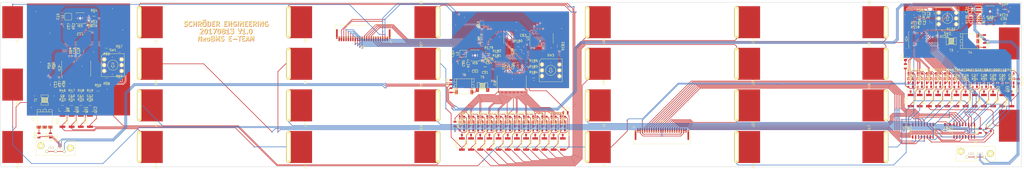
<source format=kicad_pcb>
(kicad_pcb (version 4) (host pcbnew 4.0.1-stable)
  (layers (0 F.Cu signal) (31 B.Cu signal) (34 B.Paste user hide) (35 F.Paste user hide) (36 B.SilkS user) (37 F.SilkS user) (38 B.Mask user hide) (39 F.Mask user hide) (44 Edge.Cuts user))
  (net 0 "")
  (net 1 "Net-(C10-Pad1)")
  (net 2 "Net-(C10-Pad2)")
  (net 3 "Net-(C11-Pad2)")
  (net 4 "Net-(C12-Pad2)")
  (net 5 "Net-(C13-Pad1)")
  (net 6 "Net-(C14-Pad1)")
  (net 7 "Net-(C15-Pad1)")
  (net 8 "Net-(C15-Pad2)")
  (net 9 "Net-(C16-Pad2)")
  (net 10 "Net-(C18-Pad1)")
  (net 11 "Net-(C19-Pad1)")
  (net 12 "Net-(C20-Pad1)")
  (net 13 "Net-(C20-Pad2)")
  (net 14 "Net-(C21-Pad2)")
  (net 15 "Net-(C22-Pad2)")
  (net 16 "Net-(C23-Pad2)")
  (net 17 "Net-(C24-Pad2)")
  (net 18 "Net-(C25-Pad2)")
  (net 19 "Net-(C26-Pad2)")
  (net 20 "Net-(C27-Pad2)")
  (net 21 "Net-(C28-Pad2)")
  (net 22 "Net-(C29-Pad2)")
  (net 23 "Net-(C30-Pad2)")
  (net 24 "Net-(C31-Pad2)")
  (net 25 "Net-(C32-Pad1)")
  (net 26 "Net-(C33-Pad1)")
  (net 27 "Net-(C34-Pad1)")
  (net 28 "Net-(C34-Pad2)")
  (net 29 "Net-(C35-Pad2)")
  (net 30 "Net-(C37-Pad1)")
  (net 31 "Net-(C38-Pad1)")
  (net 32 "Net-(C39-Pad1)")
  (net 33 "Net-(C39-Pad2)")
  (net 34 "Net-(C40-Pad2)")
  (net 35 "Net-(C41-Pad2)")
  (net 36 "Net-(C42-Pad2)")
  (net 37 "Net-(C43-Pad2)")
  (net 38 "Net-(C44-Pad2)")
  (net 39 "Net-(C45-Pad2)")
  (net 40 "Net-(C46-Pad2)")
  (net 41 "Net-(C47-Pad2)")
  (net 42 "Net-(C48-Pad2)")
  (net 43 "Net-(C49-Pad2)")
  (net 44 "Net-(C50-Pad2)")
  (net 45 "Net-(C51-Pad1)")
  (net 46 "Net-(C52-Pad1)")
  (net 47 "Net-(C53-Pad1)")
  (net 48 "Net-(C53-Pad2)")
  (net 49 "Net-(C54-Pad2)")
  (net 50 "Net-(C56-Pad1)")
  (net 51 "Net-(C57-Pad1)")
  (net 52 "Net-(IC1-Pad4)")
  (net 53 "Net-(IC1-Pad16)")
  (net 54 "Net-(IC2-Pad19)")
  (net 55 "Net-(IC2-Pad21)")
  (net 56 "Net-(IC2-Pad23)")
  (net 57 "Net-(IC2-Pad25)")
  (net 58 "Net-(IC2-Pad43)")
  (net 59 "Net-(IC2-Pad44)")
  (net 60 "Net-(IC2-Pad45)")
  (net 61 "Net-(IC2-Pad46)")
  (net 62 "Net-(IC2-Pad47)")
  (net 63 "Net-(IC2-Pad48)")
  (net 64 "Net-(IC3-Pad4)")
  (net 65 "Net-(IC3-Pad16)")
  (net 66 "Net-(IC4-Pad3)")
  (net 67 "Net-(IC4-Pad5)")
  (net 68 "Net-(IC4-Pad7)")
  (net 69 "Net-(IC4-Pad9)")
  (net 70 "Net-(IC4-Pad11)")
  (net 71 "Net-(IC4-Pad13)")
  (net 72 "Net-(IC4-Pad15)")
  (net 73 "Net-(IC4-Pad17)")
  (net 74 "Net-(IC4-Pad19)")
  (net 75 "Net-(IC4-Pad21)")
  (net 76 "Net-(IC4-Pad23)")
  (net 77 "Net-(IC4-Pad25)")
  (net 78 "Net-(IC4-Pad27)")
  (net 79 "Net-(IC4-Pad28)")
  (net 80 "Net-(IC4-Pad29)")
  (net 81 "Net-(IC4-Pad32)")
  (net 82 "Net-(IC4-Pad33)")
  (net 83 "Net-(IC4-Pad43)")
  (net 84 "Net-(IC4-Pad44)")
  (net 85 "Net-(IC4-Pad45)")
  (net 86 "Net-(IC4-Pad46)")
  (net 87 "Net-(IC4-Pad47)")
  (net 88 "Net-(IC4-Pad48)")
  (net 89 "Net-(IC5-Pad4)")
  (net 90 "Net-(IC5-Pad16)")
  (net 91 "Net-(IC6-Pad3)")
  (net 92 "Net-(IC6-Pad5)")
  (net 93 "Net-(IC6-Pad7)")
  (net 94 "Net-(IC6-Pad9)")
  (net 95 "Net-(IC6-Pad11)")
  (net 96 "Net-(IC6-Pad13)")
  (net 97 "Net-(IC6-Pad15)")
  (net 98 "Net-(IC6-Pad17)")
  (net 99 "Net-(IC6-Pad19)")
  (net 100 "Net-(IC6-Pad21)")
  (net 101 "Net-(IC6-Pad23)")
  (net 102 "Net-(IC6-Pad25)")
  (net 103 "Net-(IC6-Pad27)")
  (net 104 "Net-(IC6-Pad28)")
  (net 105 "Net-(IC6-Pad29)")
  (net 106 "Net-(IC6-Pad32)")
  (net 107 "Net-(IC6-Pad33)")
  (net 108 "Net-(IC6-Pad43)")
  (net 109 "Net-(IC6-Pad44)")
  (net 110 "Net-(IC6-Pad45)")
  (net 111 "Net-(IC6-Pad46)")
  (net 112 "Net-(IC6-Pad47)")
  (net 113 "Net-(IC6-Pad48)")
  (net 114 /BMS1/T4)
  (net 115 /BMS1/T3)
  (net 116 /BMS1/T2)
  (net 117 /BMS1/T1)
  (net 118 /BMS1/T8)
  (net 119 /BMS1/T7)
  (net 120 /BMS1/T6)
  (net 121 /BMS1/T5)
  (net 122 /BMS1/T12)
  (net 123 /BMS1/T11)
  (net 124 /BMS1/T10)
  (net 125 /BMS1/T9)
  (net 126 /BMS1/T16)
  (net 127 /BMS1/T15)
  (net 128 /BMS1/T14)
  (net 129 /BMS1/T13)
  (net 130 /BMS2/T4)
  (net 131 /BMS2/T3)
  (net 132 /BMS2/T2)
  (net 133 /BMS2/T1)
  (net 134 /BMS2/T8)
  (net 135 /BMS2/T7)
  (net 136 /BMS2/T6)
  (net 137 /BMS2/T5)
  (net 138 /BMS2/T12)
  (net 139 /BMS2/T11)
  (net 140 /BMS2/T10)
  (net 141 /BMS2/T9)
  (net 142 /BMS2/T16)
  (net 143 /BMS2/T15)
  (net 144 /BMS2/T14)
  (net 145 /BMS2/T13)
  (net 146 "Net-(Q9-Pad1)")
  (net 147 "Net-(Q10-Pad1)")
  (net 148 "Net-(Q11-Pad1)")
  (net 149 "Net-(Q12-Pad1)")
  (net 150 "Net-(Q13-Pad1)")
  (net 151 "Net-(Q14-Pad1)")
  (net 152 "Net-(Q15-Pad1)")
  (net 153 "Net-(Q16-Pad1)")
  (net 154 "Net-(Q17-Pad1)")
  (net 155 "Net-(Q18-Pad1)")
  (net 156 "Net-(Q19-Pad1)")
  (net 157 "Net-(Q20-Pad1)")
  (net 158 "Net-(Q21-Pad1)")
  (net 159 "Net-(Q22-Pad1)")
  (net 160 "Net-(Q23-Pad1)")
  (net 161 "Net-(Q24-Pad1)")
  (net 162 "Net-(Q25-Pad3)")
  (net 163 "Net-(Q26-Pad1)")
  (net 164 "Net-(Q27-Pad1)")
  (net 165 "Net-(Q28-Pad1)")
  (net 166 "Net-(Q29-Pad1)")
  (net 167 "Net-(Q30-Pad1)")
  (net 168 "Net-(Q31-Pad1)")
  (net 169 "Net-(Q32-Pad1)")
  (net 170 "Net-(Q33-Pad1)")
  (net 171 "Net-(Q34-Pad1)")
  (net 172 "Net-(Q35-Pad1)")
  (net 173 "Net-(Q36-Pad1)")
  (net 174 "Net-(Q37-Pad1)")
  (net 175 "Net-(Q38-Pad3)")
  (net 176 "Net-(R61-Pad2)")
  (net 177 "Net-(R62-Pad2)")
  (net 178 "Net-(R124-Pad2)")
  (net 179 "Net-(R125-Pad2)")
  (net 180 "Net-(R187-Pad2)")
  (net 181 "Net-(R188-Pad2)")
  (net 182 "Net-(T1-Pad2)")
  (net 183 "Net-(T1-Pad3)")
  (net 184 "Net-(T3-Pad2)")
  (net 185 "Net-(T3-Pad3)")
  (net 186 "Net-(T5-Pad2)")
  (net 187 "Net-(T5-Pad3)")
  (net 188 "Net-(J12-Pad1)")
  (net 189 "Net-(J13-Pad1)")
  (net 190 "Net-(J14-Pad1)")
  (net 191 "Net-(J15-Pad1)")
  (net 192 "Net-(J16-Pad1)")
  (net 193 "Net-(J17-Pad1)")
  (net 194 "Net-(J18-Pad1)")
  (net 195 "Net-(J19-Pad1)")
  (net 196 "Net-(J20-Pad1)")
  (net 197 "Net-(J21-Pad1)")
  (net 198 "Net-(J22-Pad1)")
  (net 199 "Net-(J23-Pad1)")
  (net 200 "Net-(J24-Pad1)")
  (net 201 "Net-(J25-Pad1)")
  (net 202 "Net-(J26-Pad1)")
  (net 203 "Net-(J27-Pad1)")
  (net 204 "Net-(J28-Pad1)")
  (net 205 "Net-(J29-Pad1)")
  (net 206 "Net-(J30-Pad1)")
  (net 207 "Net-(J31-Pad1)")
  (net 208 "Net-(J32-Pad1)")
  (net 209 "Net-(J33-Pad1)")
  (net 210 "Net-(J34-Pad1)")
  (net 211 "Net-(J35-Pad1)")
  (net 212 "Net-(J36-Pad1)")
  (net 213 "Net-(J37-Pad1)")
  (net 214 "Net-(Q26-Pad3)")
  (net 215 "Net-(Q27-Pad3)")
  (net 216 "Net-(Q28-Pad3)")
  (net 217 "Net-(Q29-Pad3)")
  (net 218 "Net-(Q30-Pad3)")
  (net 219 "Net-(Q31-Pad3)")
  (net 220 "Net-(Q32-Pad3)")
  (net 221 "Net-(Q33-Pad3)")
  (net 222 "Net-(Q34-Pad3)")
  (net 223 "Net-(Q35-Pad3)")
  (net 224 "Net-(Q36-Pad3)")
  (net 225 "Net-(Q37-Pad3)")
  (net 226 "Net-(Q13-Pad3)")
  (net 227 "Net-(Q14-Pad3)")
  (net 228 "Net-(Q15-Pad3)")
  (net 229 "Net-(Q16-Pad3)")
  (net 230 "Net-(Q17-Pad3)")
  (net 231 "Net-(Q18-Pad3)")
  (net 232 "Net-(Q19-Pad3)")
  (net 233 "Net-(Q20-Pad3)")
  (net 234 "Net-(Q21-Pad3)")
  (net 235 "Net-(Q22-Pad3)")
  (net 236 "Net-(Q23-Pad3)")
  (net 237 "Net-(Q24-Pad3)")
  (net 238 "Net-(IC2-Pad10)")
  (net 239 "Net-(IC2-Pad18)")
  (net 240 GND3)
  (net 241 5V_3)
  (net 242 /BMS2/5V_2)
  (net 243 /BMS1/BMS1-)
  (net 244 /BMS1/5V_1)
  (net 245 "Net-(Q9-Pad3)")
  (net 246 "Net-(Q10-Pad3)")
  (net 247 "Net-(Q11-Pad3)")
  (net 248 "Net-(Q12-Pad3)")
  (net 249 /BMS1/BMS1+)
  (net 250 /BMS3/I3_N)
  (net 251 /BMS3/I3_P)
  (net 252 /BMS2/I2_N)
  (net 253 /BMS2/I2_P)
  (net 254 /BMS1/I1_N)
  (net 255 /BMS1/I1_P)
  (net 256 /BMS1/BUS_I_P)
  (net 257 /BMS1/BUS_I_N)
  (net 258 /SHIELD)
  (module Resistors_SMD:R_0805 (layer F.Cu) (at 434.5 62 90)
    (fp_text reference R122 (at 0 -1.65 90) (layer F.SilkS))
    (fp_text value 10k)
    (pad 1 smd rect (at -0.95 0 90) (size 0.7 1.3) (layers F.Cu F.Paste F.Mask) (net 249 /BMS1/BMS1+))
    (pad 2 smd rect (at 0.95 0 90) (size 0.7 1.3) (layers F.Cu F.Paste F.Mask) (net 86 "Net-(IC4-Pad46)"))
  )
  (module Resistors_SMD:R_0805 (layer F.Cu) (at 262.5 86.75)
    (fp_text reference R185 (at 0 -1.65) (layer F.SilkS))
    (fp_text value 10k)
    (pad 1 smd rect (at -0.95 0) (size 0.7 1.3) (layers F.Cu F.Paste F.Mask) (net 243 /BMS1/BMS1-))
    (pad 2 smd rect (at 0.95 0) (size 0.7 1.3) (layers F.Cu F.Paste F.Mask) (net 111 "Net-(IC6-Pad46)"))
  )
  (module Resistors_SMD:R_0805 (layer F.Cu) (at 474 91.5 270)
    (fp_text reference R112 (at 0 -1.65 270) (layer F.SilkS))
    (fp_text value 100)
    (pad 1 smd rect (at -0.95 0 270) (size 0.7 1.3) (layers F.Cu F.Paste F.Mask) (net 24 "Net-(C31-Pad2)"))
    (pad 2 smd rect (at 0.95 0 270) (size 0.7 1.3) (layers F.Cu F.Paste F.Mask) (net 249 /BMS1/BMS1+))
  )
  (module Resistors_SMD:R_0805 (layer F.Cu) (at 51.75 115.25 90)
    (fp_text reference R61 (at 0 -1.65 90) (layer F.SilkS))
    (fp_text value 22)
    (pad 1 smd rect (at -0.95 0 90) (size 0.7 1.3) (layers F.Cu F.Paste F.Mask) (net 256 /BMS1/BUS_I_P))
    (pad 2 smd rect (at 0.95 0 90) (size 0.7 1.3) (layers F.Cu F.Paste F.Mask) (net 176 "Net-(R61-Pad2)"))
  )
  (module Resistors_SMD:R_0805 (layer F.Cu) (at 46.75 115.25 90)
    (fp_text reference R62 (at 0 -1.65 90) (layer F.SilkS))
    (fp_text value 22)
    (pad 1 smd rect (at -0.95 0 90) (size 0.7 1.3) (layers F.Cu F.Paste F.Mask) (net 257 /BMS1/BUS_I_N))
    (pad 2 smd rect (at 0.95 0 90) (size 0.7 1.3) (layers F.Cu F.Paste F.Mask) (net 177 "Net-(R62-Pad2)"))
  )
  (module alexmod:Ampenol_HFW22R (layer F.Cu) (at 188.225 68.8 180)
    (fp_text reference P3 (at 0 -8 180) (layer F.SilkS))
    (fp_text value "Temp 1-16")
    (pad 1 smd oval (at -10.5 -4.2 180) (size 0.6 2) (layers F.Cu F.Paste F.Mask) (net 243 /BMS1/BMS1-))
    (pad 2 smd rect (at -9.5 -4.2 180) (size 0.6 2) (layers F.Cu F.Paste F.Mask) (net 243 /BMS1/BMS1-))
    (pad 3 smd rect (at -8.5 -4.2 180) (size 0.6 2) (layers F.Cu F.Paste F.Mask) (net 244 /BMS1/5V_1))
    (pad 4 smd rect (at -7.5 -4.2 180) (size 0.6 2) (layers F.Cu F.Paste F.Mask) (net 117 /BMS1/T1))
    (pad 5 smd rect (at -6.5 -4.2 180) (size 0.6 2) (layers F.Cu F.Paste F.Mask) (net 116 /BMS1/T2))
    (pad 6 smd rect (at -5.5 -4.2 180) (size 0.6 2) (layers F.Cu F.Paste F.Mask) (net 115 /BMS1/T3))
    (pad 7 smd rect (at -4.5 -4.2 180) (size 0.6 2) (layers F.Cu F.Paste F.Mask) (net 114 /BMS1/T4))
    (pad 8 smd rect (at -3.5 -4.2 180) (size 0.6 2) (layers F.Cu F.Paste F.Mask) (net 121 /BMS1/T5))
    (pad 9 smd rect (at -2.5 -4.2 180) (size 0.6 2) (layers F.Cu F.Paste F.Mask) (net 120 /BMS1/T6))
    (pad 10 smd rect (at -1.5 -4.2 180) (size 0.6 2) (layers F.Cu F.Paste F.Mask) (net 119 /BMS1/T7))
    (pad 11 smd rect (at -0.5 -4.2 180) (size 0.6 2) (layers F.Cu F.Paste F.Mask) (net 118 /BMS1/T8))
    (pad 12 smd rect (at 0.5 -4.2 180) (size 0.6 2) (layers F.Cu F.Paste F.Mask) (net 125 /BMS1/T9))
    (pad 13 smd rect (at 1.5 -4.2 180) (size 0.6 2) (layers F.Cu F.Paste F.Mask) (net 124 /BMS1/T10))
    (pad 14 smd rect (at 2.5 -4.2 180) (size 0.6 2) (layers F.Cu F.Paste F.Mask) (net 123 /BMS1/T11))
    (pad 15 smd rect (at 3.5 -4.2 180) (size 0.6 2) (layers F.Cu F.Paste F.Mask) (net 122 /BMS1/T12))
    (pad 16 smd rect (at 4.5 -4.2 180) (size 0.6 2) (layers F.Cu F.Paste F.Mask) (net 129 /BMS1/T13))
    (pad 17 smd rect (at 5.5 -4.2 180) (size 0.6 2) (layers F.Cu F.Paste F.Mask) (net 128 /BMS1/T14))
    (pad 18 smd rect (at 6.5 -4.2 180) (size 0.6 2) (layers F.Cu F.Paste F.Mask) (net 127 /BMS1/T15))
    (pad 19 smd rect (at 7.5 -4.2 180) (size 0.6 2) (layers F.Cu F.Paste F.Mask) (net 126 /BMS1/T16))
    (pad 20 smd rect (at 8.5 -4.2 180) (size 0.6 2) (layers F.Cu F.Paste F.Mask) (net 244 /BMS1/5V_1))
    (pad 21 smd rect (at 9.5 -4.2 180) (size 0.6 2) (layers F.Cu F.Paste F.Mask) (net 243 /BMS1/BMS1-))
    (pad 22 smd rect (at 10.5 -4.2 180) (size 0.6 2) (layers F.Cu F.Paste F.Mask) (net 243 /BMS1/BMS1-))
    (pad "" smd rect (at -11.5 -2.1 180) (size 0.7 4.2) (layers F.Cu F.Paste F.Mask))
    (pad "" smd rect (at 11.5 -2.1 180) (size 0.7 4.2) (layers F.Cu F.Paste F.Mask))
  )
  (module Housings_SOIC:SOIC-16_3.9x9.9mm_Pitch1.27mm (layer F.Cu) (at 244.5 72.75 90)
    (fp_text reference U4 (at 0 -6 90) (layer F.SilkS))
    (fp_text value 4051)
    (pad 1 smd rect (at -2.7 -4.445 90) (size 1.5 0.6) (layers F.Cu F.Paste F.Mask) (net 114 /BMS1/T4))
    (pad 2 smd rect (at -2.7 -3.175 90) (size 1.5 0.6) (layers F.Cu F.Paste F.Mask) (net 116 /BMS1/T2))
    (pad 3 smd rect (at -2.7 -1.905 90) (size 1.5 0.6) (layers F.Cu F.Paste F.Mask) (net 103 "Net-(IC6-Pad27)"))
    (pad 4 smd rect (at -2.7 -0.635 90) (size 1.5 0.6) (layers F.Cu F.Paste F.Mask) (net 117 /BMS1/T1))
    (pad 5 smd rect (at -2.7 0.635 90) (size 1.5 0.6) (layers F.Cu F.Paste F.Mask) (net 115 /BMS1/T3))
    (pad 6 smd rect (at -2.7 1.905 90) (size 1.5 0.6) (layers F.Cu F.Paste F.Mask) (net 107 "Net-(IC6-Pad33)"))
    (pad 7 smd rect (at -2.7 3.175 90) (size 1.5 0.6) (layers F.Cu F.Paste F.Mask) (net 243 /BMS1/BMS1-))
    (pad 8 smd rect (at -2.7 4.445 90) (size 1.5 0.6) (layers F.Cu F.Paste F.Mask) (net 243 /BMS1/BMS1-))
    (pad 9 smd rect (at 2.7 4.445 90) (size 1.5 0.6) (layers F.Cu F.Paste F.Mask) (net 106 "Net-(IC6-Pad32)"))
    (pad 10 smd rect (at 2.7 3.175 90) (size 1.5 0.6) (layers F.Cu F.Paste F.Mask) (net 105 "Net-(IC6-Pad29)"))
    (pad 11 smd rect (at 2.7 1.905 90) (size 1.5 0.6) (layers F.Cu F.Paste F.Mask) (net 104 "Net-(IC6-Pad28)"))
    (pad 12 smd rect (at 2.7 0.635 90) (size 1.5 0.6) (layers F.Cu F.Paste F.Mask) (net 121 /BMS1/T5))
    (pad 13 smd rect (at 2.7 -0.635 90) (size 1.5 0.6) (layers F.Cu F.Paste F.Mask) (net 118 /BMS1/T8))
    (pad 14 smd rect (at 2.7 -1.905 90) (size 1.5 0.6) (layers F.Cu F.Paste F.Mask) (net 119 /BMS1/T7))
    (pad 15 smd rect (at 2.7 -3.175 90) (size 1.5 0.6) (layers F.Cu F.Paste F.Mask) (net 120 /BMS1/T6))
    (pad 16 smd rect (at 2.7 -4.445 90) (size 1.5 0.6) (layers F.Cu F.Paste F.Mask) (net 244 /BMS1/5V_1))
  )
  (module Housings_SOIC:SOIC-16_3.9x9.9mm_Pitch1.27mm (layer F.Cu) (at 266 72.75 90)
    (fp_text reference U3 (at 0 -6 90) (layer F.SilkS))
    (fp_text value 4051)
    (pad 1 smd rect (at -2.7 -4.445 90) (size 1.5 0.6) (layers F.Cu F.Paste F.Mask) (net 122 /BMS1/T12))
    (pad 2 smd rect (at -2.7 -3.175 90) (size 1.5 0.6) (layers F.Cu F.Paste F.Mask) (net 124 /BMS1/T10))
    (pad 3 smd rect (at -2.7 -1.905 90) (size 1.5 0.6) (layers F.Cu F.Paste F.Mask) (net 103 "Net-(IC6-Pad27)"))
    (pad 4 smd rect (at -2.7 -0.635 90) (size 1.5 0.6) (layers F.Cu F.Paste F.Mask) (net 125 /BMS1/T9))
    (pad 5 smd rect (at -2.7 0.635 90) (size 1.5 0.6) (layers F.Cu F.Paste F.Mask) (net 123 /BMS1/T11))
    (pad 6 smd rect (at -2.7 1.905 90) (size 1.5 0.6) (layers F.Cu F.Paste F.Mask) (net 175 "Net-(Q38-Pad3)"))
    (pad 7 smd rect (at -2.7 3.175 90) (size 1.5 0.6) (layers F.Cu F.Paste F.Mask) (net 243 /BMS1/BMS1-))
    (pad 8 smd rect (at -2.7 4.445 90) (size 1.5 0.6) (layers F.Cu F.Paste F.Mask) (net 243 /BMS1/BMS1-))
    (pad 9 smd rect (at 2.7 4.445 90) (size 1.5 0.6) (layers F.Cu F.Paste F.Mask) (net 106 "Net-(IC6-Pad32)"))
    (pad 10 smd rect (at 2.7 3.175 90) (size 1.5 0.6) (layers F.Cu F.Paste F.Mask) (net 105 "Net-(IC6-Pad29)"))
    (pad 11 smd rect (at 2.7 1.905 90) (size 1.5 0.6) (layers F.Cu F.Paste F.Mask) (net 104 "Net-(IC6-Pad28)"))
    (pad 12 smd rect (at 2.7 0.635 90) (size 1.5 0.6) (layers F.Cu F.Paste F.Mask) (net 129 /BMS1/T13))
    (pad 13 smd rect (at 2.7 -0.635 90) (size 1.5 0.6) (layers F.Cu F.Paste F.Mask) (net 126 /BMS1/T16))
    (pad 14 smd rect (at 2.7 -1.905 90) (size 1.5 0.6) (layers F.Cu F.Paste F.Mask) (net 127 /BMS1/T15))
    (pad 15 smd rect (at 2.7 -3.175 90) (size 1.5 0.6) (layers F.Cu F.Paste F.Mask) (net 128 /BMS1/T14))
    (pad 16 smd rect (at 2.7 -4.445 90) (size 1.5 0.6) (layers F.Cu F.Paste F.Mask) (net 244 /BMS1/5V_1))
  )
  (module alexmod:PE-68386NL (layer F.Cu) (at 232.25 93.75 180)
    (fp_text reference T6 (at 0 5 180) (layer F.SilkS))
    (fp_text value PE-68386NL)
    (pad 1 smd rect (at -3.3655 -2.54 180) (size 1.143 2.032) (layers F.Cu F.Paste F.Mask) (net 187 "Net-(T5-Pad3)"))
    (pad "" smd rect (at -3.3655 0 180) (size 1.143 2.032) (layers F.Cu F.Paste F.Mask))
    (pad 2 smd rect (at -3.3655 2.54 180) (size 1.143 2.032) (layers F.Cu F.Paste F.Mask) (net 186 "Net-(T5-Pad2)"))
    (pad 4 smd rect (at 3.3655 -2.5 180) (size 1.143 2.032) (layers F.Cu F.Paste F.Mask) (net 180 "Net-(R187-Pad2)"))
    (pad "" smd rect (at 3.3655 0.02 180) (size 1.143 2.032) (layers F.Cu F.Paste F.Mask))
    (pad 3 smd rect (at 3.3655 2.54 180) (size 1.143 2.032) (layers F.Cu F.Paste F.Mask) (net 181 "Net-(R188-Pad2)"))
  )
  (module Housings_SOIC:SOIC-16_3.9x9.9mm_Pitch1.27mm (layer F.Cu) (at 450.4 113.2 90)
    (fp_text reference U1 (at 0 -6 90) (layer F.SilkS))
    (fp_text value 4051)
    (pad 1 smd rect (at -2.7 -4.445 90) (size 1.5 0.6) (layers F.Cu F.Paste F.Mask) (net 138 /BMS2/T12))
    (pad 2 smd rect (at -2.7 -3.175 90) (size 1.5 0.6) (layers F.Cu F.Paste F.Mask) (net 140 /BMS2/T10))
    (pad 3 smd rect (at -2.7 -1.905 90) (size 1.5 0.6) (layers F.Cu F.Paste F.Mask) (net 78 "Net-(IC4-Pad27)"))
    (pad 4 smd rect (at -2.7 -0.635 90) (size 1.5 0.6) (layers F.Cu F.Paste F.Mask) (net 141 /BMS2/T9))
    (pad 5 smd rect (at -2.7 0.635 90) (size 1.5 0.6) (layers F.Cu F.Paste F.Mask) (net 139 /BMS2/T11))
    (pad 6 smd rect (at -2.7 1.905 90) (size 1.5 0.6) (layers F.Cu F.Paste F.Mask) (net 162 "Net-(Q25-Pad3)"))
    (pad 7 smd rect (at -2.7 3.175 90) (size 1.5 0.6) (layers F.Cu F.Paste F.Mask) (net 249 /BMS1/BMS1+))
    (pad 8 smd rect (at -2.7 4.445 90) (size 1.5 0.6) (layers F.Cu F.Paste F.Mask) (net 249 /BMS1/BMS1+))
    (pad 9 smd rect (at 2.7 4.445 90) (size 1.5 0.6) (layers F.Cu F.Paste F.Mask) (net 81 "Net-(IC4-Pad32)"))
    (pad 10 smd rect (at 2.7 3.175 90) (size 1.5 0.6) (layers F.Cu F.Paste F.Mask) (net 80 "Net-(IC4-Pad29)"))
    (pad 11 smd rect (at 2.7 1.905 90) (size 1.5 0.6) (layers F.Cu F.Paste F.Mask) (net 79 "Net-(IC4-Pad28)"))
    (pad 12 smd rect (at 2.7 0.635 90) (size 1.5 0.6) (layers F.Cu F.Paste F.Mask) (net 145 /BMS2/T13))
    (pad 13 smd rect (at 2.7 -0.635 90) (size 1.5 0.6) (layers F.Cu F.Paste F.Mask) (net 142 /BMS2/T16))
    (pad 14 smd rect (at 2.7 -1.905 90) (size 1.5 0.6) (layers F.Cu F.Paste F.Mask) (net 143 /BMS2/T15))
    (pad 15 smd rect (at 2.7 -3.175 90) (size 1.5 0.6) (layers F.Cu F.Paste F.Mask) (net 144 /BMS2/T14))
    (pad 16 smd rect (at 2.7 -4.445 90) (size 1.5 0.6) (layers F.Cu F.Paste F.Mask) (net 242 /BMS2/5V_2))
  )
  (module Capacitors_SMD:C_0805 (layer F.Cu) (at 425.1 110.5 180)
    (fp_text reference C59 (at 0 -1.5 180) (layer F.SilkS))
    (fp_text value 100n)
    (pad 1 smd rect (at -1 0 180) (size 1 1.25) (layers F.Cu F.Paste F.Mask) (net 242 /BMS2/5V_2))
    (pad 2 smd rect (at 1 0 180) (size 1 1.25) (layers F.Cu F.Paste F.Mask) (net 249 /BMS1/BMS1+))
  )
  (module alexmod:Codingswitch (layer F.Cu) (at 443.1 64.05 180)
    (fp_text reference SW2 (at 0 -6.6 180) (layer F.SilkS))
    (fp_text value Coded_Switch)
    (pad 4 thru_hole circle (at -3.8 2.54 180) (size 1.6 1.6) (drill 0.9) (layers *.Cu *.Mask F.SilkS) (net 87 "Net-(IC4-Pad47)"))
    (pad 1 thru_hole circle (at -3.8 0 180) (size 1.6 1.6) (drill 0.9) (layers *.Cu *.Mask F.SilkS) (net 242 /BMS2/5V_2))
    (pad 2 thru_hole circle (at -3.8 -2.54 180) (size 1.6 1.6) (drill 0.9) (layers *.Cu *.Mask F.SilkS) (net 85 "Net-(IC4-Pad45)"))
    (pad 5 thru_hole circle (at 3.8 -2.54 180) (size 1.6 1.6) (drill 0.9) (layers *.Cu *.Mask F.SilkS) (net 88 "Net-(IC4-Pad48)"))
    (pad 1 thru_hole circle (at 3.8 0 180) (size 1.6 1.6) (drill 0.9) (layers *.Cu *.Mask F.SilkS) (net 242 /BMS2/5V_2))
    (pad 3 thru_hole circle (at 3.8 2.54 180) (size 1.6 1.6) (drill 0.9) (layers *.Cu *.Mask F.SilkS) (net 86 "Net-(IC4-Pad46)"))
  )
  (module Resistors_SMD:R_2010 (layer F.Cu) (at 451 100 90)
    (fp_text reference R81 (at 0 -2.25 90) (layer F.SilkS))
    (fp_text value 33)
    (pad 1 smd rect (at -2.45 0 90) (size 1 2.5) (layers F.Cu F.Paste F.Mask) (net 198 "Net-(J22-Pad1)"))
    (pad 2 smd rect (at 2.45 0 90) (size 1 2.5) (layers F.Cu F.Paste F.Mask) (net 232 "Net-(Q19-Pad3)"))
  )
  (module alexmod:DLW43S (layer F.Cu) (at 444.75 74)
    (fp_text reference T3 (at 0 4) (layer F.SilkS))
    (fp_text value ACT45B-220-2P)
    (pad 1 smd rect (at -2.25 1.6 180) (size 1.4 1.6) (layers F.Cu F.Paste F.Mask) (net 252 /BMS2/I2_N))
    (pad 2 smd rect (at 2.25 1.6 180) (size 1.4 1.6) (layers F.Cu F.Paste F.Mask) (net 184 "Net-(T3-Pad2)"))
    (pad 3 smd rect (at 2.25 -1.6 180) (size 1.4 1.6) (layers F.Cu F.Paste F.Mask) (net 185 "Net-(T3-Pad3)"))
    (pad 4 smd rect (at -2.25 -1.6 180) (size 1.4 1.6) (layers F.Cu F.Paste F.Mask) (net 253 /BMS2/I2_P))
  )
  (module Capacitors_SMD:C_0805 (layer F.Cu) (at 241.4 86.2 180)
    (fp_text reference C51 (at 0 -1.5 180) (layer F.SilkS))
    (fp_text value 220n)
    (pad 1 smd rect (at -1 0 180) (size 1 1.25) (layers F.Cu F.Paste F.Mask) (net 45 "Net-(C51-Pad1)"))
    (pad 2 smd rect (at 1 0 180) (size 1 1.25) (layers F.Cu F.Paste F.Mask) (net 243 /BMS1/BMS1-))
  )
  (module Capacitors_SMD:C_0805 (layer F.Cu) (at 251 85 90)
    (fp_text reference C61 (at 0 -1.5 90) (layer F.SilkS))
    (fp_text value 1u)
    (pad 1 smd rect (at -1 0 90) (size 1 1.25) (layers F.Cu F.Paste F.Mask) (net 244 /BMS1/5V_1))
    (pad 2 smd rect (at 1 0 90) (size 1 1.25) (layers F.Cu F.Paste F.Mask) (net 243 /BMS1/BMS1-))
  )
  (module Capacitors_SMD:C_0805 (layer F.Cu) (at 424.75 81.25 90)
    (fp_text reference C32 (at 0 -1.5 90) (layer F.SilkS))
    (fp_text value 220n)
    (pad 1 smd rect (at -1 0 90) (size 1 1.25) (layers F.Cu F.Paste F.Mask) (net 25 "Net-(C32-Pad1)"))
    (pad 2 smd rect (at 1 0 90) (size 1 1.25) (layers F.Cu F.Paste F.Mask) (net 249 /BMS1/BMS1+))
  )
  (module Housings_SOIC:SOIC-16_3.9x9.9mm_Pitch1.27mm (layer F.Cu) (at 432.4 113.2 90)
    (fp_text reference U2 (at 0 -6 90) (layer F.SilkS))
    (fp_text value 4051)
    (pad 1 smd rect (at -2.7 -4.445 90) (size 1.5 0.6) (layers F.Cu F.Paste F.Mask) (net 130 /BMS2/T4))
    (pad 2 smd rect (at -2.7 -3.175 90) (size 1.5 0.6) (layers F.Cu F.Paste F.Mask) (net 132 /BMS2/T2))
    (pad 3 smd rect (at -2.7 -1.905 90) (size 1.5 0.6) (layers F.Cu F.Paste F.Mask) (net 78 "Net-(IC4-Pad27)"))
    (pad 4 smd rect (at -2.7 -0.635 90) (size 1.5 0.6) (layers F.Cu F.Paste F.Mask) (net 133 /BMS2/T1))
    (pad 5 smd rect (at -2.7 0.635 90) (size 1.5 0.6) (layers F.Cu F.Paste F.Mask) (net 131 /BMS2/T3))
    (pad 6 smd rect (at -2.7 1.905 90) (size 1.5 0.6) (layers F.Cu F.Paste F.Mask) (net 82 "Net-(IC4-Pad33)"))
    (pad 7 smd rect (at -2.7 3.175 90) (size 1.5 0.6) (layers F.Cu F.Paste F.Mask) (net 249 /BMS1/BMS1+))
    (pad 8 smd rect (at -2.7 4.445 90) (size 1.5 0.6) (layers F.Cu F.Paste F.Mask) (net 249 /BMS1/BMS1+))
    (pad 9 smd rect (at 2.7 4.445 90) (size 1.5 0.6) (layers F.Cu F.Paste F.Mask) (net 81 "Net-(IC4-Pad32)"))
    (pad 10 smd rect (at 2.7 3.175 90) (size 1.5 0.6) (layers F.Cu F.Paste F.Mask) (net 80 "Net-(IC4-Pad29)"))
    (pad 11 smd rect (at 2.7 1.905 90) (size 1.5 0.6) (layers F.Cu F.Paste F.Mask) (net 79 "Net-(IC4-Pad28)"))
    (pad 12 smd rect (at 2.7 0.635 90) (size 1.5 0.6) (layers F.Cu F.Paste F.Mask) (net 137 /BMS2/T5))
    (pad 13 smd rect (at 2.7 -0.635 90) (size 1.5 0.6) (layers F.Cu F.Paste F.Mask) (net 134 /BMS2/T8))
    (pad 14 smd rect (at 2.7 -1.905 90) (size 1.5 0.6) (layers F.Cu F.Paste F.Mask) (net 135 /BMS2/T7))
    (pad 15 smd rect (at 2.7 -3.175 90) (size 1.5 0.6) (layers F.Cu F.Paste F.Mask) (net 136 /BMS2/T6))
    (pad 16 smd rect (at 2.7 -4.445 90) (size 1.5 0.6) (layers F.Cu F.Paste F.Mask) (net 242 /BMS2/5V_2))
  )
  (module Resistors_SMD:R_0805 (layer F.Cu) (at 444.6 70.4)
    (fp_text reference R123 (at 0 -1.65) (layer F.SilkS))
    (fp_text value 10k)
    (pad 1 smd rect (at -0.95 0) (size 0.7 1.3) (layers F.Cu F.Paste F.Mask) (net 249 /BMS1/BMS1+))
    (pad 2 smd rect (at 0.95 0) (size 0.7 1.3) (layers F.Cu F.Paste F.Mask) (net 85 "Net-(IC4-Pad45)"))
  )
  (module Resistors_SMD:R_0805 (layer F.Cu) (at 436.5 62 90)
    (fp_text reference R121 (at 0 -1.65 90) (layer F.SilkS))
    (fp_text value 10k)
    (pad 1 smd rect (at -0.95 0 90) (size 0.7 1.3) (layers F.Cu F.Paste F.Mask) (net 249 /BMS1/BMS1+))
    (pad 2 smd rect (at 0.95 0 90) (size 0.7 1.3) (layers F.Cu F.Paste F.Mask) (net 87 "Net-(IC4-Pad47)"))
  )
  (module Resistors_SMD:R_0805 (layer F.Cu) (at 441.6 70.4 180)
    (fp_text reference R120 (at 0 -1.65 180) (layer F.SilkS))
    (fp_text value 10k)
    (pad 1 smd rect (at -0.95 0 180) (size 0.7 1.3) (layers F.Cu F.Paste F.Mask) (net 249 /BMS1/BMS1+))
    (pad 2 smd rect (at 0.95 0 180) (size 0.7 1.3) (layers F.Cu F.Paste F.Mask) (net 88 "Net-(IC4-Pad48)"))
  )
  (module alexmod:Codingswitch (layer F.Cu) (at 270 86.75)
    (fp_text reference SW3 (at 0 -6.6) (layer F.SilkS))
    (fp_text value Coded_Switch)
    (pad 4 thru_hole circle (at -3.8 2.54) (size 1.6 1.6) (drill 0.9) (layers *.Cu *.Mask F.SilkS) (net 112 "Net-(IC6-Pad47)"))
    (pad 1 thru_hole circle (at -3.8 0) (size 1.6 1.6) (drill 0.9) (layers *.Cu *.Mask F.SilkS) (net 244 /BMS1/5V_1))
    (pad 2 thru_hole circle (at -3.8 -2.54) (size 1.6 1.6) (drill 0.9) (layers *.Cu *.Mask F.SilkS) (net 110 "Net-(IC6-Pad45)"))
    (pad 5 thru_hole circle (at 3.8 -2.54) (size 1.6 1.6) (drill 0.9) (layers *.Cu *.Mask F.SilkS) (net 113 "Net-(IC6-Pad48)"))
    (pad 1 thru_hole circle (at 3.8 0) (size 1.6 1.6) (drill 0.9) (layers *.Cu *.Mask F.SilkS) (net 244 /BMS1/5V_1))
    (pad 3 thru_hole circle (at 3.8 2.54) (size 1.6 1.6) (drill 0.9) (layers *.Cu *.Mask F.SilkS) (net 111 "Net-(IC6-Pad46)"))
  )
  (module Capacitors_SMD:C_0805 (layer F.Cu) (at 240 66.75 90)
    (fp_text reference C63 (at 0 -1.5 90) (layer F.SilkS))
    (fp_text value 100n)
    (pad 1 smd rect (at -1 0 90) (size 1 1.25) (layers F.Cu F.Paste F.Mask) (net 244 /BMS1/5V_1))
    (pad 2 smd rect (at 1 0 90) (size 1 1.25) (layers F.Cu F.Paste F.Mask) (net 243 /BMS1/BMS1-))
  )
  (module Resistors_SMD:R_0805 (layer F.Cu) (at 471 88.25)
    (fp_text reference R111 (at 0 -1.65) (layer F.SilkS))
    (fp_text value 100)
    (pad 1 smd rect (at -0.95 0) (size 0.7 1.3) (layers F.Cu F.Paste F.Mask) (net 23 "Net-(C30-Pad2)"))
    (pad 2 smd rect (at 0.95 0) (size 0.7 1.3) (layers F.Cu F.Paste F.Mask) (net 202 "Net-(J26-Pad1)"))
  )
  (module TO_SOT_Packages_SMD:SOT-23 (layer F.Cu) (at 251.25 114 270)
    (fp_text reference Q31 (at 0 -2.5 270) (layer F.SilkS))
    (fp_text value BSS308)
    (pad 1 smd rect (at -1 -0.95 270) (size 0.9 0.8) (layers F.Cu F.Paste F.Mask) (net 168 "Net-(Q31-Pad1)"))
    (pad 2 smd rect (at -1 0.95 270) (size 0.9 0.8) (layers F.Cu F.Paste F.Mask) (net 207 "Net-(J31-Pad1)"))
    (pad 3 smd rect (at 1 0 270) (size 0.9 0.8) (layers F.Cu F.Paste F.Mask) (net 219 "Net-(Q31-Pad3)"))
  )
  (module Resistors_SMD:R_0805 (layer F.Cu) (at 263.25 107.25)
    (fp_text reference R171 (at 0 -1.65) (layer F.SilkS))
    (fp_text value 100)
    (pad 1 smd rect (at -0.95 0) (size 0.7 1.3) (layers F.Cu F.Paste F.Mask) (net 40 "Net-(C46-Pad2)"))
    (pad 2 smd rect (at 0.95 0) (size 0.7 1.3) (layers F.Cu F.Paste F.Mask) (net 210 "Net-(J34-Pad1)"))
  )
  (module Resistors_SMD:R_0805 (layer F.Cu) (at 259.25 107.25)
    (fp_text reference R170 (at 0 -1.65) (layer F.SilkS))
    (fp_text value 100)
    (pad 1 smd rect (at -0.95 0) (size 0.7 1.3) (layers F.Cu F.Paste F.Mask) (net 39 "Net-(C45-Pad2)"))
    (pad 2 smd rect (at 0.95 0) (size 0.7 1.3) (layers F.Cu F.Paste F.Mask) (net 209 "Net-(J33-Pad1)"))
  )
  (module Resistors_SMD:R_0805 (layer F.Cu) (at 255.25 107.25)
    (fp_text reference R169 (at 0 -1.65) (layer F.SilkS))
    (fp_text value 100)
    (pad 1 smd rect (at -0.95 0) (size 0.7 1.3) (layers F.Cu F.Paste F.Mask) (net 38 "Net-(C44-Pad2)"))
    (pad 2 smd rect (at 0.95 0) (size 0.7 1.3) (layers F.Cu F.Paste F.Mask) (net 208 "Net-(J32-Pad1)"))
  )
  (module Resistors_SMD:R_0805 (layer F.Cu) (at 251.25 107.25)
    (fp_text reference R168 (at 0 -1.65) (layer F.SilkS))
    (fp_text value 100)
    (pad 1 smd rect (at -0.95 0) (size 0.7 1.3) (layers F.Cu F.Paste F.Mask) (net 37 "Net-(C43-Pad2)"))
    (pad 2 smd rect (at 0.95 0) (size 0.7 1.3) (layers F.Cu F.Paste F.Mask) (net 207 "Net-(J31-Pad1)"))
  )
  (module Resistors_SMD:R_0805 (layer F.Cu) (at 271.25 107.25)
    (fp_text reference R173 (at 0 -1.65) (layer F.SilkS))
    (fp_text value 100)
    (pad 1 smd rect (at -0.95 0) (size 0.7 1.3) (layers F.Cu F.Paste F.Mask) (net 42 "Net-(C48-Pad2)"))
    (pad 2 smd rect (at 0.95 0) (size 0.7 1.3) (layers F.Cu F.Paste F.Mask) (net 212 "Net-(J36-Pad1)"))
  )
  (module Resistors_SMD:R_0805 (layer F.Cu) (at 267.25 107.25)
    (fp_text reference R172 (at 0 -1.65) (layer F.SilkS))
    (fp_text value 100)
    (pad 1 smd rect (at -0.95 0) (size 0.7 1.3) (layers F.Cu F.Paste F.Mask) (net 41 "Net-(C47-Pad2)"))
    (pad 2 smd rect (at 0.95 0) (size 0.7 1.3) (layers F.Cu F.Paste F.Mask) (net 211 "Net-(J35-Pad1)"))
  )
  (module Resistors_SMD:R_0805 (layer F.Cu) (at 247.25 107.25)
    (fp_text reference R167 (at 0 -1.65) (layer F.SilkS))
    (fp_text value 100)
    (pad 1 smd rect (at -0.95 0) (size 0.7 1.3) (layers F.Cu F.Paste F.Mask) (net 36 "Net-(C42-Pad2)"))
    (pad 2 smd rect (at 0.95 0) (size 0.7 1.3) (layers F.Cu F.Paste F.Mask) (net 206 "Net-(J30-Pad1)"))
  )
  (module Resistors_SMD:R_0805 (layer F.Cu) (at 243.25 107.25)
    (fp_text reference R166 (at 0 -1.65) (layer F.SilkS))
    (fp_text value 100)
    (pad 1 smd rect (at -0.95 0) (size 0.7 1.3) (layers F.Cu F.Paste F.Mask) (net 35 "Net-(C41-Pad2)"))
    (pad 2 smd rect (at 0.95 0) (size 0.7 1.3) (layers F.Cu F.Paste F.Mask) (net 205 "Net-(J29-Pad1)"))
  )
  (module Resistors_SMD:R_0805 (layer F.Cu) (at 275.25 107.25)
    (fp_text reference R174 (at 0 -1.65) (layer F.SilkS))
    (fp_text value 100)
    (pad 1 smd rect (at -0.95 0) (size 0.7 1.3) (layers F.Cu F.Paste F.Mask) (net 43 "Net-(C49-Pad2)"))
    (pad 2 smd rect (at 0.95 0) (size 0.7 1.3) (layers F.Cu F.Paste F.Mask) (net 213 "Net-(J37-Pad1)"))
  )
  (module Resistors_SMD:R_0805 (layer F.Cu) (at 276.5 105.25)
    (fp_text reference R175 (at 0 -1.65) (layer F.SilkS))
    (fp_text value 100)
    (pad 1 smd rect (at -0.95 0) (size 0.7 1.3) (layers F.Cu F.Paste F.Mask) (net 44 "Net-(C50-Pad2)"))
    (pad 2 smd rect (at 0.95 0) (size 0.7 1.3) (layers F.Cu F.Paste F.Mask) (net 243 /BMS1/BMS1-))
  )
  (module Resistors_SMD:R_0805 (layer F.Cu) (at 231.25 111.25)
    (fp_text reference R150 (at 0 -1.65) (layer F.SilkS))
    (fp_text value 3k3)
    (pad 1 smd rect (at -0.95 0) (size 0.7 1.3) (layers F.Cu F.Paste F.Mask) (net 91 "Net-(IC6-Pad3)"))
    (pad 2 smd rect (at 0.95 0) (size 0.7 1.3) (layers F.Cu F.Paste F.Mask) (net 163 "Net-(Q26-Pad1)"))
  )
  (module Capacitors_SMD:C_0805 (layer F.Cu) (at 57 99.5)
    (fp_text reference C9 (at 0 -1.5) (layer F.SilkS))
    (fp_text value 10n)
    (pad 1 smd rect (at -1 0) (size 1 1.25) (layers F.Cu F.Paste F.Mask))
    (pad 2 smd rect (at 1 0) (size 1 1.25) (layers F.Cu F.Paste F.Mask) (net 1 "Net-(C10-Pad1)"))
  )
  (module Capacitors_SMD:C_0805 (layer F.Cu) (at 61 99.5)
    (fp_text reference C10 (at 0 -1.5) (layer F.SilkS))
    (fp_text value 10n)
    (pad 1 smd rect (at -1 0) (size 1 1.25) (layers F.Cu F.Paste F.Mask) (net 1 "Net-(C10-Pad1)"))
    (pad 2 smd rect (at 1 0) (size 1 1.25) (layers F.Cu F.Paste F.Mask) (net 2 "Net-(C10-Pad2)"))
  )
  (module Capacitors_SMD:C_0805 (layer F.Cu) (at 65 99.5)
    (fp_text reference C11 (at 0 -1.5) (layer F.SilkS))
    (fp_text value 10n)
    (pad 1 smd rect (at -1 0) (size 1 1.25) (layers F.Cu F.Paste F.Mask) (net 2 "Net-(C10-Pad2)"))
    (pad 2 smd rect (at 1 0) (size 1 1.25) (layers F.Cu F.Paste F.Mask) (net 3 "Net-(C11-Pad2)"))
  )
  (module Capacitors_SMD:C_0805 (layer F.Cu) (at 69 99.5)
    (fp_text reference C12 (at 0 -1.5) (layer F.SilkS))
    (fp_text value 10n)
    (pad 1 smd rect (at -1 0) (size 1 1.25) (layers F.Cu F.Paste F.Mask) (net 3 "Net-(C11-Pad2)"))
    (pad 2 smd rect (at 1 0) (size 1 1.25) (layers F.Cu F.Paste F.Mask) (net 4 "Net-(C12-Pad2)"))
  )
  (module Capacitors_SMD:C_0805 (layer F.Cu) (at 52.5 93 270)
    (fp_text reference C13 (at 0 -1.5 270) (layer F.SilkS))
    (fp_text value 220n)
    (pad 1 smd rect (at -1 0 270) (size 1 1.25) (layers F.Cu F.Paste F.Mask) (net 5 "Net-(C13-Pad1)"))
    (pad 2 smd rect (at 1 0 270) (size 1 1.25) (layers F.Cu F.Paste F.Mask) (net 240 GND3))
  )
  (module Capacitors_SMD:C_1210 (layer F.Cu) (at 64.75 68.75 180)
    (fp_text reference C14 (at 0 -2.25 180) (layer F.SilkS))
    (fp_text value 2u2)
    (pad 1 smd rect (at -1.5 0 180) (size 1 2.5) (layers F.Cu F.Paste F.Mask) (net 6 "Net-(C14-Pad1)"))
    (pad 2 smd rect (at 1.5 0 180) (size 1 2.5) (layers F.Cu F.Paste F.Mask) (net 240 GND3))
  )
  (module Capacitors_SMD:C_0805 (layer F.Cu) (at 56.5 63.25 90)
    (fp_text reference C15 (at 0 -1.5 90) (layer F.SilkS))
    (fp_text value 220n)
    (pad 1 smd rect (at -1 0 90) (size 1 1.25) (layers F.Cu F.Paste F.Mask) (net 7 "Net-(C15-Pad1)"))
    (pad 2 smd rect (at 1 0 90) (size 1 1.25) (layers F.Cu F.Paste F.Mask) (net 8 "Net-(C15-Pad2)"))
  )
  (module Capacitors_SMD:C_0805 (layer F.Cu) (at 70.75 65.75 180)
    (fp_text reference C16 (at 0 -1.5 180) (layer F.SilkS))
    (fp_text value 22p)
    (pad 1 smd rect (at -1 0 180) (size 1 1.25) (layers F.Cu F.Paste F.Mask) (net 241 5V_3))
    (pad 2 smd rect (at 1 0 180) (size 1 1.25) (layers F.Cu F.Paste F.Mask) (net 9 "Net-(C16-Pad2)"))
  )
  (module Capacitors_SMD:C_0805 (layer F.Cu) (at 58.25 67.5 270)
    (fp_text reference C17 (at 0 -1.5 270) (layer F.SilkS))
    (fp_text value 22u)
    (pad 1 smd rect (at -1 0 270) (size 1 1.25) (layers F.Cu F.Paste F.Mask) (net 241 5V_3))
    (pad 2 smd rect (at 1 0 270) (size 1 1.25) (layers F.Cu F.Paste F.Mask) (net 240 GND3))
  )
  (module Capacitors_SMD:C_0805 (layer F.Cu) (at 65.5 78.25 90)
    (fp_text reference C18 (at 0 -1.5 90) (layer F.SilkS))
    (fp_text value 1u)
    (pad 1 smd rect (at -1 0 90) (size 1 1.25) (layers F.Cu F.Paste F.Mask) (net 10 "Net-(C18-Pad1)"))
    (pad 2 smd rect (at 1 0 90) (size 1 1.25) (layers F.Cu F.Paste F.Mask) (net 240 GND3))
  )
  (module Capacitors_SMD:C_0805 (layer F.Cu) (at 63.75 78.25 90)
    (fp_text reference C19 (at 0 -1.5 90) (layer F.SilkS))
    (fp_text value 1u)
    (pad 1 smd rect (at -1 0 90) (size 1 1.25) (layers F.Cu F.Paste F.Mask) (net 11 "Net-(C19-Pad1)"))
    (pad 2 smd rect (at 1 0 90) (size 1 1.25) (layers F.Cu F.Paste F.Mask) (net 240 GND3))
  )
  (module Capacitors_SMD:C_0805 (layer F.Cu) (at 427 90.5)
    (fp_text reference C20 (at 0 -1.5) (layer F.SilkS))
    (fp_text value 10n)
    (pad 1 smd rect (at -1 0) (size 1 1.25) (layers F.Cu F.Paste F.Mask) (net 12 "Net-(C20-Pad1)"))
    (pad 2 smd rect (at 1 0) (size 1 1.25) (layers F.Cu F.Paste F.Mask) (net 13 "Net-(C20-Pad2)"))
  )
  (module Capacitors_SMD:C_0805 (layer F.Cu) (at 431 90.5)
    (fp_text reference C21 (at 0 -1.5) (layer F.SilkS))
    (fp_text value 10n)
    (pad 1 smd rect (at -1 0) (size 1 1.25) (layers F.Cu F.Paste F.Mask) (net 13 "Net-(C20-Pad2)"))
    (pad 2 smd rect (at 1 0) (size 1 1.25) (layers F.Cu F.Paste F.Mask) (net 14 "Net-(C21-Pad2)"))
  )
  (module Capacitors_SMD:C_0805 (layer F.Cu) (at 435 90.5)
    (fp_text reference C22 (at 0 -1.5) (layer F.SilkS))
    (fp_text value 10n)
    (pad 1 smd rect (at -1 0) (size 1 1.25) (layers F.Cu F.Paste F.Mask) (net 14 "Net-(C21-Pad2)"))
    (pad 2 smd rect (at 1 0) (size 1 1.25) (layers F.Cu F.Paste F.Mask) (net 15 "Net-(C22-Pad2)"))
  )
  (module Capacitors_SMD:C_0805 (layer F.Cu) (at 439 90.5)
    (fp_text reference C23 (at 0 -1.5) (layer F.SilkS))
    (fp_text value 10n)
    (pad 1 smd rect (at -1 0) (size 1 1.25) (layers F.Cu F.Paste F.Mask) (net 15 "Net-(C22-Pad2)"))
    (pad 2 smd rect (at 1 0) (size 1 1.25) (layers F.Cu F.Paste F.Mask) (net 16 "Net-(C23-Pad2)"))
  )
  (module Capacitors_SMD:C_0805 (layer F.Cu) (at 443 90.5)
    (fp_text reference C24 (at 0 -1.5) (layer F.SilkS))
    (fp_text value 10n)
    (pad 1 smd rect (at -1 0) (size 1 1.25) (layers F.Cu F.Paste F.Mask) (net 16 "Net-(C23-Pad2)"))
    (pad 2 smd rect (at 1 0) (size 1 1.25) (layers F.Cu F.Paste F.Mask) (net 17 "Net-(C24-Pad2)"))
  )
  (module Capacitors_SMD:C_0805 (layer F.Cu) (at 447 90.5)
    (fp_text reference C25 (at 0 -1.5) (layer F.SilkS))
    (fp_text value 10n)
    (pad 1 smd rect (at -1 0) (size 1 1.25) (layers F.Cu F.Paste F.Mask) (net 17 "Net-(C24-Pad2)"))
    (pad 2 smd rect (at 1 0) (size 1 1.25) (layers F.Cu F.Paste F.Mask) (net 18 "Net-(C25-Pad2)"))
  )
  (module Capacitors_SMD:C_0805 (layer F.Cu) (at 451 90.5)
    (fp_text reference C26 (at 0 -1.5) (layer F.SilkS))
    (fp_text value 10n)
    (pad 1 smd rect (at -1 0) (size 1 1.25) (layers F.Cu F.Paste F.Mask) (net 18 "Net-(C25-Pad2)"))
    (pad 2 smd rect (at 1 0) (size 1 1.25) (layers F.Cu F.Paste F.Mask) (net 19 "Net-(C26-Pad2)"))
  )
  (module Capacitors_SMD:C_0805 (layer F.Cu) (at 455 90.5)
    (fp_text reference C27 (at 0 -1.5) (layer F.SilkS))
    (fp_text value 10n)
    (pad 1 smd rect (at -1 0) (size 1 1.25) (layers F.Cu F.Paste F.Mask) (net 19 "Net-(C26-Pad2)"))
    (pad 2 smd rect (at 1 0) (size 1 1.25) (layers F.Cu F.Paste F.Mask) (net 20 "Net-(C27-Pad2)"))
  )
  (module Capacitors_SMD:C_0805 (layer F.Cu) (at 459 90.5)
    (fp_text reference C28 (at 0 -1.5) (layer F.SilkS))
    (fp_text value 10n)
    (pad 1 smd rect (at -1 0) (size 1 1.25) (layers F.Cu F.Paste F.Mask) (net 20 "Net-(C27-Pad2)"))
    (pad 2 smd rect (at 1 0) (size 1 1.25) (layers F.Cu F.Paste F.Mask) (net 21 "Net-(C28-Pad2)"))
  )
  (module Capacitors_SMD:C_0805 (layer F.Cu) (at 463 90.5)
    (fp_text reference C29 (at 0 -1.5) (layer F.SilkS))
    (fp_text value 10n)
    (pad 1 smd rect (at -1 0) (size 1 1.25) (layers F.Cu F.Paste F.Mask) (net 21 "Net-(C28-Pad2)"))
    (pad 2 smd rect (at 1 0) (size 1 1.25) (layers F.Cu F.Paste F.Mask) (net 22 "Net-(C29-Pad2)"))
  )
  (module Capacitors_SMD:C_0805 (layer F.Cu) (at 467 90.5)
    (fp_text reference C30 (at 0 -1.5) (layer F.SilkS))
    (fp_text value 10n)
    (pad 1 smd rect (at -1 0) (size 1 1.25) (layers F.Cu F.Paste F.Mask) (net 22 "Net-(C29-Pad2)"))
    (pad 2 smd rect (at 1 0) (size 1 1.25) (layers F.Cu F.Paste F.Mask) (net 23 "Net-(C30-Pad2)"))
  )
  (module Capacitors_SMD:C_0805 (layer F.Cu) (at 471 90.5)
    (fp_text reference C31 (at 0 -1.5) (layer F.SilkS))
    (fp_text value 10n)
    (pad 1 smd rect (at -1 0) (size 1 1.25) (layers F.Cu F.Paste F.Mask) (net 23 "Net-(C30-Pad2)"))
    (pad 2 smd rect (at 1 0) (size 1 1.25) (layers F.Cu F.Paste F.Mask) (net 24 "Net-(C31-Pad2)"))
  )
  (module Capacitors_SMD:C_1210 (layer F.Cu) (at 461.7 65.75)
    (fp_text reference C33 (at 0 -2.25) (layer F.SilkS))
    (fp_text value 2u2)
    (pad 1 smd rect (at -1.5 0) (size 1 2.5) (layers F.Cu F.Paste F.Mask) (net 26 "Net-(C33-Pad1)"))
    (pad 2 smd rect (at 1.5 0) (size 1 2.5) (layers F.Cu F.Paste F.Mask) (net 249 /BMS1/BMS1+))
  )
  (module Capacitors_SMD:C_0805 (layer F.Cu) (at 452.95 60.25 90)
    (fp_text reference C34 (at 0 -1.5 90) (layer F.SilkS))
    (fp_text value 220n)
    (pad 1 smd rect (at -1 0 90) (size 1 1.25) (layers F.Cu F.Paste F.Mask) (net 27 "Net-(C34-Pad1)"))
    (pad 2 smd rect (at 1 0 90) (size 1 1.25) (layers F.Cu F.Paste F.Mask) (net 28 "Net-(C34-Pad2)"))
  )
  (module Capacitors_SMD:C_0805 (layer F.Cu) (at 467.7 62.75 180)
    (fp_text reference C35 (at 0 -1.5 180) (layer F.SilkS))
    (fp_text value 22p)
    (pad 1 smd rect (at -1 0 180) (size 1 1.25) (layers F.Cu F.Paste F.Mask) (net 242 /BMS2/5V_2))
    (pad 2 smd rect (at 1 0 180) (size 1 1.25) (layers F.Cu F.Paste F.Mask) (net 29 "Net-(C35-Pad2)"))
  )
  (module Capacitors_SMD:C_0805 (layer F.Cu) (at 455.199999 64.5 270)
    (fp_text reference C36 (at 0 -1.5 270) (layer F.SilkS))
    (fp_text value 22u)
    (pad 1 smd rect (at -1 0 270) (size 1 1.25) (layers F.Cu F.Paste F.Mask) (net 242 /BMS2/5V_2))
    (pad 2 smd rect (at 1 0 270) (size 1 1.25) (layers F.Cu F.Paste F.Mask) (net 249 /BMS1/BMS1+))
  )
  (module Capacitors_SMD:C_0805 (layer F.Cu) (at 434.5 65.5 90)
    (fp_text reference C37 (at 0 -1.5 90) (layer F.SilkS))
    (fp_text value 1u)
    (pad 1 smd rect (at -1 0 90) (size 1 1.25) (layers F.Cu F.Paste F.Mask) (net 30 "Net-(C37-Pad1)"))
    (pad 2 smd rect (at 1 0 90) (size 1 1.25) (layers F.Cu F.Paste F.Mask) (net 249 /BMS1/BMS1+))
  )
  (module Capacitors_SMD:C_0805 (layer F.Cu) (at 432.5 65.5 90)
    (fp_text reference C38 (at 0 -1.5 90) (layer F.SilkS))
    (fp_text value 1u)
    (pad 1 smd rect (at -1 0 90) (size 1 1.25) (layers F.Cu F.Paste F.Mask) (net 31 "Net-(C38-Pad1)"))
    (pad 2 smd rect (at 1 0 90) (size 1 1.25) (layers F.Cu F.Paste F.Mask) (net 249 /BMS1/BMS1+))
  )
  (module Capacitors_SMD:C_0805 (layer F.Cu) (at 231.25 109.5)
    (fp_text reference C39 (at 0 -1.5) (layer F.SilkS))
    (fp_text value 10n)
    (pad 1 smd rect (at -1 0) (size 1 1.25) (layers F.Cu F.Paste F.Mask) (net 32 "Net-(C39-Pad1)"))
    (pad 2 smd rect (at 1 0) (size 1 1.25) (layers F.Cu F.Paste F.Mask) (net 33 "Net-(C39-Pad2)"))
  )
  (module Capacitors_SMD:C_0805 (layer F.Cu) (at 235.25 109.5)
    (fp_text reference C40 (at 0 -1.5) (layer F.SilkS))
    (fp_text value 10n)
    (pad 1 smd rect (at -1 0) (size 1 1.25) (layers F.Cu F.Paste F.Mask) (net 33 "Net-(C39-Pad2)"))
    (pad 2 smd rect (at 1 0) (size 1 1.25) (layers F.Cu F.Paste F.Mask) (net 34 "Net-(C40-Pad2)"))
  )
  (module Capacitors_SMD:C_0805 (layer F.Cu) (at 239.25 109.5)
    (fp_text reference C41 (at 0 -1.5) (layer F.SilkS))
    (fp_text value 10n)
    (pad 1 smd rect (at -1 0) (size 1 1.25) (layers F.Cu F.Paste F.Mask) (net 34 "Net-(C40-Pad2)"))
    (pad 2 smd rect (at 1 0) (size 1 1.25) (layers F.Cu F.Paste F.Mask) (net 35 "Net-(C41-Pad2)"))
  )
  (module Capacitors_SMD:C_0805 (layer F.Cu) (at 243.25 109.5)
    (fp_text reference C42 (at 0 -1.5) (layer F.SilkS))
    (fp_text value 10n)
    (pad 1 smd rect (at -1 0) (size 1 1.25) (layers F.Cu F.Paste F.Mask) (net 35 "Net-(C41-Pad2)"))
    (pad 2 smd rect (at 1 0) (size 1 1.25) (layers F.Cu F.Paste F.Mask) (net 36 "Net-(C42-Pad2)"))
  )
  (module Capacitors_SMD:C_0805 (layer F.Cu) (at 247.25 109.5)
    (fp_text reference C43 (at 0 -1.5) (layer F.SilkS))
    (fp_text value 10n)
    (pad 1 smd rect (at -1 0) (size 1 1.25) (layers F.Cu F.Paste F.Mask) (net 36 "Net-(C42-Pad2)"))
    (pad 2 smd rect (at 1 0) (size 1 1.25) (layers F.Cu F.Paste F.Mask) (net 37 "Net-(C43-Pad2)"))
  )
  (module Capacitors_SMD:C_0805 (layer F.Cu) (at 251.25 109.5)
    (fp_text reference C44 (at 0 -1.5) (layer F.SilkS))
    (fp_text value 10n)
    (pad 1 smd rect (at -1 0) (size 1 1.25) (layers F.Cu F.Paste F.Mask) (net 37 "Net-(C43-Pad2)"))
    (pad 2 smd rect (at 1 0) (size 1 1.25) (layers F.Cu F.Paste F.Mask) (net 38 "Net-(C44-Pad2)"))
  )
  (module Capacitors_SMD:C_0805 (layer F.Cu) (at 255.25 109.5)
    (fp_text reference C45 (at 0 -1.5) (layer F.SilkS))
    (fp_text value 10n)
    (pad 1 smd rect (at -1 0) (size 1 1.25) (layers F.Cu F.Paste F.Mask) (net 38 "Net-(C44-Pad2)"))
    (pad 2 smd rect (at 1 0) (size 1 1.25) (layers F.Cu F.Paste F.Mask) (net 39 "Net-(C45-Pad2)"))
  )
  (module Capacitors_SMD:C_0805 (layer F.Cu) (at 259.25 109.5)
    (fp_text reference C46 (at 0 -1.5) (layer F.SilkS))
    (fp_text value 10n)
    (pad 1 smd rect (at -1 0) (size 1 1.25) (layers F.Cu F.Paste F.Mask) (net 39 "Net-(C45-Pad2)"))
    (pad 2 smd rect (at 1 0) (size 1 1.25) (layers F.Cu F.Paste F.Mask) (net 40 "Net-(C46-Pad2)"))
  )
  (module Capacitors_SMD:C_0805 (layer F.Cu) (at 263.25 109.5)
    (fp_text reference C47 (at 0 -1.5) (layer F.SilkS))
    (fp_text value 10n)
    (pad 1 smd rect (at -1 0) (size 1 1.25) (layers F.Cu F.Paste F.Mask) (net 40 "Net-(C46-Pad2)"))
    (pad 2 smd rect (at 1 0) (size 1 1.25) (layers F.Cu F.Paste F.Mask) (net 41 "Net-(C47-Pad2)"))
  )
  (module Capacitors_SMD:C_0805 (layer F.Cu) (at 267.25 109.5)
    (fp_text reference C48 (at 0 -1.5) (layer F.SilkS))
    (fp_text value 10n)
    (pad 1 smd rect (at -1 0) (size 1 1.25) (layers F.Cu F.Paste F.Mask) (net 41 "Net-(C47-Pad2)"))
    (pad 2 smd rect (at 1 0) (size 1 1.25) (layers F.Cu F.Paste F.Mask) (net 42 "Net-(C48-Pad2)"))
  )
  (module Capacitors_SMD:C_0805 (layer F.Cu) (at 271.25 109.5)
    (fp_text reference C49 (at 0 -1.5) (layer F.SilkS))
    (fp_text value 10n)
    (pad 1 smd rect (at -1 0) (size 1 1.25) (layers F.Cu F.Paste F.Mask) (net 42 "Net-(C48-Pad2)"))
    (pad 2 smd rect (at 1 0) (size 1 1.25) (layers F.Cu F.Paste F.Mask) (net 43 "Net-(C49-Pad2)"))
  )
  (module Capacitors_SMD:C_0805 (layer F.Cu) (at 275.25 109.5)
    (fp_text reference C50 (at 0 -1.5) (layer F.SilkS))
    (fp_text value 10n)
    (pad 1 smd rect (at -1 0) (size 1 1.25) (layers F.Cu F.Paste F.Mask) (net 43 "Net-(C49-Pad2)"))
    (pad 2 smd rect (at 1 0) (size 1 1.25) (layers F.Cu F.Paste F.Mask) (net 44 "Net-(C50-Pad2)"))
  )
  (module Capacitors_SMD:C_1210 (layer F.Cu) (at 237 85 180)
    (fp_text reference C52 (at 0 -2.25 180) (layer F.SilkS))
    (fp_text value 2u2)
    (pad 1 smd rect (at -1.5 0 180) (size 1 2.5) (layers F.Cu F.Paste F.Mask) (net 46 "Net-(C52-Pad1)"))
    (pad 2 smd rect (at 1.5 0 180) (size 1 2.5) (layers F.Cu F.Paste F.Mask) (net 243 /BMS1/BMS1-))
  )
  (module Capacitors_SMD:C_0805 (layer F.Cu) (at 228.75 79.5 90)
    (fp_text reference C53 (at 0 -1.5 90) (layer F.SilkS))
    (fp_text value 220n)
    (pad 1 smd rect (at -1 0 90) (size 1 1.25) (layers F.Cu F.Paste F.Mask) (net 47 "Net-(C53-Pad1)"))
    (pad 2 smd rect (at 1 0 90) (size 1 1.25) (layers F.Cu F.Paste F.Mask) (net 48 "Net-(C53-Pad2)"))
  )
  (module Capacitors_SMD:C_0805 (layer F.Cu) (at 243 82 180)
    (fp_text reference C54 (at 0 -1.5 180) (layer F.SilkS))
    (fp_text value 22p)
    (pad 1 smd rect (at -1 0 180) (size 1 1.25) (layers F.Cu F.Paste F.Mask) (net 244 /BMS1/5V_1))
    (pad 2 smd rect (at 1 0 180) (size 1 1.25) (layers F.Cu F.Paste F.Mask) (net 49 "Net-(C54-Pad2)"))
  )
  (module Capacitors_SMD:C_0805 (layer F.Cu) (at 230.5 83.75 270)
    (fp_text reference C55 (at 0 -1.5 270) (layer F.SilkS))
    (fp_text value 22u)
    (pad 1 smd rect (at -1 0 270) (size 1 1.25) (layers F.Cu F.Paste F.Mask) (net 244 /BMS1/5V_1))
    (pad 2 smd rect (at 1 0 270) (size 1 1.25) (layers F.Cu F.Paste F.Mask) (net 243 /BMS1/BMS1-))
  )
  (module Capacitors_SMD:C_0805 (layer F.Cu) (at 255 85 90)
    (fp_text reference C56 (at 0 -1.5 90) (layer F.SilkS))
    (fp_text value 1u)
    (pad 1 smd rect (at -1 0 90) (size 1 1.25) (layers F.Cu F.Paste F.Mask) (net 50 "Net-(C56-Pad1)"))
    (pad 2 smd rect (at 1 0 90) (size 1 1.25) (layers F.Cu F.Paste F.Mask) (net 243 /BMS1/BMS1-))
  )
  (module Capacitors_SMD:C_0805 (layer F.Cu) (at 253 85 90)
    (fp_text reference C57 (at 0 -1.5 90) (layer F.SilkS))
    (fp_text value 1u)
    (pad 1 smd rect (at -1 0 90) (size 1 1.25) (layers F.Cu F.Paste F.Mask) (net 51 "Net-(C57-Pad1)"))
    (pad 2 smd rect (at 1 0 90) (size 1 1.25) (layers F.Cu F.Paste F.Mask) (net 243 /BMS1/BMS1-))
  )
  (module Housings_SSOP:MSOP-16-1EP-VIA_3x4mm_Pitch0.5mm (layer F.Cu) (at 64.75 64 180)
    (fp_text reference IC1 (at 0 -3.35 180) (layer F.SilkS))
    (fp_text value LT3990)
    (pad 1 smd rect (at -2.2 -1.75 180) (size 1.4 0.3) (layers F.Cu F.Paste F.Mask) (net 9 "Net-(C16-Pad2)"))
    (pad 2 smd rect (at -2.2 -1.25 180) (size 1.4 0.3) (layers F.Cu F.Paste F.Mask) (net 9 "Net-(C16-Pad2)"))
    (pad 3 smd rect (at -2.2 -0.75 180) (size 1.4 0.3) (layers F.Cu F.Paste F.Mask))
    (pad 4 smd rect (at -2.2 -0.25 180) (size 1.4 0.3) (layers F.Cu F.Paste F.Mask) (net 52 "Net-(IC1-Pad4)"))
    (pad 5 smd rect (at -2.2 0.25 180) (size 1.4 0.3) (layers F.Cu F.Paste F.Mask))
    (pad 12 smd rect (at 2.2 0.25 180) (size 1.4 0.3) (layers F.Cu F.Paste F.Mask))
    (pad 13 smd rect (at 2.2 -0.25 180) (size 1.4 0.3) (layers F.Cu F.Paste F.Mask) (net 241 5V_3))
    (pad 14 smd rect (at 2.2 -0.75 180) (size 1.4 0.3) (layers F.Cu F.Paste F.Mask))
    (pad 15 smd rect (at 2.2 -1.25 180) (size 1.4 0.3) (layers F.Cu F.Paste F.Mask))
    (pad 16 smd rect (at 2.2 -1.75 180) (size 1.4 0.3) (layers F.Cu F.Paste F.Mask) (net 53 "Net-(IC1-Pad16)"))
    (pad 6 smd rect (at -2.2 0.75 180) (size 1.4 0.3) (layers F.Cu F.Paste F.Mask) (net 6 "Net-(C14-Pad1)"))
    (pad 7 smd rect (at -2.2 1.25 180) (size 1.4 0.3) (layers F.Cu F.Paste F.Mask))
    (pad 8 smd rect (at -2.2 1.75 180) (size 1.4 0.3) (layers F.Cu F.Paste F.Mask) (net 240 GND3))
    (pad 11 smd rect (at 2.2 0.75 180) (size 1.4 0.3) (layers F.Cu F.Paste F.Mask) (net 7 "Net-(C15-Pad1)"))
    (pad 10 smd rect (at 2.2 1.25 180) (size 1.4 0.3) (layers F.Cu F.Paste F.Mask))
    (pad 9 smd rect (at 2.2 1.75 180) (size 1.4 0.3) (layers F.Cu F.Paste F.Mask) (net 8 "Net-(C15-Pad2)"))
    (pad 17 smd rect (at 0 0 180) (size 1.65 2.85) (layers F.Cu F.Paste F.Mask) (net 240 GND3))
    (pad 17 thru_hole circle (at 0 0 180) (size 1.8 1.8) (drill 1) (layers *.Cu *.Paste *.Mask) (net 240 GND3))
    (pad 17 thru_hole circle (at 0 1 180) (size 0.65 0.65) (drill 0.25) (layers *.Cu *.Paste *.Mask) (net 240 GND3))
    (pad 17 thru_hole circle (at 0 -1 180) (size 0.65 0.65) (drill 0.25) (layers *.Cu *.Paste *.Mask) (net 240 GND3))
  )
  (module Housings_SSOP:TSSOP-48_6.1x12.5mm_Pitch0.5mm (layer F.Cu) (at 63 86 90)
    (fp_text reference IC2 (at 0 -7.3 90) (layer F.SilkS))
    (fp_text value LTC6804-2)
    (pad 1 smd rect (at -3.75 -5.75 90) (size 1 0.285) (layers F.Cu F.Paste F.Mask) (net 5 "Net-(C13-Pad1)"))
    (pad 2 smd rect (at -3.75 -5.25 90) (size 1 0.285) (layers F.Cu F.Paste F.Mask) (net 238 "Net-(IC2-Pad10)"))
    (pad 3 smd rect (at -3.75 -4.75 90) (size 1 0.285) (layers F.Cu F.Paste F.Mask))
    (pad 4 smd rect (at -3.75 -4.25 90) (size 1 0.285) (layers F.Cu F.Paste F.Mask) (net 238 "Net-(IC2-Pad10)"))
    (pad 5 smd rect (at -3.75 -3.75 90) (size 1 0.285) (layers F.Cu F.Paste F.Mask))
    (pad 6 smd rect (at -3.75 -3.25 90) (size 1 0.285) (layers F.Cu F.Paste F.Mask) (net 238 "Net-(IC2-Pad10)"))
    (pad 7 smd rect (at -3.75 -2.75 90) (size 1 0.285) (layers F.Cu F.Paste F.Mask))
    (pad 8 smd rect (at -3.75 -2.25 90) (size 1 0.285) (layers F.Cu F.Paste F.Mask) (net 238 "Net-(IC2-Pad10)"))
    (pad 9 smd rect (at -3.75 -1.75 90) (size 1 0.285) (layers F.Cu F.Paste F.Mask))
    (pad 10 smd rect (at -3.75 -1.25 90) (size 1 0.285) (layers F.Cu F.Paste F.Mask) (net 238 "Net-(IC2-Pad10)"))
    (pad 11 smd rect (at -3.75 -0.75 90) (size 1 0.285) (layers F.Cu F.Paste F.Mask))
    (pad 12 smd rect (at -3.75 -0.25 90) (size 1 0.285) (layers F.Cu F.Paste F.Mask) (net 238 "Net-(IC2-Pad10)"))
    (pad 13 smd rect (at -3.75 0.25 90) (size 1 0.285) (layers F.Cu F.Paste F.Mask))
    (pad 14 smd rect (at -3.75 0.75 90) (size 1 0.285) (layers F.Cu F.Paste F.Mask) (net 238 "Net-(IC2-Pad10)"))
    (pad 15 smd rect (at -3.75 1.25 90) (size 1 0.285) (layers F.Cu F.Paste F.Mask))
    (pad 16 smd rect (at -3.75 1.75 90) (size 1 0.285) (layers F.Cu F.Paste F.Mask) (net 238 "Net-(IC2-Pad10)"))
    (pad 17 smd rect (at -3.75 2.25 90) (size 1 0.285) (layers F.Cu F.Paste F.Mask))
    (pad 18 smd rect (at -3.75 2.75 90) (size 1 0.285) (layers F.Cu F.Paste F.Mask) (net 239 "Net-(IC2-Pad18)"))
    (pad 19 smd rect (at -3.75 3.25 90) (size 1 0.285) (layers F.Cu F.Paste F.Mask) (net 54 "Net-(IC2-Pad19)"))
    (pad 20 smd rect (at -3.75 3.75 90) (size 1 0.285) (layers F.Cu F.Paste F.Mask) (net 1 "Net-(C10-Pad1)"))
    (pad 21 smd rect (at -3.75 4.25 90) (size 1 0.285) (layers F.Cu F.Paste F.Mask) (net 55 "Net-(IC2-Pad21)"))
    (pad 22 smd rect (at -3.75 4.75 90) (size 1 0.285) (layers F.Cu F.Paste F.Mask) (net 2 "Net-(C10-Pad2)"))
    (pad 23 smd rect (at -3.75 5.25 90) (size 1 0.285) (layers F.Cu F.Paste F.Mask) (net 56 "Net-(IC2-Pad23)"))
    (pad 24 smd rect (at -3.75 5.75 90) (size 1 0.285) (layers F.Cu F.Paste F.Mask) (net 3 "Net-(C11-Pad2)"))
    (pad 25 smd rect (at 3.75 5.75 90) (size 1 0.285) (layers F.Cu F.Paste F.Mask) (net 57 "Net-(IC2-Pad25)"))
    (pad 26 smd rect (at 3.75 5.25 90) (size 1 0.285) (layers F.Cu F.Paste F.Mask) (net 4 "Net-(C12-Pad2)"))
    (pad 27 smd rect (at 3.75 4.75 90) (size 1 0.285) (layers F.Cu F.Paste F.Mask))
    (pad 28 smd rect (at 3.75 4.25 90) (size 1 0.285) (layers F.Cu F.Paste F.Mask))
    (pad 29 smd rect (at 3.75 3.75 90) (size 1 0.285) (layers F.Cu F.Paste F.Mask))
    (pad 30 smd rect (at 3.75 3.25 90) (size 1 0.285) (layers F.Cu F.Paste F.Mask) (net 240 GND3))
    (pad 31 smd rect (at 3.75 2.75 90) (size 1 0.285) (layers F.Cu F.Paste F.Mask) (net 240 GND3))
    (pad 32 smd rect (at 3.75 2.25 90) (size 1 0.285) (layers F.Cu F.Paste F.Mask))
    (pad 33 smd rect (at 3.75 1.75 90) (size 1 0.285) (layers F.Cu F.Paste F.Mask))
    (pad 34 smd rect (at 3.75 1.25 90) (size 1 0.285) (layers F.Cu F.Paste F.Mask) (net 10 "Net-(C18-Pad1)"))
    (pad 35 smd rect (at 3.75 0.75 90) (size 1 0.285) (layers F.Cu F.Paste F.Mask) (net 11 "Net-(C19-Pad1)"))
    (pad 36 smd rect (at 3.75 0.25 90) (size 1 0.285) (layers F.Cu F.Paste F.Mask) (net 240 GND3))
    (pad 37 smd rect (at 3.75 -0.25 90) (size 1 0.285) (layers F.Cu F.Paste F.Mask) (net 241 5V_3))
    (pad 38 smd rect (at 3.75 -0.75 90) (size 1 0.285) (layers F.Cu F.Paste F.Mask) (net 52 "Net-(IC1-Pad4)"))
    (pad 39 smd rect (at 3.75 -1.25 90) (size 1 0.285) (layers F.Cu F.Paste F.Mask))
    (pad 40 smd rect (at 3.75 -1.75 90) (size 1 0.285) (layers F.Cu F.Paste F.Mask) (net 241 5V_3))
    (pad 41 smd rect (at 3.75 -2.25 90) (size 1 0.285) (layers F.Cu F.Paste F.Mask) (net 250 /BMS3/I3_N))
    (pad 42 smd rect (at 3.75 -2.75 90) (size 1 0.285) (layers F.Cu F.Paste F.Mask) (net 251 /BMS3/I3_P))
    (pad 43 smd rect (at 3.75 -3.25 90) (size 1 0.285) (layers F.Cu F.Paste F.Mask) (net 58 "Net-(IC2-Pad43)"))
    (pad 44 smd rect (at 3.75 -3.75 90) (size 1 0.285) (layers F.Cu F.Paste F.Mask) (net 59 "Net-(IC2-Pad44)"))
    (pad 45 smd rect (at 3.75 -4.25 90) (size 1 0.285) (layers F.Cu F.Paste F.Mask) (net 60 "Net-(IC2-Pad45)"))
    (pad 46 smd rect (at 3.75 -4.75 90) (size 1 0.285) (layers F.Cu F.Paste F.Mask) (net 61 "Net-(IC2-Pad46)"))
    (pad 47 smd rect (at 3.75 -5.25 90) (size 1 0.285) (layers F.Cu F.Paste F.Mask) (net 62 "Net-(IC2-Pad47)"))
    (pad 48 smd rect (at 3.75 -5.75 90) (size 1 0.285) (layers F.Cu F.Paste F.Mask) (net 63 "Net-(IC2-Pad48)"))
  )
  (module Housings_SSOP:TSSOP-48_6.1x12.5mm_Pitch0.5mm (layer F.Cu) (at 432.5 73.000001 90)
    (fp_text reference IC4 (at 0 -7.3 90) (layer F.SilkS))
    (fp_text value LTC6804-2)
    (pad 1 smd rect (at -3.75 -5.75 90) (size 1 0.285) (layers F.Cu F.Paste F.Mask) (net 25 "Net-(C32-Pad1)"))
    (pad 2 smd rect (at -3.75 -5.25 90) (size 1 0.285) (layers F.Cu F.Paste F.Mask) (net 12 "Net-(C20-Pad1)"))
    (pad 3 smd rect (at -3.75 -4.75 90) (size 1 0.285) (layers F.Cu F.Paste F.Mask) (net 66 "Net-(IC4-Pad3)"))
    (pad 4 smd rect (at -3.75 -4.25 90) (size 1 0.285) (layers F.Cu F.Paste F.Mask) (net 13 "Net-(C20-Pad2)"))
    (pad 5 smd rect (at -3.75 -3.75 90) (size 1 0.285) (layers F.Cu F.Paste F.Mask) (net 67 "Net-(IC4-Pad5)"))
    (pad 6 smd rect (at -3.75 -3.25 90) (size 1 0.285) (layers F.Cu F.Paste F.Mask) (net 14 "Net-(C21-Pad2)"))
    (pad 7 smd rect (at -3.75 -2.75 90) (size 1 0.285) (layers F.Cu F.Paste F.Mask) (net 68 "Net-(IC4-Pad7)"))
    (pad 8 smd rect (at -3.75 -2.25 90) (size 1 0.285) (layers F.Cu F.Paste F.Mask) (net 15 "Net-(C22-Pad2)"))
    (pad 9 smd rect (at -3.75 -1.75 90) (size 1 0.285) (layers F.Cu F.Paste F.Mask) (net 69 "Net-(IC4-Pad9)"))
    (pad 10 smd rect (at -3.75 -1.25 90) (size 1 0.285) (layers F.Cu F.Paste F.Mask) (net 16 "Net-(C23-Pad2)"))
    (pad 11 smd rect (at -3.75 -0.75 90) (size 1 0.285) (layers F.Cu F.Paste F.Mask) (net 70 "Net-(IC4-Pad11)"))
    (pad 12 smd rect (at -3.75 -0.25 90) (size 1 0.285) (layers F.Cu F.Paste F.Mask) (net 17 "Net-(C24-Pad2)"))
    (pad 13 smd rect (at -3.75 0.25 90) (size 1 0.285) (layers F.Cu F.Paste F.Mask) (net 71 "Net-(IC4-Pad13)"))
    (pad 14 smd rect (at -3.75 0.75 90) (size 1 0.285) (layers F.Cu F.Paste F.Mask) (net 18 "Net-(C25-Pad2)"))
    (pad 15 smd rect (at -3.75 1.25 90) (size 1 0.285) (layers F.Cu F.Paste F.Mask) (net 72 "Net-(IC4-Pad15)"))
    (pad 16 smd rect (at -3.75 1.75 90) (size 1 0.285) (layers F.Cu F.Paste F.Mask) (net 19 "Net-(C26-Pad2)"))
    (pad 17 smd rect (at -3.75 2.25 90) (size 1 0.285) (layers F.Cu F.Paste F.Mask) (net 73 "Net-(IC4-Pad17)"))
    (pad 18 smd rect (at -3.75 2.75 90) (size 1 0.285) (layers F.Cu F.Paste F.Mask) (net 20 "Net-(C27-Pad2)"))
    (pad 19 smd rect (at -3.75 3.25 90) (size 1 0.285) (layers F.Cu F.Paste F.Mask) (net 74 "Net-(IC4-Pad19)"))
    (pad 20 smd rect (at -3.75 3.75 90) (size 1 0.285) (layers F.Cu F.Paste F.Mask) (net 21 "Net-(C28-Pad2)"))
    (pad 21 smd rect (at -3.75 4.25 90) (size 1 0.285) (layers F.Cu F.Paste F.Mask) (net 75 "Net-(IC4-Pad21)"))
    (pad 22 smd rect (at -3.75 4.75 90) (size 1 0.285) (layers F.Cu F.Paste F.Mask) (net 22 "Net-(C29-Pad2)"))
    (pad 23 smd rect (at -3.75 5.25 90) (size 1 0.285) (layers F.Cu F.Paste F.Mask) (net 76 "Net-(IC4-Pad23)"))
    (pad 24 smd rect (at -3.75 5.75 90) (size 1 0.285) (layers F.Cu F.Paste F.Mask) (net 23 "Net-(C30-Pad2)"))
    (pad 25 smd rect (at 3.75 5.75 90) (size 1 0.285) (layers F.Cu F.Paste F.Mask) (net 77 "Net-(IC4-Pad25)"))
    (pad 26 smd rect (at 3.75 5.25 90) (size 1 0.285) (layers F.Cu F.Paste F.Mask) (net 24 "Net-(C31-Pad2)"))
    (pad 27 smd rect (at 3.75 4.75 90) (size 1 0.285) (layers F.Cu F.Paste F.Mask) (net 78 "Net-(IC4-Pad27)"))
    (pad 28 smd rect (at 3.75 4.25 90) (size 1 0.285) (layers F.Cu F.Paste F.Mask) (net 79 "Net-(IC4-Pad28)"))
    (pad 29 smd rect (at 3.75 3.75 90) (size 1 0.285) (layers F.Cu F.Paste F.Mask) (net 80 "Net-(IC4-Pad29)"))
    (pad 30 smd rect (at 3.75 3.25 90) (size 1 0.285) (layers F.Cu F.Paste F.Mask) (net 249 /BMS1/BMS1+))
    (pad 31 smd rect (at 3.75 2.75 90) (size 1 0.285) (layers F.Cu F.Paste F.Mask) (net 249 /BMS1/BMS1+))
    (pad 32 smd rect (at 3.75 2.25 90) (size 1 0.285) (layers F.Cu F.Paste F.Mask) (net 81 "Net-(IC4-Pad32)"))
    (pad 33 smd rect (at 3.75 1.75 90) (size 1 0.285) (layers F.Cu F.Paste F.Mask) (net 82 "Net-(IC4-Pad33)"))
    (pad 34 smd rect (at 3.75 1.25 90) (size 1 0.285) (layers F.Cu F.Paste F.Mask) (net 30 "Net-(C37-Pad1)"))
    (pad 35 smd rect (at 3.75 0.75 90) (size 1 0.285) (layers F.Cu F.Paste F.Mask) (net 31 "Net-(C38-Pad1)"))
    (pad 36 smd rect (at 3.75 0.25 90) (size 1 0.285) (layers F.Cu F.Paste F.Mask) (net 249 /BMS1/BMS1+))
    (pad 37 smd rect (at 3.75 -0.25 90) (size 1 0.285) (layers F.Cu F.Paste F.Mask) (net 242 /BMS2/5V_2))
    (pad 38 smd rect (at 3.75 -0.75 90) (size 1 0.285) (layers F.Cu F.Paste F.Mask) (net 64 "Net-(IC3-Pad4)"))
    (pad 39 smd rect (at 3.75 -1.25 90) (size 1 0.285) (layers F.Cu F.Paste F.Mask))
    (pad 40 smd rect (at 3.75 -1.75 90) (size 1 0.285) (layers F.Cu F.Paste F.Mask) (net 242 /BMS2/5V_2))
    (pad 41 smd rect (at 3.75 -2.25 90) (size 1 0.285) (layers F.Cu F.Paste F.Mask) (net 252 /BMS2/I2_N))
    (pad 42 smd rect (at 3.75 -2.75 90) (size 1 0.285) (layers F.Cu F.Paste F.Mask) (net 253 /BMS2/I2_P))
    (pad 43 smd rect (at 3.75 -3.25 90) (size 1 0.285) (layers F.Cu F.Paste F.Mask) (net 83 "Net-(IC4-Pad43)"))
    (pad 44 smd rect (at 3.75 -3.75 90) (size 1 0.285) (layers F.Cu F.Paste F.Mask) (net 84 "Net-(IC4-Pad44)"))
    (pad 45 smd rect (at 3.75 -4.25 90) (size 1 0.285) (layers F.Cu F.Paste F.Mask) (net 85 "Net-(IC4-Pad45)"))
    (pad 46 smd rect (at 3.75 -4.75 90) (size 1 0.285) (layers F.Cu F.Paste F.Mask) (net 86 "Net-(IC4-Pad46)"))
    (pad 47 smd rect (at 3.75 -5.25 90) (size 1 0.285) (layers F.Cu F.Paste F.Mask) (net 87 "Net-(IC4-Pad47)"))
    (pad 48 smd rect (at 3.75 -5.75 90) (size 1 0.285) (layers F.Cu F.Paste F.Mask) (net 88 "Net-(IC4-Pad48)"))
  )
  (module Housings_SSOP:TSSOP-48_6.1x12.5mm_Pitch0.5mm (layer F.Cu) (at 253 92.5 90)
    (fp_text reference IC6 (at 0 -7.3 90) (layer F.SilkS))
    (fp_text value LTC6804-2)
    (pad 1 smd rect (at -3.75 -5.75 90) (size 1 0.285) (layers F.Cu F.Paste F.Mask) (net 45 "Net-(C51-Pad1)"))
    (pad 2 smd rect (at -3.75 -5.25 90) (size 1 0.285) (layers F.Cu F.Paste F.Mask) (net 32 "Net-(C39-Pad1)"))
    (pad 3 smd rect (at -3.75 -4.75 90) (size 1 0.285) (layers F.Cu F.Paste F.Mask) (net 91 "Net-(IC6-Pad3)"))
    (pad 4 smd rect (at -3.75 -4.25 90) (size 1 0.285) (layers F.Cu F.Paste F.Mask) (net 33 "Net-(C39-Pad2)"))
    (pad 5 smd rect (at -3.75 -3.75 90) (size 1 0.285) (layers F.Cu F.Paste F.Mask) (net 92 "Net-(IC6-Pad5)"))
    (pad 6 smd rect (at -3.75 -3.25 90) (size 1 0.285) (layers F.Cu F.Paste F.Mask) (net 34 "Net-(C40-Pad2)"))
    (pad 7 smd rect (at -3.75 -2.75 90) (size 1 0.285) (layers F.Cu F.Paste F.Mask) (net 93 "Net-(IC6-Pad7)"))
    (pad 8 smd rect (at -3.75 -2.25 90) (size 1 0.285) (layers F.Cu F.Paste F.Mask) (net 35 "Net-(C41-Pad2)"))
    (pad 9 smd rect (at -3.75 -1.75 90) (size 1 0.285) (layers F.Cu F.Paste F.Mask) (net 94 "Net-(IC6-Pad9)"))
    (pad 10 smd rect (at -3.75 -1.25 90) (size 1 0.285) (layers F.Cu F.Paste F.Mask) (net 36 "Net-(C42-Pad2)"))
    (pad 11 smd rect (at -3.75 -0.75 90) (size 1 0.285) (layers F.Cu F.Paste F.Mask) (net 95 "Net-(IC6-Pad11)"))
    (pad 12 smd rect (at -3.75 -0.25 90) (size 1 0.285) (layers F.Cu F.Paste F.Mask) (net 37 "Net-(C43-Pad2)"))
    (pad 13 smd rect (at -3.75 0.25 90) (size 1 0.285) (layers F.Cu F.Paste F.Mask) (net 96 "Net-(IC6-Pad13)"))
    (pad 14 smd rect (at -3.75 0.75 90) (size 1 0.285) (layers F.Cu F.Paste F.Mask) (net 38 "Net-(C44-Pad2)"))
    (pad 15 smd rect (at -3.75 1.25 90) (size 1 0.285) (layers F.Cu F.Paste F.Mask) (net 97 "Net-(IC6-Pad15)"))
    (pad 16 smd rect (at -3.75 1.75 90) (size 1 0.285) (layers F.Cu F.Paste F.Mask) (net 39 "Net-(C45-Pad2)"))
    (pad 17 smd rect (at -3.75 2.25 90) (size 1 0.285) (layers F.Cu F.Paste F.Mask) (net 98 "Net-(IC6-Pad17)"))
    (pad 18 smd rect (at -3.75 2.75 90) (size 1 0.285) (layers F.Cu F.Paste F.Mask) (net 40 "Net-(C46-Pad2)"))
    (pad 19 smd rect (at -3.75 3.25 90) (size 1 0.285) (layers F.Cu F.Paste F.Mask) (net 99 "Net-(IC6-Pad19)"))
    (pad 20 smd rect (at -3.75 3.75 90) (size 1 0.285) (layers F.Cu F.Paste F.Mask) (net 41 "Net-(C47-Pad2)"))
    (pad 21 smd rect (at -3.75 4.25 90) (size 1 0.285) (layers F.Cu F.Paste F.Mask) (net 100 "Net-(IC6-Pad21)"))
    (pad 22 smd rect (at -3.75 4.75 90) (size 1 0.285) (layers F.Cu F.Paste F.Mask) (net 42 "Net-(C48-Pad2)"))
    (pad 23 smd rect (at -3.75 5.25 90) (size 1 0.285) (layers F.Cu F.Paste F.Mask) (net 101 "Net-(IC6-Pad23)"))
    (pad 24 smd rect (at -3.75 5.75 90) (size 1 0.285) (layers F.Cu F.Paste F.Mask) (net 43 "Net-(C49-Pad2)"))
    (pad 25 smd rect (at 3.75 5.75 90) (size 1 0.285) (layers F.Cu F.Paste F.Mask) (net 102 "Net-(IC6-Pad25)"))
    (pad 26 smd rect (at 3.75 5.25 90) (size 1 0.285) (layers F.Cu F.Paste F.Mask) (net 44 "Net-(C50-Pad2)"))
    (pad 27 smd rect (at 3.75 4.75 90) (size 1 0.285) (layers F.Cu F.Paste F.Mask) (net 103 "Net-(IC6-Pad27)"))
    (pad 28 smd rect (at 3.75 4.25 90) (size 1 0.285) (layers F.Cu F.Paste F.Mask) (net 104 "Net-(IC6-Pad28)"))
    (pad 29 smd rect (at 3.75 3.75 90) (size 1 0.285) (layers F.Cu F.Paste F.Mask) (net 105 "Net-(IC6-Pad29)"))
    (pad 30 smd rect (at 3.75 3.25 90) (size 1 0.285) (layers F.Cu F.Paste F.Mask) (net 243 /BMS1/BMS1-))
    (pad 31 smd rect (at 3.75 2.75 90) (size 1 0.285) (layers F.Cu F.Paste F.Mask) (net 243 /BMS1/BMS1-))
    (pad 32 smd rect (at 3.75 2.25 90) (size 1 0.285) (layers F.Cu F.Paste F.Mask) (net 106 "Net-(IC6-Pad32)"))
    (pad 33 smd rect (at 3.75 1.75 90) (size 1 0.285) (layers F.Cu F.Paste F.Mask) (net 107 "Net-(IC6-Pad33)"))
    (pad 34 smd rect (at 3.75 1.25 90) (size 1 0.285) (layers F.Cu F.Paste F.Mask) (net 50 "Net-(C56-Pad1)"))
    (pad 35 smd rect (at 3.75 0.75 90) (size 1 0.285) (layers F.Cu F.Paste F.Mask) (net 51 "Net-(C57-Pad1)"))
    (pad 36 smd rect (at 3.75 0.25 90) (size 1 0.285) (layers F.Cu F.Paste F.Mask) (net 243 /BMS1/BMS1-))
    (pad 37 smd rect (at 3.75 -0.25 90) (size 1 0.285) (layers F.Cu F.Paste F.Mask) (net 244 /BMS1/5V_1))
    (pad 38 smd rect (at 3.75 -0.75 90) (size 1 0.285) (layers F.Cu F.Paste F.Mask) (net 89 "Net-(IC5-Pad4)"))
    (pad 39 smd rect (at 3.75 -1.25 90) (size 1 0.285) (layers F.Cu F.Paste F.Mask))
    (pad 40 smd rect (at 3.75 -1.75 90) (size 1 0.285) (layers F.Cu F.Paste F.Mask) (net 244 /BMS1/5V_1))
    (pad 41 smd rect (at 3.75 -2.25 90) (size 1 0.285) (layers F.Cu F.Paste F.Mask) (net 254 /BMS1/I1_N))
    (pad 42 smd rect (at 3.75 -2.75 90) (size 1 0.285) (layers F.Cu F.Paste F.Mask) (net 255 /BMS1/I1_P))
    (pad 43 smd rect (at 3.75 -3.25 90) (size 1 0.285) (layers F.Cu F.Paste F.Mask) (net 108 "Net-(IC6-Pad43)"))
    (pad 44 smd rect (at 3.75 -3.75 90) (size 1 0.285) (layers F.Cu F.Paste F.Mask) (net 109 "Net-(IC6-Pad44)"))
    (pad 45 smd rect (at 3.75 -4.25 90) (size 1 0.285) (layers F.Cu F.Paste F.Mask) (net 110 "Net-(IC6-Pad45)"))
    (pad 46 smd rect (at 3.75 -4.75 90) (size 1 0.285) (layers F.Cu F.Paste F.Mask) (net 111 "Net-(IC6-Pad46)"))
    (pad 47 smd rect (at 3.75 -5.25 90) (size 1 0.285) (layers F.Cu F.Paste F.Mask) (net 112 "Net-(IC6-Pad47)"))
    (pad 48 smd rect (at 3.75 -5.75 90) (size 1 0.285) (layers F.Cu F.Paste F.Mask) (net 113 "Net-(IC6-Pad48)"))
  )
  (module alexmod:SRN3015 (layer F.Cu) (at 59.5 63.25 270)
    (fp_text reference L1 (at 0 2.5 270) (layer F.SilkS))
    (fp_text value SRN3015-330MCT-ND)
    (pad 1 smd rect (at -1.1 0) (size 2.7 1) (layers F.Cu F.Paste F.Mask) (net 8 "Net-(C15-Pad2)"))
    (pad 2 smd rect (at 1.1 0) (size 2.7 1) (layers F.Cu F.Paste F.Mask) (net 241 5V_3))
  )
  (module alexmod:SRN3015 (layer F.Cu) (at 456.45 60.25 270)
    (fp_text reference L2 (at 0 2.5 270) (layer F.SilkS))
    (fp_text value SRN3015-330MCT-ND)
    (pad 1 smd rect (at -1.1 0) (size 2.7 1) (layers F.Cu F.Paste F.Mask) (net 28 "Net-(C34-Pad2)"))
    (pad 2 smd rect (at 1.1 0) (size 2.7 1) (layers F.Cu F.Paste F.Mask) (net 242 /BMS2/5V_2))
  )
  (module alexmod:SRN3015 (layer F.Cu) (at 231.75 79.5 270)
    (fp_text reference L3 (at 0 2.5 270) (layer F.SilkS))
    (fp_text value SRN3015-330MCT-ND)
    (pad 1 smd rect (at -1.1 0) (size 2.7 1) (layers F.Cu F.Paste F.Mask) (net 48 "Net-(C53-Pad2)"))
    (pad 2 smd rect (at 1.1 0) (size 2.7 1) (layers F.Cu F.Paste F.Mask) (net 244 /BMS1/5V_1))
  )
  (module TO_SOT_Packages_SMD:SOT-23 (layer F.Cu) (at 57 104 270)
    (fp_text reference Q9 (at 0 -2.5 270) (layer F.SilkS))
    (fp_text value BSS308)
    (pad 1 smd rect (at -1 -0.95 270) (size 0.9 0.8) (layers F.Cu F.Paste F.Mask) (net 146 "Net-(Q9-Pad1)"))
    (pad 2 smd rect (at -1 0.95 270) (size 0.9 0.8) (layers F.Cu F.Paste F.Mask) (net 188 "Net-(J12-Pad1)"))
    (pad 3 smd rect (at 1 0 270) (size 0.9 0.8) (layers F.Cu F.Paste F.Mask) (net 245 "Net-(Q9-Pad3)"))
  )
  (module TO_SOT_Packages_SMD:SOT-23 (layer F.Cu) (at 61 104 270)
    (fp_text reference Q10 (at 0 -2.5 270) (layer F.SilkS))
    (fp_text value BSS308)
    (pad 1 smd rect (at -1 -0.95 270) (size 0.9 0.8) (layers F.Cu F.Paste F.Mask) (net 147 "Net-(Q10-Pad1)"))
    (pad 2 smd rect (at -1 0.95 270) (size 0.9 0.8) (layers F.Cu F.Paste F.Mask) (net 189 "Net-(J13-Pad1)"))
    (pad 3 smd rect (at 1 0 270) (size 0.9 0.8) (layers F.Cu F.Paste F.Mask) (net 246 "Net-(Q10-Pad3)"))
  )
  (module TO_SOT_Packages_SMD:SOT-23 (layer F.Cu) (at 65 104 270)
    (fp_text reference Q11 (at 0 -2.5 270) (layer F.SilkS))
    (fp_text value BSS308)
    (pad 1 smd rect (at -1 -0.95 270) (size 0.9 0.8) (layers F.Cu F.Paste F.Mask) (net 148 "Net-(Q11-Pad1)"))
    (pad 2 smd rect (at -1 0.95 270) (size 0.9 0.8) (layers F.Cu F.Paste F.Mask) (net 190 "Net-(J14-Pad1)"))
    (pad 3 smd rect (at 1 0 270) (size 0.9 0.8) (layers F.Cu F.Paste F.Mask) (net 247 "Net-(Q11-Pad3)"))
  )
  (module TO_SOT_Packages_SMD:SOT-23 (layer F.Cu) (at 69 104 270)
    (fp_text reference Q12 (at 0 -2.5 270) (layer F.SilkS))
    (fp_text value BSS308)
    (pad 1 smd rect (at -1 -0.95 270) (size 0.9 0.8) (layers F.Cu F.Paste F.Mask) (net 149 "Net-(Q12-Pad1)"))
    (pad 2 smd rect (at -1 0.95 270) (size 0.9 0.8) (layers F.Cu F.Paste F.Mask) (net 191 "Net-(J15-Pad1)"))
    (pad 3 smd rect (at 1 0 270) (size 0.9 0.8) (layers F.Cu F.Paste F.Mask) (net 248 "Net-(Q12-Pad3)"))
  )
  (module TO_SOT_Packages_SMD:SOT-23 (layer F.Cu) (at 427 95 270)
    (fp_text reference Q13 (at 0 -2.5 270) (layer F.SilkS))
    (fp_text value BSS308)
    (pad 1 smd rect (at -1 -0.95 270) (size 0.9 0.8) (layers F.Cu F.Paste F.Mask) (net 150 "Net-(Q13-Pad1)"))
    (pad 2 smd rect (at -1 0.95 270) (size 0.9 0.8) (layers F.Cu F.Paste F.Mask) (net 240 GND3))
    (pad 3 smd rect (at 1 0 270) (size 0.9 0.8) (layers F.Cu F.Paste F.Mask) (net 226 "Net-(Q13-Pad3)"))
  )
  (module TO_SOT_Packages_SMD:SOT-23 (layer F.Cu) (at 431 95 270)
    (fp_text reference Q14 (at 0 -2.5 270) (layer F.SilkS))
    (fp_text value BSS308)
    (pad 1 smd rect (at -1 -0.95 270) (size 0.9 0.8) (layers F.Cu F.Paste F.Mask) (net 151 "Net-(Q14-Pad1)"))
    (pad 2 smd rect (at -1 0.95 270) (size 0.9 0.8) (layers F.Cu F.Paste F.Mask) (net 192 "Net-(J16-Pad1)"))
    (pad 3 smd rect (at 1 0 270) (size 0.9 0.8) (layers F.Cu F.Paste F.Mask) (net 227 "Net-(Q14-Pad3)"))
  )
  (module TO_SOT_Packages_SMD:SOT-23 (layer F.Cu) (at 435 95 270)
    (fp_text reference Q15 (at 0 -2.5 270) (layer F.SilkS))
    (fp_text value BSS308)
    (pad 1 smd rect (at -1 -0.95 270) (size 0.9 0.8) (layers F.Cu F.Paste F.Mask) (net 152 "Net-(Q15-Pad1)"))
    (pad 2 smd rect (at -1 0.95 270) (size 0.9 0.8) (layers F.Cu F.Paste F.Mask) (net 193 "Net-(J17-Pad1)"))
    (pad 3 smd rect (at 1 0 270) (size 0.9 0.8) (layers F.Cu F.Paste F.Mask) (net 228 "Net-(Q15-Pad3)"))
  )
  (module TO_SOT_Packages_SMD:SOT-23 (layer F.Cu) (at 439 95 270)
    (fp_text reference Q16 (at 0 -2.5 270) (layer F.SilkS))
    (fp_text value BSS308)
    (pad 1 smd rect (at -1 -0.95 270) (size 0.9 0.8) (layers F.Cu F.Paste F.Mask) (net 153 "Net-(Q16-Pad1)"))
    (pad 2 smd rect (at -1 0.95 270) (size 0.9 0.8) (layers F.Cu F.Paste F.Mask) (net 194 "Net-(J18-Pad1)"))
    (pad 3 smd rect (at 1 0 270) (size 0.9 0.8) (layers F.Cu F.Paste F.Mask) (net 229 "Net-(Q16-Pad3)"))
  )
  (module TO_SOT_Packages_SMD:SOT-23 (layer F.Cu) (at 443 95 270)
    (fp_text reference Q17 (at 0 -2.5 270) (layer F.SilkS))
    (fp_text value BSS308)
    (pad 1 smd rect (at -1 -0.95 270) (size 0.9 0.8) (layers F.Cu F.Paste F.Mask) (net 154 "Net-(Q17-Pad1)"))
    (pad 2 smd rect (at -1 0.95 270) (size 0.9 0.8) (layers F.Cu F.Paste F.Mask) (net 195 "Net-(J19-Pad1)"))
    (pad 3 smd rect (at 1 0 270) (size 0.9 0.8) (layers F.Cu F.Paste F.Mask) (net 230 "Net-(Q17-Pad3)"))
  )
  (module TO_SOT_Packages_SMD:SOT-23 (layer F.Cu) (at 447 95 270)
    (fp_text reference Q18 (at 0 -2.5 270) (layer F.SilkS))
    (fp_text value BSS308)
    (pad 1 smd rect (at -1 -0.95 270) (size 0.9 0.8) (layers F.Cu F.Paste F.Mask) (net 155 "Net-(Q18-Pad1)"))
    (pad 2 smd rect (at -1 0.95 270) (size 0.9 0.8) (layers F.Cu F.Paste F.Mask) (net 196 "Net-(J20-Pad1)"))
    (pad 3 smd rect (at 1 0 270) (size 0.9 0.8) (layers F.Cu F.Paste F.Mask) (net 231 "Net-(Q18-Pad3)"))
  )
  (module TO_SOT_Packages_SMD:SOT-23 (layer F.Cu) (at 451 95 270)
    (fp_text reference Q19 (at 0 -2.5 270) (layer F.SilkS))
    (fp_text value BSS308)
    (pad 1 smd rect (at -1 -0.95 270) (size 0.9 0.8) (layers F.Cu F.Paste F.Mask) (net 156 "Net-(Q19-Pad1)"))
    (pad 2 smd rect (at -1 0.95 270) (size 0.9 0.8) (layers F.Cu F.Paste F.Mask) (net 197 "Net-(J21-Pad1)"))
    (pad 3 smd rect (at 1 0 270) (size 0.9 0.8) (layers F.Cu F.Paste F.Mask) (net 232 "Net-(Q19-Pad3)"))
  )
  (module TO_SOT_Packages_SMD:SOT-23 (layer F.Cu) (at 455 95 270)
    (fp_text reference Q20 (at 0 -2.5 270) (layer F.SilkS))
    (fp_text value BSS308)
    (pad 1 smd rect (at -1 -0.95 270) (size 0.9 0.8) (layers F.Cu F.Paste F.Mask) (net 157 "Net-(Q20-Pad1)"))
    (pad 2 smd rect (at -1 0.95 270) (size 0.9 0.8) (layers F.Cu F.Paste F.Mask) (net 198 "Net-(J22-Pad1)"))
    (pad 3 smd rect (at 1 0 270) (size 0.9 0.8) (layers F.Cu F.Paste F.Mask) (net 233 "Net-(Q20-Pad3)"))
  )
  (module TO_SOT_Packages_SMD:SOT-23 (layer F.Cu) (at 459 95 270)
    (fp_text reference Q21 (at 0 -2.5 270) (layer F.SilkS))
    (fp_text value BSS308)
    (pad 1 smd rect (at -1 -0.95 270) (size 0.9 0.8) (layers F.Cu F.Paste F.Mask) (net 158 "Net-(Q21-Pad1)"))
    (pad 2 smd rect (at -1 0.95 270) (size 0.9 0.8) (layers F.Cu F.Paste F.Mask) (net 199 "Net-(J23-Pad1)"))
    (pad 3 smd rect (at 1 0 270) (size 0.9 0.8) (layers F.Cu F.Paste F.Mask) (net 234 "Net-(Q21-Pad3)"))
  )
  (module TO_SOT_Packages_SMD:SOT-23 (layer F.Cu) (at 463 95 270)
    (fp_text reference Q22 (at 0 -2.5 270) (layer F.SilkS))
    (fp_text value BSS308)
    (pad 1 smd rect (at -1 -0.95 270) (size 0.9 0.8) (layers F.Cu F.Paste F.Mask) (net 159 "Net-(Q22-Pad1)"))
    (pad 2 smd rect (at -1 0.95 270) (size 0.9 0.8) (layers F.Cu F.Paste F.Mask) (net 200 "Net-(J24-Pad1)"))
    (pad 3 smd rect (at 1 0 270) (size 0.9 0.8) (layers F.Cu F.Paste F.Mask) (net 235 "Net-(Q22-Pad3)"))
  )
  (module TO_SOT_Packages_SMD:SOT-23 (layer F.Cu) (at 467 95 270)
    (fp_text reference Q23 (at 0 -2.5 270) (layer F.SilkS))
    (fp_text value BSS308)
    (pad 1 smd rect (at -1 -0.95 270) (size 0.9 0.8) (layers F.Cu F.Paste F.Mask) (net 160 "Net-(Q23-Pad1)"))
    (pad 2 smd rect (at -1 0.95 270) (size 0.9 0.8) (layers F.Cu F.Paste F.Mask) (net 201 "Net-(J25-Pad1)"))
    (pad 3 smd rect (at 1 0 270) (size 0.9 0.8) (layers F.Cu F.Paste F.Mask) (net 236 "Net-(Q23-Pad3)"))
  )
  (module TO_SOT_Packages_SMD:SOT-23 (layer F.Cu) (at 471 95 270)
    (fp_text reference Q24 (at 0 -2.5 270) (layer F.SilkS))
    (fp_text value BSS308)
    (pad 1 smd rect (at -1 -0.95 270) (size 0.9 0.8) (layers F.Cu F.Paste F.Mask) (net 161 "Net-(Q24-Pad1)"))
    (pad 2 smd rect (at -1 0.95 270) (size 0.9 0.8) (layers F.Cu F.Paste F.Mask) (net 202 "Net-(J26-Pad1)"))
    (pad 3 smd rect (at 1 0 270) (size 0.9 0.8) (layers F.Cu F.Paste F.Mask) (net 237 "Net-(Q24-Pad3)"))
  )
  (module TO_SOT_Packages_SMD:SOT-23 (layer F.Cu) (at 461 113.2)
    (fp_text reference Q25 (at 0 -2.5) (layer F.SilkS))
    (fp_text value Q_NMOS_GSD)
    (pad 1 smd rect (at -1 -0.95) (size 0.9 0.8) (layers F.Cu F.Paste F.Mask) (net 82 "Net-(IC4-Pad33)"))
    (pad 2 smd rect (at -1 0.95) (size 0.9 0.8) (layers F.Cu F.Paste F.Mask) (net 249 /BMS1/BMS1+))
    (pad 3 smd rect (at 1 0) (size 0.9 0.8) (layers F.Cu F.Paste F.Mask) (net 162 "Net-(Q25-Pad3)"))
  )
  (module TO_SOT_Packages_SMD:SOT-23 (layer F.Cu) (at 231.25 114 270)
    (fp_text reference Q26 (at 0 -2.5 270) (layer F.SilkS))
    (fp_text value BSS308)
    (pad 1 smd rect (at -1 -0.95 270) (size 0.9 0.8) (layers F.Cu F.Paste F.Mask) (net 163 "Net-(Q26-Pad1)"))
    (pad 2 smd rect (at -1 0.95 270) (size 0.9 0.8) (layers F.Cu F.Paste F.Mask) (net 249 /BMS1/BMS1+))
    (pad 3 smd rect (at 1 0 270) (size 0.9 0.8) (layers F.Cu F.Paste F.Mask) (net 214 "Net-(Q26-Pad3)"))
  )
  (module TO_SOT_Packages_SMD:SOT-23 (layer F.Cu) (at 235.25 114 270)
    (fp_text reference Q27 (at 0 -2.5 270) (layer F.SilkS))
    (fp_text value BSS308)
    (pad 1 smd rect (at -1 -0.95 270) (size 0.9 0.8) (layers F.Cu F.Paste F.Mask) (net 164 "Net-(Q27-Pad1)"))
    (pad 2 smd rect (at -1 0.95 270) (size 0.9 0.8) (layers F.Cu F.Paste F.Mask) (net 203 "Net-(J27-Pad1)"))
    (pad 3 smd rect (at 1 0 270) (size 0.9 0.8) (layers F.Cu F.Paste F.Mask) (net 215 "Net-(Q27-Pad3)"))
  )
  (module TO_SOT_Packages_SMD:SOT-23 (layer F.Cu) (at 239.25 114 270)
    (fp_text reference Q28 (at 0 -2.5 270) (layer F.SilkS))
    (fp_text value BSS308)
    (pad 1 smd rect (at -1 -0.95 270) (size 0.9 0.8) (layers F.Cu F.Paste F.Mask) (net 165 "Net-(Q28-Pad1)"))
    (pad 2 smd rect (at -1 0.95 270) (size 0.9 0.8) (layers F.Cu F.Paste F.Mask) (net 204 "Net-(J28-Pad1)"))
    (pad 3 smd rect (at 1 0 270) (size 0.9 0.8) (layers F.Cu F.Paste F.Mask) (net 216 "Net-(Q28-Pad3)"))
  )
  (module TO_SOT_Packages_SMD:SOT-23 (layer F.Cu) (at 243.25 114 270)
    (fp_text reference Q29 (at 0 -2.5 270) (layer F.SilkS))
    (fp_text value BSS308)
    (pad 1 smd rect (at -1 -0.95 270) (size 0.9 0.8) (layers F.Cu F.Paste F.Mask) (net 166 "Net-(Q29-Pad1)"))
    (pad 2 smd rect (at -1 0.95 270) (size 0.9 0.8) (layers F.Cu F.Paste F.Mask) (net 205 "Net-(J29-Pad1)"))
    (pad 3 smd rect (at 1 0 270) (size 0.9 0.8) (layers F.Cu F.Paste F.Mask) (net 217 "Net-(Q29-Pad3)"))
  )
  (module TO_SOT_Packages_SMD:SOT-23 (layer F.Cu) (at 247.25 114 270)
    (fp_text reference Q30 (at 0 -2.5 270) (layer F.SilkS))
    (fp_text value BSS308)
    (pad 1 smd rect (at -1 -0.95 270) (size 0.9 0.8) (layers F.Cu F.Paste F.Mask) (net 167 "Net-(Q30-Pad1)"))
    (pad 2 smd rect (at -1 0.95 270) (size 0.9 0.8) (layers F.Cu F.Paste F.Mask) (net 206 "Net-(J30-Pad1)"))
    (pad 3 smd rect (at 1 0 270) (size 0.9 0.8) (layers F.Cu F.Paste F.Mask) (net 218 "Net-(Q30-Pad3)"))
  )
  (module TO_SOT_Packages_SMD:SOT-23 (layer F.Cu) (at 255.25 114 270)
    (fp_text reference Q32 (at 0 -2.5 270) (layer F.SilkS))
    (fp_text value BSS308)
    (pad 1 smd rect (at -1 -0.95 270) (size 0.9 0.8) (layers F.Cu F.Paste F.Mask) (net 169 "Net-(Q32-Pad1)"))
    (pad 2 smd rect (at -1 0.95 270) (size 0.9 0.8) (layers F.Cu F.Paste F.Mask) (net 208 "Net-(J32-Pad1)"))
    (pad 3 smd rect (at 1 0 270) (size 0.9 0.8) (layers F.Cu F.Paste F.Mask) (net 220 "Net-(Q32-Pad3)"))
  )
  (module TO_SOT_Packages_SMD:SOT-23 (layer F.Cu) (at 259.25 114 270)
    (fp_text reference Q33 (at 0 -2.5 270) (layer F.SilkS))
    (fp_text value BSS308)
    (pad 1 smd rect (at -1 -0.95 270) (size 0.9 0.8) (layers F.Cu F.Paste F.Mask) (net 170 "Net-(Q33-Pad1)"))
    (pad 2 smd rect (at -1 0.95 270) (size 0.9 0.8) (layers F.Cu F.Paste F.Mask) (net 209 "Net-(J33-Pad1)"))
    (pad 3 smd rect (at 1 0 270) (size 0.9 0.8) (layers F.Cu F.Paste F.Mask) (net 221 "Net-(Q33-Pad3)"))
  )
  (module TO_SOT_Packages_SMD:SOT-23 (layer F.Cu) (at 263.25 114 270)
    (fp_text reference Q34 (at 0 -2.5 270) (layer F.SilkS))
    (fp_text value BSS308)
    (pad 1 smd rect (at -1 -0.95 270) (size 0.9 0.8) (layers F.Cu F.Paste F.Mask) (net 171 "Net-(Q34-Pad1)"))
    (pad 2 smd rect (at -1 0.95 270) (size 0.9 0.8) (layers F.Cu F.Paste F.Mask) (net 210 "Net-(J34-Pad1)"))
    (pad 3 smd rect (at 1 0 270) (size 0.9 0.8) (layers F.Cu F.Paste F.Mask) (net 222 "Net-(Q34-Pad3)"))
  )
  (module TO_SOT_Packages_SMD:SOT-23 (layer F.Cu) (at 267.25 114 270)
    (fp_text reference Q35 (at 0 -2.5 270) (layer F.SilkS))
    (fp_text value BSS308)
    (pad 1 smd rect (at -1 -0.95 270) (size 0.9 0.8) (layers F.Cu F.Paste F.Mask) (net 172 "Net-(Q35-Pad1)"))
    (pad 2 smd rect (at -1 0.95 270) (size 0.9 0.8) (layers F.Cu F.Paste F.Mask) (net 211 "Net-(J35-Pad1)"))
    (pad 3 smd rect (at 1 0 270) (size 0.9 0.8) (layers F.Cu F.Paste F.Mask) (net 223 "Net-(Q35-Pad3)"))
  )
  (module TO_SOT_Packages_SMD:SOT-23 (layer F.Cu) (at 271.25 114 270)
    (fp_text reference Q36 (at 0 -2.5 270) (layer F.SilkS))
    (fp_text value BSS308)
    (pad 1 smd rect (at -1 -0.95 270) (size 0.9 0.8) (layers F.Cu F.Paste F.Mask) (net 173 "Net-(Q36-Pad1)"))
    (pad 2 smd rect (at -1 0.95 270) (size 0.9 0.8) (layers F.Cu F.Paste F.Mask) (net 212 "Net-(J36-Pad1)"))
    (pad 3 smd rect (at 1 0 270) (size 0.9 0.8) (layers F.Cu F.Paste F.Mask) (net 224 "Net-(Q36-Pad3)"))
  )
  (module TO_SOT_Packages_SMD:SOT-23 (layer F.Cu) (at 275.25 114 270)
    (fp_text reference Q37 (at 0 -2.5 270) (layer F.SilkS))
    (fp_text value BSS308)
    (pad 1 smd rect (at -1 -0.95 270) (size 0.9 0.8) (layers F.Cu F.Paste F.Mask) (net 174 "Net-(Q37-Pad1)"))
    (pad 2 smd rect (at -1 0.95 270) (size 0.9 0.8) (layers F.Cu F.Paste F.Mask) (net 213 "Net-(J37-Pad1)"))
    (pad 3 smd rect (at 1 0 270) (size 0.9 0.8) (layers F.Cu F.Paste F.Mask) (net 225 "Net-(Q37-Pad3)"))
  )
  (module TO_SOT_Packages_SMD:SOT-23 (layer F.Cu) (at 255.75 78.5 90)
    (fp_text reference Q38 (at 0 -2.5 90) (layer F.SilkS))
    (fp_text value Q_NMOS_GSD)
    (pad 1 smd rect (at -1 -0.95 90) (size 0.9 0.8) (layers F.Cu F.Paste F.Mask) (net 107 "Net-(IC6-Pad33)"))
    (pad 2 smd rect (at -1 0.95 90) (size 0.9 0.8) (layers F.Cu F.Paste F.Mask) (net 243 /BMS1/BMS1-))
    (pad 3 smd rect (at 1 0 90) (size 0.9 0.8) (layers F.Cu F.Paste F.Mask) (net 175 "Net-(Q38-Pad3)"))
  )
  (module Resistors_SMD:R_2010 (layer F.Cu) (at 57 109 90)
    (fp_text reference R21 (at 0 -2.25 90) (layer F.SilkS))
    (fp_text value 33)
    (pad 1 smd rect (at -2.45 0 90) (size 1 2.5) (layers F.Cu F.Paste F.Mask) (net 189 "Net-(J13-Pad1)"))
    (pad 2 smd rect (at 2.45 0 90) (size 1 2.5) (layers F.Cu F.Paste F.Mask) (net 245 "Net-(Q9-Pad3)"))
  )
  (module Resistors_SMD:R_2010 (layer F.Cu) (at 61 109 90)
    (fp_text reference R22 (at 0 -2.25 90) (layer F.SilkS))
    (fp_text value 33)
    (pad 1 smd rect (at -2.45 0 90) (size 1 2.5) (layers F.Cu F.Paste F.Mask) (net 190 "Net-(J14-Pad1)"))
    (pad 2 smd rect (at 2.45 0 90) (size 1 2.5) (layers F.Cu F.Paste F.Mask) (net 246 "Net-(Q10-Pad3)"))
  )
  (module Resistors_SMD:R_2010 (layer F.Cu) (at 65 109 90)
    (fp_text reference R23 (at 0 -2.25 90) (layer F.SilkS))
    (fp_text value 33)
    (pad 1 smd rect (at -2.45 0 90) (size 1 2.5) (layers F.Cu F.Paste F.Mask) (net 191 "Net-(J15-Pad1)"))
    (pad 2 smd rect (at 2.45 0 90) (size 1 2.5) (layers F.Cu F.Paste F.Mask) (net 247 "Net-(Q11-Pad3)"))
  )
  (module Resistors_SMD:R_2010 (layer F.Cu) (at 69 109 90)
    (fp_text reference R24 (at 0 -2.25 90) (layer F.SilkS))
    (fp_text value 33)
    (pad 1 smd rect (at -2.45 0 90) (size 1 2.5) (layers F.Cu F.Paste F.Mask) (net 240 GND3))
    (pad 2 smd rect (at 2.45 0 90) (size 1 2.5) (layers F.Cu F.Paste F.Mask) (net 248 "Net-(Q12-Pad3)"))
  )
  (module Resistors_SMD:R_0805 (layer F.Cu) (at 57 101.25)
    (fp_text reference R33 (at 0 -1.65) (layer F.SilkS))
    (fp_text value 3k3)
    (pad 1 smd rect (at -0.95 0) (size 0.7 1.3) (layers F.Cu F.Paste F.Mask) (net 54 "Net-(IC2-Pad19)"))
    (pad 2 smd rect (at 0.95 0) (size 0.7 1.3) (layers F.Cu F.Paste F.Mask) (net 146 "Net-(Q9-Pad1)"))
  )
  (module Resistors_SMD:R_0805 (layer F.Cu) (at 61 101.25)
    (fp_text reference R34 (at 0 -1.65) (layer F.SilkS))
    (fp_text value 3k3)
    (pad 1 smd rect (at -0.95 0) (size 0.7 1.3) (layers F.Cu F.Paste F.Mask) (net 55 "Net-(IC2-Pad21)"))
    (pad 2 smd rect (at 0.95 0) (size 0.7 1.3) (layers F.Cu F.Paste F.Mask) (net 147 "Net-(Q10-Pad1)"))
  )
  (module Resistors_SMD:R_0805 (layer F.Cu) (at 65 101.25)
    (fp_text reference R35 (at 0 -1.65) (layer F.SilkS))
    (fp_text value 3k3)
    (pad 1 smd rect (at -0.95 0) (size 0.7 1.3) (layers F.Cu F.Paste F.Mask) (net 56 "Net-(IC2-Pad23)"))
    (pad 2 smd rect (at 0.95 0) (size 0.7 1.3) (layers F.Cu F.Paste F.Mask) (net 148 "Net-(Q11-Pad1)"))
  )
  (module Resistors_SMD:R_0805 (layer F.Cu) (at 69 101.25)
    (fp_text reference R36 (at 0 -1.65) (layer F.SilkS))
    (fp_text value 3k3)
    (pad 1 smd rect (at -0.95 0) (size 0.7 1.3) (layers F.Cu F.Paste F.Mask) (net 57 "Net-(IC2-Pad25)"))
    (pad 2 smd rect (at 0.95 0) (size 0.7 1.3) (layers F.Cu F.Paste F.Mask) (net 149 "Net-(Q12-Pad1)"))
  )
  (module Resistors_SMD:R_0805 (layer F.Cu) (at 54.25 92.75 270)
    (fp_text reference R37 (at 0 -1.65 270) (layer F.SilkS))
    (fp_text value 100)
    (pad 1 smd rect (at -0.95 0 270) (size 0.7 1.3) (layers F.Cu F.Paste F.Mask) (net 5 "Net-(C13-Pad1)"))
    (pad 2 smd rect (at 0.95 0 270) (size 0.7 1.3) (layers F.Cu F.Paste F.Mask) (net 188 "Net-(J12-Pad1)"))
  )
  (module Resistors_SMD:R_0805 (layer F.Cu) (at 56 92.75 270)
    (fp_text reference R38 (at 0 -1.65 270) (layer F.SilkS))
    (fp_text value 100)
    (pad 1 smd rect (at -0.95 0 270) (size 0.7 1.3) (layers F.Cu F.Paste F.Mask) (net 238 "Net-(IC2-Pad10)"))
    (pad 2 smd rect (at 0.95 0 270) (size 0.7 1.3) (layers F.Cu F.Paste F.Mask) (net 188 "Net-(J12-Pad1)"))
  )
  (module Resistors_SMD:R_0805 (layer F.Cu) (at 57 97.25)
    (fp_text reference R46 (at 0 -1.65) (layer F.SilkS))
    (fp_text value 100)
    (pad 1 smd rect (at -0.95 0) (size 0.7 1.3) (layers F.Cu F.Paste F.Mask) (net 239 "Net-(IC2-Pad18)"))
    (pad 2 smd rect (at 0.95 0) (size 0.7 1.3) (layers F.Cu F.Paste F.Mask) (net 188 "Net-(J12-Pad1)"))
  )
  (module Resistors_SMD:R_0805 (layer F.Cu) (at 61 97.25)
    (fp_text reference R47 (at 0 -1.65) (layer F.SilkS))
    (fp_text value 100)
    (pad 1 smd rect (at -0.95 0) (size 0.7 1.3) (layers F.Cu F.Paste F.Mask) (net 1 "Net-(C10-Pad1)"))
    (pad 2 smd rect (at 0.95 0) (size 0.7 1.3) (layers F.Cu F.Paste F.Mask) (net 189 "Net-(J13-Pad1)"))
  )
  (module Resistors_SMD:R_0805 (layer F.Cu) (at 65 97.25)
    (fp_text reference R48 (at 0 -1.65) (layer F.SilkS))
    (fp_text value 100)
    (pad 1 smd rect (at -0.95 0) (size 0.7 1.3) (layers F.Cu F.Paste F.Mask) (net 2 "Net-(C10-Pad2)"))
    (pad 2 smd rect (at 0.95 0) (size 0.7 1.3) (layers F.Cu F.Paste F.Mask) (net 190 "Net-(J14-Pad1)"))
  )
  (module Resistors_SMD:R_0805 (layer F.Cu) (at 69 97.25)
    (fp_text reference R49 (at 0 -1.65) (layer F.SilkS))
    (fp_text value 100)
    (pad 1 smd rect (at -0.95 0) (size 0.7 1.3) (layers F.Cu F.Paste F.Mask) (net 3 "Net-(C11-Pad2)"))
    (pad 2 smd rect (at 0.95 0) (size 0.7 1.3) (layers F.Cu F.Paste F.Mask) (net 191 "Net-(J15-Pad1)"))
  )
  (module Resistors_SMD:R_0805 (layer F.Cu) (at 72.5 95)
    (fp_text reference R50 (at 0 -1.65) (layer F.SilkS))
    (fp_text value 100)
    (pad 1 smd rect (at -0.95 0) (size 0.7 1.3) (layers F.Cu F.Paste F.Mask) (net 4 "Net-(C12-Pad2)"))
    (pad 2 smd rect (at 0.95 0) (size 0.7 1.3) (layers F.Cu F.Paste F.Mask) (net 240 GND3))
  )
  (module Resistors_SMD:R_0805 (layer F.Cu) (at 69 68.75)
    (fp_text reference R51 (at 0 -1.65) (layer F.SilkS))
    (fp_text value 1k)
    (pad 1 smd rect (at -0.95 0) (size 0.7 1.3) (layers F.Cu F.Paste F.Mask) (net 6 "Net-(C14-Pad1)"))
    (pad 2 smd rect (at 0.95 0) (size 0.7 1.3) (layers F.Cu F.Paste F.Mask) (net 5 "Net-(C13-Pad1)"))
  )
  (module Resistors_SMD:R_0805 (layer F.Cu) (at 60.25 67.5 270)
    (fp_text reference R52 (at 0 -1.65 270) (layer F.SilkS))
    (fp_text value 374k)
    (pad 1 smd rect (at -0.95 0 270) (size 0.7 1.3) (layers F.Cu F.Paste F.Mask) (net 53 "Net-(IC1-Pad16)"))
    (pad 2 smd rect (at 0.95 0 270) (size 0.7 1.3) (layers F.Cu F.Paste F.Mask) (net 240 GND3))
  )
  (module Resistors_SMD:R_0805 (layer F.Cu) (at 70.75 64 180)
    (fp_text reference R53 (at 0 -1.65 180) (layer F.SilkS))
    (fp_text value 1M)
    (pad 1 smd rect (at -0.95 0 180) (size 0.7 1.3) (layers F.Cu F.Paste F.Mask) (net 241 5V_3))
    (pad 2 smd rect (at 0.95 0 180) (size 0.7 1.3) (layers F.Cu F.Paste F.Mask) (net 9 "Net-(C16-Pad2)"))
  )
  (module Resistors_SMD:R_0805 (layer F.Cu) (at 70.75 62.25)
    (fp_text reference R54 (at 0 -1.65) (layer F.SilkS))
    (fp_text value 316k)
    (pad 1 smd rect (at -0.95 0) (size 0.7 1.3) (layers F.Cu F.Paste F.Mask) (net 9 "Net-(C16-Pad2)"))
    (pad 2 smd rect (at 0.95 0) (size 0.7 1.3) (layers F.Cu F.Paste F.Mask) (net 240 GND3))
  )
  (module Resistors_SMD:R_0805 (layer F.Cu) (at 54.75 84.75 90)
    (fp_text reference R55 (at 0 -1.65 90) (layer F.SilkS))
    (fp_text value 1k4)
    (pad 1 smd rect (at -0.95 0 90) (size 0.7 1.3) (layers F.Cu F.Paste F.Mask) (net 58 "Net-(IC2-Pad43)"))
    (pad 2 smd rect (at 0.95 0 90) (size 0.7 1.3) (layers F.Cu F.Paste F.Mask) (net 59 "Net-(IC2-Pad44)"))
  )
  (module Resistors_SMD:R_0805 (layer F.Cu) (at 52.75 84.75 90)
    (fp_text reference R56 (at 0 -1.65 90) (layer F.SilkS))
    (fp_text value 604)
    (pad 1 smd rect (at -0.95 0 90) (size 0.7 1.3) (layers F.Cu F.Paste F.Mask) (net 58 "Net-(IC2-Pad43)"))
    (pad 2 smd rect (at 0.95 0 90) (size 0.7 1.3) (layers F.Cu F.Paste F.Mask) (net 240 GND3))
  )
  (module Resistors_SMD:R_0805 (layer F.Cu) (at 81.75 78)
    (fp_text reference R57 (at 0 -1.65) (layer F.SilkS))
    (fp_text value 10k)
    (pad 1 smd rect (at -0.95 0) (size 0.7 1.3) (layers F.Cu F.Paste F.Mask) (net 240 GND3))
    (pad 2 smd rect (at 0.95 0) (size 0.7 1.3) (layers F.Cu F.Paste F.Mask) (net 63 "Net-(IC2-Pad48)"))
  )
  (module Resistors_SMD:R_0805 (layer F.Cu) (at 76.25 91 180)
    (fp_text reference R58 (at 0 -1.65 180) (layer F.SilkS))
    (fp_text value 10k)
    (pad 1 smd rect (at -0.95 0 180) (size 0.7 1.3) (layers F.Cu F.Paste F.Mask) (net 240 GND3))
    (pad 2 smd rect (at 0.95 0 180) (size 0.7 1.3) (layers F.Cu F.Paste F.Mask) (net 62 "Net-(IC2-Pad47)"))
  )
  (module Resistors_SMD:R_0805 (layer F.Cu) (at 81.75 91)
    (fp_text reference R59 (at 0 -1.65) (layer F.SilkS))
    (fp_text value 10k)
    (pad 1 smd rect (at -0.95 0) (size 0.7 1.3) (layers F.Cu F.Paste F.Mask) (net 240 GND3))
    (pad 2 smd rect (at 0.95 0) (size 0.7 1.3) (layers F.Cu F.Paste F.Mask) (net 61 "Net-(IC2-Pad46)"))
  )
  (module Resistors_SMD:R_0805 (layer F.Cu) (at 76.25 78 180)
    (fp_text reference R60 (at 0 -1.65 180) (layer F.SilkS))
    (fp_text value 10k)
    (pad 1 smd rect (at -0.95 0 180) (size 0.7 1.3) (layers F.Cu F.Paste F.Mask) (net 240 GND3))
    (pad 2 smd rect (at 0.95 0 180) (size 0.7 1.3) (layers F.Cu F.Paste F.Mask) (net 60 "Net-(IC2-Pad45)"))
  )
  (module Resistors_SMD:R_0805 (layer F.Cu) (at 427 92.25)
    (fp_text reference R87 (at 0 -1.65) (layer F.SilkS))
    (fp_text value 3k3)
    (pad 1 smd rect (at -0.95 0) (size 0.7 1.3) (layers F.Cu F.Paste F.Mask) (net 66 "Net-(IC4-Pad3)"))
    (pad 2 smd rect (at 0.95 0) (size 0.7 1.3) (layers F.Cu F.Paste F.Mask) (net 150 "Net-(Q13-Pad1)"))
  )
  (module Resistors_SMD:R_0805 (layer F.Cu) (at 431 92.25)
    (fp_text reference R88 (at 0 -1.65) (layer F.SilkS))
    (fp_text value 3k3)
    (pad 1 smd rect (at -0.95 0) (size 0.7 1.3) (layers F.Cu F.Paste F.Mask) (net 67 "Net-(IC4-Pad5)"))
    (pad 2 smd rect (at 0.95 0) (size 0.7 1.3) (layers F.Cu F.Paste F.Mask) (net 151 "Net-(Q14-Pad1)"))
  )
  (module Resistors_SMD:R_0805 (layer F.Cu) (at 435 92.25)
    (fp_text reference R89 (at 0 -1.65) (layer F.SilkS))
    (fp_text value 3k3)
    (pad 1 smd rect (at -0.95 0) (size 0.7 1.3) (layers F.Cu F.Paste F.Mask) (net 68 "Net-(IC4-Pad7)"))
    (pad 2 smd rect (at 0.95 0) (size 0.7 1.3) (layers F.Cu F.Paste F.Mask) (net 152 "Net-(Q15-Pad1)"))
  )
  (module Resistors_SMD:R_0805 (layer F.Cu) (at 439 92.25)
    (fp_text reference R90 (at 0 -1.65) (layer F.SilkS))
    (fp_text value 3k3)
    (pad 1 smd rect (at -0.95 0) (size 0.7 1.3) (layers F.Cu F.Paste F.Mask) (net 69 "Net-(IC4-Pad9)"))
    (pad 2 smd rect (at 0.95 0) (size 0.7 1.3) (layers F.Cu F.Paste F.Mask) (net 153 "Net-(Q16-Pad1)"))
  )
  (module Resistors_SMD:R_0805 (layer F.Cu) (at 443 92.25)
    (fp_text reference R91 (at 0 -1.65) (layer F.SilkS))
    (fp_text value 3k3)
    (pad 1 smd rect (at -0.95 0) (size 0.7 1.3) (layers F.Cu F.Paste F.Mask) (net 70 "Net-(IC4-Pad11)"))
    (pad 2 smd rect (at 0.95 0) (size 0.7 1.3) (layers F.Cu F.Paste F.Mask) (net 154 "Net-(Q17-Pad1)"))
  )
  (module Resistors_SMD:R_0805 (layer F.Cu) (at 447 92.25)
    (fp_text reference R92 (at 0 -1.65) (layer F.SilkS))
    (fp_text value 3k3)
    (pad 1 smd rect (at -0.95 0) (size 0.7 1.3) (layers F.Cu F.Paste F.Mask) (net 71 "Net-(IC4-Pad13)"))
    (pad 2 smd rect (at 0.95 0) (size 0.7 1.3) (layers F.Cu F.Paste F.Mask) (net 155 "Net-(Q18-Pad1)"))
  )
  (module Resistors_SMD:R_0805 (layer F.Cu) (at 451 92.25)
    (fp_text reference R93 (at 0 -1.65) (layer F.SilkS))
    (fp_text value 3k3)
    (pad 1 smd rect (at -0.95 0) (size 0.7 1.3) (layers F.Cu F.Paste F.Mask) (net 72 "Net-(IC4-Pad15)"))
    (pad 2 smd rect (at 0.95 0) (size 0.7 1.3) (layers F.Cu F.Paste F.Mask) (net 156 "Net-(Q19-Pad1)"))
  )
  (module Resistors_SMD:R_0805 (layer F.Cu) (at 455 92.25)
    (fp_text reference R94 (at 0 -1.65) (layer F.SilkS))
    (fp_text value 3k3)
    (pad 1 smd rect (at -0.95 0) (size 0.7 1.3) (layers F.Cu F.Paste F.Mask) (net 73 "Net-(IC4-Pad17)"))
    (pad 2 smd rect (at 0.95 0) (size 0.7 1.3) (layers F.Cu F.Paste F.Mask) (net 157 "Net-(Q20-Pad1)"))
  )
  (module Resistors_SMD:R_0805 (layer F.Cu) (at 459 92.25)
    (fp_text reference R95 (at 0 -1.65) (layer F.SilkS))
    (fp_text value 3k3)
    (pad 1 smd rect (at -0.95 0) (size 0.7 1.3) (layers F.Cu F.Paste F.Mask) (net 74 "Net-(IC4-Pad19)"))
    (pad 2 smd rect (at 0.95 0) (size 0.7 1.3) (layers F.Cu F.Paste F.Mask) (net 158 "Net-(Q21-Pad1)"))
  )
  (module Resistors_SMD:R_0805 (layer F.Cu) (at 463 92.25)
    (fp_text reference R96 (at 0 -1.65) (layer F.SilkS))
    (fp_text value 3k3)
    (pad 1 smd rect (at -0.95 0) (size 0.7 1.3) (layers F.Cu F.Paste F.Mask) (net 75 "Net-(IC4-Pad21)"))
    (pad 2 smd rect (at 0.95 0) (size 0.7 1.3) (layers F.Cu F.Paste F.Mask) (net 159 "Net-(Q22-Pad1)"))
  )
  (module Resistors_SMD:R_0805 (layer F.Cu) (at 467 92.25)
    (fp_text reference R97 (at 0 -1.65) (layer F.SilkS))
    (fp_text value 3k3)
    (pad 1 smd rect (at -0.95 0) (size 0.7 1.3) (layers F.Cu F.Paste F.Mask) (net 76 "Net-(IC4-Pad23)"))
    (pad 2 smd rect (at 0.95 0) (size 0.7 1.3) (layers F.Cu F.Paste F.Mask) (net 160 "Net-(Q23-Pad1)"))
  )
  (module Resistors_SMD:R_0805 (layer F.Cu) (at 471 92.25)
    (fp_text reference R98 (at 0 -1.65) (layer F.SilkS))
    (fp_text value 3k3)
    (pad 1 smd rect (at -0.95 0) (size 0.7 1.3) (layers F.Cu F.Paste F.Mask) (net 77 "Net-(IC4-Pad25)"))
    (pad 2 smd rect (at 0.95 0) (size 0.7 1.3) (layers F.Cu F.Paste F.Mask) (net 161 "Net-(Q24-Pad1)"))
  )
  (module Resistors_SMD:R_0805 (layer F.Cu) (at 424.75 85 270)
    (fp_text reference R99 (at 0 -1.65 270) (layer F.SilkS))
    (fp_text value 100)
    (pad 1 smd rect (at -0.95 0 270) (size 0.7 1.3) (layers F.Cu F.Paste F.Mask) (net 25 "Net-(C32-Pad1)"))
    (pad 2 smd rect (at 0.95 0 270) (size 0.7 1.3) (layers F.Cu F.Paste F.Mask) (net 240 GND3))
  )
  (module Resistors_SMD:R_0805 (layer F.Cu) (at 427 88.25)
    (fp_text reference R100 (at 0 -1.65) (layer F.SilkS))
    (fp_text value 100)
    (pad 1 smd rect (at -0.95 0) (size 0.7 1.3) (layers F.Cu F.Paste F.Mask) (net 12 "Net-(C20-Pad1)"))
    (pad 2 smd rect (at 0.95 0) (size 0.7 1.3) (layers F.Cu F.Paste F.Mask) (net 240 GND3))
  )
  (module Resistors_SMD:R_0805 (layer F.Cu) (at 431 88.25)
    (fp_text reference R101 (at 0 -1.65) (layer F.SilkS))
    (fp_text value 100)
    (pad 1 smd rect (at -0.95 0) (size 0.7 1.3) (layers F.Cu F.Paste F.Mask) (net 13 "Net-(C20-Pad2)"))
    (pad 2 smd rect (at 0.95 0) (size 0.7 1.3) (layers F.Cu F.Paste F.Mask) (net 192 "Net-(J16-Pad1)"))
  )
  (module Resistors_SMD:R_0805 (layer F.Cu) (at 435 88.25)
    (fp_text reference R102 (at 0 -1.65) (layer F.SilkS))
    (fp_text value 100)
    (pad 1 smd rect (at -0.95 0) (size 0.7 1.3) (layers F.Cu F.Paste F.Mask) (net 14 "Net-(C21-Pad2)"))
    (pad 2 smd rect (at 0.95 0) (size 0.7 1.3) (layers F.Cu F.Paste F.Mask) (net 193 "Net-(J17-Pad1)"))
  )
  (module Resistors_SMD:R_0805 (layer F.Cu) (at 439 88.25)
    (fp_text reference R103 (at 0 -1.65) (layer F.SilkS))
    (fp_text value 100)
    (pad 1 smd rect (at -0.95 0) (size 0.7 1.3) (layers F.Cu F.Paste F.Mask) (net 15 "Net-(C22-Pad2)"))
    (pad 2 smd rect (at 0.95 0) (size 0.7 1.3) (layers F.Cu F.Paste F.Mask) (net 194 "Net-(J18-Pad1)"))
  )
  (module Resistors_SMD:R_0805 (layer F.Cu) (at 443 88.25)
    (fp_text reference R104 (at 0 -1.65) (layer F.SilkS))
    (fp_text value 100)
    (pad 1 smd rect (at -0.95 0) (size 0.7 1.3) (layers F.Cu F.Paste F.Mask) (net 16 "Net-(C23-Pad2)"))
    (pad 2 smd rect (at 0.95 0) (size 0.7 1.3) (layers F.Cu F.Paste F.Mask) (net 195 "Net-(J19-Pad1)"))
  )
  (module Resistors_SMD:R_0805 (layer F.Cu) (at 447 88.25)
    (fp_text reference R105 (at 0 -1.65) (layer F.SilkS))
    (fp_text value 100)
    (pad 1 smd rect (at -0.95 0) (size 0.7 1.3) (layers F.Cu F.Paste F.Mask) (net 17 "Net-(C24-Pad2)"))
    (pad 2 smd rect (at 0.95 0) (size 0.7 1.3) (layers F.Cu F.Paste F.Mask) (net 196 "Net-(J20-Pad1)"))
  )
  (module Resistors_SMD:R_0805 (layer F.Cu) (at 451 88.25)
    (fp_text reference R106 (at 0 -1.65) (layer F.SilkS))
    (fp_text value 100)
    (pad 1 smd rect (at -0.95 0) (size 0.7 1.3) (layers F.Cu F.Paste F.Mask) (net 18 "Net-(C25-Pad2)"))
    (pad 2 smd rect (at 0.95 0) (size 0.7 1.3) (layers F.Cu F.Paste F.Mask) (net 197 "Net-(J21-Pad1)"))
  )
  (module Resistors_SMD:R_0805 (layer F.Cu) (at 455 88.25)
    (fp_text reference R107 (at 0 -1.65) (layer F.SilkS))
    (fp_text value 100)
    (pad 1 smd rect (at -0.95 0) (size 0.7 1.3) (layers F.Cu F.Paste F.Mask) (net 19 "Net-(C26-Pad2)"))
    (pad 2 smd rect (at 0.95 0) (size 0.7 1.3) (layers F.Cu F.Paste F.Mask) (net 198 "Net-(J22-Pad1)"))
  )
  (module Resistors_SMD:R_0805 (layer F.Cu) (at 459 88.25)
    (fp_text reference R108 (at 0 -1.65) (layer F.SilkS))
    (fp_text value 100)
    (pad 1 smd rect (at -0.95 0) (size 0.7 1.3) (layers F.Cu F.Paste F.Mask) (net 20 "Net-(C27-Pad2)"))
    (pad 2 smd rect (at 0.95 0) (size 0.7 1.3) (layers F.Cu F.Paste F.Mask) (net 199 "Net-(J23-Pad1)"))
  )
  (module Resistors_SMD:R_0805 (layer F.Cu) (at 463 88.25)
    (fp_text reference R109 (at 0 -1.65) (layer F.SilkS))
    (fp_text value 100)
    (pad 1 smd rect (at -0.95 0) (size 0.7 1.3) (layers F.Cu F.Paste F.Mask) (net 21 "Net-(C28-Pad2)"))
    (pad 2 smd rect (at 0.95 0) (size 0.7 1.3) (layers F.Cu F.Paste F.Mask) (net 200 "Net-(J24-Pad1)"))
  )
  (module Resistors_SMD:R_0805 (layer F.Cu) (at 467 88.25)
    (fp_text reference R110 (at 0 -1.65) (layer F.SilkS))
    (fp_text value 100)
    (pad 1 smd rect (at -0.95 0) (size 0.7 1.3) (layers F.Cu F.Paste F.Mask) (net 22 "Net-(C29-Pad2)"))
    (pad 2 smd rect (at 0.95 0) (size 0.7 1.3) (layers F.Cu F.Paste F.Mask) (net 201 "Net-(J25-Pad1)"))
  )
  (module Resistors_SMD:R_0805 (layer F.Cu) (at 453.25 64.5 90)
    (fp_text reference R113 (at 0 -1.65 90) (layer F.SilkS))
    (fp_text value 1k)
    (pad 1 smd rect (at -0.95 0 90) (size 0.7 1.3) (layers F.Cu F.Paste F.Mask) (net 26 "Net-(C33-Pad1)"))
    (pad 2 smd rect (at 0.95 0 90) (size 0.7 1.3) (layers F.Cu F.Paste F.Mask) (net 25 "Net-(C32-Pad1)"))
  )
  (module Resistors_SMD:R_0805 (layer F.Cu) (at 457.2 64.5 270)
    (fp_text reference R114 (at 0 -1.65 270) (layer F.SilkS))
    (fp_text value 374k)
    (pad 1 smd rect (at -0.95 0 270) (size 0.7 1.3) (layers F.Cu F.Paste F.Mask) (net 65 "Net-(IC3-Pad16)"))
    (pad 2 smd rect (at 0.95 0 270) (size 0.7 1.3) (layers F.Cu F.Paste F.Mask) (net 249 /BMS1/BMS1+))
  )
  (module Resistors_SMD:R_0805 (layer F.Cu) (at 467.7 61 180)
    (fp_text reference R115 (at 0 -1.65 180) (layer F.SilkS))
    (fp_text value 1M)
    (pad 1 smd rect (at -0.95 0 180) (size 0.7 1.3) (layers F.Cu F.Paste F.Mask) (net 242 /BMS2/5V_2))
    (pad 2 smd rect (at 0.95 0 180) (size 0.7 1.3) (layers F.Cu F.Paste F.Mask) (net 29 "Net-(C35-Pad2)"))
  )
  (module Resistors_SMD:R_0805 (layer F.Cu) (at 467.7 59.25)
    (fp_text reference R116 (at 0 -1.65) (layer F.SilkS))
    (fp_text value 316k)
    (pad 1 smd rect (at -0.95 0) (size 0.7 1.3) (layers F.Cu F.Paste F.Mask) (net 29 "Net-(C35-Pad2)"))
    (pad 2 smd rect (at 0.95 0) (size 0.7 1.3) (layers F.Cu F.Paste F.Mask) (net 249 /BMS1/BMS1+))
  )
  (module Resistors_SMD:R_0805 (layer F.Cu) (at 457.4 113.2 90)
    (fp_text reference R117 (at 0 -1.65 90) (layer F.SilkS))
    (fp_text value 10k)
    (pad 1 smd rect (at -0.95 0 90) (size 0.7 1.3) (layers F.Cu F.Paste F.Mask) (net 162 "Net-(Q25-Pad3)"))
    (pad 2 smd rect (at 0.95 0 90) (size 0.7 1.3) (layers F.Cu F.Paste F.Mask) (net 242 /BMS2/5V_2))
  )
  (module Resistors_SMD:R_0805 (layer F.Cu) (at 429 66.25 180)
    (fp_text reference R118 (at 0 -1.65 180) (layer F.SilkS))
    (fp_text value 1k4)
    (pad 1 smd rect (at -0.95 0 180) (size 0.7 1.3) (layers F.Cu F.Paste F.Mask) (net 83 "Net-(IC4-Pad43)"))
    (pad 2 smd rect (at 0.95 0 180) (size 0.7 1.3) (layers F.Cu F.Paste F.Mask) (net 84 "Net-(IC4-Pad44)"))
  )
  (module Resistors_SMD:R_0805 (layer F.Cu) (at 429 64.5 180)
    (fp_text reference R119 (at 0 -1.65 180) (layer F.SilkS))
    (fp_text value 604)
    (pad 1 smd rect (at -0.95 0 180) (size 0.7 1.3) (layers F.Cu F.Paste F.Mask) (net 83 "Net-(IC4-Pad43)"))
    (pad 2 smd rect (at 0.95 0 180) (size 0.7 1.3) (layers F.Cu F.Paste F.Mask) (net 249 /BMS1/BMS1+))
  )
  (module Resistors_SMD:R_0805 (layer F.Cu) (at 459.25 72.25 90)
    (fp_text reference R124 (at 0 -1.65 90) (layer F.SilkS))
    (fp_text value 22)
    (pad 1 smd rect (at -0.95 0 90) (size 0.7 1.3) (layers F.Cu F.Paste F.Mask) (net 256 /BMS1/BUS_I_P))
    (pad 2 smd rect (at 0.95 0 90) (size 0.7 1.3) (layers F.Cu F.Paste F.Mask) (net 178 "Net-(R124-Pad2)"))
  )
  (module Resistors_SMD:R_0805 (layer F.Cu) (at 459.25 75.75 270)
    (fp_text reference R125 (at 0 -1.65 270) (layer F.SilkS))
    (fp_text value 22)
    (pad 1 smd rect (at -0.95 0 270) (size 0.7 1.3) (layers F.Cu F.Paste F.Mask) (net 257 /BMS1/BUS_I_N))
    (pad 2 smd rect (at 0.95 0 270) (size 0.7 1.3) (layers F.Cu F.Paste F.Mask) (net 179 "Net-(R125-Pad2)"))
  )
  (module Resistors_SMD:R_2010 (layer F.Cu) (at 231.25 119 90)
    (fp_text reference R138 (at 0 -2.25 90) (layer F.SilkS))
    (fp_text value 33)
    (pad 1 smd rect (at -2.45 0 90) (size 1 2.5) (layers F.Cu F.Paste F.Mask) (net 203 "Net-(J27-Pad1)"))
    (pad 2 smd rect (at 2.45 0 90) (size 1 2.5) (layers F.Cu F.Paste F.Mask) (net 214 "Net-(Q26-Pad3)"))
  )
  (module Resistors_SMD:R_2010 (layer F.Cu) (at 235.25 119 90)
    (fp_text reference R139 (at 0 -2.25 90) (layer F.SilkS))
    (fp_text value 33)
    (pad 1 smd rect (at -2.45 0 90) (size 1 2.5) (layers F.Cu F.Paste F.Mask) (net 204 "Net-(J28-Pad1)"))
    (pad 2 smd rect (at 2.45 0 90) (size 1 2.5) (layers F.Cu F.Paste F.Mask) (net 215 "Net-(Q27-Pad3)"))
  )
  (module Resistors_SMD:R_2010 (layer F.Cu) (at 239.25 119 90)
    (fp_text reference R140 (at 0 -2.25 90) (layer F.SilkS))
    (fp_text value 33)
    (pad 1 smd rect (at -2.45 0 90) (size 1 2.5) (layers F.Cu F.Paste F.Mask) (net 205 "Net-(J29-Pad1)"))
    (pad 2 smd rect (at 2.45 0 90) (size 1 2.5) (layers F.Cu F.Paste F.Mask) (net 216 "Net-(Q28-Pad3)"))
  )
  (module Resistors_SMD:R_2010 (layer F.Cu) (at 243.25 119 90)
    (fp_text reference R141 (at 0 -2.25 90) (layer F.SilkS))
    (fp_text value 33)
    (pad 1 smd rect (at -2.45 0 90) (size 1 2.5) (layers F.Cu F.Paste F.Mask) (net 206 "Net-(J30-Pad1)"))
    (pad 2 smd rect (at 2.45 0 90) (size 1 2.5) (layers F.Cu F.Paste F.Mask) (net 217 "Net-(Q29-Pad3)"))
  )
  (module Resistors_SMD:R_2010 (layer F.Cu) (at 247.25 119 90)
    (fp_text reference R142 (at 0 -2.25 90) (layer F.SilkS))
    (fp_text value 33)
    (pad 1 smd rect (at -2.45 0 90) (size 1 2.5) (layers F.Cu F.Paste F.Mask) (net 207 "Net-(J31-Pad1)"))
    (pad 2 smd rect (at 2.45 0 90) (size 1 2.5) (layers F.Cu F.Paste F.Mask) (net 218 "Net-(Q30-Pad3)"))
  )
  (module Resistors_SMD:R_2010 (layer F.Cu) (at 251.25 119 90)
    (fp_text reference R143 (at 0 -2.25 90) (layer F.SilkS))
    (fp_text value 33)
    (pad 1 smd rect (at -2.45 0 90) (size 1 2.5) (layers F.Cu F.Paste F.Mask) (net 208 "Net-(J32-Pad1)"))
    (pad 2 smd rect (at 2.45 0 90) (size 1 2.5) (layers F.Cu F.Paste F.Mask) (net 219 "Net-(Q31-Pad3)"))
  )
  (module Resistors_SMD:R_2010 (layer F.Cu) (at 255.25 119 90)
    (fp_text reference R144 (at 0 -2.25 90) (layer F.SilkS))
    (fp_text value 33)
    (pad 1 smd rect (at -2.45 0 90) (size 1 2.5) (layers F.Cu F.Paste F.Mask) (net 209 "Net-(J33-Pad1)"))
    (pad 2 smd rect (at 2.45 0 90) (size 1 2.5) (layers F.Cu F.Paste F.Mask) (net 220 "Net-(Q32-Pad3)"))
  )
  (module Resistors_SMD:R_2010 (layer F.Cu) (at 259.25 119 90)
    (fp_text reference R145 (at 0 -2.25 90) (layer F.SilkS))
    (fp_text value 33)
    (pad 1 smd rect (at -2.45 0 90) (size 1 2.5) (layers F.Cu F.Paste F.Mask) (net 210 "Net-(J34-Pad1)"))
    (pad 2 smd rect (at 2.45 0 90) (size 1 2.5) (layers F.Cu F.Paste F.Mask) (net 221 "Net-(Q33-Pad3)"))
  )
  (module Resistors_SMD:R_2010 (layer F.Cu) (at 263.25 119 90)
    (fp_text reference R146 (at 0 -2.25 90) (layer F.SilkS))
    (fp_text value 33)
    (pad 1 smd rect (at -2.45 0 90) (size 1 2.5) (layers F.Cu F.Paste F.Mask) (net 211 "Net-(J35-Pad1)"))
    (pad 2 smd rect (at 2.45 0 90) (size 1 2.5) (layers F.Cu F.Paste F.Mask) (net 222 "Net-(Q34-Pad3)"))
  )
  (module Resistors_SMD:R_2010 (layer F.Cu) (at 267.25 119 90)
    (fp_text reference R147 (at 0 -2.25 90) (layer F.SilkS))
    (fp_text value 33)
    (pad 1 smd rect (at -2.45 0 90) (size 1 2.5) (layers F.Cu F.Paste F.Mask) (net 212 "Net-(J36-Pad1)"))
    (pad 2 smd rect (at 2.45 0 90) (size 1 2.5) (layers F.Cu F.Paste F.Mask) (net 223 "Net-(Q35-Pad3)"))
  )
  (module Resistors_SMD:R_2010 (layer F.Cu) (at 271.25 119 90)
    (fp_text reference R148 (at 0 -2.25 90) (layer F.SilkS))
    (fp_text value 33)
    (pad 1 smd rect (at -2.45 0 90) (size 1 2.5) (layers F.Cu F.Paste F.Mask) (net 213 "Net-(J37-Pad1)"))
    (pad 2 smd rect (at 2.45 0 90) (size 1 2.5) (layers F.Cu F.Paste F.Mask) (net 224 "Net-(Q36-Pad3)"))
  )
  (module Resistors_SMD:R_2010 (layer F.Cu) (at 275.25 119 90)
    (fp_text reference R149 (at 0 -2.25 90) (layer F.SilkS))
    (fp_text value 33)
    (pad 1 smd rect (at -2.45 0 90) (size 1 2.5) (layers F.Cu F.Paste F.Mask) (net 243 /BMS1/BMS1-))
    (pad 2 smd rect (at 2.45 0 90) (size 1 2.5) (layers F.Cu F.Paste F.Mask) (net 225 "Net-(Q37-Pad3)"))
  )
  (module Resistors_SMD:R_0805 (layer F.Cu) (at 235.25 111.25)
    (fp_text reference R151 (at 0 -1.65) (layer F.SilkS))
    (fp_text value 3k3)
    (pad 1 smd rect (at -0.95 0) (size 0.7 1.3) (layers F.Cu F.Paste F.Mask) (net 92 "Net-(IC6-Pad5)"))
    (pad 2 smd rect (at 0.95 0) (size 0.7 1.3) (layers F.Cu F.Paste F.Mask) (net 164 "Net-(Q27-Pad1)"))
  )
  (module Resistors_SMD:R_0805 (layer F.Cu) (at 239.25 111.25)
    (fp_text reference R152 (at 0 -1.65) (layer F.SilkS))
    (fp_text value 3k3)
    (pad 1 smd rect (at -0.95 0) (size 0.7 1.3) (layers F.Cu F.Paste F.Mask) (net 93 "Net-(IC6-Pad7)"))
    (pad 2 smd rect (at 0.95 0) (size 0.7 1.3) (layers F.Cu F.Paste F.Mask) (net 165 "Net-(Q28-Pad1)"))
  )
  (module Resistors_SMD:R_0805 (layer F.Cu) (at 243.25 111.25)
    (fp_text reference R153 (at 0 -1.65) (layer F.SilkS))
    (fp_text value 3k3)
    (pad 1 smd rect (at -0.95 0) (size 0.7 1.3) (layers F.Cu F.Paste F.Mask) (net 94 "Net-(IC6-Pad9)"))
    (pad 2 smd rect (at 0.95 0) (size 0.7 1.3) (layers F.Cu F.Paste F.Mask) (net 166 "Net-(Q29-Pad1)"))
  )
  (module Resistors_SMD:R_0805 (layer F.Cu) (at 247.25 111.25)
    (fp_text reference R154 (at 0 -1.65) (layer F.SilkS))
    (fp_text value 3k3)
    (pad 1 smd rect (at -0.95 0) (size 0.7 1.3) (layers F.Cu F.Paste F.Mask) (net 95 "Net-(IC6-Pad11)"))
    (pad 2 smd rect (at 0.95 0) (size 0.7 1.3) (layers F.Cu F.Paste F.Mask) (net 167 "Net-(Q30-Pad1)"))
  )
  (module Resistors_SMD:R_0805 (layer F.Cu) (at 251.25 111.25)
    (fp_text reference R155 (at 0 -1.65) (layer F.SilkS))
    (fp_text value 3k3)
    (pad 1 smd rect (at -0.95 0) (size 0.7 1.3) (layers F.Cu F.Paste F.Mask) (net 96 "Net-(IC6-Pad13)"))
    (pad 2 smd rect (at 0.95 0) (size 0.7 1.3) (layers F.Cu F.Paste F.Mask) (net 168 "Net-(Q31-Pad1)"))
  )
  (module Resistors_SMD:R_0805 (layer F.Cu) (at 255.25 111.25)
    (fp_text reference R156 (at 0 -1.65) (layer F.SilkS))
    (fp_text value 3k3)
    (pad 1 smd rect (at -0.95 0) (size 0.7 1.3) (layers F.Cu F.Paste F.Mask) (net 97 "Net-(IC6-Pad15)"))
    (pad 2 smd rect (at 0.95 0) (size 0.7 1.3) (layers F.Cu F.Paste F.Mask) (net 169 "Net-(Q32-Pad1)"))
  )
  (module Resistors_SMD:R_0805 (layer F.Cu) (at 259.25 111.25)
    (fp_text reference R157 (at 0 -1.65) (layer F.SilkS))
    (fp_text value 3k3)
    (pad 1 smd rect (at -0.95 0) (size 0.7 1.3) (layers F.Cu F.Paste F.Mask) (net 98 "Net-(IC6-Pad17)"))
    (pad 2 smd rect (at 0.95 0) (size 0.7 1.3) (layers F.Cu F.Paste F.Mask) (net 170 "Net-(Q33-Pad1)"))
  )
  (module Resistors_SMD:R_0805 (layer F.Cu) (at 263.25 111.25)
    (fp_text reference R158 (at 0 -1.65) (layer F.SilkS))
    (fp_text value 3k3)
    (pad 1 smd rect (at -0.95 0) (size 0.7 1.3) (layers F.Cu F.Paste F.Mask) (net 99 "Net-(IC6-Pad19)"))
    (pad 2 smd rect (at 0.95 0) (size 0.7 1.3) (layers F.Cu F.Paste F.Mask) (net 171 "Net-(Q34-Pad1)"))
  )
  (module Resistors_SMD:R_0805 (layer F.Cu) (at 267.25 111.25)
    (fp_text reference R159 (at 0 -1.65) (layer F.SilkS))
    (fp_text value 3k3)
    (pad 1 smd rect (at -0.95 0) (size 0.7 1.3) (layers F.Cu F.Paste F.Mask) (net 100 "Net-(IC6-Pad21)"))
    (pad 2 smd rect (at 0.95 0) (size 0.7 1.3) (layers F.Cu F.Paste F.Mask) (net 172 "Net-(Q35-Pad1)"))
  )
  (module Resistors_SMD:R_0805 (layer F.Cu) (at 271.25 111.25)
    (fp_text reference R160 (at 0 -1.65) (layer F.SilkS))
    (fp_text value 3k3)
    (pad 1 smd rect (at -0.95 0) (size 0.7 1.3) (layers F.Cu F.Paste F.Mask) (net 101 "Net-(IC6-Pad23)"))
    (pad 2 smd rect (at 0.95 0) (size 0.7 1.3) (layers F.Cu F.Paste F.Mask) (net 173 "Net-(Q36-Pad1)"))
  )
  (module Resistors_SMD:R_0805 (layer F.Cu) (at 275.25 111.25)
    (fp_text reference R161 (at 0 -1.65) (layer F.SilkS))
    (fp_text value 3k3)
    (pad 1 smd rect (at -0.95 0) (size 0.7 1.3) (layers F.Cu F.Paste F.Mask) (net 102 "Net-(IC6-Pad25)"))
    (pad 2 smd rect (at 0.95 0) (size 0.7 1.3) (layers F.Cu F.Paste F.Mask) (net 174 "Net-(Q37-Pad1)"))
  )
  (module Resistors_SMD:R_0805 (layer F.Cu) (at 228.25 110.25 270)
    (fp_text reference R162 (at 0 -1.65 270) (layer F.SilkS))
    (fp_text value 100)
    (pad 1 smd rect (at -0.95 0 270) (size 0.7 1.3) (layers F.Cu F.Paste F.Mask) (net 45 "Net-(C51-Pad1)"))
    (pad 2 smd rect (at 0.95 0 270) (size 0.7 1.3) (layers F.Cu F.Paste F.Mask) (net 249 /BMS1/BMS1+))
  )
  (module Resistors_SMD:R_0805 (layer F.Cu) (at 231.25 107.25)
    (fp_text reference R163 (at 0 -1.65) (layer F.SilkS))
    (fp_text value 100)
    (pad 1 smd rect (at -0.95 0) (size 0.7 1.3) (layers F.Cu F.Paste F.Mask) (net 32 "Net-(C39-Pad1)"))
    (pad 2 smd rect (at 0.95 0) (size 0.7 1.3) (layers F.Cu F.Paste F.Mask) (net 249 /BMS1/BMS1+))
  )
  (module Resistors_SMD:R_0805 (layer F.Cu) (at 235.25 107.25)
    (fp_text reference R164 (at 0 -1.65) (layer F.SilkS))
    (fp_text value 100)
    (pad 1 smd rect (at -0.95 0) (size 0.7 1.3) (layers F.Cu F.Paste F.Mask) (net 33 "Net-(C39-Pad2)"))
    (pad 2 smd rect (at 0.95 0) (size 0.7 1.3) (layers F.Cu F.Paste F.Mask) (net 203 "Net-(J27-Pad1)"))
  )
  (module Resistors_SMD:R_0805 (layer F.Cu) (at 239.25 107.25)
    (fp_text reference R165 (at 0 -1.65) (layer F.SilkS))
    (fp_text value 100)
    (pad 1 smd rect (at -0.95 0) (size 0.7 1.3) (layers F.Cu F.Paste F.Mask) (net 34 "Net-(C40-Pad2)"))
    (pad 2 smd rect (at 0.95 0) (size 0.7 1.3) (layers F.Cu F.Paste F.Mask) (net 204 "Net-(J28-Pad1)"))
  )
  (module Resistors_SMD:R_0805 (layer F.Cu) (at 241.4 84.2)
    (fp_text reference R176 (at 0 -1.65) (layer F.SilkS))
    (fp_text value 1k)
    (pad 1 smd rect (at -0.95 0) (size 0.7 1.3) (layers F.Cu F.Paste F.Mask) (net 46 "Net-(C52-Pad1)"))
    (pad 2 smd rect (at 0.95 0) (size 0.7 1.3) (layers F.Cu F.Paste F.Mask) (net 45 "Net-(C51-Pad1)"))
  )
  (module Resistors_SMD:R_0805 (layer F.Cu) (at 232.5 83.75 270)
    (fp_text reference R177 (at 0 -1.65 270) (layer F.SilkS))
    (fp_text value 374k)
    (pad 1 smd rect (at -0.95 0 270) (size 0.7 1.3) (layers F.Cu F.Paste F.Mask) (net 90 "Net-(IC5-Pad16)"))
    (pad 2 smd rect (at 0.95 0 270) (size 0.7 1.3) (layers F.Cu F.Paste F.Mask) (net 243 /BMS1/BMS1-))
  )
  (module Resistors_SMD:R_0805 (layer F.Cu) (at 243 80.25 180)
    (fp_text reference R178 (at 0 -1.65 180) (layer F.SilkS))
    (fp_text value 1M)
    (pad 1 smd rect (at -0.95 0 180) (size 0.7 1.3) (layers F.Cu F.Paste F.Mask) (net 244 /BMS1/5V_1))
    (pad 2 smd rect (at 0.95 0 180) (size 0.7 1.3) (layers F.Cu F.Paste F.Mask) (net 49 "Net-(C54-Pad2)"))
  )
  (module Resistors_SMD:R_0805 (layer F.Cu) (at 243 78.5)
    (fp_text reference R179 (at 0 -1.65) (layer F.SilkS))
    (fp_text value 316k)
    (pad 1 smd rect (at -0.95 0) (size 0.7 1.3) (layers F.Cu F.Paste F.Mask) (net 49 "Net-(C54-Pad2)"))
    (pad 2 smd rect (at 0.95 0) (size 0.7 1.3) (layers F.Cu F.Paste F.Mask) (net 243 /BMS1/BMS1-))
  )
  (module Resistors_SMD:R_0805 (layer F.Cu) (at 255.8 75.6)
    (fp_text reference R180 (at 0 -1.65) (layer F.SilkS))
    (fp_text value 10k)
    (pad 1 smd rect (at -0.95 0) (size 0.7 1.3) (layers F.Cu F.Paste F.Mask) (net 175 "Net-(Q38-Pad3)"))
    (pad 2 smd rect (at 0.95 0) (size 0.7 1.3) (layers F.Cu F.Paste F.Mask) (net 244 /BMS1/5V_1))
  )
  (module Resistors_SMD:R_0805 (layer F.Cu) (at 246.5 82)
    (fp_text reference R181 (at 0 -1.65) (layer F.SilkS))
    (fp_text value 1k4)
    (pad 1 smd rect (at -0.95 0) (size 0.7 1.3) (layers F.Cu F.Paste F.Mask) (net 108 "Net-(IC6-Pad43)"))
    (pad 2 smd rect (at 0.95 0) (size 0.7 1.3) (layers F.Cu F.Paste F.Mask) (net 109 "Net-(IC6-Pad44)"))
  )
  (module Resistors_SMD:R_0805 (layer F.Cu) (at 246.5 80)
    (fp_text reference R182 (at 0 -1.65) (layer F.SilkS))
    (fp_text value 604)
    (pad 1 smd rect (at -0.95 0) (size 0.7 1.3) (layers F.Cu F.Paste F.Mask) (net 108 "Net-(IC6-Pad43)"))
    (pad 2 smd rect (at 0.95 0) (size 0.7 1.3) (layers F.Cu F.Paste F.Mask) (net 243 /BMS1/BMS1-))
  )
  (module Resistors_SMD:R_0805 (layer F.Cu) (at 273.8 76.2 270)
    (fp_text reference R183 (at 0 -1.65 270) (layer F.SilkS))
    (fp_text value 10k)
    (pad 1 smd rect (at -0.95 0 270) (size 0.7 1.3) (layers F.Cu F.Paste F.Mask) (net 243 /BMS1/BMS1-))
    (pad 2 smd rect (at 0.95 0 270) (size 0.7 1.3) (layers F.Cu F.Paste F.Mask) (net 113 "Net-(IC6-Pad48)"))
  )
  (module Resistors_SMD:R_0805 (layer F.Cu) (at 262.5 89.25)
    (fp_text reference R184 (at 0 -1.65) (layer F.SilkS))
    (fp_text value 10k)
    (pad 1 smd rect (at -0.95 0) (size 0.7 1.3) (layers F.Cu F.Paste F.Mask) (net 243 /BMS1/BMS1-))
    (pad 2 smd rect (at 0.95 0) (size 0.7 1.3) (layers F.Cu F.Paste F.Mask) (net 112 "Net-(IC6-Pad47)"))
  )
  (module Resistors_SMD:R_0805 (layer F.Cu) (at 262.5 84.2)
    (fp_text reference R186 (at 0 -1.65) (layer F.SilkS))
    (fp_text value 10k)
    (pad 1 smd rect (at -0.95 0) (size 0.7 1.3) (layers F.Cu F.Paste F.Mask) (net 243 /BMS1/BMS1-))
    (pad 2 smd rect (at 0.95 0) (size 0.7 1.3) (layers F.Cu F.Paste F.Mask) (net 110 "Net-(IC6-Pad45)"))
  )
  (module Resistors_SMD:R_0805 (layer F.Cu) (at 226.5 95.5 270)
    (fp_text reference R187 (at 0 -1.65 270) (layer F.SilkS))
    (fp_text value 22)
    (pad 1 smd rect (at -0.95 0 270) (size 0.7 1.3) (layers F.Cu F.Paste F.Mask) (net 256 /BMS1/BUS_I_P))
    (pad 2 smd rect (at 0.95 0 270) (size 0.7 1.3) (layers F.Cu F.Paste F.Mask) (net 180 "Net-(R187-Pad2)"))
  )
  (module Resistors_SMD:R_0805 (layer F.Cu) (at 226.5 92 90)
    (fp_text reference R188 (at 0 -1.65 90) (layer F.SilkS))
    (fp_text value 22)
    (pad 1 smd rect (at -0.95 0 90) (size 0.7 1.3) (layers F.Cu F.Paste F.Mask) (net 257 /BMS1/BUS_I_N))
    (pad 2 smd rect (at 0.95 0 90) (size 0.7 1.3) (layers F.Cu F.Paste F.Mask) (net 181 "Net-(R188-Pad2)"))
  )
  (module alexmod:Codingswitch (layer F.Cu) (at 79 84.5)
    (fp_text reference SW1 (at 0 -6.6) (layer F.SilkS))
    (fp_text value Coded_Switch)
    (pad 4 thru_hole circle (at -3.8 2.54) (size 1.6 1.6) (drill 0.9) (layers *.Cu *.Mask F.SilkS) (net 62 "Net-(IC2-Pad47)"))
    (pad 1 thru_hole circle (at -3.8 0) (size 1.6 1.6) (drill 0.9) (layers *.Cu *.Mask F.SilkS) (net 241 5V_3))
    (pad 2 thru_hole circle (at -3.8 -2.54) (size 1.6 1.6) (drill 0.9) (layers *.Cu *.Mask F.SilkS) (net 60 "Net-(IC2-Pad45)"))
    (pad 5 thru_hole circle (at 3.8 -2.54) (size 1.6 1.6) (drill 0.9) (layers *.Cu *.Mask F.SilkS) (net 63 "Net-(IC2-Pad48)"))
    (pad 1 thru_hole circle (at 3.8 0) (size 1.6 1.6) (drill 0.9) (layers *.Cu *.Mask F.SilkS) (net 241 5V_3))
    (pad 3 thru_hole circle (at 3.8 2.54) (size 1.6 1.6) (drill 0.9) (layers *.Cu *.Mask F.SilkS) (net 61 "Net-(IC2-Pad46)"))
  )
  (module alexmod:DLW43S (layer F.Cu) (at 49.25 99.75 270)
    (fp_text reference T1 (at 0 4 270) (layer F.SilkS))
    (fp_text value ACT45B-220-2P)
    (pad 1 smd rect (at -2.25 1.6 90) (size 1.4 1.6) (layers F.Cu F.Paste F.Mask) (net 250 /BMS3/I3_N))
    (pad 2 smd rect (at 2.25 1.6 90) (size 1.4 1.6) (layers F.Cu F.Paste F.Mask) (net 182 "Net-(T1-Pad2)"))
    (pad 3 smd rect (at 2.25 -1.6 90) (size 1.4 1.6) (layers F.Cu F.Paste F.Mask) (net 183 "Net-(T1-Pad3)"))
    (pad 4 smd rect (at -2.25 -1.6 90) (size 1.4 1.6) (layers F.Cu F.Paste F.Mask) (net 251 /BMS3/I3_P))
  )
  (module alexmod:PE-68386NL (layer F.Cu) (at 49.25 108.25 270)
    (fp_text reference T2 (at 0 5 270) (layer F.SilkS))
    (fp_text value PE-68386NL)
    (pad 1 smd rect (at -3.3655 -2.54 270) (size 1.143 2.032) (layers F.Cu F.Paste F.Mask) (net 183 "Net-(T1-Pad3)"))
    (pad "" smd rect (at -3.3655 0 270) (size 1.143 2.032) (layers F.Cu F.Paste F.Mask))
    (pad 2 smd rect (at -3.3655 2.54 270) (size 1.143 2.032) (layers F.Cu F.Paste F.Mask) (net 182 "Net-(T1-Pad2)"))
    (pad 4 smd rect (at 3.3655 -2.5 270) (size 1.143 2.032) (layers F.Cu F.Paste F.Mask) (net 176 "Net-(R61-Pad2)"))
    (pad "" smd rect (at 3.3655 0.02 270) (size 1.143 2.032) (layers F.Cu F.Paste F.Mask))
    (pad 3 smd rect (at 3.3655 2.54 270) (size 1.143 2.032) (layers F.Cu F.Paste F.Mask) (net 177 "Net-(R62-Pad2)"))
  )
  (module alexmod:PE-68386NL (layer F.Cu) (at 453 74)
    (fp_text reference T4 (at 0 5) (layer F.SilkS))
    (fp_text value PE-68386NL)
    (pad 1 smd rect (at -3.3655 -2.54) (size 1.143 2.032) (layers F.Cu F.Paste F.Mask) (net 185 "Net-(T3-Pad3)"))
    (pad "" smd rect (at -3.3655 0) (size 1.143 2.032) (layers F.Cu F.Paste F.Mask))
    (pad 2 smd rect (at -3.3655 2.54) (size 1.143 2.032) (layers F.Cu F.Paste F.Mask) (net 184 "Net-(T3-Pad2)"))
    (pad 4 smd rect (at 3.3655 -2.5) (size 1.143 2.032) (layers F.Cu F.Paste F.Mask) (net 178 "Net-(R124-Pad2)"))
    (pad "" smd rect (at 3.3655 0.02) (size 1.143 2.032) (layers F.Cu F.Paste F.Mask))
    (pad 3 smd rect (at 3.3655 2.54) (size 1.143 2.032) (layers F.Cu F.Paste F.Mask) (net 179 "Net-(R125-Pad2)"))
  )
  (module alexmod:DLW43S (layer F.Cu) (at 240.25 93.75 180)
    (fp_text reference T5 (at 0 4 180) (layer F.SilkS))
    (fp_text value ACT45B-220-2P)
    (pad 1 smd rect (at -2.25 1.6) (size 1.4 1.6) (layers F.Cu F.Paste F.Mask) (net 254 /BMS1/I1_N))
    (pad 2 smd rect (at 2.25 1.6) (size 1.4 1.6) (layers F.Cu F.Paste F.Mask) (net 186 "Net-(T5-Pad2)"))
    (pad 3 smd rect (at 2.25 -1.6) (size 1.4 1.6) (layers F.Cu F.Paste F.Mask) (net 187 "Net-(T5-Pad3)"))
    (pad 4 smd rect (at -2.25 -1.6) (size 1.4 1.6) (layers F.Cu F.Paste F.Mask) (net 255 /BMS1/I1_P))
  )
  (module alexmod:EteamPad (layer F.Cu) (at 30 65.7 90)
    (fp_text reference J1 (at -8.25 7.25 90) (layer F.SilkS))
    (fp_text value C1-)
    (pad 1 smd rect (at 0 5.25 90) (size 14 9) (layers F.Cu F.Paste F.Mask) (net 243 /BMS1/BMS1-))
  )
  (module alexmod:EteamPadHole (layer F.Cu) (at 285.95 120.3 90)
    (fp_text reference J3 (at -8.25 7.25 90) (layer F.SilkS))
    (fp_text value C24+)
    (pad 1 thru_hole oval (at 0 0 90) (size 14 2) (drill oval 12 1) (layers *.Cu *.Mask F.SilkS) (net 240 GND3))
    (pad 1 smd rect (at 0 5.25 90) (size 14 10) (layers F.Cu F.Paste F.Mask) (net 240 GND3))
  )
  (module alexmod:EteamPad (layer F.Cu) (at 30 120.3 90)
    (fp_text reference J12 (at -8.25 7.25 90) (layer F.SilkS))
    (fp_text value C28+)
    (pad 1 smd rect (at 0 5.25 90) (size 14 9) (layers F.Cu F.Paste F.Mask) (net 188 "Net-(J12-Pad1)"))
  )
  (module alexmod:EteamPadHole (layer F.Cu) (at 90.5 120.3 90)
    (fp_text reference J13 (at -8.25 7.25 90) (layer F.SilkS))
    (fp_text value C27+)
    (pad 1 thru_hole oval (at 0 0 90) (size 14 2) (drill oval 12 1) (layers *.Cu *.Mask F.SilkS) (net 189 "Net-(J13-Pad1)"))
    (pad 1 smd rect (at 0 5.25 90) (size 14 10) (layers F.Cu F.Paste F.Mask) (net 189 "Net-(J13-Pad1)"))
  )
  (module alexmod:EteamPadHole (layer F.Cu) (at 155.65 120.3 90)
    (fp_text reference J14 (at -8.25 7.25 90) (layer F.SilkS))
    (fp_text value C26+)
    (pad 1 thru_hole oval (at 0 0 90) (size 14 2) (drill oval 12 1) (layers *.Cu *.Mask F.SilkS) (net 190 "Net-(J14-Pad1)"))
    (pad 1 smd rect (at 0 5.25 90) (size 14 10) (layers F.Cu F.Paste F.Mask) (net 190 "Net-(J14-Pad1)"))
  )
  (module alexmod:EteamPadHole (layer F.Cu) (at 220.8 120.3 270)
    (fp_text reference J15 (at -8.25 7.25 270) (layer F.SilkS))
    (fp_text value C25+)
    (pad 1 thru_hole oval (at 0 0 270) (size 14 2) (drill oval 12 1) (layers *.Cu *.Mask F.SilkS) (net 191 "Net-(J15-Pad1)"))
    (pad 1 smd rect (at 0 5.25 270) (size 14 10) (layers F.Cu F.Paste F.Mask) (net 191 "Net-(J15-Pad1)"))
  )
  (module alexmod:EteamPadHole (layer F.Cu) (at 351.1 120.3 90)
    (fp_text reference J16 (at -8.25 7.25 90) (layer F.SilkS))
    (fp_text value C23+)
    (pad 1 thru_hole oval (at 0 0 90) (size 14 2) (drill oval 12 1) (layers *.Cu *.Mask F.SilkS) (net 192 "Net-(J16-Pad1)"))
    (pad 1 smd rect (at 0 5.25 90) (size 14 10) (layers F.Cu F.Paste F.Mask) (net 192 "Net-(J16-Pad1)"))
  )
  (module alexmod:EteamPadHole (layer F.Cu) (at 416.25 120.3 270)
    (fp_text reference J17 (at -8.25 7.25 270) (layer F.SilkS))
    (fp_text value C22+)
    (pad 1 thru_hole oval (at 0 0 270) (size 14 2) (drill oval 12 1) (layers *.Cu *.Mask F.SilkS) (net 193 "Net-(J17-Pad1)"))
    (pad 1 smd rect (at 0 5.25 270) (size 14 10) (layers F.Cu F.Paste F.Mask) (net 193 "Net-(J17-Pad1)"))
  )
  (module alexmod:EteamPad (layer F.Cu) (at 475.3 111 270)
    (fp_text reference J18 (at -8.25 7.25 270) (layer F.SilkS))
    (fp_text value C21+)
    (pad 1 smd rect (at 0 5.25 270) (size 14 9) (layers F.Cu F.Paste F.Mask) (net 194 "Net-(J18-Pad1)"))
  )
  (module alexmod:EteamPadHole (layer F.Cu) (at 416.25 102.1 270)
    (fp_text reference J19 (at -8.25 7.25 270) (layer F.SilkS))
    (fp_text value C20+)
    (pad 1 thru_hole oval (at 0 0 270) (size 14 2) (drill oval 12 1) (layers *.Cu *.Mask F.SilkS) (net 195 "Net-(J19-Pad1)"))
    (pad 1 smd rect (at 0 5.25 270) (size 14 10) (layers F.Cu F.Paste F.Mask) (net 195 "Net-(J19-Pad1)"))
  )
  (module alexmod:EteamPadHole (layer F.Cu) (at 351.1 102.1 90)
    (fp_text reference J20 (at -8.25 7.25 90) (layer F.SilkS))
    (fp_text value C19+)
    (pad 1 thru_hole oval (at 0 0 90) (size 14 2) (drill oval 12 1) (layers *.Cu *.Mask F.SilkS) (net 196 "Net-(J20-Pad1)"))
    (pad 1 smd rect (at 0 5.25 90) (size 14 10) (layers F.Cu F.Paste F.Mask) (net 196 "Net-(J20-Pad1)"))
  )
  (module alexmod:EteamPadHole (layer F.Cu) (at 285.95 102.1 90)
    (fp_text reference J21 (at -8.25 7.25 90) (layer F.SilkS))
    (fp_text value C18+)
    (pad 1 thru_hole oval (at 0 0 90) (size 14 2) (drill oval 12 1) (layers *.Cu *.Mask F.SilkS) (net 197 "Net-(J21-Pad1)"))
    (pad 1 smd rect (at 0 5.25 90) (size 14 10) (layers F.Cu F.Paste F.Mask) (net 197 "Net-(J21-Pad1)"))
  )
  (module alexmod:EteamPadHole (layer F.Cu) (at 220.8 102.1 270)
    (fp_text reference J22 (at -8.25 7.25 270) (layer F.SilkS))
    (fp_text value C17+)
    (pad 1 thru_hole oval (at 0 0 270) (size 14 2) (drill oval 12 1) (layers *.Cu *.Mask F.SilkS) (net 198 "Net-(J22-Pad1)"))
    (pad 1 smd rect (at 0 5.25 270) (size 14 10) (layers F.Cu F.Paste F.Mask) (net 198 "Net-(J22-Pad1)"))
  )
  (module alexmod:EteamPadHole (layer F.Cu) (at 155.65 102.1 90)
    (fp_text reference J23 (at -8.25 7.25 90) (layer F.SilkS))
    (fp_text value C16+)
    (pad 1 thru_hole oval (at 0 0 90) (size 14 2) (drill oval 12 1) (layers *.Cu *.Mask F.SilkS) (net 199 "Net-(J23-Pad1)"))
    (pad 1 smd rect (at 0 5.25 90) (size 14 10) (layers F.Cu F.Paste F.Mask) (net 199 "Net-(J23-Pad1)"))
  )
  (module alexmod:EteamPadHole (layer F.Cu) (at 90.5 102.1 90)
    (fp_text reference J24 (at -8.25 7.25 90) (layer F.SilkS))
    (fp_text value C15+)
    (pad 1 thru_hole oval (at 0 0 90) (size 14 2) (drill oval 12 1) (layers *.Cu *.Mask F.SilkS) (net 200 "Net-(J24-Pad1)"))
    (pad 1 smd rect (at 0 5.25 90) (size 14 10) (layers F.Cu F.Paste F.Mask) (net 200 "Net-(J24-Pad1)"))
  )
  (module alexmod:EteamPad (layer F.Cu) (at 30 93 90)
    (fp_text reference J25 (at -8.25 7.25 90) (layer F.SilkS))
    (fp_text value C14+)
    (pad 1 smd rect (at 0 5.25 90) (size 14 9) (layers F.Cu F.Paste F.Mask) (net 201 "Net-(J25-Pad1)"))
  )
  (module alexmod:EteamPadHole (layer F.Cu) (at 90.5 83.9 90)
    (fp_text reference J26 (at -8.25 7.25 90) (layer F.SilkS))
    (fp_text value C13+)
    (pad 1 thru_hole oval (at 0 0 90) (size 14 2) (drill oval 12 1) (layers *.Cu *.Mask F.SilkS) (net 202 "Net-(J26-Pad1)"))
    (pad 1 smd rect (at 0 5.25 90) (size 14 10) (layers F.Cu F.Paste F.Mask) (net 202 "Net-(J26-Pad1)"))
  )
  (module alexmod:EteamPadHole (layer F.Cu) (at 220.8 83.9 270)
    (fp_text reference J27 (at -8.25 7.25 270) (layer F.SilkS))
    (fp_text value C11+)
    (pad 1 thru_hole oval (at 0 0 270) (size 14 2) (drill oval 12 1) (layers *.Cu *.Mask F.SilkS) (net 203 "Net-(J27-Pad1)"))
    (pad 1 smd rect (at 0 5.25 270) (size 14 10) (layers F.Cu F.Paste F.Mask) (net 203 "Net-(J27-Pad1)"))
  )
  (module alexmod:EteamPadHole (layer F.Cu) (at 285.95 83.9 90)
    (fp_text reference J28 (at -8.25 7.25 90) (layer F.SilkS))
    (fp_text value C10+)
    (pad 1 thru_hole oval (at 0 0 90) (size 14 2) (drill oval 12 1) (layers *.Cu *.Mask F.SilkS) (net 204 "Net-(J28-Pad1)"))
    (pad 1 smd rect (at 0 5.25 90) (size 14 10) (layers F.Cu F.Paste F.Mask) (net 204 "Net-(J28-Pad1)"))
  )
  (module alexmod:EteamPadHole (layer F.Cu) (at 351.1 83.9 90)
    (fp_text reference J29 (at -8.25 7.25 90) (layer F.SilkS))
    (fp_text value C9+)
    (pad 1 thru_hole oval (at 0 0 90) (size 14 2) (drill oval 12 1) (layers *.Cu *.Mask F.SilkS) (net 205 "Net-(J29-Pad1)"))
    (pad 1 smd rect (at 0 5.25 90) (size 14 10) (layers F.Cu F.Paste F.Mask) (net 205 "Net-(J29-Pad1)"))
  )
  (module alexmod:EteamPadHole (layer F.Cu) (at 416.25 83.9 270)
    (fp_text reference J30 (at -8.25 7.25 270) (layer F.SilkS))
    (fp_text value C8+)
    (pad 1 thru_hole oval (at 0 0 270) (size 14 2) (drill oval 12 1) (layers *.Cu *.Mask F.SilkS) (net 206 "Net-(J30-Pad1)"))
    (pad 1 smd rect (at 0 5.25 270) (size 14 10) (layers F.Cu F.Paste F.Mask) (net 206 "Net-(J30-Pad1)"))
  )
  (module alexmod:EteamPad (layer F.Cu) (at 475.3 75 270)
    (fp_text reference J31 (at -8.25 7.25 270) (layer F.SilkS))
    (fp_text value C7+)
    (pad 1 smd rect (at 0 5.25 270) (size 14 9) (layers F.Cu F.Paste F.Mask) (net 207 "Net-(J31-Pad1)"))
  )
  (module alexmod:EteamPadHole (layer F.Cu) (at 416.25 65.7 270)
    (fp_text reference J32 (at -8.25 7.25 270) (layer F.SilkS))
    (fp_text value C6+)
    (pad 1 thru_hole oval (at 0 0 270) (size 14 2) (drill oval 12 1) (layers *.Cu *.Mask F.SilkS) (net 208 "Net-(J32-Pad1)"))
    (pad 1 smd rect (at 0 5.25 270) (size 14 10) (layers F.Cu F.Paste F.Mask) (net 208 "Net-(J32-Pad1)"))
  )
  (module alexmod:EteamPadHole (layer F.Cu) (at 351.1 65.7 90)
    (fp_text reference J33 (at -8.25 7.25 90) (layer F.SilkS))
    (fp_text value C5+)
    (pad 1 thru_hole oval (at 0 0 90) (size 14 2) (drill oval 12 1) (layers *.Cu *.Mask F.SilkS) (net 209 "Net-(J33-Pad1)"))
    (pad 1 smd rect (at 0 5.25 90) (size 14 10) (layers F.Cu F.Paste F.Mask) (net 209 "Net-(J33-Pad1)"))
  )
  (module alexmod:EteamPadHole (layer F.Cu) (at 285.95 65.7 90)
    (fp_text reference J34 (at -8.25 7.25 90) (layer F.SilkS))
    (fp_text value C4+)
    (pad 1 thru_hole oval (at 0 0 90) (size 14 2) (drill oval 12 1) (layers *.Cu *.Mask F.SilkS) (net 210 "Net-(J34-Pad1)"))
    (pad 1 smd rect (at 0 5.25 90) (size 14 10) (layers F.Cu F.Paste F.Mask) (net 210 "Net-(J34-Pad1)"))
  )
  (module alexmod:EteamPadHole (layer F.Cu) (at 220.8 65.7 270)
    (fp_text reference J35 (at -8.25 7.25 270) (layer F.SilkS))
    (fp_text value C3+)
    (pad 1 thru_hole oval (at 0 0 270) (size 14 2) (drill oval 12 1) (layers *.Cu *.Mask F.SilkS) (net 211 "Net-(J35-Pad1)"))
    (pad 1 smd rect (at 0 5.25 270) (size 14 10) (layers F.Cu F.Paste F.Mask) (net 211 "Net-(J35-Pad1)"))
  )
  (module alexmod:EteamPadHole (layer F.Cu) (at 155.65 65.7 90)
    (fp_text reference J36 (at -8.25 7.25 90) (layer F.SilkS))
    (fp_text value C2+)
    (pad 1 thru_hole oval (at 0 0 90) (size 14 2) (drill oval 12 1) (layers *.Cu *.Mask F.SilkS) (net 212 "Net-(J36-Pad1)"))
    (pad 1 smd rect (at 0 5.25 90) (size 14 10) (layers F.Cu F.Paste F.Mask) (net 212 "Net-(J36-Pad1)"))
  )
  (module alexmod:EteamPadHole (layer F.Cu) (at 90.5 65.7 90)
    (fp_text reference J37 (at -8.25 7.25 90) (layer F.SilkS))
    (fp_text value C1+)
    (pad 1 thru_hole oval (at 0 0 90) (size 14 2) (drill oval 12 1) (layers *.Cu *.Mask F.SilkS) (net 213 "Net-(J37-Pad1)"))
    (pad 1 smd rect (at 0 5.25 90) (size 14 10) (layers F.Cu F.Paste F.Mask) (net 213 "Net-(J37-Pad1)"))
  )
  (module Housings_SSOP:MSOP-16-1EP-VIA_3x4mm_Pitch0.5mm (layer F.Cu) (at 461.7 61 180)
    (fp_text reference IC3 (at 0 -3.35 180) (layer F.SilkS))
    (fp_text value LT3990)
    (pad 1 smd rect (at -2.2 -1.75 180) (size 1.4 0.3) (layers F.Cu F.Paste F.Mask) (net 29 "Net-(C35-Pad2)"))
    (pad 2 smd rect (at -2.2 -1.25 180) (size 1.4 0.3) (layers F.Cu F.Paste F.Mask) (net 29 "Net-(C35-Pad2)"))
    (pad 3 smd rect (at -2.2 -0.75 180) (size 1.4 0.3) (layers F.Cu F.Paste F.Mask))
    (pad 4 smd rect (at -2.2 -0.25 180) (size 1.4 0.3) (layers F.Cu F.Paste F.Mask) (net 64 "Net-(IC3-Pad4)"))
    (pad 5 smd rect (at -2.2 0.25 180) (size 1.4 0.3) (layers F.Cu F.Paste F.Mask))
    (pad 12 smd rect (at 2.2 0.25 180) (size 1.4 0.3) (layers F.Cu F.Paste F.Mask))
    (pad 13 smd rect (at 2.2 -0.25 180) (size 1.4 0.3) (layers F.Cu F.Paste F.Mask) (net 242 /BMS2/5V_2))
    (pad 14 smd rect (at 2.2 -0.75 180) (size 1.4 0.3) (layers F.Cu F.Paste F.Mask))
    (pad 15 smd rect (at 2.2 -1.25 180) (size 1.4 0.3) (layers F.Cu F.Paste F.Mask))
    (pad 16 smd rect (at 2.2 -1.75 180) (size 1.4 0.3) (layers F.Cu F.Paste F.Mask) (net 65 "Net-(IC3-Pad16)"))
    (pad 6 smd rect (at -2.2 0.75 180) (size 1.4 0.3) (layers F.Cu F.Paste F.Mask) (net 26 "Net-(C33-Pad1)"))
    (pad 7 smd rect (at -2.2 1.25 180) (size 1.4 0.3) (layers F.Cu F.Paste F.Mask))
    (pad 8 smd rect (at -2.2 1.75 180) (size 1.4 0.3) (layers F.Cu F.Paste F.Mask) (net 249 /BMS1/BMS1+))
    (pad 11 smd rect (at 2.2 0.75 180) (size 1.4 0.3) (layers F.Cu F.Paste F.Mask) (net 27 "Net-(C34-Pad1)"))
    (pad 10 smd rect (at 2.2 1.25 180) (size 1.4 0.3) (layers F.Cu F.Paste F.Mask))
    (pad 9 smd rect (at 2.2 1.75 180) (size 1.4 0.3) (layers F.Cu F.Paste F.Mask) (net 28 "Net-(C34-Pad2)"))
    (pad 17 smd rect (at 0 0 180) (size 1.65 2.85) (layers F.Cu F.Paste F.Mask) (net 249 /BMS1/BMS1+))
    (pad 17 thru_hole circle (at 0 0 180) (size 1.8 1.8) (drill 1) (layers *.Cu *.Paste *.Mask) (net 249 /BMS1/BMS1+))
    (pad 17 thru_hole circle (at 0 1 180) (size 0.65 0.65) (drill 0.25) (layers *.Cu *.Paste *.Mask) (net 249 /BMS1/BMS1+))
    (pad 17 thru_hole circle (at 0 -1 180) (size 0.65 0.65) (drill 0.25) (layers *.Cu *.Paste *.Mask) (net 249 /BMS1/BMS1+))
  )
  (module Housings_SSOP:MSOP-16-1EP-VIA_3x4mm_Pitch0.5mm (layer F.Cu) (at 237 80.25 180)
    (fp_text reference IC5 (at 0 -3.35 180) (layer F.SilkS))
    (fp_text value LT3990)
    (pad 1 smd rect (at -2.2 -1.75 180) (size 1.4 0.3) (layers F.Cu F.Paste F.Mask) (net 49 "Net-(C54-Pad2)"))
    (pad 2 smd rect (at -2.2 -1.25 180) (size 1.4 0.3) (layers F.Cu F.Paste F.Mask) (net 49 "Net-(C54-Pad2)"))
    (pad 3 smd rect (at -2.2 -0.75 180) (size 1.4 0.3) (layers F.Cu F.Paste F.Mask))
    (pad 4 smd rect (at -2.2 -0.25 180) (size 1.4 0.3) (layers F.Cu F.Paste F.Mask) (net 89 "Net-(IC5-Pad4)"))
    (pad 5 smd rect (at -2.2 0.25 180) (size 1.4 0.3) (layers F.Cu F.Paste F.Mask))
    (pad 12 smd rect (at 2.2 0.25 180) (size 1.4 0.3) (layers F.Cu F.Paste F.Mask))
    (pad 13 smd rect (at 2.2 -0.25 180) (size 1.4 0.3) (layers F.Cu F.Paste F.Mask) (net 244 /BMS1/5V_1))
    (pad 14 smd rect (at 2.2 -0.75 180) (size 1.4 0.3) (layers F.Cu F.Paste F.Mask))
    (pad 15 smd rect (at 2.2 -1.25 180) (size 1.4 0.3) (layers F.Cu F.Paste F.Mask))
    (pad 16 smd rect (at 2.2 -1.75 180) (size 1.4 0.3) (layers F.Cu F.Paste F.Mask) (net 90 "Net-(IC5-Pad16)"))
    (pad 6 smd rect (at -2.2 0.75 180) (size 1.4 0.3) (layers F.Cu F.Paste F.Mask) (net 46 "Net-(C52-Pad1)"))
    (pad 7 smd rect (at -2.2 1.25 180) (size 1.4 0.3) (layers F.Cu F.Paste F.Mask))
    (pad 8 smd rect (at -2.2 1.75 180) (size 1.4 0.3) (layers F.Cu F.Paste F.Mask) (net 243 /BMS1/BMS1-))
    (pad 11 smd rect (at 2.2 0.75 180) (size 1.4 0.3) (layers F.Cu F.Paste F.Mask) (net 47 "Net-(C53-Pad1)"))
    (pad 10 smd rect (at 2.2 1.25 180) (size 1.4 0.3) (layers F.Cu F.Paste F.Mask))
    (pad 9 smd rect (at 2.2 1.75 180) (size 1.4 0.3) (layers F.Cu F.Paste F.Mask) (net 48 "Net-(C53-Pad2)"))
    (pad 17 smd rect (at 0 0 180) (size 1.65 2.85) (layers F.Cu F.Paste F.Mask) (net 243 /BMS1/BMS1-))
    (pad 17 thru_hole circle (at 0 0 180) (size 1.8 1.8) (drill 1) (layers *.Cu *.Paste *.Mask) (net 243 /BMS1/BMS1-))
    (pad 17 thru_hole circle (at 0 1 180) (size 0.65 0.65) (drill 0.25) (layers *.Cu *.Paste *.Mask) (net 243 /BMS1/BMS1-))
    (pad 17 thru_hole circle (at 0 -1 180) (size 0.65 0.65) (drill 0.25) (layers *.Cu *.Paste *.Mask) (net 243 /BMS1/BMS1-))
  )
  (module Resistors_SMD:R_2010 (layer F.Cu) (at 427 100 90)
    (fp_text reference R75 (at 0 -2.25 90) (layer F.SilkS))
    (fp_text value 33)
    (pad 1 smd rect (at -2.45 0 90) (size 1 2.5) (layers F.Cu F.Paste F.Mask) (net 192 "Net-(J16-Pad1)"))
    (pad 2 smd rect (at 2.45 0 90) (size 1 2.5) (layers F.Cu F.Paste F.Mask) (net 226 "Net-(Q13-Pad3)"))
  )
  (module Resistors_SMD:R_2010 (layer F.Cu) (at 431 100 90)
    (fp_text reference R76 (at 0 -2.25 90) (layer F.SilkS))
    (fp_text value 33)
    (pad 1 smd rect (at -2.45 0 90) (size 1 2.5) (layers F.Cu F.Paste F.Mask) (net 193 "Net-(J17-Pad1)"))
    (pad 2 smd rect (at 2.45 0 90) (size 1 2.5) (layers F.Cu F.Paste F.Mask) (net 227 "Net-(Q14-Pad3)"))
  )
  (module Resistors_SMD:R_2010 (layer F.Cu) (at 435 100 90)
    (fp_text reference R77 (at 0 -2.25 90) (layer F.SilkS))
    (fp_text value 33)
    (pad 1 smd rect (at -2.45 0 90) (size 1 2.5) (layers F.Cu F.Paste F.Mask) (net 194 "Net-(J18-Pad1)"))
    (pad 2 smd rect (at 2.45 0 90) (size 1 2.5) (layers F.Cu F.Paste F.Mask) (net 228 "Net-(Q15-Pad3)"))
  )
  (module Resistors_SMD:R_2010 (layer F.Cu) (at 439 100 90)
    (fp_text reference R78 (at 0 -2.25 90) (layer F.SilkS))
    (fp_text value 33)
    (pad 1 smd rect (at -2.45 0 90) (size 1 2.5) (layers F.Cu F.Paste F.Mask) (net 195 "Net-(J19-Pad1)"))
    (pad 2 smd rect (at 2.45 0 90) (size 1 2.5) (layers F.Cu F.Paste F.Mask) (net 229 "Net-(Q16-Pad3)"))
  )
  (module Resistors_SMD:R_2010 (layer F.Cu) (at 443 100 90)
    (fp_text reference R79 (at 0 -2.25 90) (layer F.SilkS))
    (fp_text value 33)
    (pad 1 smd rect (at -2.45 0 90) (size 1 2.5) (layers F.Cu F.Paste F.Mask) (net 196 "Net-(J20-Pad1)"))
    (pad 2 smd rect (at 2.45 0 90) (size 1 2.5) (layers F.Cu F.Paste F.Mask) (net 230 "Net-(Q17-Pad3)"))
  )
  (module Resistors_SMD:R_2010 (layer F.Cu) (at 447 100 90)
    (fp_text reference R80 (at 0 -2.25 90) (layer F.SilkS))
    (fp_text value 33)
    (pad 1 smd rect (at -2.45 0 90) (size 1 2.5) (layers F.Cu F.Paste F.Mask) (net 197 "Net-(J21-Pad1)"))
    (pad 2 smd rect (at 2.45 0 90) (size 1 2.5) (layers F.Cu F.Paste F.Mask) (net 231 "Net-(Q18-Pad3)"))
  )
  (module Resistors_SMD:R_2010 (layer F.Cu) (at 455 100 90)
    (fp_text reference R82 (at 0 -2.25 90) (layer F.SilkS))
    (fp_text value 33)
    (pad 1 smd rect (at -2.45 0 90) (size 1 2.5) (layers F.Cu F.Paste F.Mask) (net 199 "Net-(J23-Pad1)"))
    (pad 2 smd rect (at 2.45 0 90) (size 1 2.5) (layers F.Cu F.Paste F.Mask) (net 233 "Net-(Q20-Pad3)"))
  )
  (module Resistors_SMD:R_2010 (layer F.Cu) (at 459 100 90)
    (fp_text reference R83 (at 0 -2.25 90) (layer F.SilkS))
    (fp_text value 33)
    (pad 1 smd rect (at -2.45 0 90) (size 1 2.5) (layers F.Cu F.Paste F.Mask) (net 200 "Net-(J24-Pad1)"))
    (pad 2 smd rect (at 2.45 0 90) (size 1 2.5) (layers F.Cu F.Paste F.Mask) (net 234 "Net-(Q21-Pad3)"))
  )
  (module Resistors_SMD:R_2010 (layer F.Cu) (at 463 100 90)
    (fp_text reference R84 (at 0 -2.25 90) (layer F.SilkS))
    (fp_text value 33)
    (pad 1 smd rect (at -2.45 0 90) (size 1 2.5) (layers F.Cu F.Paste F.Mask) (net 201 "Net-(J25-Pad1)"))
    (pad 2 smd rect (at 2.45 0 90) (size 1 2.5) (layers F.Cu F.Paste F.Mask) (net 235 "Net-(Q22-Pad3)"))
  )
  (module Resistors_SMD:R_2010 (layer F.Cu) (at 467 100 90)
    (fp_text reference R85 (at 0 -2.25 90) (layer F.SilkS))
    (fp_text value 33)
    (pad 1 smd rect (at -2.45 0 90) (size 1 2.5) (layers F.Cu F.Paste F.Mask) (net 202 "Net-(J26-Pad1)"))
    (pad 2 smd rect (at 2.45 0 90) (size 1 2.5) (layers F.Cu F.Paste F.Mask) (net 236 "Net-(Q23-Pad3)"))
  )
  (module Resistors_SMD:R_2010 (layer F.Cu) (at 471 100 90)
    (fp_text reference R86 (at 0 -2.25 90) (layer F.SilkS))
    (fp_text value 33)
    (pad 1 smd rect (at -2.45 0 90) (size 1 2.5) (layers F.Cu F.Paste F.Mask) (net 249 /BMS1/BMS1+))
    (pad 2 smd rect (at 2.45 0 90) (size 1 2.5) (layers F.Cu F.Paste F.Mask) (net 237 "Net-(Q24-Pad3)"))
  )
  (module Capacitors_SMD:C_0805 (layer F.Cu) (at 431 62)
    (fp_text reference C58 (at 0 -1.5) (layer F.SilkS))
    (fp_text value 1u)
    (pad 1 smd rect (at -1 0) (size 1 1.25) (layers F.Cu F.Paste F.Mask) (net 242 /BMS2/5V_2))
    (pad 2 smd rect (at 1 0) (size 1 1.25) (layers F.Cu F.Paste F.Mask) (net 249 /BMS1/BMS1+))
  )
  (module Capacitors_SMD:C_0805 (layer F.Cu) (at 443.1 110.5 180)
    (fp_text reference C60 (at 0 -1.5 180) (layer F.SilkS))
    (fp_text value 100n)
    (pad 1 smd rect (at -1 0 180) (size 1 1.25) (layers F.Cu F.Paste F.Mask) (net 242 /BMS2/5V_2))
    (pad 2 smd rect (at 1 0 180) (size 1 1.25) (layers F.Cu F.Paste F.Mask) (net 249 /BMS1/BMS1+))
  )
  (module Capacitors_SMD:C_0805 (layer F.Cu) (at 258 70 180)
    (fp_text reference C62 (at 0 -1.5 180) (layer F.SilkS))
    (fp_text value 100n)
    (pad 1 smd rect (at -1 0 180) (size 1 1.25) (layers F.Cu F.Paste F.Mask) (net 244 /BMS1/5V_1))
    (pad 2 smd rect (at 1 0 180) (size 1 1.25) (layers F.Cu F.Paste F.Mask) (net 243 /BMS1/BMS1-))
  )
  (module Capacitors_SMD:C_0805 (layer F.Cu) (at 62 78.25 90)
    (fp_text reference C64 (at 0 -1.5 90) (layer F.SilkS))
    (fp_text value 1u)
    (pad 1 smd rect (at -1 0 90) (size 1 1.25) (layers F.Cu F.Paste F.Mask) (net 241 5V_3))
    (pad 2 smd rect (at 1 0 90) (size 1 1.25) (layers F.Cu F.Paste F.Mask) (net 240 GND3))
  )
  (module alexmod:Ampenol_HFW22R (layer F.Cu) (at 318.525 117.2)
    (fp_text reference P4 (at 0 -8) (layer F.SilkS))
    (fp_text value "Temp 17-32")
    (pad 1 smd oval (at -10.5 -4.2) (size 0.6 2) (layers F.Cu F.Paste F.Mask) (net 249 /BMS1/BMS1+))
    (pad 2 smd rect (at -9.5 -4.2) (size 0.6 2) (layers F.Cu F.Paste F.Mask) (net 249 /BMS1/BMS1+))
    (pad 3 smd rect (at -8.5 -4.2) (size 0.6 2) (layers F.Cu F.Paste F.Mask) (net 242 /BMS2/5V_2))
    (pad 4 smd rect (at -7.5 -4.2) (size 0.6 2) (layers F.Cu F.Paste F.Mask) (net 142 /BMS2/T16))
    (pad 5 smd rect (at -6.5 -4.2) (size 0.6 2) (layers F.Cu F.Paste F.Mask) (net 143 /BMS2/T15))
    (pad 6 smd rect (at -5.5 -4.2) (size 0.6 2) (layers F.Cu F.Paste F.Mask) (net 144 /BMS2/T14))
    (pad 7 smd rect (at -4.5 -4.2) (size 0.6 2) (layers F.Cu F.Paste F.Mask) (net 145 /BMS2/T13))
    (pad 8 smd rect (at -3.5 -4.2) (size 0.6 2) (layers F.Cu F.Paste F.Mask) (net 138 /BMS2/T12))
    (pad 9 smd rect (at -2.5 -4.2) (size 0.6 2) (layers F.Cu F.Paste F.Mask) (net 139 /BMS2/T11))
    (pad 10 smd rect (at -1.5 -4.2) (size 0.6 2) (layers F.Cu F.Paste F.Mask) (net 140 /BMS2/T10))
    (pad 11 smd rect (at -0.5 -4.2) (size 0.6 2) (layers F.Cu F.Paste F.Mask) (net 141 /BMS2/T9))
    (pad 12 smd rect (at 0.5 -4.2) (size 0.6 2) (layers F.Cu F.Paste F.Mask) (net 134 /BMS2/T8))
    (pad 13 smd rect (at 1.5 -4.2) (size 0.6 2) (layers F.Cu F.Paste F.Mask) (net 135 /BMS2/T7))
    (pad 14 smd rect (at 2.5 -4.2) (size 0.6 2) (layers F.Cu F.Paste F.Mask) (net 136 /BMS2/T6))
    (pad 15 smd rect (at 3.5 -4.2) (size 0.6 2) (layers F.Cu F.Paste F.Mask) (net 137 /BMS2/T5))
    (pad 16 smd rect (at 4.5 -4.2) (size 0.6 2) (layers F.Cu F.Paste F.Mask) (net 130 /BMS2/T4))
    (pad 17 smd rect (at 5.5 -4.2) (size 0.6 2) (layers F.Cu F.Paste F.Mask) (net 131 /BMS2/T3))
    (pad 18 smd rect (at 6.5 -4.2) (size 0.6 2) (layers F.Cu F.Paste F.Mask) (net 132 /BMS2/T2))
    (pad 19 smd rect (at 7.5 -4.2) (size 0.6 2) (layers F.Cu F.Paste F.Mask) (net 133 /BMS2/T1))
    (pad 20 smd rect (at 8.5 -4.2) (size 0.6 2) (layers F.Cu F.Paste F.Mask) (net 242 /BMS2/5V_2))
    (pad 21 smd rect (at 9.5 -4.2) (size 0.6 2) (layers F.Cu F.Paste F.Mask) (net 249 /BMS1/BMS1+))
    (pad 22 smd rect (at 10.5 -4.2) (size 0.6 2) (layers F.Cu F.Paste F.Mask) (net 249 /BMS1/BMS1+))
    (pad "" smd rect (at -11.5 -2.1) (size 0.7 4.2) (layers F.Cu F.Paste F.Mask))
    (pad "" smd rect (at 11.5 -2.1) (size 0.7 4.2) (layers F.Cu F.Paste F.Mask))
  )
  (module alexmod:EteamPadHole (layer F.Cu) (at 155.649999 83.9 90)
    (fp_text reference J2 (at -8.25 7.25 90) (layer F.SilkS))
    (fp_text value C12+)
    (pad 1 thru_hole oval (at 0 0 90) (size 14 2) (drill oval 12 1) (layers *.Cu *.Mask F.SilkS) (net 249 /BMS1/BMS1+))
    (pad 1 smd rect (at 0 5.25 90) (size 14 10) (layers F.Cu F.Paste F.Mask) (net 249 /BMS1/BMS1+))
  )
  (module alexmod:Molex_0678007001 (layer F.Cu) (at 455.385 123.2)
    (fp_text reference P1 (at 0 -4.75) (layer F.SilkS))
    (fp_text value BUS_OUT)
    (pad 1 thru_hole circle (at 3.81 1.5) (size 1.3 1.3) (drill 0.74) (layers *.Cu *.Mask F.SilkS) (net 258 /SHIELD))
    (pad 2 thru_hole circle (at 2.54 0) (size 1 1) (drill 0.74) (layers *.Cu *.Mask F.SilkS) (net 257 /BMS1/BUS_I_N))
    (pad 3 thru_hole circle (at 1.27 0) (size 1 1) (drill 0.74) (layers *.Cu *.Mask F.SilkS) (net 256 /BMS1/BUS_I_P))
    (pad 4 thru_hole circle (at 0 1.5) (size 1.3 1.3) (drill 0.74) (layers *.Cu *.Mask F.SilkS) (net 258 /SHIELD))
    (pad 5 thru_hole circle (at -1.27 0) (size 1 1) (drill 0.74) (layers *.Cu *.Mask F.SilkS))
    (pad 6 thru_hole circle (at -2.54 0) (size 1 1) (drill 0.74) (layers *.Cu *.Mask F.SilkS))
    (pad 7 thru_hole circle (at -3.81 1.5) (size 1.3 1.3) (drill 0.74) (layers *.Cu *.Mask F.SilkS) (net 258 /SHIELD))
    (pad "" thru_hole circle (at 6.415 0) (size 3 3) (drill 1.35) (layers *.Cu *.Mask F.SilkS))
    (pad "" thru_hole circle (at -6.415 -1) (size 3 3) (drill 1.35) (layers *.Cu *.Mask F.SilkS))
  )
  (module alexmod:Molex_0678007001 (layer F.Cu) (at 54 120.75)
    (fp_text reference P2 (at 0 -4.75) (layer F.SilkS))
    (fp_text value BUS_IN)
    (pad 1 thru_hole circle (at 3.81 1.5) (size 1.3 1.3) (drill 0.74) (layers *.Cu *.Mask F.SilkS) (net 258 /SHIELD))
    (pad 2 thru_hole circle (at 2.54 0) (size 1 1) (drill 0.74) (layers *.Cu *.Mask F.SilkS) (net 257 /BMS1/BUS_I_N))
    (pad 3 thru_hole circle (at 1.27 0) (size 1 1) (drill 0.74) (layers *.Cu *.Mask F.SilkS) (net 256 /BMS1/BUS_I_P))
    (pad 4 thru_hole circle (at 0 1.5) (size 1.3 1.3) (drill 0.74) (layers *.Cu *.Mask F.SilkS) (net 258 /SHIELD))
    (pad 5 thru_hole circle (at -1.27 0) (size 1 1) (drill 0.74) (layers *.Cu *.Mask F.SilkS))
    (pad 6 thru_hole circle (at -2.54 0) (size 1 1) (drill 0.74) (layers *.Cu *.Mask F.SilkS) (net 258 /SHIELD))
    (pad 7 thru_hole circle (at -3.81 1.5) (size 1.3 1.3) (drill 0.74) (layers *.Cu *.Mask F.SilkS))
    (pad "" thru_hole circle (at 6.415 0) (size 3 3) (drill 1.35) (layers *.Cu *.Mask F.SilkS))
    (pad "" thru_hole circle (at -6.415 -1) (size 3 3) (drill 1.35) (layers *.Cu *.Mask F.SilkS))
  )
  (gr_text "SCHRÖDER ENGINEERING\n20170813 V1.0\nNeoBMS E-TEAM" (at 128.3 69.7) (layer F.SilkS) (effects (font (size 2 2) (thickness 0.4))))
  (gr_text "SCHRÖDER ENGINEERING\n20170813 V1.0\nNeoBMS E-TEAM" (at 128.4 69.8) (layer F.Cu) (effects (font (size 2 2) (thickness 0.45))))
  (gr_line (start 30 57) (end 30 129) (layer Edge.Cuts) (width 0.15))
  (gr_line (start 475.3 57) (end 30 57) (layer Edge.Cuts) (width 0.15))
  (gr_line (start 475.3 129) (end 475.3 57) (layer Edge.Cuts) (width 0.15))
  (gr_line (start 30 129) (end 475.3 129) (layer Edge.Cuts) (width 0.15))
  (segment (start 47.75 119.6) (end 47.75 120.5) (width 0.25) (layer F.Cu) (net 0))
  (segment (start 61.25 95.374981) (end 60 95.374981) (width 0.25) (layer F.Cu) (net 1))
  (segment (start 60 95.374981) (end 58.240017 95.374981) (width 0.25) (layer F.Cu) (net 1))
  (segment (start 60.05 97.25) (end 60.05 95.424981) (width 0.25) (layer F.Cu) (net 1))
  (segment (start 60.05 95.424981) (end 60 95.374981) (width 0.25) (layer F.Cu) (net 1))
  (segment (start 61.25 95.374981) (end 60.967197 95.374981) (width 0.25) (layer F.Cu) (net 1))
  (segment (start 63.694377 95.374981) (end 61.25 95.374981) (width 0.25) (layer F.Cu) (net 1))
  (segment (start 58.240017 95.374981) (end 57.25 96.364998) (width 0.25) (layer F.Cu) (net 1))
  (segment (start 57.25 98.135002) (end 57.25 96.364998) (width 0.25) (layer F.Cu) (net 1))
  (segment (start 57.25 96.364998) (end 57.339999 96.274999) (width 0.25) (layer F.Cu) (net 1))
  (segment (start 58 99.5) (end 58 98.885002) (width 0.25) (layer F.Cu) (net 1))
  (segment (start 58 98.885002) (end 57.25 98.135002) (width 0.25) (layer F.Cu) (net 1))
  (segment (start 66.75 92.319358) (end 63.694377 95.374981) (width 0.25) (layer F.Cu) (net 1))
  (segment (start 66.75 89.75) (end 66.75 92.319358) (width 0.25) (layer F.Cu) (net 1))
  (segment (start 60 99.5) (end 60 97.3) (width 0.25) (layer F.Cu) (net 1))
  (segment (start 60 97.3) (end 60.05 97.25) (width 0.25) (layer F.Cu) (net 1))
  (segment (start 61.175011 98.060013) (end 61.175011 96.439987) (width 0.25) (layer F.Cu) (net 2))
  (segment (start 61.175011 96.439987) (end 61.339999 96.274999) (width 0.25) (layer F.Cu) (net 2))
  (segment (start 61.339999 96.274999) (end 64.032821 96.274999) (width 0.25) (layer F.Cu) (net 2))
  (segment (start 64.032821 96.274999) (end 64.05 96.292178) (width 0.25) (layer F.Cu) (net 2))
  (segment (start 62 99.5) (end 62 98.885002) (width 0.25) (layer F.Cu) (net 2))
  (segment (start 62 98.885002) (end 61.175011 98.060013) (width 0.25) (layer F.Cu) (net 2))
  (segment (start 67.75 89.75) (end 67.75 92.592178) (width 0.25) (layer F.Cu) (net 2))
  (segment (start 67.75 92.592178) (end 64.05 96.292178) (width 0.25) (layer F.Cu) (net 2))
  (segment (start 64.05 96.292178) (end 64.05 96.35) (width 0.25) (layer F.Cu) (net 2))
  (segment (start 64.05 96.35) (end 64.05 97.25) (width 0.25) (layer F.Cu) (net 2))
  (segment (start 64 99.5) (end 64 97.3) (width 0.25) (layer F.Cu) (net 2))
  (segment (start 64 97.3) (end 64.05 97.25) (width 0.25) (layer F.Cu) (net 2))
  (segment (start 68.05 95.56359) (end 66.051408 95.56359) (width 0.25) (layer F.Cu) (net 3))
  (segment (start 66.051408 95.56359) (end 65.25 96.364998) (width 0.25) (layer F.Cu) (net 3))
  (segment (start 65.25 96.364998) (end 65.25 98.25) (width 0.25) (layer F.Cu) (net 3))
  (segment (start 65.25 98.25) (end 66 99) (width 0.25) (layer F.Cu) (net 3))
  (segment (start 66 99) (end 66 99.5) (width 0.25) (layer F.Cu) (net 3))
  (segment (start 68.75 89.75) (end 68.75 94.86359) (width 0.25) (layer F.Cu) (net 3))
  (segment (start 68.75 94.86359) (end 68.05 95.56359) (width 0.25) (layer F.Cu) (net 3))
  (segment (start 68.05 95.56359) (end 68.05 96.35) (width 0.25) (layer F.Cu) (net 3))
  (segment (start 68.05 96.35) (end 68.05 97.25) (width 0.25) (layer F.Cu) (net 3))
  (segment (start 68 99.5) (end 68 97.3) (width 0.25) (layer F.Cu) (net 3))
  (segment (start 68 97.3) (end 68.05 97.25) (width 0.25) (layer F.Cu) (net 3))
  (segment (start 71.54999 95.29999) (end 71.55 95.29998) (width 0.25) (layer F.Cu) (net 4))
  (segment (start 71.55 95.29998) (end 71.55 95) (width 0.25) (layer F.Cu) (net 4))
  (segment (start 69.70001 95.29999) (end 71.54999 95.29999) (width 0.25) (layer F.Cu) (net 4))
  (segment (start 68.25 82.25) (end 68.25 81.522498) (width 0.25) (layer F.Cu) (net 4))
  (segment (start 68.25 81.522498) (end 68.522498 81.25) (width 0.25) (layer F.Cu) (net 4))
  (segment (start 68.522498 81.25) (end 69.25 81.25) (width 0.25) (layer F.Cu) (net 4))
  (segment (start 69.25 81.25) (end 69.5 81.5) (width 0.25) (layer F.Cu) (net 4))
  (segment (start 69.275011 95.724989) (end 69.275011 96.339987) (width 0.25) (layer F.Cu) (net 4))
  (segment (start 69.5 81.5) (end 69.5 88.61359) (width 0.25) (layer F.Cu) (net 4))
  (segment (start 69.5 88.61359) (end 69.70001 88.8136) (width 0.25) (layer F.Cu) (net 4))
  (segment (start 69.70001 88.8136) (end 69.70001 95.29999) (width 0.25) (layer F.Cu) (net 4))
  (segment (start 69.70001 95.29999) (end 69.275011 95.724989) (width 0.25) (layer F.Cu) (net 4))
  (segment (start 69.275011 96.339987) (end 69.274999 96.339999) (width 0.25) (layer F.Cu) (net 4))
  (segment (start 70 99) (end 70 99.5) (width 0.25) (layer F.Cu) (net 4))
  (segment (start 69.274999 96.339999) (end 69.274999 98.274999) (width 0.25) (layer F.Cu) (net 4))
  (segment (start 69.274999 98.274999) (end 70 99) (width 0.25) (layer F.Cu) (net 4))
  (segment (start 54.25 91.8) (end 52.7 91.8) (width 0.25) (layer F.Cu) (net 5))
  (segment (start 52.7 91.8) (end 52.5 92) (width 0.25) (layer F.Cu) (net 5))
  (segment (start 54.25 91) (end 54.25 91.8) (width 0.25) (layer F.Cu) (net 5))
  (segment (start 55.5 89.75) (end 70 75.25) (width 0.25) (layer B.Cu) (net 5))
  (segment (start 70 75.25) (end 70 74.6) (width 0.25) (layer B.Cu) (net 5))
  (via (at 55.5 89.75) (size 0.6) (drill 0.3) (layers F.Cu B.Cu) (net 5))
  (segment (start 54.25 91) (end 55.5 89.75) (width 0.25) (layer F.Cu) (net 5))
  (segment (start 55.5 89.75) (end 56.8575 89.75) (width 0.25) (layer F.Cu) (net 5))
  (segment (start 56.8575 89.75) (end 57.25 89.75) (width 0.25) (layer F.Cu) (net 5))
  (segment (start 70 74.6) (end 70 70.25) (width 0.25) (layer B.Cu) (net 5))
  (segment (start 70 70.25) (end 70 68.8) (width 0.25) (layer F.Cu) (net 5))
  (segment (start 70 68.8) (end 69.95 68.75) (width 0.25) (layer F.Cu) (net 5))
  (via (at 70 70.25) (size 0.6) (drill 0.3) (layers F.Cu B.Cu) (net 5))
  (segment (start 66.25 68.75) (end 68.05 68.75) (width 0.3) (layer F.Cu) (net 6))
  (segment (start 68 67) (end 68 68.7) (width 0.3) (layer F.Cu) (net 6))
  (segment (start 68.5 63.25) (end 68 63.75) (width 0.3) (layer B.Cu) (net 6))
  (segment (start 68 63.75) (end 68 67) (width 0.3) (layer B.Cu) (net 6))
  (via (at 68 67) (size 0.6) (drill 0.3) (layers F.Cu B.Cu) (net 6))
  (segment (start 66.95 63.25) (end 68.5 63.25) (width 0.3) (layer F.Cu) (net 6))
  (via (at 68.5 63.25) (size 0.6) (drill 0.3) (layers F.Cu B.Cu) (net 6))
  (segment (start 56.5 64.25) (end 56.625 64.25) (width 0.25) (layer F.Cu) (net 7))
  (segment (start 56.625 64.25) (end 57.625 63.25) (width 0.25) (layer F.Cu) (net 7))
  (segment (start 57.625 63.25) (end 61.6 63.25) (width 0.25) (layer F.Cu) (net 7))
  (segment (start 61.6 63.25) (end 62.55 63.25) (width 0.25) (layer F.Cu) (net 7))
  (segment (start 56.5 62.25) (end 59.4 62.25) (width 0.25) (layer F.Cu) (net 8))
  (segment (start 59.4 62.25) (end 59.5 62.15) (width 0.25) (layer F.Cu) (net 8))
  (segment (start 62.55 62.25) (end 59.6 62.25) (width 0.3) (layer F.Cu) (net 8))
  (segment (start 59.6 62.25) (end 59.5 62.15) (width 0.3) (layer F.Cu) (net 8))
  (segment (start 69.75 65.75) (end 68.5 65.75) (width 0.25) (layer F.Cu) (net 9))
  (segment (start 68.5 65.75) (end 66.95 65.75) (width 0.25) (layer F.Cu) (net 9))
  (segment (start 66.95 65.25) (end 68 65.25) (width 0.25) (layer F.Cu) (net 9))
  (segment (start 68 65.25) (end 68.5 65.75) (width 0.25) (layer F.Cu) (net 9))
  (segment (start 69.8 62.25) (end 69.8 64) (width 0.25) (layer F.Cu) (net 9))
  (segment (start 69.75 65.75) (end 69.75 64.05) (width 0.25) (layer F.Cu) (net 9))
  (segment (start 69.75 64.05) (end 69.8 64) (width 0.25) (layer F.Cu) (net 9))
  (segment (start 64.25 82.25) (end 64.25 81.5) (width 0.25) (layer F.Cu) (net 10))
  (segment (start 65.5 80) (end 64.25 81.25) (width 0.25) (layer F.Cu) (net 10))
  (segment (start 64.25 81.25) (end 64.25 81.5) (width 0.25) (layer F.Cu) (net 10))
  (segment (start 65.5 79.25) (end 65.5 80) (width 0.25) (layer F.Cu) (net 10))
  (segment (start 63.75 79.25) (end 63.75 82.25) (width 0.25) (layer F.Cu) (net 11))
  (segment (start 427.25 81.160277) (end 426.05 82.360277) (width 0.25) (layer F.Cu) (net 12))
  (segment (start 427.25 76.750001) (end 427.25 81.160277) (width 0.25) (layer F.Cu) (net 12))
  (segment (start 426.05 82.360277) (end 426.05 88.25) (width 0.25) (layer F.Cu) (net 12))
  (segment (start 426.05 88.25) (end 426.05 87.835002) (width 0.25) (layer F.Cu) (net 12))
  (segment (start 426.05 88.25) (end 426.05 90.45) (width 0.25) (layer F.Cu) (net 12))
  (segment (start 426.05 90.45) (end 426 90.5) (width 0.25) (layer F.Cu) (net 12))
  (segment (start 427.614998 87) (end 430.05 87) (width 0.25) (layer F.Cu) (net 13))
  (segment (start 430.05 83.083579) (end 430.05 87) (width 0.25) (layer F.Cu) (net 13))
  (segment (start 428 89.885002) (end 427.274999 89.160001) (width 0.25) (layer F.Cu) (net 13))
  (segment (start 430.05 87) (end 430.05 88.25) (width 0.25) (layer F.Cu) (net 13))
  (segment (start 428 90.5) (end 428 89.885002) (width 0.25) (layer F.Cu) (net 13))
  (segment (start 427.274999 89.160001) (end 427.274999 87.339999) (width 0.25) (layer F.Cu) (net 13))
  (segment (start 427.274999 87.339999) (end 427.614998 87) (width 0.25) (layer F.Cu) (net 13))
  (segment (start 428.25 76.750001) (end 428.25 81.283579) (width 0.25) (layer F.Cu) (net 13))
  (segment (start 428.25 81.283579) (end 430.05 83.083579) (width 0.25) (layer F.Cu) (net 13))
  (segment (start 430.05 88.25) (end 430.05 90.45) (width 0.25) (layer F.Cu) (net 13))
  (segment (start 430.05 90.45) (end 430 90.5) (width 0.25) (layer F.Cu) (net 13))
  (segment (start 431.20001 89.085012) (end 431.20001 87.25) (width 0.25) (layer F.Cu) (net 14))
  (segment (start 431.20001 87.25) (end 431.20001 82.960769) (width 0.25) (layer F.Cu) (net 14))
  (segment (start 434.05 88.25) (end 433.45 88.25) (width 0.25) (layer F.Cu) (net 14))
  (segment (start 433.45 88.25) (end 432.45 87.25) (width 0.25) (layer F.Cu) (net 14))
  (segment (start 432.45 87.25) (end 431.20001 87.25) (width 0.25) (layer F.Cu) (net 14))
  (segment (start 432 90.5) (end 432 89.885002) (width 0.25) (layer F.Cu) (net 14))
  (segment (start 432 89.885002) (end 431.20001 89.085012) (width 0.25) (layer F.Cu) (net 14))
  (segment (start 431.20001 82.960769) (end 429.25 81.010759) (width 0.25) (layer F.Cu) (net 14))
  (segment (start 429.25 81.010759) (end 429.25 76.750001) (width 0.25) (layer F.Cu) (net 14))
  (segment (start 434.05 88.25) (end 434.05 90.45) (width 0.25) (layer F.Cu) (net 14))
  (segment (start 434.05 90.45) (end 434 90.5) (width 0.25) (layer F.Cu) (net 14))
  (segment (start 435.25 89.135002) (end 435.25 87.25) (width 0.25) (layer F.Cu) (net 15))
  (segment (start 435.25 87.25) (end 435.25 87.237939) (width 0.25) (layer F.Cu) (net 15))
  (segment (start 438.05 88.25) (end 437.45 88.25) (width 0.25) (layer F.Cu) (net 15))
  (segment (start 437.45 88.25) (end 436.45 87.25) (width 0.25) (layer F.Cu) (net 15))
  (segment (start 436.45 87.25) (end 435.25 87.25) (width 0.25) (layer F.Cu) (net 15))
  (segment (start 435.25 87.237939) (end 435.25 87) (width 0.25) (layer F.Cu) (net 15))
  (segment (start 435.25 87) (end 435.25 85.737939) (width 0.25) (layer F.Cu) (net 15))
  (segment (start 430.25 80.737939) (end 435.012061 85.5) (width 0.25) (layer F.Cu) (net 15))
  (segment (start 435.25 85.737939) (end 435.012061 85.5) (width 0.25) (layer F.Cu) (net 15))
  (segment (start 436 90.5) (end 436 89.885002) (width 0.25) (layer F.Cu) (net 15))
  (segment (start 436 89.885002) (end 435.25 89.135002) (width 0.25) (layer F.Cu) (net 15))
  (segment (start 430.25 76.750001) (end 430.25 80.737939) (width 0.25) (layer F.Cu) (net 15))
  (segment (start 438.05 88.25) (end 438.05 90.45) (width 0.25) (layer F.Cu) (net 15))
  (segment (start 438.05 90.45) (end 438 90.5) (width 0.25) (layer F.Cu) (net 15))
  (segment (start 442.05 88.25) (end 441.45 88.25) (width 0.25) (layer F.Cu) (net 16))
  (segment (start 441.45 88.25) (end 440.42718 87.22718) (width 0.25) (layer F.Cu) (net 16))
  (segment (start 440.42718 87.22718) (end 439.25 87.22718) (width 0.25) (layer F.Cu) (net 16))
  (segment (start 439.25 89.135002) (end 439.25 87.5) (width 0.25) (layer F.Cu) (net 16))
  (segment (start 439.25 87.5) (end 439.25 87.22718) (width 0.25) (layer F.Cu) (net 16))
  (segment (start 439.25 87.22718) (end 439.02282 87) (width 0.25) (layer F.Cu) (net 16))
  (segment (start 440 90.5) (end 440 89.885002) (width 0.25) (layer F.Cu) (net 16))
  (segment (start 440 89.885002) (end 439.25 89.135002) (width 0.25) (layer F.Cu) (net 16))
  (segment (start 431.25 79.22718) (end 439.02282 87) (width 0.25) (layer F.Cu) (net 16))
  (segment (start 431.25 76.750001) (end 431.25 79.22718) (width 0.25) (layer F.Cu) (net 16))
  (segment (start 442.05 88.25) (end 442.05 90.45) (width 0.25) (layer F.Cu) (net 16))
  (segment (start 442.05 90.45) (end 442 90.5) (width 0.25) (layer F.Cu) (net 16))
  (segment (start 446.05 88.25) (end 445.45 88.25) (width 0.25) (layer F.Cu) (net 17))
  (segment (start 445.45 88.25) (end 444.42718 87.22718) (width 0.25) (layer F.Cu) (net 17))
  (segment (start 444.42718 87.22718) (end 443.25 87.22718) (width 0.25) (layer F.Cu) (net 17))
  (segment (start 439.622801 86.327161) (end 441.5 86.327161) (width 0.25) (layer F.Cu) (net 17))
  (segment (start 443.25 89.135002) (end 443.25 87.75) (width 0.25) (layer F.Cu) (net 17))
  (segment (start 443.25 87.22718) (end 443.25 87.75) (width 0.25) (layer F.Cu) (net 17))
  (segment (start 441.5 86.327161) (end 442.349982 86.327162) (width 0.25) (layer F.Cu) (net 17))
  (segment (start 442.349982 86.327162) (end 443.25 87.22718) (width 0.25) (layer F.Cu) (net 17))
  (segment (start 444 90.5) (end 444 89.885002) (width 0.25) (layer F.Cu) (net 17))
  (segment (start 444 89.885002) (end 443.25 89.135002) (width 0.25) (layer F.Cu) (net 17))
  (segment (start 432.25 78.95436) (end 439.622801 86.327161) (width 0.25) (layer F.Cu) (net 17))
  (segment (start 432.25 76.750001) (end 432.25 78.95436) (width 0.25) (layer F.Cu) (net 17))
  (segment (start 446.05 88.25) (end 446.05 90.45) (width 0.25) (layer F.Cu) (net 17))
  (segment (start 446.05 90.45) (end 446 90.5) (width 0.25) (layer F.Cu) (net 17))
  (segment (start 447.274999 87.252179) (end 448.452179 87.252179) (width 0.25) (layer F.Cu) (net 18))
  (segment (start 448.452179 87.252179) (end 449.45 88.25) (width 0.25) (layer F.Cu) (net 18))
  (segment (start 449.45 88.25) (end 450.05 88.25) (width 0.25) (layer F.Cu) (net 18))
  (segment (start 433.25 78.68154) (end 439.995602 85.427142) (width 0.25) (layer F.Cu) (net 18))
  (segment (start 439.995602 85.427142) (end 445.449963 85.427143) (width 0.25) (layer F.Cu) (net 18))
  (segment (start 445.449963 85.427143) (end 447.274999 87.252179) (width 0.25) (layer F.Cu) (net 18))
  (segment (start 447.274999 87.252179) (end 447.274999 89.160001) (width 0.25) (layer F.Cu) (net 18))
  (segment (start 447.274999 89.160001) (end 448 89.885002) (width 0.25) (layer F.Cu) (net 18))
  (segment (start 448 89.885002) (end 448 90.5) (width 0.25) (layer F.Cu) (net 18))
  (segment (start 433.25 76.750001) (end 433.25 78.68154) (width 0.25) (layer F.Cu) (net 18))
  (segment (start 450.05 88.25) (end 450.05 90.45) (width 0.25) (layer F.Cu) (net 18))
  (segment (start 450.05 90.45) (end 450 90.5) (width 0.25) (layer F.Cu) (net 18))
  (segment (start 454.05 88.25) (end 453.45 88.25) (width 0.25) (layer F.Cu) (net 19))
  (segment (start 452.453587 87.253587) (end 451.274999 87.253587) (width 0.25) (layer F.Cu) (net 19))
  (segment (start 453.45 88.25) (end 452.453587 87.253587) (width 0.25) (layer F.Cu) (net 19))
  (segment (start 434.25 78.40872) (end 440.368403 84.527123) (width 0.25) (layer F.Cu) (net 19))
  (segment (start 440.368403 84.527123) (end 448.548536 84.527124) (width 0.25) (layer F.Cu) (net 19))
  (segment (start 448.548536 84.527124) (end 451.274999 87.253587) (width 0.25) (layer F.Cu) (net 19))
  (segment (start 451.274999 87.253587) (end 451.274999 89.160001) (width 0.25) (layer F.Cu) (net 19))
  (segment (start 451.274999 89.160001) (end 452 89.885002) (width 0.25) (layer F.Cu) (net 19))
  (segment (start 452 89.885002) (end 452 90.5) (width 0.25) (layer F.Cu) (net 19))
  (segment (start 434.25 76.750001) (end 434.25 78.40872) (width 0.25) (layer F.Cu) (net 19))
  (segment (start 454.05 88.25) (end 454.05 90.45) (width 0.25) (layer F.Cu) (net 19))
  (segment (start 454.05 90.45) (end 454 90.5) (width 0.25) (layer F.Cu) (net 19))
  (segment (start 440.763514 83.627104) (end 435.25 78.11359) (width 0.25) (layer F.Cu) (net 20))
  (segment (start 435.25 78.11359) (end 435.25 76.750001) (width 0.25) (layer F.Cu) (net 20))
  (segment (start 451.648516 83.627104) (end 440.763514 83.627104) (width 0.25) (layer F.Cu) (net 20))
  (segment (start 455.200009 87.178597) (end 451.648516 83.627104) (width 0.25) (layer F.Cu) (net 20))
  (segment (start 456 90.5) (end 456 89.885002) (width 0.25) (layer F.Cu) (net 20))
  (segment (start 456 89.885002) (end 455.200098 89.0851) (width 0.25) (layer F.Cu) (net 20))
  (segment (start 455.200098 89.0851) (end 455.200009 87.178597) (width 0.25) (layer F.Cu) (net 20))
  (segment (start 458.05 88.25) (end 458.05 90.45) (width 0.25) (layer F.Cu) (net 20))
  (segment (start 458.05 90.45) (end 458 90.5) (width 0.25) (layer F.Cu) (net 20))
  (segment (start 441.136314 82.727084) (end 436.25 77.84077) (width 0.25) (layer F.Cu) (net 21))
  (segment (start 436.25 77.84077) (end 436.25 76.750001) (width 0.25) (layer F.Cu) (net 21))
  (segment (start 454.748496 82.727084) (end 441.136314 82.727084) (width 0.25) (layer F.Cu) (net 21))
  (segment (start 459.200009 87.178597) (end 454.748496 82.727084) (width 0.25) (layer F.Cu) (net 21))
  (segment (start 460 90.5) (end 460 89.885002) (width 0.25) (layer F.Cu) (net 21))
  (segment (start 460 89.885002) (end 459.20001 89.085012) (width 0.25) (layer F.Cu) (net 21))
  (segment (start 459.20001 89.085012) (end 459.200009 87.178597) (width 0.25) (layer F.Cu) (net 21))
  (segment (start 462.05 88.25) (end 462.05 90.45) (width 0.25) (layer F.Cu) (net 21))
  (segment (start 462.05 90.45) (end 462 90.5) (width 0.25) (layer F.Cu) (net 21))
  (segment (start 441.509114 81.827064) (end 437.25 77.56795) (width 0.25) (layer F.Cu) (net 22))
  (segment (start 437.25 77.56795) (end 437.25 76.750001) (width 0.25) (layer F.Cu) (net 22))
  (segment (start 457.848476 81.827064) (end 441.509114 81.827064) (width 0.25) (layer F.Cu) (net 22))
  (segment (start 463.20001 87.178598) (end 457.848476 81.827064) (width 0.25) (layer F.Cu) (net 22))
  (segment (start 464 90.5) (end 464 89.885002) (width 0.25) (layer F.Cu) (net 22))
  (segment (start 464 89.885002) (end 463.20001 89.085012) (width 0.25) (layer F.Cu) (net 22))
  (segment (start 463.20001 89.085012) (end 463.20001 87.178598) (width 0.25) (layer F.Cu) (net 22))
  (segment (start 466.05 88.25) (end 466.05 90.45) (width 0.25) (layer F.Cu) (net 22))
  (segment (start 466.05 90.45) (end 466 90.5) (width 0.25) (layer F.Cu) (net 22))
  (segment (start 468 90.5) (end 468 89.885002) (width 0.25) (layer F.Cu) (net 23))
  (segment (start 468 89.885002) (end 467.20001 89.085012) (width 0.25) (layer F.Cu) (net 23))
  (segment (start 467.20001 89.085012) (end 467.200009 87.178597) (width 0.25) (layer F.Cu) (net 23))
  (segment (start 467.200009 87.178597) (end 460.948456 80.927044) (width 0.25) (layer F.Cu) (net 23))
  (segment (start 460.948456 80.927044) (end 442.069543 80.927044) (width 0.25) (layer F.Cu) (net 23))
  (segment (start 442.069543 80.927044) (end 438.25 77.107501) (width 0.25) (layer F.Cu) (net 23))
  (segment (start 438.25 77.107501) (end 438.25 76.750001) (width 0.25) (layer F.Cu) (net 23))
  (segment (start 470.05 88.25) (end 470.05 90.45) (width 0.25) (layer F.Cu) (net 23))
  (segment (start 470.05 90.45) (end 470 90.5) (width 0.25) (layer F.Cu) (net 23))
  (segment (start 474 88.75) (end 472.188444 86.938444) (width 0.25) (layer F.Cu) (net 24))
  (segment (start 472.188444 86.938444) (end 468.438444 86.938444) (width 0.25) (layer F.Cu) (net 24))
  (via (at 468.438444 86.938444) (size 0.6) (drill 0.3) (layers F.Cu B.Cu) (net 24))
  (segment (start 474 90.55) (end 474 88.75) (width 0.25) (layer F.Cu) (net 24))
  (segment (start 438.8 72.2) (end 438.8 77.802773) (width 0.25) (layer B.Cu) (net 24))
  (segment (start 447.935671 86.938444) (end 468.438444 86.938444) (width 0.25) (layer B.Cu) (net 24))
  (segment (start 438.8 77.802773) (end 447.935671 86.938444) (width 0.25) (layer B.Cu) (net 24))
  (segment (start 437.75 69.250001) (end 437.75 71.88641) (width 0.25) (layer F.Cu) (net 24))
  (segment (start 437.75 71.88641) (end 438.06359 72.2) (width 0.25) (layer F.Cu) (net 24))
  (via (at 438.8 72.2) (size 0.6) (drill 0.3) (layers F.Cu B.Cu) (net 24))
  (segment (start 438.06359 72.2) (end 438.8 72.2) (width 0.25) (layer F.Cu) (net 24))
  (segment (start 474 90.55) (end 472.05 90.55) (width 0.25) (layer F.Cu) (net 24))
  (segment (start 472.05 90.55) (end 472 90.5) (width 0.25) (layer F.Cu) (net 24))
  (segment (start 429.25 75.5) (end 429.25 74.5) (width 0.25) (layer B.Cu) (net 25))
  (segment (start 429.25 74.5) (end 432.818759 70.931241) (width 0.25) (layer B.Cu) (net 25))
  (segment (start 432.818759 70.931241) (end 432.818759 69.931241) (width 0.25) (layer B.Cu) (net 25))
  (segment (start 432.818759 69.931241) (end 433.5 69.25) (width 0.25) (layer B.Cu) (net 25))
  (segment (start 433.5 69.25) (end 449.041848 69.25) (width 0.25) (layer B.Cu) (net 25))
  (segment (start 449.041848 69.25) (end 451.51008 66.781768) (width 0.25) (layer B.Cu) (net 25))
  (segment (start 451.51008 64.000806) (end 451.51008 63.576542) (width 0.25) (layer B.Cu) (net 25))
  (segment (start 451.51008 66.781768) (end 451.51008 64.000806) (width 0.25) (layer B.Cu) (net 25))
  (segment (start 451.51008 63.576542) (end 453.223458 63.576542) (width 0.25) (layer F.Cu) (net 25))
  (segment (start 453.223458 63.576542) (end 453.25 63.55) (width 0.25) (layer F.Cu) (net 25))
  (via (at 451.51008 63.576542) (size 0.6) (drill 0.3) (layers F.Cu B.Cu) (net 25))
  (segment (start 426.75 76.750001) (end 426.75 76.022499) (width 0.25) (layer F.Cu) (net 25))
  (segment (start 426.75 76.022499) (end 427.272499 75.5) (width 0.25) (layer F.Cu) (net 25))
  (segment (start 427.272499 75.5) (end 429.25 75.5) (width 0.25) (layer F.Cu) (net 25))
  (via (at 429.25 75.5) (size 0.6) (drill 0.3) (layers F.Cu B.Cu) (net 25))
  (segment (start 424.75 82.25) (end 424.75 84.05) (width 0.25) (layer F.Cu) (net 25))
  (segment (start 426.75 76.750001) (end 426.75 80.375) (width 0.25) (layer F.Cu) (net 25))
  (segment (start 426.75 80.375) (end 424.875 82.25) (width 0.25) (layer F.Cu) (net 25))
  (segment (start 424.875 82.25) (end 424.75 82.25) (width 0.25) (layer F.Cu) (net 25))
  (segment (start 465 60.25) (end 465 63.5) (width 0.25) (layer B.Cu) (net 26))
  (segment (start 465 63.5) (end 462.75 65.75) (width 0.25) (layer B.Cu) (net 26))
  (segment (start 459 65.75) (end 462.75 65.75) (width 0.25) (layer B.Cu) (net 26))
  (segment (start 453.7 66.5) (end 458.25 66.5) (width 0.25) (layer F.Cu) (net 26))
  (segment (start 458.25 66.5) (end 459 65.75) (width 0.25) (layer F.Cu) (net 26))
  (segment (start 460.2 65.75) (end 459 65.75) (width 0.25) (layer F.Cu) (net 26))
  (via (at 459 65.75) (size 0.6) (drill 0.3) (layers F.Cu B.Cu) (net 26))
  (segment (start 465 60.25) (end 463.9 60.25) (width 0.25) (layer F.Cu) (net 26))
  (segment (start 464.864998 60.25) (end 465 60.25) (width 0.25) (layer B.Cu) (net 26))
  (via (at 465 60.25) (size 0.6) (drill 0.3) (layers F.Cu B.Cu) (net 26))
  (segment (start 453.25 65.45) (end 453.25 66.05) (width 0.25) (layer F.Cu) (net 26))
  (segment (start 453.25 66.05) (end 453.7 66.5) (width 0.25) (layer F.Cu) (net 26))
  (segment (start 459.5 60.25) (end 454.25 60.25) (width 0.25) (layer F.Cu) (net 27))
  (segment (start 453 61.25) (end 454 60.25) (width 0.25) (layer F.Cu) (net 27))
  (segment (start 454 60.25) (end 454.25 60.25) (width 0.25) (layer F.Cu) (net 27))
  (segment (start 452.95 61.25) (end 453 61.25) (width 0.25) (layer F.Cu) (net 27))
  (segment (start 452.95 59.25) (end 456.35 59.25) (width 0.25) (layer F.Cu) (net 28))
  (segment (start 456.35 59.25) (end 456.45 59.15) (width 0.25) (layer F.Cu) (net 28))
  (segment (start 459.5 59.25) (end 456.55 59.25) (width 0.3) (layer F.Cu) (net 28))
  (segment (start 456.55 59.25) (end 456.45 59.15) (width 0.3) (layer F.Cu) (net 28))
  (segment (start 466.75 61) (end 466.75 59.25) (width 0.25) (layer F.Cu) (net 29))
  (segment (start 466.75 61) (end 466.75 62.7) (width 0.25) (layer F.Cu) (net 29))
  (segment (start 466.75 62.7) (end 466.7 62.75) (width 0.25) (layer F.Cu) (net 29))
  (segment (start 466.7 62.75) (end 465.95 62.75) (width 0.25) (layer F.Cu) (net 29))
  (segment (start 465.95 62.75) (end 463.9 62.75) (width 0.25) (layer F.Cu) (net 29))
  (segment (start 463.9 62.25) (end 465.45 62.25) (width 0.25) (layer F.Cu) (net 29))
  (segment (start 465.45 62.25) (end 465.95 62.75) (width 0.25) (layer F.Cu) (net 29))
  (segment (start 434.5 66.5) (end 434.5 67.25) (width 0.25) (layer F.Cu) (net 30))
  (segment (start 434.5 67.25) (end 433.75 68) (width 0.25) (layer F.Cu) (net 30))
  (segment (start 433.75 68) (end 433.75 68.500001) (width 0.25) (layer F.Cu) (net 30))
  (segment (start 433.75 68.500001) (end 433.75 69.250001) (width 0.25) (layer F.Cu) (net 30))
  (segment (start 433.25 67.948669) (end 432.5 67.198669) (width 0.25) (layer F.Cu) (net 31))
  (segment (start 432.5 67.198669) (end 432.500001 66.5) (width 0.25) (layer F.Cu) (net 31))
  (segment (start 433.25 69.25) (end 433.25 67.948669) (width 0.25) (layer F.Cu) (net 31))
  (segment (start 247.255986 97.8129) (end 247.75 97.318886) (width 0.25) (layer F.Cu) (net 32))
  (segment (start 247.75 97) (end 247.75 96.25) (width 0.25) (layer F.Cu) (net 32))
  (segment (start 234.600033 101.992143) (end 238.779275 97.812901) (width 0.25) (layer F.Cu) (net 32))
  (segment (start 238.779275 97.812901) (end 247.255986 97.8129) (width 0.25) (layer F.Cu) (net 32))
  (segment (start 234.600033 101.992359) (end 234.600033 101.992143) (width 0.25) (layer F.Cu) (net 32))
  (segment (start 230.3 106.292392) (end 234.600033 101.992359) (width 0.25) (layer F.Cu) (net 32))
  (segment (start 247.75 97.318886) (end 247.75 97) (width 0.25) (layer F.Cu) (net 32))
  (segment (start 230.3 107.25) (end 230.3 106.292392) (width 0.25) (layer F.Cu) (net 32))
  (segment (start 230.3 107.25) (end 230.3 109.45) (width 0.25) (layer F.Cu) (net 32))
  (segment (start 230.3 109.45) (end 230.25 109.5) (width 0.25) (layer F.Cu) (net 32))
  (segment (start 231.524999 108.160001) (end 231.524999 106.340211) (width 0.25) (layer F.Cu) (net 33))
  (segment (start 248.75 97) (end 248.75 96.25) (width 0.25) (layer F.Cu) (net 33))
  (segment (start 248.75 97.591708) (end 248.75 97) (width 0.25) (layer F.Cu) (net 33))
  (segment (start 231.524999 106.340211) (end 235.500055 102.365159) (width 0.25) (layer F.Cu) (net 33))
  (segment (start 235.500055 102.365159) (end 235.500055 102.364943) (width 0.25) (layer F.Cu) (net 33))
  (segment (start 232.25 108.885002) (end 231.524999 108.160001) (width 0.25) (layer F.Cu) (net 33))
  (segment (start 239.152076 98.712922) (end 247.628786 98.712922) (width 0.25) (layer F.Cu) (net 33))
  (segment (start 232.25 109.5) (end 232.25 108.885002) (width 0.25) (layer F.Cu) (net 33))
  (segment (start 247.628786 98.712922) (end 248.75 97.591708) (width 0.25) (layer F.Cu) (net 33))
  (segment (start 235.500055 102.364943) (end 239.152076 98.712922) (width 0.25) (layer F.Cu) (net 33))
  (segment (start 234.3 106.3) (end 233 105) (width 0.25) (layer F.Cu) (net 33))
  (segment (start 234 106) (end 234.3 106.3) (width 0.25) (layer F.Cu) (net 33))
  (segment (start 234.3 106.3) (end 234.3 107.25) (width 0.25) (layer F.Cu) (net 33))
  (segment (start 234.3 107.75) (end 234.3 106.85) (width 0.25) (layer F.Cu) (net 33))
  (segment (start 234.3 107.75) (end 234.3 109.45) (width 0.25) (layer F.Cu) (net 33))
  (segment (start 234.3 109.45) (end 234.25 109.5) (width 0.25) (layer F.Cu) (net 33))
  (segment (start 248.001586 99.612944) (end 239.524874 99.612944) (width 0.25) (layer F.Cu) (net 34))
  (segment (start 235.524999 103.613035) (end 235.524999 106) (width 0.25) (layer F.Cu) (net 34))
  (segment (start 236.400077 102.737741) (end 236.400077 102.737959) (width 0.25) (layer F.Cu) (net 34))
  (segment (start 249.75 97.86453) (end 248.001586 99.612944) (width 0.25) (layer F.Cu) (net 34))
  (segment (start 249.75 96.25) (end 249.75 97.86453) (width 0.25) (layer F.Cu) (net 34))
  (segment (start 239.524874 99.612944) (end 236.400077 102.737741) (width 0.25) (layer F.Cu) (net 34))
  (segment (start 236.400077 102.737959) (end 235.524999 103.613035) (width 0.25) (layer F.Cu) (net 34))
  (segment (start 237.95 106) (end 235.524999 106) (width 0.25) (layer F.Cu) (net 34))
  (segment (start 235.524999 106) (end 235.524999 108.160001) (width 0.25) (layer F.Cu) (net 34))
  (segment (start 238.3 107.25) (end 238.3 106.35) (width 0.25) (layer F.Cu) (net 34))
  (segment (start 238.3 106.35) (end 237.95 106) (width 0.25) (layer F.Cu) (net 34))
  (segment (start 235.524999 108.160001) (end 236.25 108.885002) (width 0.25) (layer F.Cu) (net 34))
  (segment (start 236.25 108.885002) (end 236.25 109.5) (width 0.25) (layer F.Cu) (net 34))
  (segment (start 238.3 107.25) (end 238.3 109.45) (width 0.25) (layer F.Cu) (net 34))
  (segment (start 238.3 109.45) (end 238.25 109.5) (width 0.25) (layer F.Cu) (net 34))
  (segment (start 248.374386 100.512966) (end 250.75 98.137352) (width 0.25) (layer F.Cu) (net 35))
  (segment (start 239.524999 100.885639) (end 239.897672 100.512966) (width 0.25) (layer F.Cu) (net 35))
  (segment (start 250.75 97) (end 250.75 96.25) (width 0.25) (layer F.Cu) (net 35))
  (segment (start 250.75 98.137352) (end 250.75 97) (width 0.25) (layer F.Cu) (net 35))
  (segment (start 239.897672 100.512966) (end 248.374386 100.512966) (width 0.25) (layer F.Cu) (net 35))
  (segment (start 239.524999 106) (end 239.524999 100.885639) (width 0.25) (layer F.Cu) (net 35))
  (segment (start 242.3 107.25) (end 242.3 109.45) (width 0.25) (layer F.Cu) (net 35))
  (segment (start 242.3 109.45) (end 242.25 109.5) (width 0.25) (layer F.Cu) (net 35))
  (segment (start 239.524999 108.160001) (end 239.524999 106) (width 0.25) (layer F.Cu) (net 35))
  (segment (start 239.864998 106) (end 239.524999 106) (width 0.25) (layer F.Cu) (net 35))
  (segment (start 240.25 109.5) (end 240.25 108.885002) (width 0.25) (layer F.Cu) (net 35))
  (segment (start 240.25 108.885002) (end 239.524999 108.160001) (width 0.25) (layer F.Cu) (net 35))
  (segment (start 242 106) (end 242.3 106.3) (width 0.25) (layer F.Cu) (net 35))
  (segment (start 242.3 106.3) (end 242.3 107.25) (width 0.25) (layer F.Cu) (net 35))
  (segment (start 239.864998 106) (end 242 106) (width 0.25) (layer F.Cu) (net 35))
  (segment (start 245.223422 101.412988) (end 243.524999 103.111411) (width 0.25) (layer F.Cu) (net 36))
  (segment (start 248.747186 101.412988) (end 245.223422 101.412988) (width 0.25) (layer F.Cu) (net 36))
  (segment (start 251.75 98.410174) (end 248.747186 101.412988) (width 0.25) (layer F.Cu) (net 36))
  (segment (start 243.524999 103.111411) (end 243.524999 106) (width 0.25) (layer F.Cu) (net 36))
  (segment (start 251.75 96.25) (end 251.75 98.410174) (width 0.25) (layer F.Cu) (net 36))
  (segment (start 246.3 107.25) (end 246.3 109.45) (width 0.25) (layer F.Cu) (net 36))
  (segment (start 246.3 109.45) (end 246.25 109.5) (width 0.25) (layer F.Cu) (net 36))
  (segment (start 243.524999 106) (end 243.524999 106.339999) (width 0.25) (layer F.Cu) (net 36))
  (segment (start 243.864998 106) (end 243.524999 106) (width 0.25) (layer F.Cu) (net 36))
  (segment (start 244.25 109.5) (end 244.25 108.885002) (width 0.25) (layer F.Cu) (net 36))
  (segment (start 243.524999 108.160001) (end 243.524999 106.339999) (width 0.25) (layer F.Cu) (net 36))
  (segment (start 244.25 108.885002) (end 243.524999 108.160001) (width 0.25) (layer F.Cu) (net 36))
  (segment (start 243.864998 106) (end 246 106) (width 0.25) (layer F.Cu) (net 36))
  (segment (start 246 106) (end 246.3 106.3) (width 0.25) (layer F.Cu) (net 36))
  (segment (start 246.3 106.3) (end 246.3 107.25) (width 0.25) (layer F.Cu) (net 36))
  (segment (start 252.75 98.682996) (end 252.75 97) (width 0.25) (layer F.Cu) (net 37))
  (segment (start 252.75 97) (end 252.75 96.25) (width 0.25) (layer F.Cu) (net 37))
  (segment (start 247.45001 103.982986) (end 252.75 98.682996) (width 0.25) (layer F.Cu) (net 37))
  (segment (start 247.45001 106) (end 247.45001 103.982986) (width 0.25) (layer F.Cu) (net 37))
  (segment (start 250.3 107.25) (end 250.3 109.45) (width 0.25) (layer F.Cu) (net 37))
  (segment (start 250.3 109.45) (end 250.25 109.5) (width 0.25) (layer F.Cu) (net 37))
  (segment (start 247.45001 108.085012) (end 247.45001 106) (width 0.25) (layer F.Cu) (net 37))
  (segment (start 249.95 106) (end 247.45001 106) (width 0.25) (layer F.Cu) (net 37))
  (segment (start 250.3 107.25) (end 250.3 106.35) (width 0.25) (layer F.Cu) (net 37))
  (segment (start 250.3 106.35) (end 249.95 106) (width 0.25) (layer F.Cu) (net 37))
  (segment (start 248.25 109.5) (end 248.25 108.885002) (width 0.25) (layer F.Cu) (net 37))
  (segment (start 248.25 108.885002) (end 247.45001 108.085012) (width 0.25) (layer F.Cu) (net 37))
  (segment (start 253.75 103.70001) (end 253.75 97) (width 0.25) (layer F.Cu) (net 38))
  (segment (start 253.75 97) (end 253.75 96.25) (width 0.25) (layer F.Cu) (net 38))
  (segment (start 251.45001 106) (end 253.75 103.70001) (width 0.25) (layer F.Cu) (net 38))
  (segment (start 254.3 107.25) (end 254.3 109.45) (width 0.25) (layer F.Cu) (net 38))
  (segment (start 254.3 109.45) (end 254.25 109.5) (width 0.25) (layer F.Cu) (net 38))
  (segment (start 251.45001 108.085012) (end 251.45001 106) (width 0.25) (layer F.Cu) (net 38))
  (segment (start 253.95 106) (end 251.45001 106) (width 0.25) (layer F.Cu) (net 38))
  (segment (start 254.3 107.25) (end 254.3 106.35) (width 0.25) (layer F.Cu) (net 38))
  (segment (start 254.3 106.35) (end 253.95 106) (width 0.25) (layer F.Cu) (net 38))
  (segment (start 252.25 109.5) (end 252.25 108.885002) (width 0.25) (layer F.Cu) (net 38))
  (segment (start 252.25 108.885002) (end 251.45001 108.085012) (width 0.25) (layer F.Cu) (net 38))
  (segment (start 258.3 107.25) (end 258.3 109.45) (width 0.25) (layer F.Cu) (net 39))
  (segment (start 258.3 109.45) (end 258.25 109.5) (width 0.25) (layer F.Cu) (net 39))
  (segment (start 255.425012 108.060014) (end 255.425012 106) (width 0.25) (layer F.Cu) (net 39))
  (segment (start 255.425012 106) (end 255.425012 99.144728) (width 0.25) (layer F.Cu) (net 39))
  (segment (start 258.3 107.25) (end 258.3 106.35) (width 0.25) (layer F.Cu) (net 39))
  (segment (start 258.3 106.35) (end 257.95 106) (width 0.25) (layer F.Cu) (net 39))
  (segment (start 257.95 106) (end 255.425012 106) (width 0.25) (layer F.Cu) (net 39))
  (segment (start 254.75 97) (end 254.75 96.25) (width 0.25) (layer F.Cu) (net 39))
  (segment (start 254.75 98.469717) (end 254.75 97) (width 0.25) (layer F.Cu) (net 39))
  (segment (start 256.25 109.5) (end 256.25 108.885002) (width 0.25) (layer F.Cu) (net 39))
  (segment (start 255.425012 99.144728) (end 254.75 98.469717) (width 0.25) (layer F.Cu) (net 39))
  (segment (start 256.25 108.885002) (end 255.425012 108.060014) (width 0.25) (layer F.Cu) (net 39))
  (segment (start 262.3 107.25) (end 262.3 109.45) (width 0.25) (layer F.Cu) (net 40))
  (segment (start 262.3 109.45) (end 262.25 109.5) (width 0.25) (layer F.Cu) (net 40))
  (segment (start 259.45001 106) (end 259.450009 101.896905) (width 0.25) (layer F.Cu) (net 40))
  (segment (start 255.75 98.196896) (end 255.75 96.25) (width 0.25) (layer F.Cu) (net 40))
  (segment (start 259.450009 101.896905) (end 255.75 98.196896) (width 0.25) (layer F.Cu) (net 40))
  (segment (start 259.45001 108.085012) (end 259.45001 106) (width 0.25) (layer F.Cu) (net 40))
  (segment (start 259.45001 106) (end 261.95 106) (width 0.25) (layer F.Cu) (net 40))
  (segment (start 261.95 106) (end 262.3 106.35) (width 0.25) (layer F.Cu) (net 40))
  (segment (start 262.3 106.35) (end 262.3 107.25) (width 0.25) (layer F.Cu) (net 40))
  (segment (start 260.25 109.5) (end 260.25 108.885002) (width 0.25) (layer F.Cu) (net 40))
  (segment (start 260.25 108.885002) (end 259.45001 108.085012) (width 0.25) (layer F.Cu) (net 40))
  (segment (start 264 105.174076) (end 264.525934 105.70001) (width 0.25) (layer F.Cu) (net 41))
  (segment (start 264.525934 105.70001) (end 265.948619 105.70001) (width 0.25) (layer F.Cu) (net 41))
  (segment (start 265.948619 105.70001) (end 266.3 106.051391) (width 0.25) (layer F.Cu) (net 41))
  (segment (start 266.3 106.051391) (end 266.3 106.35) (width 0.25) (layer F.Cu) (net 41))
  (segment (start 263.450009 104.624085) (end 264 105.174076) (width 0.25) (layer F.Cu) (net 41))
  (segment (start 263.45001 108.085012) (end 263.450009 105.724067) (width 0.25) (layer F.Cu) (net 41))
  (segment (start 263.450009 105.724067) (end 264 105.174076) (width 0.25) (layer F.Cu) (net 41))
  (segment (start 264.25 109.5) (end 264.25 108.885002) (width 0.25) (layer F.Cu) (net 41))
  (segment (start 264.25 108.885002) (end 263.45001 108.085012) (width 0.25) (layer F.Cu) (net 41))
  (segment (start 266.3 107.25) (end 266.3 109.45) (width 0.25) (layer F.Cu) (net 41))
  (segment (start 266.3 109.45) (end 266.25 109.5) (width 0.25) (layer F.Cu) (net 41))
  (segment (start 256.75 96.25) (end 256.75 97.924076) (width 0.25) (layer F.Cu) (net 41))
  (segment (start 256.75 97.924076) (end 263.450009 104.624085) (width 0.25) (layer F.Cu) (net 41))
  (segment (start 266.3 106.35) (end 266.3 107.25) (width 0.25) (layer F.Cu) (net 41))
  (segment (start 257.75 96.25) (end 257.75 97.651256) (width 0.25) (layer F.Cu) (net 42))
  (segment (start 257.75 97.651256) (end 264.898734 104.79999) (width 0.25) (layer F.Cu) (net 42))
  (segment (start 264.898734 104.79999) (end 268.909993 104.79999) (width 0.25) (layer F.Cu) (net 42))
  (segment (start 268.909993 104.79999) (end 270.3 106.189997) (width 0.25) (layer F.Cu) (net 42))
  (segment (start 270.3 106.189997) (end 270.3 107.25) (width 0.25) (layer F.Cu) (net 42))
  (segment (start 267.524999 108.160001) (end 267.524999 104.824989) (width 0.25) (layer F.Cu) (net 42))
  (segment (start 268.25 109.5) (end 268.25 108.885002) (width 0.25) (layer F.Cu) (net 42))
  (segment (start 268.25 108.885002) (end 267.524999 108.160001) (width 0.25) (layer F.Cu) (net 42))
  (segment (start 270.3 107.25) (end 270.3 109.45) (width 0.25) (layer F.Cu) (net 42))
  (segment (start 270.3 109.45) (end 270.25 109.5) (width 0.25) (layer F.Cu) (net 42))
  (segment (start 274.25 106.25) (end 274.3 106.3) (width 0.25) (layer F.Cu) (net 43))
  (segment (start 271.524999 106.138589) (end 274.138589 106.138589) (width 0.25) (layer F.Cu) (net 43))
  (segment (start 274.138589 106.138589) (end 274.25 106.25) (width 0.25) (layer F.Cu) (net 43))
  (segment (start 271.524999 108.160001) (end 271.524999 106.5) (width 0.25) (layer F.Cu) (net 43))
  (segment (start 271.524999 106.5) (end 271.524999 106.339999) (width 0.25) (layer F.Cu) (net 43))
  (segment (start 265.271534 103.89997) (end 269.286381 103.899971) (width 0.25) (layer F.Cu) (net 43))
  (segment (start 269.286381 103.899971) (end 271.524999 106.138589) (width 0.25) (layer F.Cu) (net 43))
  (segment (start 271.524999 106.138589) (end 271.524999 106.5) (width 0.25) (layer F.Cu) (net 43))
  (segment (start 258.75 97.378436) (end 265.271534 103.89997) (width 0.25) (layer F.Cu) (net 43))
  (segment (start 258.75 96.25) (end 258.75 97.378436) (width 0.25) (layer F.Cu) (net 43))
  (segment (start 272.25 109.5) (end 272.25 108.885002) (width 0.25) (layer F.Cu) (net 43))
  (segment (start 274.3 106.3) (end 274.3 107.25) (width 0.25) (layer F.Cu) (net 43))
  (segment (start 272.25 108.885002) (end 271.524999 108.160001) (width 0.25) (layer F.Cu) (net 43))
  (segment (start 274.3 107.25) (end 274.3 109.45) (width 0.25) (layer F.Cu) (net 43))
  (segment (start 274.3 109.45) (end 274.25 109.5) (width 0.25) (layer F.Cu) (net 43))
  (segment (start 275.55 105.25) (end 275.45001 105.34999) (width 0.25) (layer F.Cu) (net 44))
  (segment (start 275.45001 105.34999) (end 275.45001 108.085012) (width 0.25) (layer F.Cu) (net 44))
  (segment (start 275.45001 108.085012) (end 276.25 108.885002) (width 0.25) (layer F.Cu) (net 44))
  (segment (start 276.25 108.885002) (end 276.25 109.5) (width 0.25) (layer F.Cu) (net 44))
  (segment (start 271.897801 105.23857) (end 275.53857 105.23857) (width 0.25) (layer F.Cu) (net 44))
  (segment (start 275.53857 105.23857) (end 275.55 105.25) (width 0.25) (layer F.Cu) (net 44))
  (segment (start 269.659181 102.999953) (end 271.897801 105.23857) (width 0.25) (layer F.Cu) (net 44))
  (segment (start 271.897801 105.23857) (end 271.897801 105.238571) (width 0.25) (layer F.Cu) (net 44))
  (segment (start 258.25 88.75) (end 258.25 88.022498) (width 0.25) (layer F.Cu) (net 44))
  (segment (start 259.70001 95.3136) (end 259.70001 97.055626) (width 0.25) (layer F.Cu) (net 44))
  (segment (start 258.25 88.022498) (end 258.522498 87.75) (width 0.25) (layer F.Cu) (net 44))
  (segment (start 265.644337 102.999953) (end 269.659181 102.999953) (width 0.25) (layer F.Cu) (net 44))
  (segment (start 259.25 88) (end 259.25 94.86359) (width 0.25) (layer F.Cu) (net 44))
  (segment (start 258.522498 87.75) (end 259 87.75) (width 0.25) (layer F.Cu) (net 44))
  (segment (start 259 87.75) (end 259.25 88) (width 0.25) (layer F.Cu) (net 44))
  (segment (start 259.25 94.86359) (end 259.70001 95.3136) (width 0.25) (layer F.Cu) (net 44))
  (segment (start 259.70001 97.055626) (end 265.644337 102.999953) (width 0.25) (layer F.Cu) (net 44))
  (segment (start 228.25 107.70598) (end 234.150022 101.805959) (width 0.25) (layer F.Cu) (net 45))
  (segment (start 238.592876 97.36289) (end 245.74461 97.36289) (width 0.25) (layer F.Cu) (net 45))
  (segment (start 245.74461 97.36289) (end 246.8575 96.25) (width 0.25) (layer F.Cu) (net 45))
  (segment (start 228.25 109.3) (end 228.25 107.70598) (width 0.25) (layer F.Cu) (net 45))
  (segment (start 234.150022 101.805744) (end 238.592876 97.36289) (width 0.25) (layer F.Cu) (net 45))
  (segment (start 234.150022 101.805959) (end 234.150022 101.805744) (width 0.25) (layer F.Cu) (net 45))
  (segment (start 246.8575 96.25) (end 247.25 96.25) (width 0.25) (layer F.Cu) (net 45))
  (segment (start 245.881522 89.916221) (end 245.881522 87) (width 0.25) (layer F.Cu) (net 45))
  (segment (start 242.4 86.2) (end 245.081522 86.2) (width 0.25) (layer F.Cu) (net 45))
  (segment (start 245.081522 86.2) (end 245.881522 87) (width 0.25) (layer F.Cu) (net 45))
  (segment (start 242.35 84.2) (end 242.35 86.15) (width 0.25) (layer F.Cu) (net 45))
  (segment (start 242.35 86.15) (end 242.4 86.2) (width 0.25) (layer F.Cu) (net 45))
  (segment (start 247.25 96.25) (end 247.25 91.284699) (width 0.25) (layer F.Cu) (net 45))
  (segment (start 247.25 91.284699) (end 245.881522 89.916221) (width 0.25) (layer F.Cu) (net 45))
  (segment (start 240.35046 82.85046) (end 240.35046 84.10046) (width 0.25) (layer F.Cu) (net 46))
  (segment (start 240.35046 84.10046) (end 240.45 84.2) (width 0.25) (layer F.Cu) (net 46))
  (via (at 240.35046 82.85046) (size 0.6) (drill 0.3) (layers F.Cu B.Cu) (net 46))
  (segment (start 238.6 84.2) (end 238.5 84.3) (width 0.25) (layer F.Cu) (net 46))
  (segment (start 238.5 84.3) (end 238.5 85) (width 0.25) (layer F.Cu) (net 46))
  (segment (start 240.45 84.2) (end 238.6 84.2) (width 0.25) (layer F.Cu) (net 46))
  (segment (start 240.35046 79.511875) (end 240.35046 82.85046) (width 0.25) (layer B.Cu) (net 46))
  (segment (start 240.338585 79.5) (end 240.35046 79.511875) (width 0.3) (layer F.Cu) (net 46))
  (segment (start 239.2 79.5) (end 240.338585 79.5) (width 0.3) (layer F.Cu) (net 46))
  (via (at 240.35046 79.511875) (size 0.6) (drill 0.3) (layers F.Cu B.Cu) (net 46))
  (segment (start 234.8 79.5) (end 229 79.5) (width 0.25) (layer F.Cu) (net 47))
  (segment (start 229 79.5) (end 228.75 79.75) (width 0.25) (layer F.Cu) (net 47))
  (segment (start 228.75 79.75) (end 228.75 80.5) (width 0.25) (layer F.Cu) (net 47))
  (segment (start 228.75 78.5) (end 231.65 78.5) (width 0.25) (layer F.Cu) (net 48))
  (segment (start 231.65 78.5) (end 231.75 78.4) (width 0.25) (layer F.Cu) (net 48))
  (segment (start 234.8 78.5) (end 231.85 78.5) (width 0.3) (layer F.Cu) (net 48))
  (segment (start 231.85 78.5) (end 231.75 78.4) (width 0.3) (layer F.Cu) (net 48))
  (segment (start 239.2 82) (end 241.25 82) (width 0.25) (layer F.Cu) (net 49))
  (segment (start 241.25 82) (end 242 82) (width 0.25) (layer F.Cu) (net 49))
  (segment (start 239.2 81.5) (end 240.75 81.5) (width 0.25) (layer F.Cu) (net 49))
  (segment (start 240.75 81.5) (end 241.25 82) (width 0.25) (layer F.Cu) (net 49))
  (segment (start 242.05 80.25) (end 242.05 81.95) (width 0.25) (layer F.Cu) (net 49))
  (segment (start 242.05 81.95) (end 242 82) (width 0.25) (layer F.Cu) (net 49))
  (segment (start 242.05 78.5) (end 242.05 80.25) (width 0.25) (layer F.Cu) (net 49))
  (segment (start 255 86) (end 255 86.75) (width 0.25) (layer F.Cu) (net 50))
  (segment (start 255 86.75) (end 254.25 87.5) (width 0.25) (layer F.Cu) (net 50))
  (segment (start 254.25 87.5) (end 254.25 88) (width 0.25) (layer F.Cu) (net 50))
  (segment (start 254.25 88) (end 254.25 88.75) (width 0.25) (layer F.Cu) (net 50))
  (segment (start 253 86) (end 253 86.75) (width 0.25) (layer F.Cu) (net 51))
  (segment (start 253 86.75) (end 253.75 87.5) (width 0.25) (layer F.Cu) (net 51))
  (segment (start 253.75 87.5) (end 253.75 88) (width 0.25) (layer F.Cu) (net 51))
  (segment (start 253.75 88) (end 253.75 88.75) (width 0.25) (layer F.Cu) (net 51))
  (segment (start 62.75 73.75) (end 68.75 67.75) (width 0.25) (layer B.Cu) (net 52))
  (segment (start 68.75 67.75) (end 68.75 64.25) (width 0.25) (layer B.Cu) (net 52))
  (segment (start 62.75 80.75) (end 62.75 73.75) (width 0.25) (layer B.Cu) (net 52))
  (segment (start 62.25 82.25) (end 62.25 81.25) (width 0.25) (layer F.Cu) (net 52))
  (segment (start 62.25 81.25) (end 62.75 80.75) (width 0.25) (layer F.Cu) (net 52))
  (via (at 62.75 80.75) (size 0.6) (drill 0.3) (layers F.Cu B.Cu) (net 52))
  (segment (start 66.95 64.25) (end 68.75 64.25) (width 0.25) (layer F.Cu) (net 52))
  (via (at 68.75 64.25) (size 0.6) (drill 0.3) (layers F.Cu B.Cu) (net 52))
  (segment (start 60.25 66.55) (end 60.25 65.95) (width 0.25) (layer F.Cu) (net 53))
  (segment (start 60.25 65.95) (end 60.45 65.75) (width 0.25) (layer F.Cu) (net 53))
  (segment (start 60.45 65.75) (end 61.6 65.75) (width 0.25) (layer F.Cu) (net 53))
  (segment (start 61.6 65.75) (end 62.55 65.75) (width 0.25) (layer F.Cu) (net 53))
  (segment (start 66.25 89.75) (end 66.25 92.182948) (width 0.25) (layer F.Cu) (net 54))
  (segment (start 56.65 101.25) (end 56.05 101.25) (width 0.25) (layer F.Cu) (net 54))
  (segment (start 66.25 92.182948) (end 63.507977 94.924971) (width 0.25) (layer F.Cu) (net 54))
  (segment (start 63.507977 94.924971) (end 57.575029 94.924971) (width 0.25) (layer F.Cu) (net 54))
  (segment (start 57.575029 94.924971) (end 56.725001 95.774999) (width 0.25) (layer F.Cu) (net 54))
  (segment (start 56.825001 101.074999) (end 56.65 101.25) (width 0.25) (layer F.Cu) (net 54))
  (segment (start 56.725001 95.774999) (end 56.725001 98.549999) (width 0.25) (layer F.Cu) (net 54))
  (segment (start 56.760001 98.549999) (end 56.825001 98.614999) (width 0.25) (layer F.Cu) (net 54))
  (segment (start 56.725001 98.549999) (end 56.760001 98.549999) (width 0.25) (layer F.Cu) (net 54))
  (segment (start 56.825001 98.614999) (end 56.825001 101.074999) (width 0.25) (layer F.Cu) (net 54))
  (segment (start 67.25 89.75) (end 67.25 92.455768) (width 0.25) (layer F.Cu) (net 55))
  (segment (start 67.25 92.455768) (end 63.880779 95.824989) (width 0.25) (layer F.Cu) (net 55))
  (segment (start 60.65 101.25) (end 60.05 101.25) (width 0.25) (layer F.Cu) (net 55))
  (segment (start 63.880779 95.824989) (end 61.153598 95.82499) (width 0.25) (layer F.Cu) (net 55))
  (segment (start 61.153598 95.82499) (end 60.725001 96.253587) (width 0.25) (layer F.Cu) (net 55))
  (segment (start 60.725001 96.253587) (end 60.725001 98.514999) (width 0.25) (layer F.Cu) (net 55))
  (segment (start 60.75 98.549999) (end 60.760001 98.549999) (width 0.25) (layer F.Cu) (net 55))
  (segment (start 60.725001 98.514999) (end 60.75 98.539998) (width 0.25) (layer F.Cu) (net 55))
  (segment (start 60.75 98.539998) (end 60.75 98.549999) (width 0.25) (layer F.Cu) (net 55))
  (segment (start 60.760001 98.549999) (end 60.825001 98.614999) (width 0.25) (layer F.Cu) (net 55))
  (segment (start 60.825001 98.614999) (end 60.825001 101.074999) (width 0.25) (layer F.Cu) (net 55))
  (segment (start 60.825001 101.074999) (end 60.65 101.25) (width 0.25) (layer F.Cu) (net 55))
  (segment (start 64.05 101.25) (end 64.65 101.25) (width 0.25) (layer F.Cu) (net 56))
  (segment (start 64.65 101.25) (end 64.825001 101.074999) (width 0.25) (layer F.Cu) (net 56))
  (segment (start 64.825001 101.074999) (end 64.825001 98.614999) (width 0.25) (layer F.Cu) (net 56))
  (segment (start 64.825001 98.614999) (end 64.760001 98.549999) (width 0.25) (layer F.Cu) (net 56))
  (segment (start 64.760001 98.549999) (end 64.75 98.549999) (width 0.25) (layer F.Cu) (net 56))
  (segment (start 64.75 98.549999) (end 64.75 96.25) (width 0.25) (layer F.Cu) (net 56))
  (segment (start 64.75 96.25) (end 64.79999 96.20001) (width 0.25) (layer F.Cu) (net 56))
  (segment (start 64.79999 96.20001) (end 64.799991 96.178597) (width 0.25) (layer F.Cu) (net 56))
  (segment (start 64.799991 96.178597) (end 68.25 92.728588) (width 0.25) (layer F.Cu) (net 56))
  (segment (start 68.25 92.728588) (end 68.25 89.75) (width 0.25) (layer F.Cu) (net 56))
  (segment (start 68.75 95.5) (end 68.75 98.539998) (width 0.25) (layer F.Cu) (net 57))
  (segment (start 68.75 98.539998) (end 68.825001 98.614999) (width 0.25) (layer F.Cu) (net 57))
  (segment (start 68.825001 98.614999) (end 68.825001 101.074999) (width 0.25) (layer F.Cu) (net 57))
  (segment (start 68.05 101.25) (end 68.65 101.25) (width 0.25) (layer F.Cu) (net 57))
  (segment (start 68.65 101.25) (end 68.825001 101.074999) (width 0.25) (layer F.Cu) (net 57))
  (segment (start 69.25 89) (end 68.75 88.5) (width 0.25) (layer F.Cu) (net 57))
  (segment (start 69.25 95) (end 69.25 89) (width 0.25) (layer F.Cu) (net 57))
  (segment (start 68.75 95.5) (end 69.25 95) (width 0.25) (layer F.Cu) (net 57))
  (segment (start 68.75 88.5) (end 68.75 82.25) (width 0.25) (layer F.Cu) (net 57))
  (segment (start 57.55 85.7) (end 59.75 83.5) (width 0.25) (layer F.Cu) (net 58))
  (segment (start 59.75 83.5) (end 59.75 82.25) (width 0.25) (layer F.Cu) (net 58))
  (segment (start 54.75 85.7) (end 57.55 85.7) (width 0.25) (layer F.Cu) (net 58))
  (segment (start 52.75 85.7) (end 54.75 85.7) (width 0.25) (layer F.Cu) (net 58))
  (segment (start 58.7 83.8) (end 59.25 83.25) (width 0.25) (layer F.Cu) (net 59))
  (segment (start 59.25 83.25) (end 59.25 82.25) (width 0.25) (layer F.Cu) (net 59))
  (segment (start 54.75 83.8) (end 58.7 83.8) (width 0.25) (layer F.Cu) (net 59))
  (segment (start 73.022689 75.722689) (end 59.592854 75.722689) (width 0.25) (layer F.Cu) (net 60))
  (segment (start 75.3 78) (end 73.022689 75.722689) (width 0.25) (layer F.Cu) (net 60))
  (segment (start 59.592854 75.722689) (end 58.75 76.565543) (width 0.25) (layer F.Cu) (net 60))
  (segment (start 58.75 76.565543) (end 58.75 82.25) (width 0.25) (layer F.Cu) (net 60))
  (segment (start 75.2 81.96) (end 75.2 78.1) (width 0.25) (layer F.Cu) (net 60))
  (segment (start 75.2 78.1) (end 75.3 78) (width 0.25) (layer F.Cu) (net 60))
  (segment (start 58.25 76.429132) (end 58.25 81.5) (width 0.25) (layer F.Cu) (net 61))
  (segment (start 58.25 81.5) (end 58.25 82.25) (width 0.25) (layer F.Cu) (net 61))
  (segment (start 59.406454 75.272678) (end 58.25 76.429132) (width 0.25) (layer F.Cu) (net 61))
  (segment (start 74.272678 75.272678) (end 59.406454 75.272678) (width 0.25) (layer F.Cu) (net 61))
  (segment (start 76.325001 77.325001) (end 74.272678 75.272678) (width 0.25) (layer F.Cu) (net 61))
  (segment (start 76.325001 82.693018) (end 76.325001 77.325001) (width 0.25) (layer F.Cu) (net 61))
  (segment (start 81.51 85.75) (end 74.517991 85.75) (width 0.25) (layer F.Cu) (net 61))
  (segment (start 75.768019 83.25) (end 76.325001 82.693018) (width 0.25) (layer F.Cu) (net 61))
  (segment (start 73.873765 83.968706) (end 74.592471 83.25) (width 0.25) (layer F.Cu) (net 61))
  (segment (start 82.8 87.04) (end 81.51 85.75) (width 0.25) (layer F.Cu) (net 61))
  (segment (start 74.517991 85.75) (end 73.873765 85.105774) (width 0.25) (layer F.Cu) (net 61))
  (segment (start 74.592471 83.25) (end 75.768019 83.25) (width 0.25) (layer F.Cu) (net 61))
  (segment (start 73.873765 85.105774) (end 73.873765 83.968706) (width 0.25) (layer F.Cu) (net 61))
  (segment (start 82.8 87.04) (end 82.8 90.9) (width 0.25) (layer F.Cu) (net 61))
  (segment (start 82.8 90.9) (end 82.7 91) (width 0.25) (layer F.Cu) (net 61))
  (segment (start 81.674999 82.674999) (end 82.25 83.25) (width 0.25) (layer F.Cu) (net 62))
  (segment (start 82.25 83.25) (end 83.75 83.25) (width 0.25) (layer F.Cu) (net 62))
  (segment (start 84.5 84) (end 84.5 91.75) (width 0.25) (layer F.Cu) (net 62))
  (segment (start 83.5 92.75) (end 76.75 92.75) (width 0.25) (layer F.Cu) (net 62))
  (segment (start 83.75 83.25) (end 84.5 84) (width 0.25) (layer F.Cu) (net 62))
  (segment (start 81.674999 77.311409) (end 81.674999 82.674999) (width 0.25) (layer F.Cu) (net 62))
  (segment (start 79.186257 74.822667) (end 81.674999 77.311409) (width 0.25) (layer F.Cu) (net 62))
  (segment (start 76.75 92.75) (end 75.3 91.3) (width 0.25) (layer F.Cu) (net 62))
  (segment (start 59.220054 74.822667) (end 79.186257 74.822667) (width 0.25) (layer F.Cu) (net 62))
  (segment (start 57.75 76.292721) (end 59.220054 74.822667) (width 0.25) (layer F.Cu) (net 62))
  (segment (start 57.75 82.25) (end 57.75 76.292721) (width 0.25) (layer F.Cu) (net 62))
  (segment (start 84.5 91.75) (end 83.5 92.75) (width 0.25) (layer F.Cu) (net 62))
  (segment (start 75.3 91.3) (end 75.3 91) (width 0.25) (layer F.Cu) (net 62))
  (segment (start 75.2 87.04) (end 75.2 90.9) (width 0.25) (layer F.Cu) (net 62))
  (segment (start 75.2 90.9) (end 75.3 91) (width 0.25) (layer F.Cu) (net 62))
  (segment (start 75.24 87) (end 75.2 87.04) (width 0.25) (layer F.Cu) (net 62))
  (segment (start 82.7 77.7) (end 82.7 78) (width 0.25) (layer F.Cu) (net 63))
  (segment (start 59.033654 74.372656) (end 79.372658 74.372656) (width 0.25) (layer F.Cu) (net 63))
  (segment (start 57.25 76.15631) (end 59.033654 74.372656) (width 0.25) (layer F.Cu) (net 63))
  (segment (start 57.25 82.25) (end 57.25 76.15631) (width 0.25) (layer F.Cu) (net 63))
  (segment (start 79.372658 74.372656) (end 82.7 77.7) (width 0.25) (layer F.Cu) (net 63))
  (segment (start 82.8 81.96) (end 82.8 78.1) (width 0.25) (layer F.Cu) (net 63))
  (segment (start 82.8 78.1) (end 82.7 78) (width 0.25) (layer F.Cu) (net 63))
  (segment (start 463.9 61.25) (end 465.25 61.25) (width 0.25) (layer F.Cu) (net 64))
  (segment (start 465.25 61.25) (end 465.776567 60.723433) (width 0.25) (layer F.Cu) (net 64))
  (segment (start 465.776567 60.723433) (end 465.776567 58.026567) (width 0.25) (layer F.Cu) (net 64))
  (segment (start 465.776567 58.026567) (end 465.250858 57.500858) (width 0.25) (layer F.Cu) (net 64))
  (segment (start 427.218902 58.281098) (end 427.173261 58.281099) (width 0.25) (layer F.Cu) (net 64))
  (segment (start 465.250858 57.500858) (end 427.999142 57.500858) (width 0.25) (layer F.Cu) (net 64))
  (segment (start 427.999142 57.500858) (end 427.218902 58.281098) (width 0.25) (layer F.Cu) (net 64))
  (segment (start 427.173261 58.281099) (end 425.449965 60.004397) (width 0.25) (layer F.Cu) (net 64))
  (segment (start 425.449965 60.004397) (end 425.449965 69.449965) (width 0.25) (layer F.Cu) (net 64))
  (segment (start 425.449965 69.449965) (end 426.5 70.5) (width 0.25) (layer F.Cu) (net 64))
  (segment (start 426.5 70.5) (end 429.02501 70.5) (width 0.25) (layer F.Cu) (net 64))
  (segment (start 431.75 70.5) (end 431.75 69.250001) (width 0.25) (layer F.Cu) (net 64))
  (segment (start 429.02501 70.5) (end 431.75 70.5) (width 0.25) (layer B.Cu) (net 64))
  (via (at 431.75 70.5) (size 0.6) (drill 0.3) (layers F.Cu B.Cu) (net 64))
  (via (at 429.02501 70.5) (size 0.6) (drill 0.3) (layers F.Cu B.Cu) (net 64))
  (segment (start 459.5 62.75) (end 457.4 62.75) (width 0.25) (layer F.Cu) (net 65))
  (segment (start 457.4 62.75) (end 457.2 62.950001) (width 0.25) (layer F.Cu) (net 65))
  (segment (start 457.2 62.950001) (end 457.2 63.550001) (width 0.25) (layer F.Cu) (net 65))
  (segment (start 427.75 76.750001) (end 427.75 81.296689) (width 0.25) (layer F.Cu) (net 66))
  (segment (start 426.65 92.25) (end 426.05 92.25) (width 0.25) (layer F.Cu) (net 66))
  (segment (start 427.75 81.296689) (end 426.75 82.296687) (width 0.25) (layer F.Cu) (net 66))
  (segment (start 426.75 82.296687) (end 426.75 89.549999) (width 0.25) (layer F.Cu) (net 66))
  (segment (start 426.75 89.549999) (end 426.760001 89.549999) (width 0.25) (layer F.Cu) (net 66))
  (segment (start 426.760001 89.549999) (end 427 89.789998) (width 0.25) (layer F.Cu) (net 66))
  (segment (start 427 89.789998) (end 427 91.9) (width 0.25) (layer F.Cu) (net 66))
  (segment (start 427 91.9) (end 426.65 92.25) (width 0.25) (layer F.Cu) (net 66))
  (segment (start 428.75 76.750001) (end 428.75 81.147169) (width 0.25) (layer F.Cu) (net 67))
  (segment (start 431 91.9) (end 430.65 92.25) (width 0.25) (layer F.Cu) (net 67))
  (segment (start 428.75 81.147169) (end 430.75 83.147169) (width 0.25) (layer F.Cu) (net 67))
  (segment (start 431 89.789998) (end 431 91.9) (width 0.25) (layer F.Cu) (net 67))
  (segment (start 430.75 83.147169) (end 430.75 89.539998) (width 0.25) (layer F.Cu) (net 67))
  (segment (start 430.75 89.539998) (end 431 89.789998) (width 0.25) (layer F.Cu) (net 67))
  (segment (start 430.65 92.25) (end 430.05 92.25) (width 0.25) (layer F.Cu) (net 67))
  (segment (start 435 91.9) (end 435 89.789998) (width 0.25) (layer F.Cu) (net 68))
  (segment (start 435 89.789998) (end 434.75 89.539998) (width 0.25) (layer F.Cu) (net 68))
  (segment (start 434.65 92.25) (end 435 91.9) (width 0.25) (layer F.Cu) (net 68))
  (segment (start 434.75 85.874349) (end 434.75 89.539998) (width 0.25) (layer F.Cu) (net 68))
  (segment (start 434.65 92.25) (end 434.05 92.25) (width 0.25) (layer F.Cu) (net 68))
  (segment (start 429.75 76.750001) (end 429.75 80.874349) (width 0.25) (layer F.Cu) (net 68))
  (segment (start 429.75 80.874349) (end 434.75 85.874349) (width 0.25) (layer F.Cu) (net 68))
  (segment (start 439 91.9) (end 439 89.75) (width 0.25) (layer F.Cu) (net 69))
  (segment (start 439 89.75) (end 438.725001 89.475001) (width 0.25) (layer F.Cu) (net 69))
  (segment (start 438.65 92.25) (end 439 91.9) (width 0.25) (layer F.Cu) (net 69))
  (segment (start 430.75 76.750001) (end 430.782499 76.7825) (width 0.25) (layer F.Cu) (net 69))
  (segment (start 430.782499 76.7825) (end 430.782499 79.396089) (width 0.25) (layer F.Cu) (net 69))
  (segment (start 430.782499 79.396089) (end 438.725001 87.338591) (width 0.25) (layer F.Cu) (net 69))
  (segment (start 438.725001 87.338591) (end 438.725001 89.475001) (width 0.25) (layer F.Cu) (net 69))
  (segment (start 438.65 92.25) (end 438.05 92.25) (width 0.25) (layer F.Cu) (net 69))
  (segment (start 443 89.789998) (end 443 91.9) (width 0.25) (layer F.Cu) (net 70))
  (segment (start 443 91.9) (end 442.65 92.25) (width 0.25) (layer F.Cu) (net 70))
  (segment (start 442.65 92.25) (end 442.05 92.25) (width 0.25) (layer F.Cu) (net 70))
  (segment (start 442.75 87.36359) (end 442.75 89.539998) (width 0.25) (layer F.Cu) (net 70))
  (segment (start 442.75 89.539998) (end 443 89.789998) (width 0.25) (layer F.Cu) (net 70))
  (segment (start 431.75 79.09077) (end 439.4364 86.77717) (width 0.25) (layer F.Cu) (net 70))
  (segment (start 439.4364 86.77717) (end 442.163581 86.777171) (width 0.25) (layer F.Cu) (net 70))
  (segment (start 442.163581 86.777171) (end 442.75 87.36359) (width 0.25) (layer F.Cu) (net 70))
  (segment (start 431.75 76.750001) (end 431.75 79.09077) (width 0.25) (layer F.Cu) (net 70))
  (segment (start 447 89.789998) (end 447 91.9) (width 0.25) (layer F.Cu) (net 71))
  (segment (start 447 91.9) (end 446.65 92.25) (width 0.25) (layer F.Cu) (net 71))
  (segment (start 446.65 92.25) (end 446.05 92.25) (width 0.25) (layer F.Cu) (net 71))
  (segment (start 446.75 87.36359) (end 446.75 89.549999) (width 0.25) (layer F.Cu) (net 71))
  (segment (start 446.75 89.549999) (end 446.760001 89.549999) (width 0.25) (layer F.Cu) (net 71))
  (segment (start 446.760001 89.549999) (end 447 89.789998) (width 0.25) (layer F.Cu) (net 71))
  (segment (start 432.75 78.81795) (end 439.809201 85.877151) (width 0.25) (layer F.Cu) (net 71))
  (segment (start 439.809201 85.877151) (end 445.263562 85.877152) (width 0.25) (layer F.Cu) (net 71))
  (segment (start 445.263562 85.877152) (end 446.75 87.36359) (width 0.25) (layer F.Cu) (net 71))
  (segment (start 432.75 76.750001) (end 432.75 78.81795) (width 0.25) (layer F.Cu) (net 71))
  (segment (start 451 89.789998) (end 451 91.9) (width 0.25) (layer F.Cu) (net 72))
  (segment (start 451 91.9) (end 450.65 92.25) (width 0.25) (layer F.Cu) (net 72))
  (segment (start 450.65 92.25) (end 450.05 92.25) (width 0.25) (layer F.Cu) (net 72))
  (segment (start 450.75 87.364998) (end 450.75 89.549999) (width 0.25) (layer F.Cu) (net 72))
  (segment (start 450.75 89.549999) (end 450.760001 89.549999) (width 0.25) (layer F.Cu) (net 72))
  (segment (start 450.760001 89.549999) (end 451 89.789998) (width 0.25) (layer F.Cu) (net 72))
  (segment (start 433.75 78.54513) (end 440.182003 84.977133) (width 0.25) (layer F.Cu) (net 72))
  (segment (start 440.182003 84.977133) (end 448.362135 84.977133) (width 0.25) (layer F.Cu) (net 72))
  (segment (start 448.362135 84.977133) (end 450.75 87.364998) (width 0.25) (layer F.Cu) (net 72))
  (segment (start 433.75 76.750001) (end 433.75 78.54513) (width 0.25) (layer F.Cu) (net 72))
  (segment (start 455 89.789998) (end 455 91.9) (width 0.25) (layer F.Cu) (net 73))
  (segment (start 455 91.9) (end 454.65 92.25) (width 0.25) (layer F.Cu) (net 73))
  (segment (start 454.65 92.25) (end 454.05 92.25) (width 0.25) (layer F.Cu) (net 73))
  (segment (start 454.75 87.364998) (end 454.75 89.549999) (width 0.25) (layer F.Cu) (net 73))
  (segment (start 454.75 89.549999) (end 454.760001 89.549999) (width 0.25) (layer F.Cu) (net 73))
  (segment (start 454.760001 89.549999) (end 455 89.789998) (width 0.25) (layer F.Cu) (net 73))
  (segment (start 434.75 78.25) (end 440.577114 84.077114) (width 0.25) (layer F.Cu) (net 73))
  (segment (start 440.577114 84.077114) (end 451.462116 84.077114) (width 0.25) (layer F.Cu) (net 73))
  (segment (start 451.462116 84.077114) (end 454.75 87.364998) (width 0.25) (layer F.Cu) (net 73))
  (segment (start 434.75 76.750001) (end 434.75 78.25) (width 0.25) (layer F.Cu) (net 73))
  (segment (start 459 89.789998) (end 459 91.9) (width 0.25) (layer F.Cu) (net 74))
  (segment (start 459 91.9) (end 458.65 92.25) (width 0.25) (layer F.Cu) (net 74))
  (segment (start 458.65 92.25) (end 458.05 92.25) (width 0.25) (layer F.Cu) (net 74))
  (segment (start 458.75 87.364998) (end 458.75 89.549999) (width 0.25) (layer F.Cu) (net 74))
  (segment (start 458.75 89.549999) (end 458.760001 89.549999) (width 0.25) (layer F.Cu) (net 74))
  (segment (start 458.760001 89.549999) (end 459 89.789998) (width 0.25) (layer F.Cu) (net 74))
  (segment (start 435.75 77.97718) (end 440.949914 83.177094) (width 0.25) (layer F.Cu) (net 74))
  (segment (start 440.949914 83.177094) (end 454.562096 83.177094) (width 0.25) (layer F.Cu) (net 74))
  (segment (start 454.562096 83.177094) (end 458.75 87.364998) (width 0.25) (layer F.Cu) (net 74))
  (segment (start 435.75 76.750001) (end 435.75 77.97718) (width 0.25) (layer F.Cu) (net 74))
  (segment (start 463 89.789998) (end 463 91.9) (width 0.25) (layer F.Cu) (net 75))
  (segment (start 463 91.9) (end 462.65 92.25) (width 0.25) (layer F.Cu) (net 75))
  (segment (start 462.65 92.25) (end 462.05 92.25) (width 0.25) (layer F.Cu) (net 75))
  (segment (start 462.75 87.364998) (end 462.75 89.549999) (width 0.25) (layer F.Cu) (net 75))
  (segment (start 462.75 89.549999) (end 462.760001 89.549999) (width 0.25) (layer F.Cu) (net 75))
  (segment (start 462.760001 89.549999) (end 463 89.789998) (width 0.25) (layer F.Cu) (net 75))
  (segment (start 436.75 77.70436) (end 441.322714 82.277074) (width 0.25) (layer F.Cu) (net 75))
  (segment (start 441.322714 82.277074) (end 457.662076 82.277074) (width 0.25) (layer F.Cu) (net 75))
  (segment (start 457.662076 82.277074) (end 462.75 87.364998) (width 0.25) (layer F.Cu) (net 75))
  (segment (start 436.75 76.750001) (end 436.75 77.70436) (width 0.25) (layer F.Cu) (net 75))
  (segment (start 467 89.789998) (end 467 91.9) (width 0.25) (layer F.Cu) (net 76))
  (segment (start 467 91.9) (end 466.65 92.25) (width 0.25) (layer F.Cu) (net 76))
  (segment (start 466.65 92.25) (end 466.05 92.25) (width 0.25) (layer F.Cu) (net 76))
  (segment (start 466.75 87.364998) (end 466.75 89.549999) (width 0.25) (layer F.Cu) (net 76))
  (segment (start 466.75 89.549999) (end 466.760001 89.549999) (width 0.25) (layer F.Cu) (net 76))
  (segment (start 466.760001 89.549999) (end 467 89.789998) (width 0.25) (layer F.Cu) (net 76))
  (segment (start 437.75 77.43154) (end 441.695514 81.377054) (width 0.25) (layer F.Cu) (net 76))
  (segment (start 441.695514 81.377054) (end 460.762056 81.377054) (width 0.25) (layer F.Cu) (net 76))
  (segment (start 460.762056 81.377054) (end 466.75 87.364998) (width 0.25) (layer F.Cu) (net 76))
  (segment (start 437.75 76.750001) (end 437.75 77.43154) (width 0.25) (layer F.Cu) (net 76))
  (segment (start 469.45 92.25) (end 470.05 92.25) (width 0.25) (layer B.Cu) (net 77))
  (segment (start 438.8 71.2) (end 438.174999 71.825001) (width 0.25) (layer B.Cu) (net 77))
  (segment (start 438.174999 72.938589) (end 438.349989 73.113579) (width 0.25) (layer B.Cu) (net 77))
  (segment (start 438.174999 71.825001) (end 438.174999 72.938589) (width 0.25) (layer B.Cu) (net 77))
  (segment (start 438.349989 77.989173) (end 452.610816 92.25) (width 0.25) (layer B.Cu) (net 77))
  (segment (start 452.610816 92.25) (end 469.45 92.25) (width 0.25) (layer B.Cu) (net 77))
  (segment (start 438.349989 73.113579) (end 438.349989 77.989173) (width 0.25) (layer B.Cu) (net 77))
  (segment (start 438.25 69.250001) (end 438.25 70.65) (width 0.25) (layer F.Cu) (net 77))
  (segment (start 438.25 70.65) (end 438.8 71.2) (width 0.25) (layer F.Cu) (net 77))
  (via (at 438.8 71.2) (size 0.6) (drill 0.3) (layers F.Cu B.Cu) (net 77))
  (via (at 470.05 92.25) (size 0.6) (drill 0.3) (layers F.Cu B.Cu) (net 77))
  (segment (start 430.495 115.9) (end 434.7 115.9) (width 0.25) (layer B.Cu) (net 78))
  (segment (start 434.7 115.9) (end 435.9 117.1) (width 0.25) (layer B.Cu) (net 78))
  (segment (start 435.9 117.1) (end 437.7 117.1) (width 0.25) (layer B.Cu) (net 78))
  (segment (start 437.7 117.1) (end 438.9 115.9) (width 0.25) (layer B.Cu) (net 78))
  (segment (start 438.9 115.9) (end 448.495 115.9) (width 0.25) (layer B.Cu) (net 78))
  (segment (start 448.495 115.9) (end 458.9 115.9) (width 0.25) (layer B.Cu) (net 78))
  (segment (start 437.899978 73.299978) (end 437.099999 72.499999) (width 0.25) (layer B.Cu) (net 78))
  (segment (start 458.9 115.9) (end 469.950235 104.849765) (width 0.25) (layer B.Cu) (net 78))
  (segment (start 469.950235 104.849765) (end 469.950235 100.150235) (width 0.25) (layer B.Cu) (net 78))
  (segment (start 469.950235 100.150235) (end 462.500011 92.700011) (width 0.25) (layer B.Cu) (net 78))
  (segment (start 462.500011 92.700011) (end 452.424416 92.700011) (width 0.25) (layer B.Cu) (net 78))
  (segment (start 452.424416 92.700011) (end 437.899978 78.175573) (width 0.25) (layer B.Cu) (net 78))
  (segment (start 437.899978 78.175573) (end 437.899978 73.299978) (width 0.25) (layer B.Cu) (net 78))
  (segment (start 437.099999 72.499999) (end 436.8 72.2) (width 0.25) (layer B.Cu) (net 78))
  (via (at 448.495 115.9) (size 0.6) (drill 0.3) (layers F.Cu B.Cu) (net 78))
  (via (at 430.495 115.9) (size 0.6) (drill 0.3) (layers F.Cu B.Cu) (net 78))
  (segment (start 437.25 69.250001) (end 437.25 71.75) (width 0.25) (layer F.Cu) (net 78))
  (segment (start 437.25 71.75) (end 436.8 72.2) (width 0.25) (layer F.Cu) (net 78))
  (via (at 436.8 72.2) (size 0.6) (drill 0.3) (layers F.Cu B.Cu) (net 78))
  (segment (start 434.305 110.5) (end 434.305 110.95) (width 0.25) (layer F.Cu) (net 79))
  (segment (start 434.305 110.95) (end 436.25496 112.89996) (width 0.25) (layer F.Cu) (net 79))
  (segment (start 451.291215 114.256249) (end 451.659967 114.625001) (width 0.25) (layer F.Cu) (net 79))
  (segment (start 436.25496 112.89996) (end 439.543324 112.89996) (width 0.25) (layer F.Cu) (net 79))
  (segment (start 439.543324 112.89996) (end 440.899613 114.256249) (width 0.25) (layer F.Cu) (net 79))
  (segment (start 440.899613 114.256249) (end 451.291215 114.256249) (width 0.25) (layer F.Cu) (net 79))
  (segment (start 451.659967 114.625001) (end 452.300001 114.625001) (width 0.25) (layer F.Cu) (net 79))
  (segment (start 452.705982 114.21902) (end 452.705982 111.900982) (width 0.25) (layer F.Cu) (net 79))
  (segment (start 452.300001 114.625001) (end 452.705982 114.21902) (width 0.25) (layer F.Cu) (net 79))
  (segment (start 452.705982 111.900982) (end 452.305 111.5) (width 0.25) (layer F.Cu) (net 79))
  (segment (start 452.305 111.5) (end 452.305 110.5) (width 0.25) (layer F.Cu) (net 79))
  (segment (start 450.858385 105.7) (end 452.305 107.146615) (width 0.25) (layer F.Cu) (net 79))
  (segment (start 452.305 107.146615) (end 452.305 110.5) (width 0.25) (layer F.Cu) (net 79))
  (segment (start 453.979693 102.578692) (end 450.858385 105.7) (width 0.25) (layer B.Cu) (net 79))
  (via (at 450.858385 105.7) (size 0.6) (drill 0.3) (layers F.Cu B.Cu) (net 79))
  (segment (start 434 73.97497) (end 436.099935 76.074905) (width 0.25) (layer B.Cu) (net 79))
  (segment (start 436.099935 76.074905) (end 436.099935 78.921174) (width 0.25) (layer B.Cu) (net 79))
  (segment (start 453.979693 96.800932) (end 453.979693 102.578692) (width 0.25) (layer B.Cu) (net 79))
  (segment (start 436.099935 78.921174) (end 453.979693 96.800932) (width 0.25) (layer B.Cu) (net 79))
  (segment (start 436.75 71.25) (end 434.02503 73.97497) (width 0.25) (layer F.Cu) (net 79))
  (segment (start 434.02503 73.97497) (end 434 73.97497) (width 0.25) (layer F.Cu) (net 79))
  (via (at 434 73.97497) (size 0.6) (drill 0.3) (layers F.Cu B.Cu) (net 79))
  (segment (start 436.75 69.250001) (end 436.75 71.25) (width 0.25) (layer F.Cu) (net 79))
  (segment (start 450.9 113.339484) (end 450.446357 113.793127) (width 0.25) (layer F.Cu) (net 80))
  (segment (start 450.446357 113.793127) (end 441.072902 113.793127) (width 0.25) (layer F.Cu) (net 80))
  (segment (start 439.729724 112.449949) (end 437.074949 112.449949) (width 0.25) (layer F.Cu) (net 80))
  (segment (start 441.072902 113.793127) (end 439.729724 112.449949) (width 0.25) (layer F.Cu) (net 80))
  (segment (start 437.074949 112.449949) (end 435.575 110.95) (width 0.25) (layer F.Cu) (net 80))
  (segment (start 435.575 110.95) (end 435.575 110.5) (width 0.25) (layer F.Cu) (net 80))
  (segment (start 453.6 113.339484) (end 453.6 110.525) (width 0.25) (layer F.Cu) (net 80))
  (segment (start 453.6 110.525) (end 453.575 110.5) (width 0.25) (layer F.Cu) (net 80))
  (segment (start 450.9 113.339484) (end 453.6 113.339484) (width 0.25) (layer B.Cu) (net 80))
  (via (at 453.6 113.339484) (size 0.6) (drill 0.3) (layers F.Cu B.Cu) (net 80))
  (via (at 450.9 113.339484) (size 0.6) (drill 0.3) (layers F.Cu B.Cu) (net 80))
  (segment (start 455.625001 102.933068) (end 452.766427 105.791642) (width 0.25) (layer B.Cu) (net 80))
  (segment (start 455.625001 97.809829) (end 455.625001 102.933068) (width 0.25) (layer B.Cu) (net 80))
  (segment (start 436.549945 78.734773) (end 455.625001 97.809829) (width 0.25) (layer B.Cu) (net 80))
  (segment (start 434 72.8) (end 436.549945 75.349945) (width 0.25) (layer B.Cu) (net 80))
  (segment (start 436.549945 75.349945) (end 436.549945 78.734773) (width 0.25) (layer B.Cu) (net 80))
  (segment (start 452.766427 105.791642) (end 452.466428 106.091641) (width 0.25) (layer B.Cu) (net 80))
  (segment (start 436.25 70.55) (end 434 72.8) (width 0.25) (layer F.Cu) (net 80))
  (via (at 434 72.8) (size 0.6) (drill 0.3) (layers F.Cu B.Cu) (net 80))
  (segment (start 436.25 69.250001) (end 436.25 70.55) (width 0.25) (layer F.Cu) (net 80))
  (via (at 452.466428 106.091641) (size 0.6) (drill 0.3) (layers F.Cu B.Cu) (net 80))
  (segment (start 453.575 110.5) (end 453.575 107.200213) (width 0.25) (layer F.Cu) (net 80))
  (segment (start 453.575 107.200213) (end 452.466428 106.091641) (width 0.25) (layer F.Cu) (net 80))
  (segment (start 436.845 110.5) (end 437.395 110.5) (width 0.25) (layer F.Cu) (net 81))
  (segment (start 437.395 110.5) (end 438.595 109.3) (width 0.25) (layer F.Cu) (net 81))
  (segment (start 438.595 109.3) (end 442.610002 109.3) (width 0.25) (layer F.Cu) (net 81))
  (segment (start 444.44997 112.44997) (end 451.24997 112.44997) (width 0.25) (layer F.Cu) (net 81))
  (segment (start 442.610002 109.3) (end 443.1 109.789998) (width 0.25) (layer F.Cu) (net 81))
  (segment (start 443.1 109.789998) (end 443.1 111.1) (width 0.25) (layer F.Cu) (net 81))
  (segment (start 443.1 111.1) (end 444.44997 112.44997) (width 0.25) (layer F.Cu) (net 81))
  (segment (start 451.24997 112.44997) (end 452 113.2) (width 0.25) (layer F.Cu) (net 81))
  (segment (start 452 113.2) (end 452 114) (width 0.25) (layer F.Cu) (net 81))
  (segment (start 454.9 114) (end 454.9 110.555) (width 0.25) (layer F.Cu) (net 81))
  (segment (start 454.9 110.555) (end 454.845 110.5) (width 0.25) (layer F.Cu) (net 81))
  (segment (start 452 114) (end 454.9 114) (width 0.25) (layer B.Cu) (net 81))
  (via (at 454.9 114) (size 0.6) (drill 0.3) (layers F.Cu B.Cu) (net 81))
  (via (at 452 114) (size 0.6) (drill 0.3) (layers F.Cu B.Cu) (net 81))
  (segment (start 434 71.6) (end 436.999956 74.599956) (width 0.25) (layer B.Cu) (net 81))
  (segment (start 460.2 102.6) (end 455.099999 107.700001) (width 0.25) (layer B.Cu) (net 81))
  (segment (start 455.099999 107.700001) (end 454.8 108) (width 0.25) (layer B.Cu) (net 81))
  (segment (start 460.2 101.748417) (end 460.2 102.6) (width 0.25) (layer B.Cu) (net 81))
  (segment (start 436.999956 78.548373) (end 460.2 101.748417) (width 0.25) (layer B.Cu) (net 81))
  (segment (start 436.999956 74.599956) (end 436.999956 78.548373) (width 0.25) (layer B.Cu) (net 81))
  (segment (start 434.75 69.250001) (end 434.75 70.85) (width 0.25) (layer F.Cu) (net 81))
  (segment (start 434.75 70.85) (end 434 71.6) (width 0.25) (layer F.Cu) (net 81))
  (via (at 434 71.6) (size 0.6) (drill 0.3) (layers F.Cu B.Cu) (net 81))
  (segment (start 454.845 110.5) (end 454.845 108.045) (width 0.25) (layer F.Cu) (net 81))
  (segment (start 454.845 108.045) (end 454.8 108) (width 0.25) (layer F.Cu) (net 81))
  (via (at 454.8 108) (size 0.6) (drill 0.3) (layers F.Cu B.Cu) (net 81))
  (segment (start 460.7 112.25) (end 460 112.25) (width 0.25) (layer F.Cu) (net 82))
  (segment (start 462.485002 112.25) (end 460.7 112.25) (width 0.25) (layer F.Cu) (net 82))
  (segment (start 463.2 112.964998) (end 462.485002 112.25) (width 0.25) (layer F.Cu) (net 82))
  (segment (start 436.107336 118.152336) (end 459.347664 118.152336) (width 0.25) (layer F.Cu) (net 82))
  (segment (start 463.2 114.3) (end 463.2 112.964998) (width 0.25) (layer F.Cu) (net 82))
  (segment (start 434.305 115.9) (end 434.305 116.35) (width 0.25) (layer F.Cu) (net 82))
  (segment (start 434.305 116.35) (end 436.107336 118.152336) (width 0.25) (layer F.Cu) (net 82))
  (segment (start 459.347664 118.152336) (end 463.2 114.3) (width 0.25) (layer F.Cu) (net 82))
  (segment (start 467.625001 102.025001) (end 467.625001 102.774999) (width 0.25) (layer B.Cu) (net 82))
  (segment (start 460.687994 101.6) (end 467.2 101.6) (width 0.25) (layer B.Cu) (net 82))
  (segment (start 467.2 101.6) (end 467.625001 102.025001) (width 0.25) (layer B.Cu) (net 82))
  (segment (start 460.299999 110.100001) (end 460 110.4) (width 0.25) (layer B.Cu) (net 82))
  (segment (start 434 70.4) (end 437.449967 73.849968) (width 0.25) (layer B.Cu) (net 82))
  (segment (start 437.449967 78.361973) (end 460.687994 101.6) (width 0.25) (layer B.Cu) (net 82))
  (segment (start 437.449967 73.849968) (end 437.449967 78.361973) (width 0.25) (layer B.Cu) (net 82))
  (segment (start 467.625001 102.774999) (end 460.299999 110.100001) (width 0.25) (layer B.Cu) (net 82))
  (segment (start 434.25 69.250001) (end 434.25 70.15) (width 0.25) (layer F.Cu) (net 82))
  (segment (start 434.25 70.15) (end 434 70.4) (width 0.25) (layer F.Cu) (net 82))
  (via (at 434 70.4) (size 0.6) (drill 0.3) (layers F.Cu B.Cu) (net 82))
  (segment (start 460 112.25) (end 460 110.4) (width 0.25) (layer F.Cu) (net 82))
  (via (at 460 110.4) (size 0.6) (drill 0.3) (layers F.Cu B.Cu) (net 82))
  (segment (start 429.95 66.25) (end 429.95 67.15) (width 0.25) (layer F.Cu) (net 83))
  (segment (start 429.95 67.15) (end 429.25 67.850001) (width 0.25) (layer F.Cu) (net 83))
  (segment (start 429.25 67.850001) (end 429.25 68.5) (width 0.25) (layer F.Cu) (net 83))
  (segment (start 429.25 68.5) (end 429.25 69.25) (width 0.25) (layer F.Cu) (net 83))
  (segment (start 429.95 64.5) (end 429.95 66.25) (width 0.25) (layer F.Cu) (net 83))
  (segment (start 428.05 66.25) (end 428.05 67.15) (width 0.25) (layer F.Cu) (net 84))
  (segment (start 428.05 67.15) (end 428.75 67.85) (width 0.25) (layer F.Cu) (net 84))
  (segment (start 428.75 67.85) (end 428.750001 68.5) (width 0.25) (layer F.Cu) (net 84))
  (segment (start 428.750001 68.5) (end 428.75 69.250001) (width 0.25) (layer F.Cu) (net 84))
  (segment (start 428.25 69.25) (end 428.25 67.98641) (width 0.25) (layer F.Cu) (net 85))
  (segment (start 428.25 67.98641) (end 427.250004 66.986414) (width 0.25) (layer F.Cu) (net 85))
  (segment (start 427.250004 66.986414) (end 427.250004 60.749996) (width 0.25) (layer F.Cu) (net 85))
  (segment (start 433.311352 61.446354) (end 434.109412 62.244414) (width 0.25) (layer F.Cu) (net 85))
  (segment (start 427.250004 60.749996) (end 427.918859 60.081141) (width 0.25) (layer F.Cu) (net 85))
  (segment (start 427.918859 60.081141) (end 432.692493 60.081141) (width 0.25) (layer F.Cu) (net 85))
  (segment (start 433.311352 60.7) (end 433.311352 61.446354) (width 0.25) (layer F.Cu) (net 85))
  (segment (start 434.109412 62.244414) (end 437.379416 62.244414) (width 0.25) (layer F.Cu) (net 85))
  (segment (start 432.692493 60.081141) (end 433.311352 60.7) (width 0.25) (layer F.Cu) (net 85))
  (segment (start 437.888304 62.753302) (end 437.888304 64.658093) (width 0.25) (layer F.Cu) (net 85))
  (segment (start 437.379416 62.244414) (end 437.888304 62.753302) (width 0.25) (layer F.Cu) (net 85))
  (segment (start 438.505274 65.275063) (end 444.8 65.275063) (width 0.25) (layer F.Cu) (net 85))
  (segment (start 437.888304 64.658093) (end 438.505274 65.275063) (width 0.25) (layer F.Cu) (net 85))
  (segment (start 445.175063 65.275063) (end 444.8 65.275063) (width 0.25) (layer F.Cu) (net 85))
  (segment (start 444.8 65.275063) (end 445.585063 65.275063) (width 0.25) (layer F.Cu) (net 85))
  (segment (start 445.585063 65.275063) (end 446.9 66.59) (width 0.25) (layer F.Cu) (net 85))
  (segment (start 445.55 70.4) (end 445.55 67.94) (width 0.25) (layer F.Cu) (net 85))
  (segment (start 445.55 67.94) (end 446.9 66.59) (width 0.25) (layer F.Cu) (net 85))
  (segment (start 446.86 66.55) (end 446.9 66.59) (width 0.25) (layer F.Cu) (net 85))
  (segment (start 434.5 61.05) (end 434.5 61.65) (width 0.25) (layer F.Cu) (net 86))
  (segment (start 434.5 61.65) (end 434.644404 61.794404) (width 0.25) (layer F.Cu) (net 86))
  (segment (start 437.884226 61.794404) (end 438.16863 61.51) (width 0.25) (layer F.Cu) (net 86))
  (segment (start 434.644404 61.794404) (end 437.884226 61.794404) (width 0.25) (layer F.Cu) (net 86))
  (segment (start 438.16863 61.51) (end 439.3 61.51) (width 0.25) (layer F.Cu) (net 86))
  (segment (start 434.102284 59.63113) (end 434.5 60.028846) (width 0.25) (layer F.Cu) (net 86))
  (segment (start 434.5 60.028846) (end 434.5 61.05) (width 0.25) (layer F.Cu) (net 86))
  (segment (start 427.75 68.122822) (end 426.799993 67.172808) (width 0.25) (layer F.Cu) (net 86))
  (segment (start 426.799994 60.563596) (end 427.73246 59.63113) (width 0.25) (layer F.Cu) (net 86))
  (segment (start 427.73246 59.63113) (end 434.102284 59.63113) (width 0.25) (layer F.Cu) (net 86))
  (segment (start 427.75 69.25) (end 427.75 68.122822) (width 0.25) (layer F.Cu) (net 86))
  (segment (start 426.799993 67.172808) (end 426.799994 60.563596) (width 0.25) (layer F.Cu) (net 86))
  (segment (start 439.34 61.55) (end 439.3 61.51) (width 0.25) (layer F.Cu) (net 86))
  (segment (start 436.5 59.181119) (end 444.571119 59.181119) (width 0.25) (layer F.Cu) (net 87))
  (segment (start 434.5 59.181119) (end 436.5 59.181119) (width 0.25) (layer F.Cu) (net 87))
  (segment (start 436.5 59.181119) (end 436.5 61.05) (width 0.25) (layer F.Cu) (net 87))
  (segment (start 434.5 59.181119) (end 427.546061 59.181119) (width 0.25) (layer F.Cu) (net 87))
  (segment (start 444.571119 59.181119) (end 446.9 61.51) (width 0.25) (layer F.Cu) (net 87))
  (segment (start 427.25 68.259231) (end 427.25 68.500001) (width 0.25) (layer F.Cu) (net 87))
  (segment (start 426.349984 60.377196) (end 426.349982 67.359207) (width 0.25) (layer F.Cu) (net 87))
  (segment (start 427.546061 59.181119) (end 426.349984 60.377196) (width 0.25) (layer F.Cu) (net 87))
  (segment (start 427.25 68.500001) (end 427.25 69.250001) (width 0.25) (layer F.Cu) (net 87))
  (segment (start 426.349982 67.359207) (end 427.25 68.259231) (width 0.25) (layer F.Cu) (net 87))
  (segment (start 446.86 61.55) (end 446.9 61.51) (width 0.25) (layer F.Cu) (net 87))
  (segment (start 440.65 70.4) (end 440.65 67.94) (width 0.25) (layer F.Cu) (net 88))
  (segment (start 440.65 67.94) (end 439.3 66.59) (width 0.25) (layer F.Cu) (net 88))
  (segment (start 443.080557 62.809443) (end 443.080557 62.755522) (width 0.25) (layer B.Cu) (net 88))
  (segment (start 439.3 66.59) (end 443.080557 62.809443) (width 0.25) (layer B.Cu) (net 88))
  (segment (start 448.25 62.25) (end 447.744478 62.755522) (width 0.25) (layer F.Cu) (net 88))
  (segment (start 448.25 61.194998) (end 448.25 62.25) (width 0.25) (layer F.Cu) (net 88))
  (segment (start 427.359662 58.731108) (end 445.78611 58.731108) (width 0.25) (layer F.Cu) (net 88))
  (segment (start 425.899974 60.190796) (end 427.359662 58.731108) (width 0.25) (layer F.Cu) (net 88))
  (segment (start 447.744478 62.755522) (end 443.504821 62.755522) (width 0.25) (layer F.Cu) (net 88))
  (segment (start 445.78611 58.731108) (end 448.25 61.194998) (width 0.25) (layer F.Cu) (net 88))
  (segment (start 425.899971 67.545608) (end 425.899974 60.190796) (width 0.25) (layer F.Cu) (net 88))
  (segment (start 426.75 68.39564) (end 425.899971 67.545608) (width 0.25) (layer F.Cu) (net 88))
  (segment (start 426.75 69.25) (end 426.75 68.39564) (width 0.25) (layer F.Cu) (net 88))
  (via (at 443.080557 62.755522) (size 0.6) (drill 0.3) (layers F.Cu B.Cu) (net 88))
  (segment (start 443.504821 62.755522) (end 443.080557 62.755522) (width 0.25) (layer F.Cu) (net 88))
  (segment (start 439.3 66.59) (end 440.633494 65.256506) (width 0.25) (layer B.Cu) (net 88))
  (segment (start 439.34 66.55) (end 439.3 66.59) (width 0.25) (layer F.Cu) (net 88))
  (segment (start 439.35 66.64) (end 439.3 66.59) (width 0.25) (layer B.Cu) (net 88))
  (segment (start 241 80.5) (end 244.25 83.75) (width 0.25) (layer B.Cu) (net 89))
  (segment (start 244.25 83.75) (end 250.25 83.75) (width 0.25) (layer B.Cu) (net 89))
  (segment (start 239.2 80.5) (end 241 80.5) (width 0.25) (layer F.Cu) (net 89))
  (via (at 241 80.5) (size 0.6) (drill 0.3) (layers F.Cu B.Cu) (net 89))
  (segment (start 251.745551 85.245551) (end 250.25 83.75) (width 0.25) (layer B.Cu) (net 89))
  (segment (start 251.745551 87.504449) (end 251.745551 85.245551) (width 0.25) (layer B.Cu) (net 89))
  (segment (start 252.25 88.75) (end 252.25 88.008898) (width 0.25) (layer F.Cu) (net 89))
  (segment (start 252.25 88.008898) (end 251.745551 87.504449) (width 0.25) (layer F.Cu) (net 89))
  (via (at 251.745551 87.504449) (size 0.6) (drill 0.3) (layers F.Cu B.Cu) (net 89))
  (segment (start 234.8 82) (end 232.7 82) (width 0.25) (layer F.Cu) (net 90))
  (segment (start 232.5 82.2) (end 232.5 82.8) (width 0.25) (layer F.Cu) (net 90))
  (segment (start 232.7 82) (end 232.5 82.2) (width 0.25) (layer F.Cu) (net 90))
  (segment (start 238.965676 98.262911) (end 247.442386 98.262911) (width 0.25) (layer F.Cu) (net 91))
  (segment (start 231.25 108.521413) (end 231.074988 108.346401) (width 0.25) (layer F.Cu) (net 91))
  (segment (start 235.050044 102.178759) (end 235.050044 102.178543) (width 0.25) (layer F.Cu) (net 91))
  (segment (start 248.25 97.455297) (end 248.25 97) (width 0.25) (layer F.Cu) (net 91))
  (segment (start 248.25 97) (end 248.25 96.25) (width 0.25) (layer F.Cu) (net 91))
  (segment (start 235.050044 102.178543) (end 238.965676 98.262911) (width 0.25) (layer F.Cu) (net 91))
  (segment (start 231.074988 106.153812) (end 235.050044 102.178759) (width 0.25) (layer F.Cu) (net 91))
  (segment (start 231.25 110.9) (end 231.25 108.521413) (width 0.25) (layer F.Cu) (net 91))
  (segment (start 230.9 111.25) (end 231.25 110.9) (width 0.25) (layer F.Cu) (net 91))
  (segment (start 231.074988 108.346401) (end 231.074988 106.153812) (width 0.25) (layer F.Cu) (net 91))
  (segment (start 247.442386 98.262911) (end 248.25 97.455297) (width 0.25) (layer F.Cu) (net 91))
  (segment (start 230.3 111.25) (end 230.9 111.25) (width 0.25) (layer F.Cu) (net 91))
  (segment (start 249.25 97.728119) (end 247.815186 99.162933) (width 0.25) (layer F.Cu) (net 92))
  (segment (start 239.338475 99.162933) (end 235.950066 102.551342) (width 0.25) (layer F.Cu) (net 92))
  (segment (start 247.815186 99.162933) (end 239.338475 99.162933) (width 0.25) (layer F.Cu) (net 92))
  (segment (start 235 108.539998) (end 235.25 108.789998) (width 0.25) (layer F.Cu) (net 92))
  (segment (start 234.9 111.25) (end 234.3 111.25) (width 0.25) (layer F.Cu) (net 92))
  (segment (start 235.25 110.9) (end 234.9 111.25) (width 0.25) (layer F.Cu) (net 92))
  (segment (start 235.25 108.789998) (end 235.25 110.9) (width 0.25) (layer F.Cu) (net 92))
  (segment (start 235.950066 102.551559) (end 235 103.501623) (width 0.25) (layer F.Cu) (net 92))
  (segment (start 235 103.501623) (end 235 108.539998) (width 0.25) (layer F.Cu) (net 92))
  (segment (start 235.950066 102.551342) (end 235.950066 102.551559) (width 0.25) (layer F.Cu) (net 92))
  (segment (start 249.25 96.25) (end 249.25 97.728119) (width 0.25) (layer F.Cu) (net 92))
  (segment (start 250.25 98.000941) (end 250.25 97) (width 0.25) (layer F.Cu) (net 93))
  (segment (start 239.711273 100.062955) (end 248.187986 100.062955) (width 0.25) (layer F.Cu) (net 93))
  (segment (start 239 108.539998) (end 239 100.774228) (width 0.25) (layer F.Cu) (net 93))
  (segment (start 238.3 111.25) (end 238.9 111.25) (width 0.25) (layer F.Cu) (net 93))
  (segment (start 239.25 108.789998) (end 239 108.539998) (width 0.25) (layer F.Cu) (net 93))
  (segment (start 239.25 110.9) (end 239.25 108.789998) (width 0.25) (layer F.Cu) (net 93))
  (segment (start 239 100.774228) (end 239.711273 100.062955) (width 0.25) (layer F.Cu) (net 93))
  (segment (start 250.25 97) (end 250.25 96.25) (width 0.25) (layer F.Cu) (net 93))
  (segment (start 248.187986 100.062955) (end 250.25 98.000941) (width 0.25) (layer F.Cu) (net 93))
  (segment (start 238.9 111.25) (end 239.25 110.9) (width 0.25) (layer F.Cu) (net 93))
  (segment (start 243.25 108.789998) (end 243.25 110.9) (width 0.25) (layer F.Cu) (net 94))
  (segment (start 243 103) (end 243 108.539998) (width 0.25) (layer F.Cu) (net 94))
  (segment (start 242.9 111.25) (end 242.3 111.25) (width 0.25) (layer F.Cu) (net 94))
  (segment (start 243.25 110.9) (end 242.9 111.25) (width 0.25) (layer F.Cu) (net 94))
  (segment (start 245.037023 100.962977) (end 243 103) (width 0.25) (layer F.Cu) (net 94))
  (segment (start 248.560786 100.962977) (end 245.037023 100.962977) (width 0.25) (layer F.Cu) (net 94))
  (segment (start 251.25 98.273763) (end 248.560786 100.962977) (width 0.25) (layer F.Cu) (net 94))
  (segment (start 243 108.539998) (end 243.25 108.789998) (width 0.25) (layer F.Cu) (net 94))
  (segment (start 251.25 96.25) (end 251.25 98.273763) (width 0.25) (layer F.Cu) (net 94))
  (segment (start 247.25 108.789998) (end 247.25 110.9) (width 0.25) (layer F.Cu) (net 95))
  (segment (start 246.9 111.25) (end 246.3 111.25) (width 0.25) (layer F.Cu) (net 95))
  (segment (start 247.25 110.9) (end 246.9 111.25) (width 0.25) (layer F.Cu) (net 95))
  (segment (start 247 103.796585) (end 247 108.539998) (width 0.25) (layer F.Cu) (net 95))
  (segment (start 252.25 96.25) (end 252.25 98.546585) (width 0.25) (layer F.Cu) (net 95))
  (segment (start 252.25 98.546585) (end 247 103.796585) (width 0.25) (layer F.Cu) (net 95))
  (segment (start 247 108.539998) (end 247.25 108.789998) (width 0.25) (layer F.Cu) (net 95))
  (segment (start 251.25 108.789998) (end 251.25 110.9) (width 0.25) (layer F.Cu) (net 96))
  (segment (start 251 108.539998) (end 251.25 108.789998) (width 0.25) (layer F.Cu) (net 96))
  (segment (start 250.9 111.25) (end 250.3 111.25) (width 0.25) (layer F.Cu) (net 96))
  (segment (start 253.25 98.819406) (end 251 101.069406) (width 0.25) (layer F.Cu) (net 96))
  (segment (start 251 101.069406) (end 251 108.539998) (width 0.25) (layer F.Cu) (net 96))
  (segment (start 251.25 110.9) (end 250.9 111.25) (width 0.25) (layer F.Cu) (net 96))
  (segment (start 253.25 96.25) (end 253.25 98.819406) (width 0.25) (layer F.Cu) (net 96))
  (segment (start 254.975001 99.331128) (end 254.25 98.606127) (width 0.25) (layer F.Cu) (net 97))
  (segment (start 254.9 111.25) (end 255.25 110.9) (width 0.25) (layer F.Cu) (net 97))
  (segment (start 255.25 108.824998) (end 254.975001 108.549999) (width 0.25) (layer F.Cu) (net 97))
  (segment (start 254.3 111.25) (end 254.9 111.25) (width 0.25) (layer F.Cu) (net 97))
  (segment (start 255.25 110.9) (end 255.25 108.824998) (width 0.25) (layer F.Cu) (net 97))
  (segment (start 254.975001 108.549999) (end 254.975001 99.331128) (width 0.25) (layer F.Cu) (net 97))
  (segment (start 254.25 98.606127) (end 254.25 96.25) (width 0.25) (layer F.Cu) (net 97))
  (segment (start 259.25 108.789998) (end 259.25 110.9) (width 0.25) (layer F.Cu) (net 98))
  (segment (start 259.25 110.9) (end 258.9 111.25) (width 0.25) (layer F.Cu) (net 98))
  (segment (start 258.9 111.25) (end 258.3 111.25) (width 0.25) (layer F.Cu) (net 98))
  (segment (start 259 102.083306) (end 259 108.539998) (width 0.25) (layer F.Cu) (net 98))
  (segment (start 259 108.539998) (end 259.25 108.789998) (width 0.25) (layer F.Cu) (net 98))
  (segment (start 255.875022 98.958328) (end 259 102.083306) (width 0.25) (layer F.Cu) (net 98))
  (segment (start 255.25 96.25) (end 255.25 98.333307) (width 0.25) (layer F.Cu) (net 98))
  (segment (start 255.25 98.333307) (end 255.875022 98.958328) (width 0.25) (layer F.Cu) (net 98))
  (segment (start 263.25 108.789998) (end 263.25 110.9) (width 0.25) (layer F.Cu) (net 99))
  (segment (start 263.25 110.9) (end 262.9 111.25) (width 0.25) (layer F.Cu) (net 99))
  (segment (start 262.9 111.25) (end 262.3 111.25) (width 0.25) (layer F.Cu) (net 99))
  (segment (start 263 104.810486) (end 263 108.539998) (width 0.25) (layer F.Cu) (net 99))
  (segment (start 263 108.539998) (end 263.25 108.789998) (width 0.25) (layer F.Cu) (net 99))
  (segment (start 262.75 104.560486) (end 263 104.810486) (width 0.25) (layer F.Cu) (net 99))
  (segment (start 256.25 98.060486) (end 262.75 104.560486) (width 0.25) (layer F.Cu) (net 99))
  (segment (start 256.25 96.25) (end 256.25 98.060486) (width 0.25) (layer F.Cu) (net 99))
  (segment (start 266.9 111.25) (end 266.3 111.25) (width 0.25) (layer F.Cu) (net 100))
  (segment (start 267.25 110.9) (end 266.9 111.25) (width 0.25) (layer F.Cu) (net 100))
  (segment (start 267.25 108.789998) (end 267.25 110.9) (width 0.25) (layer F.Cu) (net 100))
  (segment (start 267 106.11498) (end 267 108.539998) (width 0.25) (layer F.Cu) (net 100))
  (segment (start 267 108.539998) (end 267.25 108.789998) (width 0.25) (layer F.Cu) (net 100))
  (segment (start 266.135019 105.249999) (end 267 106.11498) (width 0.25) (layer F.Cu) (net 100))
  (segment (start 264.712333 105.249999) (end 266.135019 105.249999) (width 0.25) (layer F.Cu) (net 100))
  (segment (start 257.25 97.787666) (end 264.712333 105.249999) (width 0.25) (layer F.Cu) (net 100))
  (segment (start 257.25 96.25) (end 257.25 97.787666) (width 0.25) (layer F.Cu) (net 100))
  (segment (start 258.25 96.25) (end 258.25 97.514846) (width 0.25) (layer F.Cu) (net 101))
  (segment (start 258.25 97.514846) (end 265.085134 104.34998) (width 0.25) (layer F.Cu) (net 101))
  (segment (start 265.085134 104.34998) (end 266.511391 104.34998) (width 0.25) (layer F.Cu) (net 101))
  (segment (start 271 106.25) (end 271 108.539998) (width 0.25) (layer F.Cu) (net 101))
  (segment (start 266.511391 104.34998) (end 269.09998 104.34998) (width 0.25) (layer F.Cu) (net 101))
  (segment (start 269.09998 104.34998) (end 271 106.25) (width 0.25) (layer F.Cu) (net 101))
  (segment (start 271 108.539998) (end 271.25 108.789998) (width 0.25) (layer F.Cu) (net 101))
  (segment (start 271.25 108.789998) (end 271.25 110.9) (width 0.25) (layer F.Cu) (net 101))
  (segment (start 270.9 111.25) (end 270.3 111.25) (width 0.25) (layer F.Cu) (net 101))
  (segment (start 271.25 110.9) (end 270.9 111.25) (width 0.25) (layer F.Cu) (net 101))
  (segment (start 274.3 111.25) (end 274.9 111.25) (width 0.25) (layer F.Cu) (net 102))
  (segment (start 274.9 111.25) (end 275.25 110.9) (width 0.25) (layer F.Cu) (net 102))
  (segment (start 274.32499 105.68858) (end 271.711399 105.688579) (width 0.25) (layer F.Cu) (net 102))
  (segment (start 275.25 110.9) (end 275.25 108.789998) (width 0.25) (layer F.Cu) (net 102))
  (segment (start 265.457935 103.449961) (end 259.25 97.242026) (width 0.25) (layer F.Cu) (net 102))
  (segment (start 275.25 108.789998) (end 275 108.539998) (width 0.25) (layer F.Cu) (net 102))
  (segment (start 275 108.539998) (end 275 106.36359) (width 0.25) (layer F.Cu) (net 102))
  (segment (start 275 106.36359) (end 274.32499 105.68858) (width 0.25) (layer F.Cu) (net 102))
  (segment (start 259.25 97.242026) (end 259.25 95.5) (width 0.25) (layer F.Cu) (net 102))
  (segment (start 271.711399 105.688579) (end 269.472782 103.449962) (width 0.25) (layer F.Cu) (net 102))
  (segment (start 269.472782 103.449962) (end 265.457935 103.449961) (width 0.25) (layer F.Cu) (net 102))
  (segment (start 259.25 95.5) (end 258.75 95) (width 0.25) (layer F.Cu) (net 102))
  (segment (start 258.75 95) (end 258.75 88.75) (width 0.25) (layer F.Cu) (net 102))
  (segment (start 249.754225 69.845775) (end 250 69.845775) (width 0.25) (layer B.Cu) (net 103))
  (segment (start 250 69.845775) (end 253.189001 69.845775) (width 0.25) (layer B.Cu) (net 103))
  (segment (start 242.595 74.45) (end 247.199225 69.845775) (width 0.25) (layer B.Cu) (net 103))
  (segment (start 242.595 75.45) (end 242.595 74.45) (width 0.25) (layer B.Cu) (net 103))
  (segment (start 247.199225 69.845775) (end 250 69.845775) (width 0.25) (layer B.Cu) (net 103))
  (via (at 242.595 75.45) (size 0.6) (drill 0.3) (layers F.Cu B.Cu) (net 103))
  (segment (start 253.189001 69.845775) (end 253.75 70.406774) (width 0.25) (layer B.Cu) (net 103))
  (segment (start 253.75 70.406774) (end 253.75 74.22574) (width 0.25) (layer B.Cu) (net 103))
  (segment (start 257.5 84.5) (end 253.75 80.75) (width 0.25) (layer B.Cu) (net 103))
  (segment (start 253.75 80.75) (end 253.75 80.325736) (width 0.25) (layer B.Cu) (net 103))
  (segment (start 253.75 80.325736) (end 253.75 79.25) (width 0.25) (layer B.Cu) (net 103))
  (segment (start 257.75 88.75) (end 257.75 87.811412) (width 0.25) (layer F.Cu) (net 103))
  (segment (start 258.575011 85.575011) (end 257.5 84.5) (width 0.25) (layer F.Cu) (net 103))
  (segment (start 257.75 87.811412) (end 258.575011 86.986401) (width 0.25) (layer F.Cu) (net 103))
  (segment (start 258.575011 86.986401) (end 258.575011 85.575011) (width 0.25) (layer F.Cu) (net 103))
  (via (at 257.5 84.5) (size 0.6) (drill 0.3) (layers F.Cu B.Cu) (net 103))
  (segment (start 253.75 74.22574) (end 253.75 79.25) (width 0.25) (layer B.Cu) (net 103))
  (segment (start 253.75 74.22574) (end 263.32074 74.22574) (width 0.25) (layer F.Cu) (net 103))
  (via (at 253.75 74.22574) (size 0.6) (drill 0.3) (layers F.Cu B.Cu) (net 103))
  (segment (start 263.32074 74.22574) (end 264.095 75) (width 0.25) (layer F.Cu) (net 103))
  (segment (start 264.095 75) (end 264.095 75.45) (width 0.25) (layer F.Cu) (net 103))
  (segment (start 246.405 70.05) (end 246.405 68.646405) (width 0.25) (layer F.Cu) (net 104))
  (segment (start 246.405 68.646405) (end 246.706959 68.344446) (width 0.25) (layer F.Cu) (net 104))
  (segment (start 246.706959 68.344446) (end 250.391531 68.344446) (width 0.25) (layer F.Cu) (net 104))
  (segment (start 250.391531 68.344446) (end 252.797085 70.75) (width 0.25) (layer F.Cu) (net 104))
  (segment (start 257.5 85.5) (end 258.125001 86.125001) (width 0.25) (layer F.Cu) (net 104))
  (segment (start 258.125001 86.125001) (end 258.125001 86.800001) (width 0.25) (layer F.Cu) (net 104))
  (segment (start 258.125001 86.800001) (end 257.25 87.675002) (width 0.25) (layer F.Cu) (net 104))
  (segment (start 257.25 87.675002) (end 257.25 88.75) (width 0.25) (layer F.Cu) (net 104))
  (segment (start 257.5 85.5) (end 252.797085 80.797085) (width 0.25) (layer B.Cu) (net 104))
  (via (at 257.5 85.5) (size 0.6) (drill 0.3) (layers F.Cu B.Cu) (net 104))
  (segment (start 252.797085 80.797085) (end 252.797085 79.547085) (width 0.25) (layer B.Cu) (net 104))
  (segment (start 252.797085 70.75) (end 252.797085 79.547085) (width 0.25) (layer B.Cu) (net 104))
  (segment (start 252.797085 70.75) (end 254.472784 72.425699) (width 0.25) (layer F.Cu) (net 104))
  (via (at 252.797085 70.75) (size 0.6) (drill 0.3) (layers F.Cu B.Cu) (net 104))
  (segment (start 265.979301 72.425699) (end 267.905 70.5) (width 0.25) (layer F.Cu) (net 104))
  (segment (start 254.472784 72.425699) (end 265.979301 72.425699) (width 0.25) (layer F.Cu) (net 104))
  (segment (start 267.905 70.5) (end 267.905 70.05) (width 0.25) (layer F.Cu) (net 104))
  (segment (start 257.5 86.5) (end 251.25 80.25) (width 0.25) (layer B.Cu) (net 105))
  (segment (start 251.25 80.25) (end 251.25 79.5) (width 0.25) (layer B.Cu) (net 105))
  (segment (start 256.75 88.75) (end 256.75 87.25) (width 0.25) (layer F.Cu) (net 105))
  (segment (start 256.75 87.25) (end 257.5 86.5) (width 0.25) (layer F.Cu) (net 105))
  (via (at 257.5 86.5) (size 0.6) (drill 0.3) (layers F.Cu B.Cu) (net 105))
  (segment (start 249.324459 68.794457) (end 251.25 70.719998) (width 0.25) (layer F.Cu) (net 105))
  (segment (start 247.675 70.05) (end 247.675 69.05) (width 0.25) (layer F.Cu) (net 105))
  (segment (start 247.675 69.05) (end 247.930543 68.794457) (width 0.25) (layer F.Cu) (net 105))
  (segment (start 247.930543 68.794457) (end 249.324459 68.794457) (width 0.25) (layer F.Cu) (net 105))
  (segment (start 253.405711 72.875709) (end 267.349291 72.875709) (width 0.25) (layer F.Cu) (net 105))
  (segment (start 267.349291 72.875709) (end 269.175 71.05) (width 0.25) (layer F.Cu) (net 105))
  (segment (start 251.25 70.719998) (end 253.405711 72.875709) (width 0.25) (layer F.Cu) (net 105))
  (segment (start 269.175 71.05) (end 269.175 70.05) (width 0.25) (layer F.Cu) (net 105))
  (segment (start 251.25 70.719998) (end 251.25 79.5) (width 0.25) (layer B.Cu) (net 105))
  (via (at 251.25 70.719998) (size 0.6) (drill 0.3) (layers F.Cu B.Cu) (net 105))
  (segment (start 256.5 86.5) (end 256.200001 86.799999) (width 0.25) (layer F.Cu) (net 106))
  (segment (start 256.200001 86.799999) (end 256.200001 87.514512) (width 0.25) (layer F.Cu) (net 106))
  (segment (start 255.347499 87.924999) (end 255.25 88.022498) (width 0.25) (layer F.Cu) (net 106))
  (segment (start 256.200001 87.514512) (end 255.789514 87.924999) (width 0.25) (layer F.Cu) (net 106))
  (segment (start 255.789514 87.924999) (end 255.347499 87.924999) (width 0.25) (layer F.Cu) (net 106))
  (segment (start 255.25 88.022498) (end 255.25 88.75) (width 0.25) (layer F.Cu) (net 106))
  (segment (start 256.5 86.5) (end 250.445 80.445) (width 0.25) (layer B.Cu) (net 106))
  (segment (start 250.445 80.445) (end 250.445 80.31999) (width 0.25) (layer B.Cu) (net 106))
  (via (at 256.5 86.5) (size 0.6) (drill 0.3) (layers F.Cu B.Cu) (net 106))
  (segment (start 270.445 70.05) (end 270.445 71.055) (width 0.25) (layer F.Cu) (net 106))
  (segment (start 270.445 71.055) (end 268.17428 73.32572) (width 0.25) (layer F.Cu) (net 106))
  (segment (start 268.17428 73.32572) (end 251.77072 73.32572) (width 0.25) (layer F.Cu) (net 106))
  (segment (start 251.77072 73.32572) (end 250.445 72) (width 0.25) (layer F.Cu) (net 106))
  (segment (start 250.445 72) (end 250.445 80.31999) (width 0.25) (layer B.Cu) (net 106))
  (via (at 250.445 72) (size 0.6) (drill 0.3) (layers F.Cu B.Cu) (net 106))
  (segment (start 248.945 70.05) (end 248.945 70.5) (width 0.25) (layer F.Cu) (net 106))
  (segment (start 248.945 70.5) (end 250.445 72) (width 0.25) (layer F.Cu) (net 106))
  (segment (start 258.25 86.675002) (end 258.25 82.95) (width 0.25) (layer B.Cu) (net 107))
  (segment (start 258.25 82.95) (end 254.8 79.5) (width 0.25) (layer B.Cu) (net 107))
  (via (at 254.8 79.5) (size 0.6) (drill 0.3) (layers F.Cu B.Cu) (net 107))
  (segment (start 255.5 87.25) (end 257.675002 87.25) (width 0.25) (layer B.Cu) (net 107))
  (segment (start 257.675002 87.25) (end 258.25 86.675002) (width 0.25) (layer B.Cu) (net 107))
  (segment (start 249.35 74) (end 246.855 74) (width 0.25) (layer F.Cu) (net 107))
  (segment (start 246.405 74.45) (end 246.405 75.45) (width 0.25) (layer F.Cu) (net 107))
  (segment (start 246.855 74) (end 246.405 74.45) (width 0.25) (layer F.Cu) (net 107))
  (segment (start 254.8 79.5) (end 254.8 79.45) (width 0.25) (layer F.Cu) (net 107))
  (segment (start 254.8 79.45) (end 249.35 74) (width 0.25) (layer F.Cu) (net 107))
  (segment (start 254.75 88.75) (end 254.75 87.886088) (width 0.25) (layer F.Cu) (net 107))
  (segment (start 254.75 87.886088) (end 255.386088 87.25) (width 0.25) (layer F.Cu) (net 107))
  (segment (start 255.386088 87.25) (end 255.5 87.25) (width 0.25) (layer F.Cu) (net 107))
  (via (at 255.5 87.25) (size 0.6) (drill 0.3) (layers F.Cu B.Cu) (net 107))
  (segment (start 245.55 82) (end 245.55 82.9) (width 0.25) (layer F.Cu) (net 108))
  (segment (start 245.55 82.9) (end 246.332489 83.682489) (width 0.25) (layer F.Cu) (net 108))
  (segment (start 246.332489 83.682489) (end 246.332489 84.082489) (width 0.25) (layer F.Cu) (net 108))
  (segment (start 249.75 88.75) (end 249.75 89.613912) (width 0.25) (layer F.Cu) (net 108))
  (segment (start 249.75 89.613912) (end 249.163903 90.200009) (width 0.25) (layer F.Cu) (net 108))
  (segment (start 245.55 82) (end 245.55 82.3) (width 0.25) (layer F.Cu) (net 108))
  (segment (start 246.332489 84.082489) (end 246.33249 89.7189) (width 0.25) (layer F.Cu) (net 108))
  (segment (start 246.33249 89.7189) (end 246.8136 90.20001) (width 0.25) (layer F.Cu) (net 108))
  (segment (start 246.8136 90.20001) (end 249.163903 90.200009) (width 0.25) (layer F.Cu) (net 108))
  (segment (start 245.55 80) (end 245.55 82) (width 0.25) (layer F.Cu) (net 108))
  (segment (start 249.25 88.75) (end 249.25 89.477502) (width 0.25) (layer F.Cu) (net 109))
  (segment (start 249.25 89.477502) (end 248.977502 89.75) (width 0.25) (layer F.Cu) (net 109))
  (segment (start 248.977502 89.75) (end 247 89.75) (width 0.25) (layer F.Cu) (net 109))
  (segment (start 247 89.75) (end 246.782499 89.532499) (width 0.25) (layer F.Cu) (net 109))
  (segment (start 246.782499 89.532499) (end 246.782499 83.686802) (width 0.25) (layer F.Cu) (net 109))
  (segment (start 246.782499 83.686802) (end 247.45 83.019301) (width 0.25) (layer F.Cu) (net 109))
  (segment (start 247.45 82.920564) (end 247.45 82) (width 0.25) (layer F.Cu) (net 109))
  (segment (start 247.45 83.019301) (end 247.45 82.920564) (width 0.25) (layer F.Cu) (net 109))
  (segment (start 263.35 83.3) (end 261.8 81.75) (width 0.25) (layer F.Cu) (net 110))
  (segment (start 261.8 81.75) (end 261.699632 81.649632) (width 0.25) (layer F.Cu) (net 110))
  (segment (start 263.45 84.2) (end 263.45 83.4) (width 0.25) (layer F.Cu) (net 110))
  (segment (start 263.45 83.4) (end 261.8 81.75) (width 0.25) (layer F.Cu) (net 110))
  (segment (start 251.528218 81.649632) (end 261.2 81.649632) (width 0.25) (layer F.Cu) (net 110))
  (segment (start 261.699632 81.649632) (end 261.2 81.649632) (width 0.25) (layer F.Cu) (net 110))
  (segment (start 266.2 84.21) (end 263.36 84.21) (width 0.25) (layer F.Cu) (net 110))
  (segment (start 263.36 84.21) (end 263.35 84.2) (width 0.25) (layer F.Cu) (net 110))
  (segment (start 248.75 88.75) (end 248.75 84.42785) (width 0.25) (layer F.Cu) (net 110))
  (segment (start 248.75 84.42785) (end 251.528218 81.649632) (width 0.25) (layer F.Cu) (net 110))
  (segment (start 259.3728 81.17706) (end 260.699832 79.850028) (width 0.25) (layer F.Cu) (net 111))
  (segment (start 248.25 84.291439) (end 251.364377 81.177062) (width 0.25) (layer F.Cu) (net 111))
  (segment (start 251.364377 81.177062) (end 258 81.177062) (width 0.25) (layer F.Cu) (net 111))
  (segment (start 266.516048 79.850027) (end 267.666055 78.70002) (width 0.25) (layer F.Cu) (net 111))
  (segment (start 248.25 88.75) (end 248.25 84.291439) (width 0.25) (layer F.Cu) (net 111))
  (segment (start 275.481861 87.608139) (end 273.8 89.29) (width 0.25) (layer F.Cu) (net 111))
  (segment (start 258 81.177062) (end 259.3728 81.17706) (width 0.25) (layer F.Cu) (net 111))
  (segment (start 260.699832 79.850028) (end 266.516048 79.850027) (width 0.25) (layer F.Cu) (net 111))
  (segment (start 272.49271 78.70002) (end 275.481861 81.689171) (width 0.25) (layer F.Cu) (net 111))
  (segment (start 267.666055 78.70002) (end 272.49271 78.70002) (width 0.25) (layer F.Cu) (net 111))
  (segment (start 275.481861 81.689171) (end 275.481861 87.608139) (width 0.25) (layer F.Cu) (net 111))
  (segment (start 264.4 88) (end 272.51 88) (width 0.25) (layer F.Cu) (net 111))
  (segment (start 272.51 88) (end 273.8 89.29) (width 0.25) (layer F.Cu) (net 111))
  (segment (start 263.45 86.75) (end 263.45 87.05) (width 0.25) (layer F.Cu) (net 111))
  (segment (start 263.45 87.05) (end 264.4 88) (width 0.25) (layer F.Cu) (net 111))
  (segment (start 266.999999 90.089999) (end 266.2 89.29) (width 0.25) (layer F.Cu) (net 112))
  (segment (start 274.115002 90.64) (end 267.55 90.64) (width 0.25) (layer F.Cu) (net 112))
  (segment (start 275.931872 81.502771) (end 275.931872 88.82313) (width 0.25) (layer F.Cu) (net 112))
  (segment (start 272.67911 78.250009) (end 275.931872 81.502771) (width 0.25) (layer F.Cu) (net 112))
  (segment (start 275.931872 88.82313) (end 274.115002 90.64) (width 0.25) (layer F.Cu) (net 112))
  (segment (start 266.329647 79.400018) (end 267.479655 78.250009) (width 0.25) (layer F.Cu) (net 112))
  (segment (start 259.186399 80.727051) (end 260.513433 79.400018) (width 0.25) (layer F.Cu) (net 112))
  (segment (start 251.177977 80.727051) (end 259.186399 80.727051) (width 0.25) (layer F.Cu) (net 112))
  (segment (start 247.75 84.155028) (end 251.177977 80.727051) (width 0.25) (layer F.Cu) (net 112))
  (segment (start 247.75 88.75) (end 247.75 84.155028) (width 0.25) (layer F.Cu) (net 112))
  (segment (start 267.479655 78.250009) (end 272.67911 78.250009) (width 0.25) (layer F.Cu) (net 112))
  (segment (start 267.55 90.64) (end 266.999999 90.089999) (width 0.25) (layer F.Cu) (net 112))
  (segment (start 260.513433 79.400018) (end 266.329647 79.400018) (width 0.25) (layer F.Cu) (net 112))
  (segment (start 266.2 89.29) (end 263.49 89.29) (width 0.25) (layer F.Cu) (net 112))
  (segment (start 263.49 89.29) (end 263.45 89.25) (width 0.25) (layer F.Cu) (net 112))
  (segment (start 266.24 89.25) (end 266.2 89.29) (width 0.25) (layer F.Cu) (net 112))
  (segment (start 273.8 77.15) (end 272.9 77.15) (width 0.25) (layer F.Cu) (net 113))
  (segment (start 272.9 77.15) (end 272.250001 77.799999) (width 0.25) (layer F.Cu) (net 113))
  (segment (start 272.250001 77.799999) (end 267.293255 77.799999) (width 0.25) (layer F.Cu) (net 113))
  (segment (start 273.790173 78.436071) (end 273.790173 77.8) (width 0.25) (layer F.Cu) (net 113))
  (segment (start 273.790173 77.8) (end 273.790173 77.159827) (width 0.25) (layer F.Cu) (net 113))
  (segment (start 273.790173 77.159827) (end 273.8 77.15) (width 0.25) (layer F.Cu) (net 113))
  (segment (start 258.999999 80.27704) (end 260.327032 78.950007) (width 0.25) (layer F.Cu) (net 113))
  (segment (start 266.143248 78.950007) (end 267.293255 77.799999) (width 0.25) (layer F.Cu) (net 113))
  (segment (start 247.25 84.018617) (end 250.991577 80.27704) (width 0.25) (layer F.Cu) (net 113))
  (segment (start 260.327032 78.950007) (end 266.143248 78.950007) (width 0.25) (layer F.Cu) (net 113))
  (segment (start 250.991577 80.27704) (end 258.999999 80.27704) (width 0.25) (layer F.Cu) (net 113))
  (segment (start 247.25 88.75) (end 247.25 84.018617) (width 0.25) (layer F.Cu) (net 113))
  (segment (start 273.8 78.445898) (end 273.790173 78.436071) (width 0.25) (layer B.Cu) (net 113))
  (segment (start 273.8 84.21) (end 273.8 78.445898) (width 0.25) (layer B.Cu) (net 113))
  (via (at 273.790173 78.436071) (size 0.6) (drill 0.3) (layers F.Cu B.Cu) (net 113))
  (segment (start 273.76 84.25) (end 273.8 84.21) (width 0.25) (layer F.Cu) (net 113))
  (segment (start 239.505 75.45) (end 240.055 75.45) (width 0.25) (layer F.Cu) (net 114))
  (segment (start 192.725 74.25) (end 194.815209 76.340209) (width 0.25) (layer F.Cu) (net 114))
  (segment (start 194.815209 76.340209) (end 238.359791 76.340209) (width 0.25) (layer F.Cu) (net 114))
  (segment (start 192.725 73) (end 192.725 74.25) (width 0.25) (layer F.Cu) (net 114))
  (segment (start 238.359791 76.340209) (end 239.25 75.45) (width 0.25) (layer F.Cu) (net 114))
  (segment (start 239.25 75.45) (end 239.505 75.45) (width 0.25) (layer F.Cu) (net 114))
  (segment (start 193.725 73) (end 193.725 74.25) (width 0.25) (layer F.Cu) (net 115))
  (segment (start 237.809802 75.890198) (end 238.500001 75.199999) (width 0.25) (layer F.Cu) (net 115))
  (segment (start 195.365198 75.890198) (end 237.809802 75.890198) (width 0.25) (layer F.Cu) (net 115))
  (segment (start 238.500001 75.199999) (end 238.8 74.9) (width 0.25) (layer F.Cu) (net 115))
  (segment (start 193.725 74.25) (end 195.365198 75.890198) (width 0.25) (layer F.Cu) (net 115))
  (segment (start 238.8 74.9) (end 238.8 72.9) (width 0.25) (layer B.Cu) (net 115))
  (via (at 238.8 74.9) (size 0.6) (drill 0.3) (layers F.Cu B.Cu) (net 115))
  (segment (start 245.135 74.45) (end 243.585 72.9) (width 0.25) (layer F.Cu) (net 115))
  (segment (start 243.585 72.9) (end 243.035 72.9) (width 0.25) (layer F.Cu) (net 115))
  (segment (start 245.135 75.45) (end 245.135 74.45) (width 0.25) (layer F.Cu) (net 115))
  (segment (start 238.8 72.9) (end 243.035 72.9) (width 0.25) (layer F.Cu) (net 115))
  (segment (start 245.135 75) (end 245.135 75.45) (width 0.25) (layer F.Cu) (net 115))
  (via (at 238.8 72.9) (size 0.6) (drill 0.3) (layers F.Cu B.Cu) (net 115))
  (segment (start 240.425001 74.100001) (end 241.325 75) (width 0.25) (layer F.Cu) (net 116))
  (segment (start 238.455806 74.100001) (end 240.425001 74.100001) (width 0.25) (layer F.Cu) (net 116))
  (segment (start 194.725 74.25) (end 195.915187 75.440187) (width 0.25) (layer F.Cu) (net 116))
  (segment (start 194.725 73) (end 194.725 74.25) (width 0.25) (layer F.Cu) (net 116))
  (segment (start 195.915187 75.440187) (end 237.11562 75.440187) (width 0.25) (layer F.Cu) (net 116))
  (segment (start 237.11562 75.440187) (end 238.455806 74.100001) (width 0.25) (layer F.Cu) (net 116))
  (segment (start 241.325 75) (end 241.325 75.45) (width 0.25) (layer F.Cu) (net 116))
  (segment (start 243.865 75) (end 243.865 75.45) (width 0.25) (layer F.Cu) (net 117))
  (segment (start 236.92922 74.990176) (end 238.269406 73.64999) (width 0.25) (layer F.Cu) (net 117))
  (segment (start 238.269406 73.64999) (end 242.51499 73.64999) (width 0.25) (layer F.Cu) (net 117))
  (segment (start 242.51499 73.64999) (end 243.865 75) (width 0.25) (layer F.Cu) (net 117))
  (segment (start 195.725 74.25) (end 196.465176 74.990176) (width 0.25) (layer F.Cu) (net 117))
  (segment (start 195.725 73) (end 195.725 74.25) (width 0.25) (layer F.Cu) (net 117))
  (segment (start 196.465176 74.990176) (end 236.92922 74.990176) (width 0.25) (layer F.Cu) (net 117))
  (segment (start 201.33982 66.792146) (end 207.737778 73.190132) (width 0.25) (layer F.Cu) (net 118))
  (segment (start 188.725 71.75) (end 193.682854 66.792146) (width 0.25) (layer F.Cu) (net 118))
  (segment (start 193.682854 66.792146) (end 201.33982 66.792146) (width 0.25) (layer F.Cu) (net 118))
  (segment (start 207.737778 73.190132) (end 232.109868 73.190132) (width 0.25) (layer F.Cu) (net 118))
  (segment (start 237.600001 67.699999) (end 237.9 67.4) (width 0.25) (layer F.Cu) (net 118))
  (segment (start 232.109868 73.190132) (end 237.600001 67.699999) (width 0.25) (layer F.Cu) (net 118))
  (segment (start 188.725 73) (end 188.725 71.75) (width 0.25) (layer F.Cu) (net 118))
  (segment (start 243.85 68.7) (end 243.85 70.035) (width 0.25) (layer F.Cu) (net 118))
  (segment (start 243.85 70.035) (end 243.865 70.05) (width 0.25) (layer F.Cu) (net 118))
  (segment (start 237.9 67.4) (end 242.55 67.4) (width 0.25) (layer B.Cu) (net 118))
  (segment (start 242.55 67.4) (end 243.85 68.7) (width 0.25) (layer B.Cu) (net 118))
  (via (at 243.85 68.7) (size 0.6) (drill 0.3) (layers F.Cu B.Cu) (net 118))
  (via (at 237.9 67.4) (size 0.6) (drill 0.3) (layers F.Cu B.Cu) (net 118))
  (segment (start 233.059857 73.640143) (end 238.300001 68.399999) (width 0.25) (layer F.Cu) (net 119))
  (segment (start 189.725 71.75) (end 194.232843 67.242157) (width 0.25) (layer F.Cu) (net 119))
  (segment (start 189.725 73) (end 189.725 71.75) (width 0.25) (layer F.Cu) (net 119))
  (segment (start 207.551379 73.640143) (end 233.059857 73.640143) (width 0.25) (layer F.Cu) (net 119))
  (segment (start 194.232843 67.242157) (end 201.153395 67.242157) (width 0.25) (layer F.Cu) (net 119))
  (segment (start 201.153395 67.242157) (end 207.551379 73.640143) (width 0.25) (layer F.Cu) (net 119))
  (segment (start 238.300001 68.399999) (end 238.6 68.1) (width 0.25) (layer F.Cu) (net 119))
  (segment (start 242.6 68.7) (end 242.6 70.045) (width 0.25) (layer F.Cu) (net 119))
  (segment (start 242.6 70.045) (end 242.595 70.05) (width 0.25) (layer F.Cu) (net 119))
  (segment (start 238.6 68.1) (end 242 68.1) (width 0.25) (layer B.Cu) (net 119))
  (segment (start 242 68.1) (end 242.6 68.7) (width 0.25) (layer B.Cu) (net 119))
  (via (at 242.6 68.7) (size 0.6) (drill 0.3) (layers F.Cu B.Cu) (net 119))
  (via (at 238.6 68.1) (size 0.6) (drill 0.3) (layers F.Cu B.Cu) (net 119))
  (segment (start 241.325 70.5) (end 241.325 70.05) (width 0.25) (layer F.Cu) (net 120))
  (segment (start 240.075011 71.749989) (end 241.325 70.5) (width 0.25) (layer F.Cu) (net 120))
  (segment (start 238.3136 71.749989) (end 240.075011 71.749989) (width 0.25) (layer F.Cu) (net 120))
  (segment (start 207.36498 74.090154) (end 235.973436 74.090154) (width 0.25) (layer F.Cu) (net 120))
  (segment (start 235.973436 74.090154) (end 238.3136 71.749989) (width 0.25) (layer F.Cu) (net 120))
  (segment (start 194.782832 67.692168) (end 200.966995 67.692168) (width 0.25) (layer F.Cu) (net 120))
  (segment (start 190.725 71.75) (end 194.782832 67.692168) (width 0.25) (layer F.Cu) (net 120))
  (segment (start 190.725 73) (end 190.725 71.75) (width 0.25) (layer F.Cu) (net 120))
  (segment (start 200.966995 67.692168) (end 207.36498 74.090154) (width 0.25) (layer F.Cu) (net 120))
  (segment (start 245.135 70.5) (end 245.135 70.05) (width 0.25) (layer F.Cu) (net 121))
  (segment (start 207.178581 74.540165) (end 236.159835 74.540165) (width 0.25) (layer F.Cu) (net 121))
  (segment (start 200.780595 68.142179) (end 207.178581 74.540165) (width 0.25) (layer F.Cu) (net 121))
  (segment (start 243.435 72.2) (end 245.135 70.5) (width 0.25) (layer F.Cu) (net 121))
  (segment (start 236.159835 74.540165) (end 238.5 72.2) (width 0.25) (layer F.Cu) (net 121))
  (segment (start 195.332821 68.142179) (end 200.780595 68.142179) (width 0.25) (layer F.Cu) (net 121))
  (segment (start 191.725 71.75) (end 195.332821 68.142179) (width 0.25) (layer F.Cu) (net 121))
  (segment (start 238.5 72.2) (end 243.435 72.2) (width 0.25) (layer F.Cu) (net 121))
  (segment (start 191.725 73) (end 191.725 71.75) (width 0.25) (layer F.Cu) (net 121))
  (segment (start 184.7 75.4) (end 184.7 73.025) (width 0.25) (layer F.Cu) (net 122))
  (segment (start 184.7 73.025) (end 184.725 73) (width 0.25) (layer F.Cu) (net 122))
  (segment (start 227.299316 74.991457) (end 185.108543 74.991457) (width 0.25) (layer B.Cu) (net 122))
  (segment (start 185.108543 74.991457) (end 184.7 75.4) (width 0.25) (layer B.Cu) (net 122))
  (via (at 184.7 75.4) (size 0.6) (drill 0.3) (layers F.Cu B.Cu) (net 122))
  (segment (start 266.897005 77.622173) (end 262.273731 77.622173) (width 0.25) (layer B.Cu) (net 122))
  (segment (start 256.982867 63.549972) (end 267.3 73.867105) (width 0.25) (layer B.Cu) (net 122))
  (segment (start 261.84941 77.197852) (end 261.549411 76.897853) (width 0.25) (layer B.Cu) (net 122))
  (segment (start 227.299316 74.991457) (end 238.740801 63.549972) (width 0.25) (layer B.Cu) (net 122))
  (segment (start 238.740801 63.549972) (end 256.982867 63.549972) (width 0.25) (layer B.Cu) (net 122))
  (segment (start 262.273731 77.622173) (end 261.84941 77.197852) (width 0.25) (layer B.Cu) (net 122))
  (segment (start 267.3 73.867105) (end 267.3 77.219178) (width 0.25) (layer B.Cu) (net 122))
  (segment (start 267.3 77.219178) (end 266.897005 77.622173) (width 0.25) (layer B.Cu) (net 122))
  (segment (start 261.549411 76.897853) (end 261.549411 75.455589) (width 0.25) (layer F.Cu) (net 122))
  (segment (start 261.549411 75.455589) (end 261.555 75.45) (width 0.25) (layer F.Cu) (net 122))
  (via (at 261.549411 76.897853) (size 0.6) (drill 0.3) (layers F.Cu B.Cu) (net 122))
  (segment (start 186.099999 75.600001) (end 185.8 75.9) (width 0.25) (layer B.Cu) (net 123))
  (segment (start 186.258532 75.441468) (end 186.099999 75.600001) (width 0.25) (layer B.Cu) (net 123))
  (segment (start 227.485716 75.441468) (end 186.258532 75.441468) (width 0.25) (layer B.Cu) (net 123))
  (segment (start 238.927201 63.999983) (end 227.485716 75.441468) (width 0.25) (layer B.Cu) (net 123))
  (segment (start 266.6 73.803515) (end 256.796468 63.999983) (width 0.25) (layer B.Cu) (net 123))
  (segment (start 266.6 76.9) (end 266.6 73.803515) (width 0.25) (layer B.Cu) (net 123))
  (segment (start 256.796468 63.999983) (end 238.927201 63.999983) (width 0.25) (layer B.Cu) (net 123))
  (segment (start 185.8 75.9) (end 185.8 73.075) (width 0.25) (layer F.Cu) (net 123))
  (segment (start 185.8 73.075) (end 185.725 73) (width 0.25) (layer F.Cu) (net 123))
  (via (at 185.8 75.9) (size 0.6) (drill 0.3) (layers F.Cu B.Cu) (net 123))
  (segment (start 266.6 76.9) (end 266.6 75.485) (width 0.25) (layer F.Cu) (net 123))
  (segment (start 266.6 75.485) (end 266.635 75.45) (width 0.25) (layer F.Cu) (net 123))
  (via (at 266.6 76.9) (size 0.6) (drill 0.3) (layers F.Cu B.Cu) (net 123))
  (segment (start 265.984971 74.384314) (end 265.984971 73.824896) (width 0.25) (layer B.Cu) (net 124))
  (segment (start 239.113601 64.449994) (end 227.672116 75.891479) (width 0.25) (layer B.Cu) (net 124))
  (segment (start 227.672116 75.891479) (end 187.408521 75.891479) (width 0.25) (layer B.Cu) (net 124))
  (segment (start 262.8 76.9) (end 263.469285 76.9) (width 0.25) (layer B.Cu) (net 124))
  (segment (start 187.408521 75.891479) (end 186.999999 76.300001) (width 0.25) (layer B.Cu) (net 124))
  (segment (start 186.999999 76.300001) (end 186.7 76.6) (width 0.25) (layer B.Cu) (net 124))
  (segment (start 256.610069 64.449994) (end 239.113601 64.449994) (width 0.25) (layer B.Cu) (net 124))
  (segment (start 265.984971 73.824896) (end 256.610069 64.449994) (width 0.25) (layer B.Cu) (net 124))
  (segment (start 263.469285 76.9) (end 265.984971 74.384314) (width 0.25) (layer B.Cu) (net 124))
  (segment (start 186.7 76.6) (end 186.7 73.025) (width 0.25) (layer F.Cu) (net 124))
  (segment (start 186.7 73.025) (end 186.725 73) (width 0.25) (layer F.Cu) (net 124))
  (via (at 186.7 76.6) (size 0.6) (drill 0.3) (layers F.Cu B.Cu) (net 124))
  (segment (start 262.8 76.9) (end 262.8 75.475) (width 0.25) (layer F.Cu) (net 124))
  (segment (start 262.8 75.475) (end 262.825 75.45) (width 0.25) (layer F.Cu) (net 124))
  (via (at 262.8 76.9) (size 0.6) (drill 0.3) (layers F.Cu B.Cu) (net 124))
  (segment (start 188.45851 76.34149) (end 187.999999 76.800001) (width 0.25) (layer B.Cu) (net 125))
  (segment (start 256.150005 64.900005) (end 239.300001 64.900005) (width 0.25) (layer B.Cu) (net 125))
  (segment (start 239.300001 64.900005) (end 227.858516 76.34149) (width 0.25) (layer B.Cu) (net 125))
  (segment (start 265.35 74.1) (end 256.150005 64.900005) (width 0.25) (layer B.Cu) (net 125))
  (segment (start 187.999999 76.800001) (end 187.7 77.1) (width 0.25) (layer B.Cu) (net 125))
  (segment (start 227.858516 76.34149) (end 188.45851 76.34149) (width 0.25) (layer B.Cu) (net 125))
  (segment (start 187.7 77.1) (end 187.7 73.025) (width 0.25) (layer F.Cu) (net 125))
  (segment (start 187.7 73.025) (end 187.725 73) (width 0.25) (layer F.Cu) (net 125))
  (via (at 187.7 77.1) (size 0.6) (drill 0.3) (layers F.Cu B.Cu) (net 125))
  (segment (start 265.35 75.435) (end 265.365 75.45) (width 0.25) (layer F.Cu) (net 125))
  (segment (start 265.35 74.1) (end 265.35 75.435) (width 0.25) (layer F.Cu) (net 125))
  (via (at 265.35 74.1) (size 0.6) (drill 0.3) (layers F.Cu B.Cu) (net 125))
  (segment (start 180.7 69) (end 180.7 72.975) (width 0.25) (layer F.Cu) (net 126))
  (segment (start 180.7 72.975) (end 180.725 73) (width 0.25) (layer F.Cu) (net 126))
  (segment (start 265.3 66.2) (end 265.3 69.985) (width 0.25) (layer F.Cu) (net 126))
  (segment (start 265.3 69.985) (end 265.365 70.05) (width 0.25) (layer F.Cu) (net 126))
  (segment (start 237.995204 61.749935) (end 257.728471 61.749936) (width 0.25) (layer B.Cu) (net 126))
  (segment (start 257.728471 61.749936) (end 262.178535 66.2) (width 0.25) (layer B.Cu) (net 126))
  (segment (start 262.178535 66.2) (end 265.3 66.2) (width 0.25) (layer B.Cu) (net 126))
  (via (at 265.3 66.2) (size 0.6) (drill 0.3) (layers F.Cu B.Cu) (net 126))
  (segment (start 187.964237 73.191417) (end 226.553037 73.191417) (width 0.25) (layer B.Cu) (net 126))
  (segment (start 226.553037 73.191417) (end 237.995204 61.749935) (width 0.25) (layer B.Cu) (net 126))
  (segment (start 184.122811 69.349991) (end 187.964237 73.191417) (width 0.25) (layer B.Cu) (net 126))
  (segment (start 180.7 69) (end 183.77282 69) (width 0.25) (layer B.Cu) (net 126))
  (segment (start 183.77282 69) (end 184.122811 69.349991) (width 0.25) (layer B.Cu) (net 126))
  (via (at 180.7 69) (size 0.6) (drill 0.3) (layers F.Cu B.Cu) (net 126))
  (segment (start 181.7 69.8) (end 181.7 72.975) (width 0.25) (layer F.Cu) (net 127))
  (segment (start 181.7 72.975) (end 181.725 73) (width 0.25) (layer F.Cu) (net 127))
  (segment (start 181.7 69.8) (end 183.93641 69.8) (width 0.25) (layer B.Cu) (net 127))
  (segment (start 183.93641 69.8) (end 187.777837 73.641427) (width 0.25) (layer B.Cu) (net 127))
  (segment (start 187.777837 73.641427) (end 226.740116 73.641427) (width 0.25) (layer B.Cu) (net 127))
  (segment (start 226.740116 73.641427) (end 238.181603 62.199944) (width 0.25) (layer B.Cu) (net 127))
  (segment (start 238.181603 62.199944) (end 257.54207 62.199945) (width 0.25) (layer B.Cu) (net 127))
  (segment (start 257.54207 62.199945) (end 262.242125 66.9) (width 0.25) (layer B.Cu) (net 127))
  (segment (start 262.242125 66.9) (end 264.1 66.9) (width 0.25) (layer B.Cu) (net 127))
  (segment (start 264.1 66.9) (end 264.1 70.045) (width 0.25) (layer F.Cu) (net 127))
  (segment (start 264.1 70.045) (end 264.095 70.05) (width 0.25) (layer F.Cu) (net 127))
  (via (at 264.1 66.9) (size 0.6) (drill 0.3) (layers F.Cu B.Cu) (net 127))
  (via (at 181.7 69.8) (size 0.6) (drill 0.3) (layers F.Cu B.Cu) (net 127))
  (segment (start 182.7 70.5) (end 182.7 72.975) (width 0.25) (layer F.Cu) (net 128))
  (segment (start 182.7 72.975) (end 182.725 73) (width 0.25) (layer F.Cu) (net 128))
  (segment (start 184.074999 70.574999) (end 184 70.5) (width 0.25) (layer B.Cu) (net 128))
  (segment (start 184 70.5) (end 182.7 70.5) (width 0.25) (layer B.Cu) (net 128))
  (via (at 182.7 70.5) (size 0.6) (drill 0.3) (layers F.Cu B.Cu) (net 128))
  (segment (start 262.8 67.6) (end 262.8 70.025) (width 0.25) (layer F.Cu) (net 128))
  (segment (start 262.8 70.025) (end 262.825 70.05) (width 0.25) (layer F.Cu) (net 128))
  (segment (start 257.355669 62.649954) (end 262.305715 67.6) (width 0.25) (layer B.Cu) (net 128))
  (segment (start 262.305715 67.6) (end 262.8 67.6) (width 0.25) (layer B.Cu) (net 128))
  (via (at 262.8 67.6) (size 0.6) (drill 0.3) (layers F.Cu B.Cu) (net 128))
  (segment (start 238.368002 62.649953) (end 257.355669 62.649954) (width 0.25) (layer B.Cu) (net 128))
  (segment (start 226.926516 74.091437) (end 238.368002 62.649953) (width 0.25) (layer B.Cu) (net 128))
  (segment (start 187.591437 74.091437) (end 226.926516 74.091437) (width 0.25) (layer B.Cu) (net 128))
  (segment (start 184.074999 70.574999) (end 187.591437 74.091437) (width 0.25) (layer B.Cu) (net 128))
  (segment (start 266.6 68.6) (end 266.6 70.015) (width 0.25) (layer F.Cu) (net 129))
  (segment (start 266.6 70.015) (end 266.635 70.05) (width 0.25) (layer F.Cu) (net 129))
  (segment (start 257.169268 63.099963) (end 262.669305 68.6) (width 0.25) (layer B.Cu) (net 129))
  (segment (start 262.669305 68.6) (end 266.6 68.6) (width 0.25) (layer B.Cu) (net 129))
  (via (at 266.6 68.6) (size 0.6) (drill 0.3) (layers F.Cu B.Cu) (net 129))
  (segment (start 227.112916 74.541447) (end 238.554401 63.099962) (width 0.25) (layer B.Cu) (net 129))
  (segment (start 238.554401 63.099962) (end 257.169268 63.099963) (width 0.25) (layer B.Cu) (net 129))
  (segment (start 187.041447 74.541447) (end 227.112916 74.541447) (width 0.25) (layer B.Cu) (net 129))
  (segment (start 183.7 71.2) (end 187.041447 74.541447) (width 0.25) (layer B.Cu) (net 129))
  (segment (start 183.725 73) (end 183.725 71.225) (width 0.25) (layer F.Cu) (net 129))
  (segment (start 183.725 71.225) (end 183.7 71.2) (width 0.25) (layer F.Cu) (net 129))
  (via (at 183.7 71.2) (size 0.6) (drill 0.3) (layers F.Cu B.Cu) (net 129))
  (segment (start 323.025 111.75) (end 323.025 113) (width 0.25) (layer F.Cu) (net 130))
  (segment (start 426.77103 116.065381) (end 422.21436 116.065381) (width 0.25) (layer F.Cu) (net 130))
  (segment (start 324.625027 110.149973) (end 323.025 111.75) (width 0.25) (layer F.Cu) (net 130))
  (segment (start 331.459202 111.349972) (end 330.259203 110.149973) (width 0.25) (layer F.Cu) (net 130))
  (segment (start 330.259203 110.149973) (end 324.625027 110.149973) (width 0.25) (layer F.Cu) (net 130))
  (segment (start 417.498952 111.349973) (end 331.459202 111.349972) (width 0.25) (layer F.Cu) (net 130))
  (segment (start 426.936411 115.9) (end 426.77103 116.065381) (width 0.25) (layer F.Cu) (net 130))
  (segment (start 422.21436 116.065381) (end 417.498952 111.349973) (width 0.25) (layer F.Cu) (net 130))
  (segment (start 427.955 115.9) (end 426.936411 115.9) (width 0.25) (layer F.Cu) (net 130))
  (segment (start 427.475736 117.7) (end 427.9 117.7) (width 0.25) (layer F.Cu) (net 131))
  (segment (start 417.312551 111.799983) (end 423.212568 117.7) (width 0.25) (layer F.Cu) (net 131))
  (segment (start 331.272803 111.799982) (end 417.312551 111.799983) (width 0.25) (layer F.Cu) (net 131))
  (segment (start 330.072804 110.599984) (end 331.272803 111.799982) (width 0.25) (layer F.Cu) (net 131))
  (segment (start 325.175016 110.599984) (end 330.072804 110.599984) (width 0.25) (layer F.Cu) (net 131))
  (segment (start 324.025 111.75) (end 325.175016 110.599984) (width 0.25) (layer F.Cu) (net 131))
  (segment (start 423.212568 117.7) (end 427.475736 117.7) (width 0.25) (layer F.Cu) (net 131))
  (segment (start 324.025 113) (end 324.025 111.75) (width 0.25) (layer F.Cu) (net 131))
  (segment (start 433 117.7) (end 433 115.935) (width 0.25) (layer F.Cu) (net 131))
  (segment (start 433 115.935) (end 433.035 115.9) (width 0.25) (layer F.Cu) (net 131))
  (segment (start 427.9 117.7) (end 433 117.7) (width 0.25) (layer B.Cu) (net 131))
  (via (at 433 117.7) (size 0.6) (drill 0.3) (layers F.Cu B.Cu) (net 131))
  (via (at 427.9 117.7) (size 0.6) (drill 0.3) (layers F.Cu B.Cu) (net 131))
  (segment (start 429.225 116.9) (end 429.225 115.9) (width 0.25) (layer F.Cu) (net 132))
  (segment (start 429.225 117.675) (end 429.225 116.9) (width 0.25) (layer F.Cu) (net 132))
  (segment (start 428.45001 118.44999) (end 429.225 117.675) (width 0.25) (layer F.Cu) (net 132))
  (segment (start 423.326147 118.44999) (end 428.45001 118.44999) (width 0.25) (layer F.Cu) (net 132))
  (segment (start 417.12615 112.249993) (end 423.326147 118.44999) (width 0.25) (layer F.Cu) (net 132))
  (segment (start 331.086404 112.249992) (end 417.12615 112.249993) (width 0.25) (layer F.Cu) (net 132))
  (segment (start 329.886405 111.049995) (end 331.086404 112.249992) (width 0.25) (layer F.Cu) (net 132))
  (segment (start 325.725005 111.049995) (end 329.886405 111.049995) (width 0.25) (layer F.Cu) (net 132))
  (segment (start 325.025 111.75) (end 325.725005 111.049995) (width 0.25) (layer F.Cu) (net 132))
  (segment (start 325.025 113) (end 325.025 111.75) (width 0.25) (layer F.Cu) (net 132))
  (segment (start 326.025 111.75) (end 326.274994 111.500006) (width 0.25) (layer F.Cu) (net 133))
  (segment (start 423.139747 118.900001) (end 429.214999 118.900001) (width 0.25) (layer F.Cu) (net 133))
  (segment (start 431.765 116.35) (end 431.765 115.9) (width 0.25) (layer F.Cu) (net 133))
  (segment (start 429.214999 118.900001) (end 431.765 116.35) (width 0.25) (layer F.Cu) (net 133))
  (segment (start 416.939749 112.700003) (end 423.139747 118.900001) (width 0.25) (layer F.Cu) (net 133))
  (segment (start 330.900005 112.700002) (end 416.939749 112.700003) (width 0.25) (layer F.Cu) (net 133))
  (segment (start 329.700006 111.500006) (end 330.900005 112.700002) (width 0.25) (layer F.Cu) (net 133))
  (segment (start 326.025 113) (end 326.025 111.75) (width 0.25) (layer F.Cu) (net 133))
  (segment (start 326.274994 111.500006) (end 329.700006 111.500006) (width 0.25) (layer F.Cu) (net 133))
  (segment (start 332.2048 109.54993) (end 417.21351 109.54993) (width 0.25) (layer F.Cu) (net 134))
  (segment (start 319.025 111.75) (end 322.425068 108.349932) (width 0.25) (layer F.Cu) (net 134))
  (segment (start 419.284663 105.569903) (end 428.291166 105.569903) (width 0.25) (layer F.Cu) (net 134))
  (segment (start 418.06344 106.791126) (end 419.284663 105.569903) (width 0.25) (layer F.Cu) (net 134))
  (segment (start 418.06344 108.7) (end 418.06344 106.791126) (width 0.25) (layer F.Cu) (net 134))
  (segment (start 428.291166 105.569903) (end 431.765 109.043737) (width 0.25) (layer F.Cu) (net 134))
  (segment (start 331.004803 108.349932) (end 332.2048 109.54993) (width 0.25) (layer F.Cu) (net 134))
  (segment (start 319.025 113) (end 319.025 111.75) (width 0.25) (layer F.Cu) (net 134))
  (segment (start 322.425068 108.349932) (end 331.004803 108.349932) (width 0.25) (layer F.Cu) (net 134))
  (segment (start 417.21351 109.54993) (end 418.06344 108.7) (width 0.25) (layer F.Cu) (net 134))
  (segment (start 431.765 109.043737) (end 431.765 109.5) (width 0.25) (layer F.Cu) (net 134))
  (segment (start 431.765 109.5) (end 431.765 110.5) (width 0.25) (layer F.Cu) (net 134))
  (segment (start 430.495 108.410147) (end 430.495 109.5) (width 0.25) (layer F.Cu) (net 135))
  (segment (start 428.104767 106.019914) (end 430.495 108.410147) (width 0.25) (layer F.Cu) (net 135))
  (segment (start 418.513451 106.977525) (end 419.471062 106.019914) (width 0.25) (layer F.Cu) (net 135))
  (segment (start 418.513451 108.8864) (end 418.513451 106.977525) (width 0.25) (layer F.Cu) (net 135))
  (segment (start 417.39991 109.999941) (end 418.513451 108.8864) (width 0.25) (layer F.Cu) (net 135))
  (segment (start 332.0184 109.999941) (end 417.39991 109.999941) (width 0.25) (layer F.Cu) (net 135))
  (segment (start 320.025 111.75) (end 322.975057 108.799943) (width 0.25) (layer F.Cu) (net 135))
  (segment (start 320.025 113) (end 320.025 111.75) (width 0.25) (layer F.Cu) (net 135))
  (segment (start 330.818403 108.799943) (end 332.0184 109.999941) (width 0.25) (layer F.Cu) (net 135))
  (segment (start 322.975057 108.799943) (end 330.818403 108.799943) (width 0.25) (layer F.Cu) (net 135))
  (segment (start 419.471062 106.019914) (end 428.104767 106.019914) (width 0.25) (layer F.Cu) (net 135))
  (segment (start 430.495 109.5) (end 430.495 110.5) (width 0.25) (layer F.Cu) (net 135))
  (segment (start 321.025 113) (end 321.025 111.75) (width 0.25) (layer F.Cu) (net 136))
  (segment (start 429.225 107.776557) (end 429.225 109.5) (width 0.25) (layer F.Cu) (net 136))
  (segment (start 419.657461 106.469925) (end 427.918368 106.469925) (width 0.25) (layer F.Cu) (net 136))
  (segment (start 418.963462 107.163924) (end 419.657461 106.469925) (width 0.25) (layer F.Cu) (net 136))
  (segment (start 323.525046 109.249954) (end 330.632003 109.249954) (width 0.25) (layer F.Cu) (net 136))
  (segment (start 321.025 111.75) (end 323.525046 109.249954) (width 0.25) (layer F.Cu) (net 136))
  (segment (start 429.225 109.5) (end 429.225 110.5) (width 0.25) (layer F.Cu) (net 136))
  (segment (start 417.58631 110.449952) (end 418.963462 109.0728) (width 0.25) (layer F.Cu) (net 136))
  (segment (start 418.963462 109.0728) (end 418.963462 107.163924) (width 0.25) (layer F.Cu) (net 136))
  (segment (start 427.918368 106.469925) (end 429.225 107.776557) (width 0.25) (layer F.Cu) (net 136))
  (segment (start 331.832 110.449952) (end 417.58631 110.449952) (width 0.25) (layer F.Cu) (net 136))
  (segment (start 330.632003 109.249954) (end 331.832 110.449952) (width 0.25) (layer F.Cu) (net 136))
  (segment (start 417.77271 110.899963) (end 331.6456 110.899963) (width 0.25) (layer F.Cu) (net 137))
  (segment (start 324.075035 109.699965) (end 322.025 111.75) (width 0.25) (layer F.Cu) (net 137))
  (segment (start 330.445604 109.699965) (end 324.075035 109.699965) (width 0.25) (layer F.Cu) (net 137))
  (segment (start 419.84386 106.919936) (end 419.413473 107.350323) (width 0.25) (layer F.Cu) (net 137))
  (segment (start 331.6456 110.899963) (end 330.445604 109.699965) (width 0.25) (layer F.Cu) (net 137))
  (segment (start 419.413473 109.2592) (end 417.77271 110.899963) (width 0.25) (layer F.Cu) (net 137))
  (segment (start 428.5 108) (end 427.419936 106.919936) (width 0.25) (layer F.Cu) (net 137))
  (segment (start 419.413473 107.350323) (end 419.413473 109.2592) (width 0.25) (layer F.Cu) (net 137))
  (segment (start 322.025 111.75) (end 322.025 113) (width 0.25) (layer F.Cu) (net 137))
  (segment (start 427.419936 106.919936) (end 419.84386 106.919936) (width 0.25) (layer F.Cu) (net 137))
  (segment (start 433.035 110.5) (end 433.035 108.835) (width 0.25) (layer F.Cu) (net 137))
  (segment (start 433.035 108.835) (end 432.2 108) (width 0.25) (layer F.Cu) (net 137))
  (segment (start 428.5 108) (end 432.2 108) (width 0.25) (layer B.Cu) (net 137))
  (via (at 432.2 108) (size 0.6) (drill 0.3) (layers F.Cu B.Cu) (net 137))
  (via (at 428.5 108) (size 0.6) (drill 0.3) (layers F.Cu B.Cu) (net 137))
  (segment (start 315.025 113) (end 315.025 111.75) (width 0.25) (layer F.Cu) (net 138))
  (segment (start 315.025 111.75) (end 333.525028 93.249972) (width 0.25) (layer F.Cu) (net 138))
  (segment (start 333.525028 93.249972) (end 417.959203 93.249973) (width 0.25) (layer F.Cu) (net 138))
  (segment (start 417.959203 93.249973) (end 422.2 97.49077) (width 0.25) (layer F.Cu) (net 138))
  (segment (start 422.2 97.49077) (end 422.2 103.5) (width 0.25) (layer F.Cu) (net 138))
  (segment (start 438.600001 113.600001) (end 438.9 113.9) (width 0.25) (layer F.Cu) (net 138))
  (segment (start 422.2 113.505377) (end 422.95996 114.265337) (width 0.25) (layer F.Cu) (net 138))
  (segment (start 426.9408 113.349967) (end 438.349967 113.349967) (width 0.25) (layer F.Cu) (net 138))
  (segment (start 422.2 108.3) (end 422.2 113.505377) (width 0.25) (layer F.Cu) (net 138))
  (segment (start 422.95996 114.265337) (end 426.02543 114.265337) (width 0.25) (layer F.Cu) (net 138))
  (segment (start 426.02543 114.265337) (end 426.9408 113.349967) (width 0.25) (layer F.Cu) (net 138))
  (segment (start 438.349967 113.349967) (end 438.600001 113.600001) (width 0.25) (layer F.Cu) (net 138))
  (segment (start 422.2 103.5) (end 422.2 108.3) (width 0.25) (layer B.Cu) (net 138))
  (via (at 422.2 108.3) (size 0.6) (drill 0.3) (layers F.Cu B.Cu) (net 138))
  (segment (start 439.9 114.9) (end 440.9 115.9) (width 0.25) (layer F.Cu) (net 138))
  (segment (start 440.9 115.9) (end 445.955 115.9) (width 0.25) (layer F.Cu) (net 138))
  (segment (start 438.9 113.9) (end 439.9 114.9) (width 0.25) (layer B.Cu) (net 138))
  (via (at 439.9 114.9) (size 0.6) (drill 0.3) (layers F.Cu B.Cu) (net 138))
  (via (at 438.9 113.9) (size 0.6) (drill 0.3) (layers F.Cu B.Cu) (net 138))
  (via (at 422.2 103.5) (size 0.6) (drill 0.3) (layers F.Cu B.Cu) (net 138))
  (segment (start 316.025 113) (end 316.025 111.75) (width 0.25) (layer F.Cu) (net 139))
  (segment (start 316.025 111.75) (end 334.075019 93.699981) (width 0.25) (layer F.Cu) (net 139))
  (segment (start 334.075019 93.699981) (end 417.772802 93.699982) (width 0.25) (layer F.Cu) (net 139))
  (segment (start 417.772802 93.699982) (end 421.5 97.42718) (width 0.25) (layer F.Cu) (net 139))
  (segment (start 421.5 97.42718) (end 421.5 104.2) (width 0.25) (layer F.Cu) (net 139))
  (segment (start 451.035 115.9) (end 451.035 115.45) (width 0.25) (layer F.Cu) (net 139))
  (segment (start 437.7728 113.799978) (end 427.1272 113.799978) (width 0.25) (layer F.Cu) (net 139))
  (segment (start 451.035 115.45) (end 450.29126 114.70626) (width 0.25) (layer F.Cu) (net 139))
  (segment (start 450.29126 114.70626) (end 440.713213 114.70626) (width 0.25) (layer F.Cu) (net 139))
  (segment (start 438.521036 114.548214) (end 437.7728 113.799978) (width 0.25) (layer F.Cu) (net 139))
  (segment (start 440.713213 114.70626) (end 440.279563 114.27261) (width 0.25) (layer F.Cu) (net 139))
  (segment (start 440.279563 114.27261) (end 439.570065 114.27261) (width 0.25) (layer F.Cu) (net 139))
  (segment (start 439.294461 114.548214) (end 438.521036 114.548214) (width 0.25) (layer F.Cu) (net 139))
  (segment (start 421.5 108.024264) (end 421.5 107.6) (width 0.25) (layer F.Cu) (net 139))
  (segment (start 439.570065 114.27261) (end 439.294461 114.548214) (width 0.25) (layer F.Cu) (net 139))
  (segment (start 426.21183 114.715348) (end 422.77356 114.715348) (width 0.25) (layer F.Cu) (net 139))
  (segment (start 427.1272 113.799978) (end 426.21183 114.715348) (width 0.25) (layer F.Cu) (net 139))
  (segment (start 422.77356 114.715348) (end 421.5 113.441788) (width 0.25) (layer F.Cu) (net 139))
  (segment (start 421.5 113.441788) (end 421.5 108.024264) (width 0.25) (layer F.Cu) (net 139))
  (segment (start 421.5 104.2) (end 421.5 107.6) (width 0.25) (layer B.Cu) (net 139))
  (via (at 421.5 107.6) (size 0.6) (drill 0.3) (layers F.Cu B.Cu) (net 139))
  (via (at 421.5 104.2) (size 0.6) (drill 0.3) (layers F.Cu B.Cu) (net 139))
  (segment (start 317.025 113) (end 317.025 111.75) (width 0.25) (layer F.Cu) (net 140))
  (segment (start 317.025 111.75) (end 334.62501 94.14999) (width 0.25) (layer F.Cu) (net 140))
  (segment (start 334.62501 94.14999) (end 417.586401 94.149991) (width 0.25) (layer F.Cu) (net 140))
  (segment (start 417.586401 94.149991) (end 420.8 97.36359) (width 0.25) (layer F.Cu) (net 140))
  (segment (start 420.8 97.36359) (end 420.8 103.5) (width 0.25) (layer F.Cu) (net 140))
  (segment (start 437.5864 114.249989) (end 427.3136 114.249989) (width 0.25) (layer F.Cu) (net 140))
  (segment (start 420.8 108.724264) (end 420.8 108.3) (width 0.25) (layer F.Cu) (net 140))
  (segment (start 422.58716 115.165359) (end 420.8 113.378199) (width 0.25) (layer F.Cu) (net 140))
  (segment (start 447.225 115.9) (end 447.225 116.35) (width 0.25) (layer F.Cu) (net 140))
  (segment (start 420.8 113.378199) (end 420.8 108.724264) (width 0.25) (layer F.Cu) (net 140))
  (segment (start 440.588724 117.252314) (end 437.5864 114.249989) (width 0.25) (layer F.Cu) (net 140))
  (segment (start 426.39823 115.165359) (end 422.58716 115.165359) (width 0.25) (layer F.Cu) (net 140))
  (segment (start 427.3136 114.249989) (end 426.39823 115.165359) (width 0.25) (layer F.Cu) (net 140))
  (segment (start 447.225 116.35) (end 446.322686 117.252314) (width 0.25) (layer F.Cu) (net 140))
  (segment (start 446.322686 117.252314) (end 440.588724 117.252314) (width 0.25) (layer F.Cu) (net 140))
  (segment (start 420.8 103.5) (end 420.8 108.3) (width 0.25) (layer B.Cu) (net 140))
  (via (at 420.8 108.3) (size 0.6) (drill 0.3) (layers F.Cu B.Cu) (net 140))
  (via (at 420.8 103.5) (size 0.6) (drill 0.3) (layers F.Cu B.Cu) (net 140))
  (segment (start 420.1 107.6) (end 420.1 113.31461) (width 0.25) (layer F.Cu) (net 141))
  (segment (start 440.402324 117.702325) (end 448.412675 117.702325) (width 0.25) (layer F.Cu) (net 141))
  (segment (start 449.765 116.35) (end 449.765 115.9) (width 0.25) (layer F.Cu) (net 141))
  (segment (start 437.4 114.7) (end 440.402324 117.702325) (width 0.25) (layer F.Cu) (net 141))
  (segment (start 422.40076 115.61537) (end 426.58463 115.61537) (width 0.25) (layer F.Cu) (net 141))
  (segment (start 420.1 113.31461) (end 422.40076 115.61537) (width 0.25) (layer F.Cu) (net 141))
  (segment (start 426.58463 115.61537) (end 427.5 114.7) (width 0.25) (layer F.Cu) (net 141))
  (segment (start 427.5 114.7) (end 437.4 114.7) (width 0.25) (layer F.Cu) (net 141))
  (segment (start 448.412675 117.702325) (end 449.765 116.35) (width 0.25) (layer F.Cu) (net 141))
  (segment (start 420.1 107.6) (end 420.1 104.2) (width 0.25) (layer B.Cu) (net 141))
  (via (at 420.1 107.6) (size 0.6) (drill 0.3) (layers F.Cu B.Cu) (net 141))
  (segment (start 417.4 94.6) (end 420.1 97.3) (width 0.25) (layer F.Cu) (net 141))
  (segment (start 420.1 97.3) (end 420.1 104.2) (width 0.25) (layer F.Cu) (net 141))
  (via (at 420.1 104.2) (size 0.6) (drill 0.3) (layers F.Cu B.Cu) (net 141))
  (segment (start 367.6 94.6) (end 417.4 94.6) (width 0.25) (layer F.Cu) (net 141))
  (segment (start 335.175 94.6) (end 367.6 94.6) (width 0.25) (layer F.Cu) (net 141))
  (segment (start 318.025 113) (end 318.025 111.75) (width 0.25) (layer F.Cu) (net 141))
  (segment (start 318.025 111.75) (end 335.175 94.6) (width 0.25) (layer F.Cu) (net 141))
  (segment (start 431.102609 105.835706) (end 446.100707 105.835707) (width 0.25) (layer F.Cu) (net 142))
  (segment (start 428.969866 103.769866) (end 429.03677 103.769867) (width 0.25) (layer F.Cu) (net 142))
  (segment (start 428.969863 103.769863) (end 428.969866 103.769866) (width 0.25) (layer F.Cu) (net 142))
  (segment (start 424.250031 103.035305) (end 424.984589 103.769863) (width 0.25) (layer F.Cu) (net 142))
  (segment (start 424.250031 96.99516) (end 424.250031 103.035305) (width 0.25) (layer F.Cu) (net 142))
  (segment (start 331.325064 91.449936) (end 418.704807 91.449937) (width 0.25) (layer F.Cu) (net 142))
  (segment (start 311.025 113) (end 311.025 111.75) (width 0.25) (layer F.Cu) (net 142))
  (segment (start 311.025 111.75) (end 331.325064 91.449936) (width 0.25) (layer F.Cu) (net 142))
  (segment (start 429.03677 103.769867) (end 431.102609 105.835706) (width 0.25) (layer F.Cu) (net 142))
  (segment (start 424.984589 103.769863) (end 428.969863 103.769863) (width 0.25) (layer F.Cu) (net 142))
  (segment (start 446.100707 105.835707) (end 449.765 109.5) (width 0.25) (layer F.Cu) (net 142))
  (segment (start 418.704807 91.449937) (end 424.250031 96.99516) (width 0.25) (layer F.Cu) (net 142))
  (segment (start 449.765 109.5) (end 449.765 110.5) (width 0.25) (layer F.Cu) (net 142))
  (segment (start 448.495 109.5) (end 448.495 110.5) (width 0.25) (layer F.Cu) (net 143))
  (segment (start 428.119873 104.219873) (end 428.850369 104.219876) (width 0.25) (layer F.Cu) (net 143))
  (segment (start 423.800021 103.221705) (end 424.798189 104.219873) (width 0.25) (layer F.Cu) (net 143))
  (segment (start 423.800021 97.18156) (end 423.800021 103.221705) (width 0.25) (layer F.Cu) (net 143))
  (segment (start 418.518406 91.899946) (end 423.800021 97.18156) (width 0.25) (layer F.Cu) (net 143))
  (segment (start 331.875055 91.899945) (end 418.518406 91.899946) (width 0.25) (layer F.Cu) (net 143))
  (segment (start 312.025 111.75) (end 331.875055 91.899945) (width 0.25) (layer F.Cu) (net 143))
  (segment (start 312.025 113) (end 312.025 111.75) (width 0.25) (layer F.Cu) (net 143))
  (segment (start 424.798189 104.219873) (end 428.119873 104.219873) (width 0.25) (layer F.Cu) (net 143))
  (segment (start 430.916208 106.285715) (end 445.280717 106.285717) (width 0.25) (layer F.Cu) (net 143))
  (segment (start 428.850369 104.219876) (end 430.916208 106.285715) (width 0.25) (layer F.Cu) (net 143))
  (segment (start 445.280717 106.285717) (end 448.495 109.5) (width 0.25) (layer F.Cu) (net 143))
  (segment (start 444.460725 106.735725) (end 447.225 109.5) (width 0.25) (layer F.Cu) (net 144))
  (segment (start 430.729808 106.735725) (end 444.460725 106.735725) (width 0.25) (layer F.Cu) (net 144))
  (segment (start 427.5 104.669883) (end 428.663968 104.669885) (width 0.25) (layer F.Cu) (net 144))
  (segment (start 418.332005 92.349955) (end 423.350011 97.36796) (width 0.25) (layer F.Cu) (net 144))
  (segment (start 313.025 113) (end 313.025 111.75) (width 0.25) (layer F.Cu) (net 144))
  (segment (start 428.663968 104.669885) (end 430.729808 106.735725) (width 0.25) (layer F.Cu) (net 144))
  (segment (start 424.611789 104.669883) (end 427.5 104.669883) (width 0.25) (layer F.Cu) (net 144))
  (segment (start 332.425045 92.349955) (end 418.332005 92.349955) (width 0.25) (layer F.Cu) (net 144))
  (segment (start 423.350011 103.408105) (end 424.611789 104.669883) (width 0.25) (layer F.Cu) (net 144))
  (segment (start 423.350011 97.36796) (end 423.350011 103.408105) (width 0.25) (layer F.Cu) (net 144))
  (segment (start 313.025 111.75) (end 332.425045 92.349955) (width 0.25) (layer F.Cu) (net 144))
  (segment (start 447.225 109.5) (end 447.225 110.5) (width 0.25) (layer F.Cu) (net 144))
  (segment (start 451.035 109.5) (end 446.735 105.2) (width 0.25) (layer F.Cu) (net 145))
  (via (at 443.9 105.2) (size 0.6) (drill 0.3) (layers F.Cu B.Cu) (net 145))
  (segment (start 446.735 105.2) (end 446.6 105.2) (width 0.25) (layer F.Cu) (net 145))
  (segment (start 451.035 110.5) (end 451.035 109.5) (width 0.25) (layer F.Cu) (net 145))
  (segment (start 443.9 107.4) (end 443.9 105.2) (width 0.25) (layer B.Cu) (net 145))
  (segment (start 428.477567 105.119894) (end 430.732672 107.374999) (width 0.25) (layer F.Cu) (net 145))
  (segment (start 430.732672 107.374999) (end 443.874999 107.374999) (width 0.25) (layer F.Cu) (net 145))
  (segment (start 424.42539 105.119894) (end 428.477567 105.119894) (width 0.25) (layer F.Cu) (net 145))
  (segment (start 422.9 103.594504) (end 424.42539 105.119894) (width 0.25) (layer F.Cu) (net 145))
  (segment (start 422.9 97.55436) (end 422.9 103.594504) (width 0.25) (layer F.Cu) (net 145))
  (segment (start 418.145604 92.799964) (end 422.9 97.55436) (width 0.25) (layer F.Cu) (net 145))
  (segment (start 443.874999 107.374999) (end 443.9 107.4) (width 0.25) (layer F.Cu) (net 145))
  (segment (start 332.975037 92.799963) (end 418.145604 92.799964) (width 0.25) (layer F.Cu) (net 145))
  (segment (start 314.025 111.75) (end 332.975037 92.799963) (width 0.25) (layer F.Cu) (net 145))
  (segment (start 443.9 105.2) (end 446.6 105.2) (width 0.25) (layer F.Cu) (net 145))
  (segment (start 314.025 113) (end 314.025 111.75) (width 0.25) (layer F.Cu) (net 145))
  (via (at 443.9 107.4) (size 0.6) (drill 0.3) (layers F.Cu B.Cu) (net 145))
  (segment (start 57.95 101.25) (end 57.95 103) (width 0.25) (layer F.Cu) (net 146))
  (segment (start 61.95 101.25) (end 61.95 103) (width 0.25) (layer F.Cu) (net 147))
  (segment (start 65.95 101.25) (end 65.95 103) (width 0.25) (layer F.Cu) (net 148))
  (segment (start 69.95 101.25) (end 69.95 103) (width 0.25) (layer F.Cu) (net 149))
  (segment (start 427.95 92.25) (end 427.95 94) (width 0.25) (layer F.Cu) (net 150))
  (segment (start 431.95 92.25) (end 431.95 94) (width 0.25) (layer F.Cu) (net 151))
  (segment (start 435.95 92.25) (end 435.95 94) (width 0.25) (layer F.Cu) (net 152))
  (segment (start 439.95 92.25) (end 439.95 94) (width 0.25) (layer F.Cu) (net 153))
  (segment (start 443.95 92.25) (end 443.95 94) (width 0.25) (layer F.Cu) (net 154))
  (segment (start 447.95 92.25) (end 447.95 94) (width 0.25) (layer F.Cu) (net 155))
  (segment (start 451.95 92.25) (end 451.95 94) (width 0.25) (layer F.Cu) (net 156))
  (segment (start 455.95 92.25) (end 455.95 94) (width 0.25) (layer F.Cu) (net 157))
  (segment (start 459.95 92.25) (end 459.95 94) (width 0.25) (layer F.Cu) (net 158))
  (segment (start 463.95 92.25) (end 463.95 94) (width 0.25) (layer F.Cu) (net 159))
  (segment (start 467.95 92.25) (end 467.95 94) (width 0.25) (layer F.Cu) (net 160))
  (segment (start 471.95 92.25) (end 471.95 94) (width 0.25) (layer F.Cu) (net 161))
  (segment (start 452.305 115.9) (end 452.305 115.45) (width 0.25) (layer F.Cu) (net 162))
  (segment (start 456.5 114.7) (end 457.05 114.15) (width 0.25) (layer F.Cu) (net 162))
  (segment (start 452.305 115.45) (end 453.055 114.7) (width 0.25) (layer F.Cu) (net 162))
  (segment (start 453.055 114.7) (end 456.5 114.7) (width 0.25) (layer F.Cu) (net 162))
  (segment (start 457.05 114.15) (end 457.4 114.15) (width 0.25) (layer F.Cu) (net 162))
  (segment (start 452.305 115.9) (end 452.305 116.9) (width 0.25) (layer F.Cu) (net 162))
  (segment (start 452.305 116.9) (end 452.663496 117.258496) (width 0.25) (layer F.Cu) (net 162))
  (segment (start 462 113.85) (end 462 113.2) (width 0.25) (layer F.Cu) (net 162))
  (segment (start 452.663496 117.258496) (end 458.591504 117.258496) (width 0.25) (layer F.Cu) (net 162))
  (segment (start 458.591504 117.258496) (end 462 113.85) (width 0.25) (layer F.Cu) (net 162))
  (segment (start 232.2 113) (end 232.2 111.25) (width 0.25) (layer F.Cu) (net 163))
  (segment (start 236.2 113) (end 236.2 111.25) (width 0.25) (layer F.Cu) (net 164))
  (segment (start 240.2 111.25) (end 240.2 113) (width 0.25) (layer F.Cu) (net 165))
  (segment (start 244.2 111.25) (end 244.2 113) (width 0.25) (layer F.Cu) (net 166))
  (segment (start 248.2 111.25) (end 248.2 113) (width 0.25) (layer F.Cu) (net 167))
  (segment (start 252.2 111.25) (end 252.2 113) (width 0.25) (layer F.Cu) (net 168))
  (segment (start 256.2 111.25) (end 256.2 113) (width 0.25) (layer F.Cu) (net 169))
  (segment (start 260.2 111.25) (end 260.2 113) (width 0.25) (layer F.Cu) (net 170))
  (segment (start 264.2 111.25) (end 264.2 113) (width 0.25) (layer F.Cu) (net 171))
  (segment (start 268.2 111.25) (end 268.2 113) (width 0.25) (layer F.Cu) (net 172))
  (segment (start 272.2 111.25) (end 272.2 113) (width 0.25) (layer F.Cu) (net 173))
  (segment (start 276.2 111.25) (end 276.2 113) (width 0.25) (layer F.Cu) (net 174))
  (segment (start 267.905 76.551844) (end 267.905 76.45) (width 0.25) (layer F.Cu) (net 175))
  (segment (start 257.399996 78.499996) (end 265.956848 78.499996) (width 0.25) (layer F.Cu) (net 175))
  (segment (start 256.4 77.5) (end 257.399996 78.499996) (width 0.25) (layer F.Cu) (net 175))
  (segment (start 267.905 76.45) (end 267.905 75.45) (width 0.25) (layer F.Cu) (net 175))
  (segment (start 265.956848 78.499996) (end 267.905 76.551844) (width 0.25) (layer F.Cu) (net 175))
  (segment (start 255.75 77.5) (end 256.4 77.5) (width 0.25) (layer F.Cu) (net 175))
  (segment (start 254.85 75.6) (end 254.85 77.25) (width 0.25) (layer F.Cu) (net 175))
  (segment (start 254.85 77.25) (end 255.1 77.5) (width 0.25) (layer F.Cu) (net 175))
  (segment (start 255.1 77.5) (end 255.75 77.5) (width 0.25) (layer F.Cu) (net 175))
  (segment (start 51.75 114.3) (end 51.75 111.6155) (width 0.25) (layer F.Cu) (net 176))
  (segment (start 46.75 114.3) (end 46.75 111.6555) (width 0.25) (layer F.Cu) (net 177))
  (segment (start 46.75 111.6555) (end 46.71 111.6155) (width 0.25) (layer F.Cu) (net 177))
  (segment (start 459.25 71.3) (end 456.5655 71.3) (width 0.25) (layer F.Cu) (net 178))
  (segment (start 456.5655 71.3) (end 456.3655 71.5) (width 0.25) (layer F.Cu) (net 178))
  (segment (start 459.25 76.7) (end 456.5255 76.7) (width 0.25) (layer F.Cu) (net 179))
  (segment (start 456.5255 76.7) (end 456.3655 76.54) (width 0.25) (layer F.Cu) (net 179))
  (segment (start 226.5 96.45) (end 228.6845 96.45) (width 0.25) (layer F.Cu) (net 180))
  (segment (start 228.6845 96.45) (end 228.8845 96.25) (width 0.25) (layer F.Cu) (net 180))
  (segment (start 226.5 91.05) (end 228.7245 91.05) (width 0.25) (layer F.Cu) (net 181))
  (segment (start 228.7245 91.05) (end 228.8845 91.21) (width 0.25) (layer F.Cu) (net 181))
  (segment (start 46.71 104.8845) (end 46.71 102.94) (width 0.25) (layer F.Cu) (net 182))
  (segment (start 46.71 102.94) (end 47.65 102) (width 0.25) (layer F.Cu) (net 182))
  (segment (start 51.79 104.8845) (end 51.79 102.94) (width 0.25) (layer F.Cu) (net 183))
  (segment (start 51.79 102.94) (end 50.85 102) (width 0.25) (layer F.Cu) (net 183))
  (segment (start 449.6345 76.54) (end 447.94 76.54) (width 0.25) (layer F.Cu) (net 184))
  (segment (start 447.94 76.54) (end 447 75.6) (width 0.25) (layer F.Cu) (net 184))
  (segment (start 449.6345 71.46) (end 447.94 71.46) (width 0.25) (layer F.Cu) (net 185))
  (segment (start 447.94 71.46) (end 447 72.4) (width 0.25) (layer F.Cu) (net 185))
  (segment (start 235.6155 91.21) (end 237.06 91.21) (width 0.25) (layer F.Cu) (net 186))
  (segment (start 237.06 91.21) (end 238 92.15) (width 0.25) (layer F.Cu) (net 186))
  (segment (start 235.6155 96.29) (end 237.06 96.29) (width 0.25) (layer F.Cu) (net 187))
  (segment (start 237.06 96.29) (end 238 95.35) (width 0.25) (layer F.Cu) (net 187))
  (segment (start 54.052463 100.837465) (end 45.75 100.837465) (width 0.25) (layer F.Cu) (net 188))
  (segment (start 36.75 102.75) (end 38.662535 100.837465) (width 0.25) (layer F.Cu) (net 188))
  (segment (start 38.662535 100.837465) (end 45.75 100.837465) (width 0.25) (layer F.Cu) (net 188))
  (segment (start 36.75 111.55) (end 36.75 102.75) (width 0.25) (layer F.Cu) (net 188))
  (segment (start 35.25 120.3) (end 35.25 113.05) (width 0.25) (layer F.Cu) (net 188))
  (segment (start 35.25 113.05) (end 36.75 111.55) (width 0.25) (layer F.Cu) (net 188))
  (segment (start 54.25 93.7) (end 54.052463 93.897537) (width 0.25) (layer F.Cu) (net 188))
  (segment (start 54.052463 93.897537) (end 54.052463 100.837465) (width 0.25) (layer F.Cu) (net 188))
  (segment (start 54.052463 100.837465) (end 56.05 102.835002) (width 0.25) (layer F.Cu) (net 188))
  (segment (start 56.05 102.835002) (end 56.05 103) (width 0.25) (layer F.Cu) (net 188))
  (segment (start 56 93.7) (end 54.25 93.7) (width 0.25) (layer F.Cu) (net 188))
  (segment (start 59 103.385002) (end 58.385002 104) (width 0.25) (layer F.Cu) (net 188))
  (segment (start 58.385002 104) (end 57 104) (width 0.25) (layer F.Cu) (net 188))
  (segment (start 57.95 97.25) (end 58.55 97.25) (width 0.25) (layer F.Cu) (net 188))
  (segment (start 58.55 97.25) (end 59 97.7) (width 0.25) (layer F.Cu) (net 188))
  (segment (start 59 97.7) (end 59 103.385002) (width 0.25) (layer F.Cu) (net 188))
  (segment (start 57 104) (end 56.05 103.05) (width 0.25) (layer F.Cu) (net 188))
  (segment (start 56.05 103.05) (end 56.05 103) (width 0.25) (layer F.Cu) (net 188))
  (segment (start 57 111.45) (end 57 112.2) (width 0.25) (layer F.Cu) (net 189))
  (segment (start 89.8114 112.35002) (end 90.5 113.03862) (width 0.25) (layer F.Cu) (net 189))
  (segment (start 57 112.2) (end 58.00001 113.20001) (width 0.25) (layer F.Cu) (net 189))
  (segment (start 70.929791 113.20001) (end 71.779781 112.35002) (width 0.25) (layer F.Cu) (net 189))
  (segment (start 58.00001 113.20001) (end 70.929791 113.20001) (width 0.25) (layer F.Cu) (net 189))
  (segment (start 71.779781 112.35002) (end 89.8114 112.35002) (width 0.25) (layer F.Cu) (net 189))
  (segment (start 90.5 113.03862) (end 90.5 120.3) (width 0.25) (layer F.Cu) (net 189))
  (segment (start 63 103.385002) (end 62.435002 103.95) (width 0.25) (layer F.Cu) (net 189))
  (segment (start 62.435002 103.95) (end 60.05 103.95) (width 0.25) (layer F.Cu) (net 189))
  (segment (start 59 105) (end 59 108.7) (width 0.25) (layer F.Cu) (net 189))
  (segment (start 59 108.7) (end 57 110.7) (width 0.25) (layer F.Cu) (net 189))
  (segment (start 57 110.7) (end 57 111.45) (width 0.25) (layer F.Cu) (net 189))
  (segment (start 60.05 103.95) (end 59 105) (width 0.25) (layer F.Cu) (net 189))
  (segment (start 60.05 103) (end 60.05 103.95) (width 0.25) (layer F.Cu) (net 189))
  (segment (start 61.95 97.25) (end 62.55 97.25) (width 0.25) (layer F.Cu) (net 189))
  (segment (start 62.55 97.25) (end 63 97.7) (width 0.25) (layer F.Cu) (net 189))
  (segment (start 63 97.7) (end 63 103.385002) (width 0.25) (layer F.Cu) (net 189))
  (segment (start 61 111.45) (end 61 112.2) (width 0.25) (layer F.Cu) (net 190))
  (segment (start 61 112.2) (end 61.55 112.75) (width 0.25) (layer F.Cu) (net 190))
  (segment (start 132.40001 111.90001) (end 140.75 120.25) (width 0.25) (layer F.Cu) (net 190))
  (segment (start 61.55 112.75) (end 70.736788 112.75) (width 0.25) (layer F.Cu) (net 190))
  (segment (start 70.736788 112.75) (end 71.586778 111.90001) (width 0.25) (layer F.Cu) (net 190))
  (segment (start 71.586778 111.90001) (end 132.40001 111.90001) (width 0.25) (layer F.Cu) (net 190))
  (segment (start 140.75 120.25) (end 155.6 120.25) (width 0.25) (layer B.Cu) (net 190))
  (segment (start 155.6 120.25) (end 155.65 120.3) (width 0.25) (layer B.Cu) (net 190))
  (via (at 140.75 120.25) (size 0.6) (drill 0.3) (layers F.Cu B.Cu) (net 190))
  (segment (start 67 103.385002) (end 66.435002 103.95) (width 0.25) (layer F.Cu) (net 190))
  (segment (start 66.435002 103.95) (end 64.05 103.95) (width 0.25) (layer F.Cu) (net 190))
  (segment (start 63 105) (end 63 108.7) (width 0.25) (layer F.Cu) (net 190))
  (segment (start 63 108.7) (end 61 110.7) (width 0.25) (layer F.Cu) (net 190))
  (segment (start 61 110.7) (end 61 111.45) (width 0.25) (layer F.Cu) (net 190))
  (segment (start 64.05 103.95) (end 63 105) (width 0.25) (layer F.Cu) (net 190))
  (segment (start 64.05 103) (end 64.05 103.95) (width 0.25) (layer F.Cu) (net 190))
  (segment (start 67 97.7) (end 67 103.385002) (width 0.25) (layer F.Cu) (net 190))
  (segment (start 65.95 97.25) (end 66.55 97.25) (width 0.25) (layer F.Cu) (net 190))
  (segment (start 66.55 97.25) (end 67 97.7) (width 0.25) (layer F.Cu) (net 190))
  (segment (start 71 102.75) (end 71 103.385002) (width 0.25) (layer F.Cu) (net 191))
  (segment (start 71 97.7) (end 71 102.75) (width 0.25) (layer F.Cu) (net 191))
  (segment (start 71 102.75) (end 71 103.95) (width 0.25) (layer F.Cu) (net 191))
  (segment (start 70.25 103.95) (end 71 103.95) (width 0.25) (layer F.Cu) (net 191))
  (segment (start 71 103.95) (end 76.45 103.95) (width 0.25) (layer F.Cu) (net 191))
  (segment (start 70.25 103.95) (end 68.05 103.95) (width 0.25) (layer F.Cu) (net 191))
  (segment (start 76.75 104.25) (end 83.5 111) (width 0.25) (layer F.Cu) (net 191))
  (segment (start 70.435002 103.95) (end 70.25 103.95) (width 0.25) (layer F.Cu) (net 191))
  (segment (start 76.45 103.95) (end 76.75 104.25) (width 0.25) (layer F.Cu) (net 191))
  (segment (start 133.701824 111) (end 150.751815 128.04999) (width 0.25) (layer F.Cu) (net 191))
  (segment (start 83.5 111) (end 133.701824 111) (width 0.25) (layer F.Cu) (net 191))
  (segment (start 150.751815 128.04999) (end 220.444572 128.04999) (width 0.25) (layer F.Cu) (net 191))
  (segment (start 220.8 127.694562) (end 220.8 120.3) (width 0.25) (layer F.Cu) (net 191))
  (segment (start 220.444572 128.04999) (end 220.8 127.694562) (width 0.25) (layer F.Cu) (net 191))
  (segment (start 67 105) (end 67 108.7) (width 0.25) (layer F.Cu) (net 191))
  (segment (start 67 108.7) (end 65 110.7) (width 0.25) (layer F.Cu) (net 191))
  (segment (start 65 110.7) (end 65 111.45) (width 0.25) (layer F.Cu) (net 191))
  (segment (start 68.05 103.95) (end 67 105) (width 0.25) (layer F.Cu) (net 191))
  (segment (start 68.05 103) (end 68.05 103.95) (width 0.25) (layer F.Cu) (net 191))
  (segment (start 69.95 97.25) (end 70.55 97.25) (width 0.25) (layer F.Cu) (net 191))
  (segment (start 70.55 97.25) (end 71 97.7) (width 0.25) (layer F.Cu) (net 191))
  (segment (start 425.1 107.6) (end 425.1 104.35) (width 0.25) (layer B.Cu) (net 192))
  (segment (start 425.1 104.35) (end 427 102.45) (width 0.25) (layer B.Cu) (net 192))
  (segment (start 425.1 113.5) (end 425.1 107.6) (width 0.25) (layer F.Cu) (net 192))
  (via (at 425.1 107.6) (size 0.6) (drill 0.3) (layers F.Cu B.Cu) (net 192))
  (segment (start 425.1 113.5) (end 425.1 122.7) (width 0.25) (layer B.Cu) (net 192))
  (segment (start 425.1 122.7) (end 419.6 128.2) (width 0.25) (layer B.Cu) (net 192))
  (via (at 425.1 113.5) (size 0.6) (drill 0.3) (layers F.Cu B.Cu) (net 192))
  (segment (start 351.1 127.6) (end 351.1 120.3) (width 0.25) (layer B.Cu) (net 192))
  (segment (start 351.7 128.2) (end 351.1 127.6) (width 0.25) (layer B.Cu) (net 192))
  (segment (start 419.6 128.2) (end 351.7 128.2) (width 0.25) (layer B.Cu) (net 192))
  (via (at 427 102.45) (size 0.6) (drill 0.3) (layers F.Cu B.Cu) (net 192))
  (segment (start 433 88.7) (end 433 94.385002) (width 0.25) (layer F.Cu) (net 192))
  (segment (start 432.385002 95) (end 430.05 95) (width 0.25) (layer F.Cu) (net 192))
  (segment (start 433 94.385002) (end 432.385002 95) (width 0.25) (layer F.Cu) (net 192))
  (segment (start 431.95 88.25) (end 432.55 88.25) (width 0.25) (layer F.Cu) (net 192))
  (segment (start 432.55 88.25) (end 433 88.7) (width 0.25) (layer F.Cu) (net 192))
  (segment (start 429 96.05) (end 429 99.7) (width 0.25) (layer F.Cu) (net 192))
  (segment (start 429 99.7) (end 427 101.7) (width 0.25) (layer F.Cu) (net 192))
  (segment (start 427 101.7) (end 427 102.45) (width 0.25) (layer F.Cu) (net 192))
  (segment (start 430.05 95) (end 429 96.05) (width 0.25) (layer F.Cu) (net 192))
  (segment (start 430.05 94) (end 430.05 95) (width 0.25) (layer F.Cu) (net 192))
  (segment (start 426.9 108.3) (end 430.993629 104.206371) (width 0.25) (layer B.Cu) (net 193))
  (segment (start 430.993629 104.206371) (end 431 104.206371) (width 0.25) (layer B.Cu) (net 193))
  (segment (start 423.2 108.3) (end 426.9 108.3) (width 0.25) (layer B.Cu) (net 193))
  (segment (start 423.2 113.5) (end 423.2 118.294678) (width 0.25) (layer B.Cu) (net 193))
  (segment (start 423.2 118.294678) (end 421.194678 120.3) (width 0.25) (layer B.Cu) (net 193))
  (segment (start 421.194678 120.3) (end 416.25 120.3) (width 0.25) (layer B.Cu) (net 193))
  (segment (start 423.2 112.5) (end 423.2 113.5) (width 0.25) (layer F.Cu) (net 193))
  (via (at 423.2 113.5) (size 0.6) (drill 0.3) (layers F.Cu B.Cu) (net 193))
  (segment (start 423.2 108.3) (end 423.2 112.5) (width 0.25) (layer F.Cu) (net 193))
  (via (at 423.2 108.3) (size 0.6) (drill 0.3) (layers F.Cu B.Cu) (net 193))
  (segment (start 431 102.45) (end 431 104.206371) (width 0.25) (layer B.Cu) (net 193))
  (via (at 431 102.45) (size 0.6) (drill 0.3) (layers F.Cu B.Cu) (net 193))
  (segment (start 437 88.7) (end 437 94.385002) (width 0.25) (layer F.Cu) (net 193))
  (segment (start 437 94.385002) (end 436.385002 95) (width 0.25) (layer F.Cu) (net 193))
  (segment (start 436.385002 95) (end 434.05 95) (width 0.25) (layer F.Cu) (net 193))
  (segment (start 435.95 88.25) (end 436.55 88.25) (width 0.25) (layer F.Cu) (net 193))
  (segment (start 436.55 88.25) (end 437 88.7) (width 0.25) (layer F.Cu) (net 193))
  (segment (start 433 96.05) (end 433 99.7) (width 0.25) (layer F.Cu) (net 193))
  (segment (start 433 99.7) (end 431 101.7) (width 0.25) (layer F.Cu) (net 193))
  (segment (start 431 101.7) (end 431 102.45) (width 0.25) (layer F.Cu) (net 193))
  (segment (start 434.05 95) (end 433 96.05) (width 0.25) (layer F.Cu) (net 193))
  (segment (start 434.05 94) (end 434.05 95) (width 0.25) (layer F.Cu) (net 193))
  (segment (start 464 111) (end 470.05 111) (width 0.25) (layer F.Cu) (net 194))
  (segment (start 463 110) (end 464 111) (width 0.25) (layer F.Cu) (net 194))
  (segment (start 463 105) (end 463 110) (width 0.25) (layer F.Cu) (net 194))
  (segment (start 462 104) (end 463 105) (width 0.25) (layer F.Cu) (net 194))
  (segment (start 435.8 104) (end 462 104) (width 0.25) (layer F.Cu) (net 194))
  (segment (start 435 102.45) (end 435 103.2) (width 0.25) (layer F.Cu) (net 194))
  (segment (start 435 103.2) (end 435.8 104) (width 0.25) (layer F.Cu) (net 194))
  (segment (start 441 88.7) (end 441 94.385002) (width 0.25) (layer F.Cu) (net 194))
  (segment (start 441 94.385002) (end 440.385002 95) (width 0.25) (layer F.Cu) (net 194))
  (segment (start 440.385002 95) (end 438.05 95) (width 0.25) (layer F.Cu) (net 194))
  (segment (start 439.95 88.25) (end 440.55 88.25) (width 0.25) (layer F.Cu) (net 194))
  (segment (start 440.55 88.25) (end 441 88.7) (width 0.25) (layer F.Cu) (net 194))
  (segment (start 438.05 94) (end 438.05 95) (width 0.25) (layer F.Cu) (net 194))
  (segment (start 438.05 95) (end 437 96.05) (width 0.25) (layer F.Cu) (net 194))
  (segment (start 437 96.05) (end 437 99.7) (width 0.25) (layer F.Cu) (net 194))
  (segment (start 437 99.7) (end 435 101.7) (width 0.25) (layer F.Cu) (net 194))
  (segment (start 435 101.7) (end 435 102.45) (width 0.25) (layer F.Cu) (net 194))
  (segment (start 439 102.45) (end 439 102.459809) (width 0.25) (layer B.Cu) (net 195))
  (segment (start 439 102.459809) (end 432.36228 109.097529) (width 0.25) (layer B.Cu) (net 195))
  (segment (start 432.36228 109.097529) (end 417.347529 109.097529) (width 0.25) (layer B.Cu) (net 195))
  (segment (start 417.347529 109.097529) (end 416.25 108) (width 0.25) (layer B.Cu) (net 195))
  (segment (start 416.25 108) (end 416.25 102.1) (width 0.25) (layer B.Cu) (net 195))
  (via (at 439 102.45) (size 0.6) (drill 0.3) (layers F.Cu B.Cu) (net 195))
  (segment (start 445 88.7) (end 445 94.385002) (width 0.25) (layer F.Cu) (net 195))
  (segment (start 445 94.385002) (end 444.385002 95) (width 0.25) (layer F.Cu) (net 195))
  (segment (start 444.385002 95) (end 442.05 95) (width 0.25) (layer F.Cu) (net 195))
  (segment (start 443.95 88.25) (end 444.55 88.25) (width 0.25) (layer F.Cu) (net 195))
  (segment (start 444.55 88.25) (end 445 88.7) (width 0.25) (layer F.Cu) (net 195))
  (segment (start 441 96.05) (end 441 99.7) (width 0.25) (layer F.Cu) (net 195))
  (segment (start 441 99.7) (end 439 101.7) (width 0.25) (layer F.Cu) (net 195))
  (segment (start 439 101.7) (end 439 102.45) (width 0.25) (layer F.Cu) (net 195))
  (segment (start 442.05 95) (end 441 96.05) (width 0.25) (layer F.Cu) (net 195))
  (segment (start 442.05 94) (end 442.05 95) (width 0.25) (layer F.Cu) (net 195))
  (segment (start 351.1 102.1) (end 351.1 109.35) (width 0.25) (layer B.Cu) (net 196))
  (segment (start 351.1 109.35) (end 351.314399 109.564399) (width 0.25) (layer B.Cu) (net 196))
  (segment (start 351.314399 109.564399) (end 434.385602 109.564398) (width 0.25) (layer B.Cu) (net 196))
  (segment (start 434.385602 109.564398) (end 441.5 102.45) (width 0.25) (layer B.Cu) (net 196))
  (segment (start 441.5 102.45) (end 443 102.45) (width 0.25) (layer B.Cu) (net 196))
  (via (at 443 102.45) (size 0.6) (drill 0.3) (layers F.Cu B.Cu) (net 196))
  (segment (start 449 88.7) (end 449 94.385002) (width 0.25) (layer F.Cu) (net 196))
  (segment (start 449 94.385002) (end 448.385002 95) (width 0.25) (layer F.Cu) (net 196))
  (segment (start 448.385002 95) (end 446.05 95) (width 0.25) (layer F.Cu) (net 196))
  (segment (start 447.95 88.25) (end 448.55 88.25) (width 0.25) (layer F.Cu) (net 196))
  (segment (start 448.55 88.25) (end 449 88.7) (width 0.25) (layer F.Cu) (net 196))
  (segment (start 445 96.05) (end 445 99.7) (width 0.25) (layer F.Cu) (net 196))
  (segment (start 445 99.7) (end 443 101.7) (width 0.25) (layer F.Cu) (net 196))
  (segment (start 443 101.7) (end 443 102.45) (width 0.25) (layer F.Cu) (net 196))
  (segment (start 446.05 95) (end 445 96.05) (width 0.25) (layer F.Cu) (net 196))
  (segment (start 446.05 94) (end 446.05 95) (width 0.25) (layer F.Cu) (net 196))
  (segment (start 437.935591 110.014409) (end 296.5 110.014409) (width 0.25) (layer B.Cu) (net 197))
  (segment (start 286.6 110) (end 296.485591 110) (width 0.25) (layer B.Cu) (net 197))
  (segment (start 296.485591 110) (end 296.5 110.014409) (width 0.25) (layer B.Cu) (net 197))
  (segment (start 285.95 102.1) (end 285.95 109.35) (width 0.25) (layer B.Cu) (net 197))
  (segment (start 285.95 109.35) (end 286.6 110) (width 0.25) (layer B.Cu) (net 197))
  (segment (start 445.5 102.45) (end 437.935591 110.014409) (width 0.25) (layer B.Cu) (net 197))
  (segment (start 447 102.45) (end 445.5 102.45) (width 0.25) (layer B.Cu) (net 197))
  (via (at 447 102.45) (size 0.6) (drill 0.3) (layers F.Cu B.Cu) (net 197))
  (segment (start 453 88.7) (end 453 94.385002) (width 0.25) (layer F.Cu) (net 197))
  (segment (start 453 94.385002) (end 452.385002 95) (width 0.25) (layer F.Cu) (net 197))
  (segment (start 452.385002 95) (end 450.05 95) (width 0.25) (layer F.Cu) (net 197))
  (segment (start 451.95 88.25) (end 452.55 88.25) (width 0.25) (layer F.Cu) (net 197))
  (segment (start 452.55 88.25) (end 453 88.7) (width 0.25) (layer F.Cu) (net 197))
  (segment (start 450.05 94) (end 450.05 95) (width 0.25) (layer F.Cu) (net 197))
  (segment (start 450.05 95) (end 449 96.05) (width 0.25) (layer F.Cu) (net 197))
  (segment (start 449 96.05) (end 449 99.7) (width 0.25) (layer F.Cu) (net 197))
  (segment (start 449 99.7) (end 447 101.7) (width 0.25) (layer F.Cu) (net 197))
  (segment (start 447 101.7) (end 447 102.45) (width 0.25) (layer F.Cu) (net 197))
  (segment (start 220.8 102.1) (end 220.8 109.35) (width 0.25) (layer B.Cu) (net 198))
  (segment (start 220.8 109.35) (end 221.914421 110.464421) (width 0.25) (layer B.Cu) (net 198))
  (segment (start 221.914421 110.464421) (end 442.985579 110.464421) (width 0.25) (layer B.Cu) (net 198))
  (segment (start 442.985579 110.464421) (end 450.2 103.25) (width 0.25) (layer B.Cu) (net 198))
  (segment (start 450.2 103.25) (end 451 102.45) (width 0.25) (layer B.Cu) (net 198))
  (via (at 451 102.45) (size 0.6) (drill 0.3) (layers F.Cu B.Cu) (net 198))
  (segment (start 457 88.7) (end 457 94.385002) (width 0.25) (layer F.Cu) (net 198))
  (segment (start 457 94.385002) (end 456.385002 95) (width 0.25) (layer F.Cu) (net 198))
  (segment (start 456.385002 95) (end 454.05 95) (width 0.25) (layer F.Cu) (net 198))
  (segment (start 455.95 88.25) (end 456.55 88.25) (width 0.25) (layer F.Cu) (net 198))
  (segment (start 456.55 88.25) (end 457 88.7) (width 0.25) (layer F.Cu) (net 198))
  (segment (start 453 96.05) (end 453 99.7) (width 0.25) (layer F.Cu) (net 198))
  (segment (start 453 99.7) (end 451 101.7) (width 0.25) (layer F.Cu) (net 198))
  (segment (start 451 101.7) (end 451 102.45) (width 0.25) (layer F.Cu) (net 198))
  (segment (start 454.05 95) (end 453 96.05) (width 0.25) (layer F.Cu) (net 198))
  (segment (start 454.05 94) (end 454.05 95) (width 0.25) (layer F.Cu) (net 198))
  (segment (start 155.65 102.1) (end 155.65 109.35) (width 0.25) (layer B.Cu) (net 199))
  (segment (start 155.65 109.35) (end 157.214431 110.914431) (width 0.25) (layer B.Cu) (net 199))
  (segment (start 157.214431 110.914431) (end 437.84919 110.914431) (width 0.25) (layer B.Cu) (net 199))
  (segment (start 437.84919 110.914431) (end 437.849195 110.914436) (width 0.25) (layer B.Cu) (net 199))
  (segment (start 438 110.914431) (end 446.527851 110.914431) (width 0.25) (layer B.Cu) (net 199))
  (segment (start 437.849195 110.914436) (end 438 110.914431) (width 0.25) (layer B.Cu) (net 199))
  (segment (start 446.527851 110.914431) (end 454.992282 102.45) (width 0.25) (layer B.Cu) (net 199))
  (segment (start 454.992282 102.45) (end 455 102.45) (width 0.25) (layer B.Cu) (net 199))
  (via (at 455 102.45) (size 0.6) (drill 0.3) (layers F.Cu B.Cu) (net 199))
  (segment (start 461 88.7) (end 461 94.385002) (width 0.25) (layer F.Cu) (net 199))
  (segment (start 461 94.385002) (end 460.385002 95) (width 0.25) (layer F.Cu) (net 199))
  (segment (start 460.385002 95) (end 458.05 95) (width 0.25) (layer F.Cu) (net 199))
  (segment (start 459.95 88.25) (end 460.55 88.25) (width 0.25) (layer F.Cu) (net 199))
  (segment (start 460.55 88.25) (end 461 88.7) (width 0.25) (layer F.Cu) (net 199))
  (segment (start 457 96.05) (end 457 99.7) (width 0.25) (layer F.Cu) (net 199))
  (segment (start 457 99.7) (end 455 101.7) (width 0.25) (layer F.Cu) (net 199))
  (segment (start 455 101.7) (end 455 102.45) (width 0.25) (layer F.Cu) (net 199))
  (segment (start 458.05 95) (end 457 96.05) (width 0.25) (layer F.Cu) (net 199))
  (segment (start 458.05 94) (end 458.05 95) (width 0.25) (layer F.Cu) (net 199))
  (segment (start 90.5 102.1) (end 91.75 102.1) (width 0.25) (layer B.Cu) (net 200))
  (segment (start 457.5 102.45) (end 459 102.45) (width 0.25) (layer B.Cu) (net 200))
  (segment (start 91.75 102.1) (end 101.014441 111.364441) (width 0.25) (layer B.Cu) (net 200))
  (segment (start 101.014441 111.364441) (end 448.585553 111.364447) (width 0.25) (layer B.Cu) (net 200))
  (segment (start 448.585553 111.364447) (end 457.5 102.45) (width 0.25) (layer B.Cu) (net 200))
  (via (at 459 102.45) (size 0.6) (drill 0.3) (layers F.Cu B.Cu) (net 200))
  (segment (start 465 88.7) (end 465 94.385002) (width 0.25) (layer F.Cu) (net 200))
  (segment (start 465 94.385002) (end 464.385002 95) (width 0.25) (layer F.Cu) (net 200))
  (segment (start 464.385002 95) (end 462.05 95) (width 0.25) (layer F.Cu) (net 200))
  (segment (start 463.95 88.25) (end 464.55 88.25) (width 0.25) (layer F.Cu) (net 200))
  (segment (start 464.55 88.25) (end 465 88.7) (width 0.25) (layer F.Cu) (net 200))
  (segment (start 462.05 94) (end 462.05 95) (width 0.25) (layer F.Cu) (net 200))
  (segment (start 462.05 95) (end 461 96.05) (width 0.25) (layer F.Cu) (net 200))
  (segment (start 461 96.05) (end 461 99.7) (width 0.25) (layer F.Cu) (net 200))
  (segment (start 461 99.7) (end 459 101.7) (width 0.25) (layer F.Cu) (net 200))
  (segment (start 459 101.7) (end 459 102.45) (width 0.25) (layer F.Cu) (net 200))
  (segment (start 35.266178 111.64116) (end 35.266178 119.319759) (width 0.25) (layer B.Cu) (net 201))
  (segment (start 461.5 102.45) (end 463 102.45) (width 0.25) (layer B.Cu) (net 201))
  (segment (start 35.266178 119.319759) (end 43.490268 127.543849) (width 0.25) (layer B.Cu) (net 201))
  (segment (start 74.704434 127.543849) (end 90.43383 111.814453) (width 0.25) (layer B.Cu) (net 201))
  (segment (start 43.490268 127.543849) (end 74.704434 127.543849) (width 0.25) (layer B.Cu) (net 201))
  (segment (start 90.43383 111.814453) (end 452.135547 111.814453) (width 0.25) (layer B.Cu) (net 201))
  (segment (start 452.135547 111.814453) (end 461.5 102.45) (width 0.25) (layer B.Cu) (net 201))
  (via (at 35.266178 111.64116) (size 0.6) (drill 0.3) (layers F.Cu B.Cu) (net 201))
  (segment (start 35.25 93) (end 35.25 111.624982) (width 0.25) (layer F.Cu) (net 201))
  (segment (start 35.25 111.624982) (end 35.266178 111.64116) (width 0.25) (layer F.Cu) (net 201))
  (via (at 463 102.45) (size 0.6) (drill 0.3) (layers F.Cu B.Cu) (net 201))
  (segment (start 469 88.7) (end 469 94.385002) (width 0.25) (layer F.Cu) (net 201))
  (segment (start 469 94.385002) (end 468.385002 95) (width 0.25) (layer F.Cu) (net 201))
  (segment (start 468.385002 95) (end 466.05 95) (width 0.25) (layer F.Cu) (net 201))
  (segment (start 467.95 88.25) (end 468.55 88.25) (width 0.25) (layer F.Cu) (net 201))
  (segment (start 468.55 88.25) (end 469 88.7) (width 0.25) (layer F.Cu) (net 201))
  (segment (start 466.05 94) (end 466.05 95) (width 0.25) (layer F.Cu) (net 201))
  (segment (start 466.05 95) (end 465 96.05) (width 0.25) (layer F.Cu) (net 201))
  (segment (start 465 96.05) (end 465 99.7) (width 0.25) (layer F.Cu) (net 201))
  (segment (start 465 99.7) (end 463 101.7) (width 0.25) (layer F.Cu) (net 201))
  (segment (start 463 101.7) (end 463 102.45) (width 0.25) (layer F.Cu) (net 201))
  (segment (start 150.8 112.264464) (end 456.435536 112.264464) (width 0.25) (layer B.Cu) (net 202))
  (segment (start 149.835536 112.264464) (end 150.8 112.264464) (width 0.25) (layer B.Cu) (net 202))
  (segment (start 148.4 113.7) (end 149.835536 112.264464) (width 0.25) (layer B.Cu) (net 202))
  (segment (start 95.75 83.9) (end 118.6 83.9) (width 0.25) (layer F.Cu) (net 202))
  (segment (start 118.6 83.9) (end 148.4 113.7) (width 0.25) (layer F.Cu) (net 202))
  (via (at 148.4 113.7) (size 0.6) (drill 0.3) (layers F.Cu B.Cu) (net 202))
  (segment (start 456.435536 112.264464) (end 466.25 102.45) (width 0.25) (layer B.Cu) (net 202))
  (segment (start 466.25 102.45) (end 467 102.45) (width 0.25) (layer B.Cu) (net 202))
  (via (at 467 102.45) (size 0.6) (drill 0.3) (layers F.Cu B.Cu) (net 202))
  (segment (start 471 93.7) (end 471 89.5) (width 0.25) (layer F.Cu) (net 202))
  (segment (start 471 89.5) (end 471.95 88.55) (width 0.25) (layer F.Cu) (net 202))
  (segment (start 471.95 88.55) (end 471.95 88.25) (width 0.25) (layer F.Cu) (net 202))
  (segment (start 470.05 94) (end 470.7 94) (width 0.25) (layer F.Cu) (net 202))
  (segment (start 470.7 94) (end 471 93.7) (width 0.25) (layer F.Cu) (net 202))
  (segment (start 469 96.05) (end 469 99.7) (width 0.25) (layer F.Cu) (net 202))
  (segment (start 469 99.7) (end 467 101.7) (width 0.25) (layer F.Cu) (net 202))
  (segment (start 467 101.7) (end 467 102.45) (width 0.25) (layer F.Cu) (net 202))
  (segment (start 470.05 95) (end 469 96.05) (width 0.25) (layer F.Cu) (net 202))
  (segment (start 470.05 94) (end 470.05 95) (width 0.25) (layer F.Cu) (net 202))
  (segment (start 224.25 103.4) (end 226.578825 105.728825) (width 0.25) (layer F.Cu) (net 203))
  (segment (start 226.578825 105.728825) (end 226.578825 116.028825) (width 0.25) (layer F.Cu) (net 203))
  (segment (start 226.578825 116.028825) (end 231.25 120.7) (width 0.25) (layer F.Cu) (net 203))
  (segment (start 224.25 86.1) (end 224.25 101.2) (width 0.25) (layer B.Cu) (net 203))
  (segment (start 224.25 101.2) (end 224.25 103.4) (width 0.25) (layer B.Cu) (net 203))
  (via (at 224.25 103.4) (size 0.6) (drill 0.3) (layers F.Cu B.Cu) (net 203))
  (segment (start 220.8 83.9) (end 222.05 83.9) (width 0.25) (layer B.Cu) (net 203))
  (segment (start 222.05 83.9) (end 224.25 86.1) (width 0.25) (layer B.Cu) (net 203))
  (segment (start 236.2 107.25) (end 236.8 107.25) (width 0.25) (layer F.Cu) (net 203))
  (segment (start 236.8 107.25) (end 237.075001 107.525001) (width 0.25) (layer F.Cu) (net 203))
  (segment (start 237.075001 107.525001) (end 237.075001 113.624999) (width 0.25) (layer F.Cu) (net 203))
  (segment (start 237.075001 113.624999) (end 236.7 114) (width 0.25) (layer F.Cu) (net 203))
  (segment (start 236.7 114) (end 234.3 114) (width 0.25) (layer F.Cu) (net 203))
  (segment (start 234.3 114) (end 233.25 115.05) (width 0.25) (layer F.Cu) (net 203))
  (segment (start 233.25 115.05) (end 233.25 118.7) (width 0.25) (layer F.Cu) (net 203))
  (segment (start 234.3 113) (end 234.3 114) (width 0.25) (layer F.Cu) (net 203))
  (segment (start 233.25 118.7) (end 231.25 120.7) (width 0.25) (layer F.Cu) (net 203))
  (segment (start 231.25 120.7) (end 231.25 121.45) (width 0.25) (layer F.Cu) (net 203))
  (segment (start 240.2 107.25) (end 240.8 107.25) (width 0.25) (layer F.Cu) (net 204))
  (segment (start 240.8 107.25) (end 241.25 107.7) (width 0.25) (layer F.Cu) (net 204))
  (segment (start 241.25 113.385002) (end 240.635002 114) (width 0.25) (layer F.Cu) (net 204))
  (segment (start 241.25 107.7) (end 241.25 113.385002) (width 0.25) (layer F.Cu) (net 204))
  (segment (start 240.635002 114) (end 238.3 114) (width 0.25) (layer F.Cu) (net 204))
  (segment (start 283.750004 93.349996) (end 285.95 91.15) (width 0.25) (layer F.Cu) (net 204))
  (segment (start 235.25 121.45) (end 236.75 121.45) (width 0.25) (layer F.Cu) (net 204))
  (segment (start 236.75 121.45) (end 243.8 128.5) (width 0.25) (layer F.Cu) (net 204))
  (segment (start 243.8 128.5) (end 280.21727 128.5) (width 0.25) (layer F.Cu) (net 204))
  (segment (start 280.602195 128.576981) (end 283.750003 125.42917) (width 0.25) (layer F.Cu) (net 204))
  (segment (start 280.21727 128.5) (end 280.602195 128.576981) (width 0.25) (layer F.Cu) (net 204))
  (segment (start 283.750003 125.42917) (end 283.750004 93.349996) (width 0.25) (layer F.Cu) (net 204))
  (segment (start 285.95 91.15) (end 285.95 83.9) (width 0.25) (layer F.Cu) (net 204))
  (segment (start 238.3 113) (end 238.3 114) (width 0.25) (layer F.Cu) (net 204))
  (segment (start 238.3 114) (end 237.25 115.05) (width 0.25) (layer F.Cu) (net 204))
  (segment (start 237.25 115.05) (end 237.25 118.7) (width 0.25) (layer F.Cu) (net 204))
  (segment (start 237.25 118.7) (end 235.25 120.7) (width 0.25) (layer F.Cu) (net 204))
  (segment (start 235.25 120.7) (end 235.25 121.45) (width 0.25) (layer F.Cu) (net 204))
  (segment (start 351.1 83.9) (end 351.1 76.276881) (width 0.25) (layer F.Cu) (net 205))
  (segment (start 283.299994 77.532056) (end 283.299993 125.242771) (width 0.25) (layer F.Cu) (net 205))
  (segment (start 351.1 76.276881) (end 350.323121 75.500002) (width 0.25) (layer F.Cu) (net 205))
  (segment (start 350.323121 75.500002) (end 285.332048 75.500002) (width 0.25) (layer F.Cu) (net 205))
  (segment (start 285.332048 75.500002) (end 283.299994 77.532056) (width 0.25) (layer F.Cu) (net 205))
  (segment (start 280.492778 128.04999) (end 247.34999 128.04999) (width 0.25) (layer F.Cu) (net 205))
  (segment (start 283.299993 125.242771) (end 280.492778 128.04999) (width 0.25) (layer F.Cu) (net 205))
  (segment (start 247.34999 128.04999) (end 240.75 121.45) (width 0.25) (layer F.Cu) (net 205))
  (segment (start 240.75 121.45) (end 239.25 121.45) (width 0.25) (layer F.Cu) (net 205))
  (segment (start 245.25 113.385002) (end 245.25 107.75) (width 0.25) (layer F.Cu) (net 205))
  (segment (start 244.2 107.25) (end 244.8 107.25) (width 0.25) (layer F.Cu) (net 205))
  (segment (start 244.8 107.25) (end 245.25 107.7) (width 0.25) (layer F.Cu) (net 205))
  (segment (start 245.25 107.7) (end 245.25 107.75) (width 0.25) (layer F.Cu) (net 205))
  (segment (start 242.3 114) (end 244.635002 114) (width 0.25) (layer F.Cu) (net 205))
  (segment (start 244.635002 114) (end 245.25 113.385002) (width 0.25) (layer F.Cu) (net 205))
  (segment (start 242.3 114) (end 241.25 115.05) (width 0.25) (layer F.Cu) (net 205))
  (segment (start 241.25 115.05) (end 241.25 118.7) (width 0.25) (layer F.Cu) (net 205))
  (segment (start 242.3 113) (end 242.3 114) (width 0.25) (layer F.Cu) (net 205))
  (segment (start 239.25 121.45) (end 239.25 120.7) (width 0.25) (layer F.Cu) (net 205))
  (segment (start 239.25 120.7) (end 241.25 118.7) (width 0.25) (layer F.Cu) (net 205))
  (segment (start 416.25 83.9) (end 416.25 75.997087) (width 0.25) (layer F.Cu) (net 206))
  (segment (start 244.75 121.45) (end 243.25 121.45) (width 0.25) (layer F.Cu) (net 206))
  (segment (start 416.25 75.997087) (end 415.302904 75.049991) (width 0.25) (layer F.Cu) (net 206))
  (segment (start 415.302904 75.049991) (end 285.145649 75.049991) (width 0.25) (layer F.Cu) (net 206))
  (segment (start 285.145649 75.049991) (end 282.849984 77.345656) (width 0.25) (layer F.Cu) (net 206))
  (segment (start 282.849984 77.345656) (end 282.849983 125.056372) (width 0.25) (layer F.Cu) (net 206))
  (segment (start 282.849983 125.056372) (end 280.306378 127.599979) (width 0.25) (layer F.Cu) (net 206))
  (segment (start 280.306378 127.599979) (end 250.899979 127.599979) (width 0.25) (layer F.Cu) (net 206))
  (segment (start 250.899979 127.599979) (end 244.75 121.45) (width 0.25) (layer F.Cu) (net 206))
  (segment (start 246.3 114) (end 245.25 115.05) (width 0.25) (layer F.Cu) (net 206))
  (segment (start 245.25 115.05) (end 245.25 118.7) (width 0.25) (layer F.Cu) (net 206))
  (segment (start 249.25 113.5) (end 248.75 114) (width 0.25) (layer F.Cu) (net 206))
  (segment (start 248.75 114) (end 246.3 114) (width 0.25) (layer F.Cu) (net 206))
  (segment (start 249.25 107.7) (end 249.25 113.5) (width 0.25) (layer F.Cu) (net 206))
  (segment (start 248.2 107.25) (end 248.8 107.25) (width 0.25) (layer F.Cu) (net 206))
  (segment (start 248.8 107.25) (end 249.25 107.7) (width 0.25) (layer F.Cu) (net 206))
  (segment (start 246.3 113) (end 246.3 114) (width 0.25) (layer F.Cu) (net 206))
  (segment (start 243.25 121.45) (end 243.25 120.7) (width 0.25) (layer F.Cu) (net 206))
  (segment (start 243.25 120.7) (end 245.25 118.7) (width 0.25) (layer F.Cu) (net 206))
  (segment (start 470.05 75) (end 470.05 75.985786) (width 0.25) (layer F.Cu) (net 207))
  (segment (start 438.633095 75.726256) (end 430.839845 75.726255) (width 0.25) (layer F.Cu) (net 207))
  (segment (start 282.399973 124.869973) (end 280.119978 127.149968) (width 0.25) (layer F.Cu) (net 207))
  (segment (start 470.05 75.985786) (end 465.785786 80.25) (width 0.25) (layer F.Cu) (net 207))
  (segment (start 284.95925 74.59998) (end 282.399974 77.159256) (width 0.25) (layer F.Cu) (net 207))
  (segment (start 465.785786 80.25) (end 443.156839 80.25) (width 0.25) (layer F.Cu) (net 207))
  (segment (start 248.75 121.45) (end 247.25 121.45) (width 0.25) (layer F.Cu) (net 207))
  (segment (start 443.156839 80.25) (end 438.633095 75.726256) (width 0.25) (layer F.Cu) (net 207))
  (segment (start 282.399974 77.159256) (end 282.399973 124.869973) (width 0.25) (layer F.Cu) (net 207))
  (segment (start 430.839845 75.726255) (end 429.713571 74.599981) (width 0.25) (layer F.Cu) (net 207))
  (segment (start 429.713571 74.599981) (end 415.099981 74.599981) (width 0.25) (layer F.Cu) (net 207))
  (segment (start 415.099981 74.599981) (end 415.099979 74.599979) (width 0.25) (layer F.Cu) (net 207))
  (segment (start 415.099979 74.599979) (end 414.65002 74.59998) (width 0.25) (layer F.Cu) (net 207))
  (segment (start 414.65002 74.59998) (end 284.95925 74.59998) (width 0.25) (layer F.Cu) (net 207))
  (segment (start 280.119978 127.149968) (end 254.449968 127.149968) (width 0.25) (layer F.Cu) (net 207))
  (segment (start 254.449968 127.149968) (end 248.75 121.45) (width 0.25) (layer F.Cu) (net 207))
  (segment (start 253.25 107.7) (end 253.25 113.385002) (width 0.25) (layer F.Cu) (net 207))
  (segment (start 253.25 113.385002) (end 252.635002 114) (width 0.25) (layer F.Cu) (net 207))
  (segment (start 252.635002 114) (end 250.3 114) (width 0.25) (layer F.Cu) (net 207))
  (segment (start 252.2 107.25) (end 252.8 107.25) (width 0.25) (layer F.Cu) (net 207))
  (segment (start 252.8 107.25) (end 253.25 107.7) (width 0.25) (layer F.Cu) (net 207))
  (segment (start 250.3 113) (end 250.3 114) (width 0.25) (layer F.Cu) (net 207))
  (segment (start 250.3 114) (end 249.25 115.05) (width 0.25) (layer F.Cu) (net 207))
  (segment (start 249.25 115.05) (end 249.25 118.7) (width 0.25) (layer F.Cu) (net 207))
  (segment (start 249.25 118.7) (end 247.25 120.7) (width 0.25) (layer F.Cu) (net 207))
  (segment (start 247.25 120.7) (end 247.25 121.45) (width 0.25) (layer F.Cu) (net 207))
  (segment (start 416.25 65.7) (end 416.25 73.25) (width 0.25) (layer F.Cu) (net 208))
  (segment (start 416.25 73.25) (end 415.350031 74.149969) (width 0.25) (layer F.Cu) (net 208))
  (segment (start 415.350031 74.149969) (end 284.772851 74.149969) (width 0.25) (layer F.Cu) (net 208))
  (segment (start 279.933578 126.699957) (end 257.999957 126.699957) (width 0.25) (layer F.Cu) (net 208))
  (segment (start 284.772851 74.149969) (end 281.949964 76.972856) (width 0.25) (layer F.Cu) (net 208))
  (segment (start 281.949964 76.972856) (end 281.949961 124.683574) (width 0.25) (layer F.Cu) (net 208))
  (segment (start 281.949961 124.683574) (end 279.933578 126.699957) (width 0.25) (layer F.Cu) (net 208))
  (segment (start 257.999957 126.699957) (end 252.75 121.45) (width 0.25) (layer F.Cu) (net 208))
  (segment (start 252.75 121.45) (end 251.25 121.45) (width 0.25) (layer F.Cu) (net 208))
  (segment (start 254.3 114) (end 256.635002 114) (width 0.25) (layer F.Cu) (net 208))
  (segment (start 257.25 113.385002) (end 257.25 107.7) (width 0.25) (layer F.Cu) (net 208))
  (segment (start 256.635002 114) (end 257.25 113.385002) (width 0.25) (layer F.Cu) (net 208))
  (segment (start 257.25 107.7) (end 256.8 107.25) (width 0.25) (layer F.Cu) (net 208))
  (segment (start 256.8 107.25) (end 256.2 107.25) (width 0.25) (layer F.Cu) (net 208))
  (segment (start 253.25 118.7) (end 253.25 115.25) (width 0.25) (layer F.Cu) (net 208))
  (segment (start 254.3 114) (end 253.25 115.05) (width 0.25) (layer F.Cu) (net 208))
  (segment (start 253.25 115.05) (end 253.25 115.25) (width 0.25) (layer F.Cu) (net 208))
  (segment (start 254.3 113) (end 254.3 114) (width 0.25) (layer F.Cu) (net 208))
  (segment (start 251.25 121.45) (end 251.25 120.7) (width 0.25) (layer F.Cu) (net 208))
  (segment (start 251.25 120.7) (end 253.25 118.7) (width 0.25) (layer F.Cu) (net 208))
  (segment (start 351.1 65.7) (end 351.1 72.95) (width 0.25) (layer F.Cu) (net 209))
  (segment (start 351.1 72.95) (end 350.350042 73.699958) (width 0.25) (layer F.Cu) (net 209))
  (segment (start 350.350042 73.699958) (end 284.586452 73.699958) (width 0.25) (layer F.Cu) (net 209))
  (segment (start 284.586452 73.699958) (end 281.499954 76.786456) (width 0.25) (layer F.Cu) (net 209))
  (segment (start 281.499954 76.786456) (end 281.499949 124.497175) (width 0.25) (layer F.Cu) (net 209))
  (segment (start 256.75 121.45) (end 255.25 121.45) (width 0.25) (layer F.Cu) (net 209))
  (segment (start 281.499949 124.497175) (end 279.747178 126.249946) (width 0.25) (layer F.Cu) (net 209))
  (segment (start 279.747178 126.249946) (end 261.549946 126.249946) (width 0.25) (layer F.Cu) (net 209))
  (segment (start 261.549946 126.249946) (end 256.75 121.45) (width 0.25) (layer F.Cu) (net 209))
  (segment (start 257.25 118.7) (end 257.25 115.25) (width 0.25) (layer F.Cu) (net 209))
  (segment (start 258.3 114) (end 257.25 115.05) (width 0.25) (layer F.Cu) (net 209))
  (segment (start 257.25 115.05) (end 257.25 115.25) (width 0.25) (layer F.Cu) (net 209))
  (segment (start 261.25 113.5) (end 260.75 114) (width 0.25) (layer F.Cu) (net 209))
  (segment (start 260.75 114) (end 258.3 114) (width 0.25) (layer F.Cu) (net 209))
  (segment (start 261.25 107.7) (end 261.25 113.5) (width 0.25) (layer F.Cu) (net 209))
  (segment (start 260.2 107.25) (end 260.8 107.25) (width 0.25) (layer F.Cu) (net 209))
  (segment (start 260.8 107.25) (end 261.25 107.7) (width 0.25) (layer F.Cu) (net 209))
  (segment (start 258.3 113) (end 258.3 114) (width 0.25) (layer F.Cu) (net 209))
  (segment (start 255.25 121.45) (end 255.25 120.7) (width 0.25) (layer F.Cu) (net 209))
  (segment (start 255.25 120.7) (end 257.25 118.7) (width 0.25) (layer F.Cu) (net 209))
  (segment (start 259.25 121.45) (end 260.914998 121.45) (width 0.25) (layer F.Cu) (net 210))
  (segment (start 260.914998 121.45) (end 265.264933 125.799935) (width 0.25) (layer F.Cu) (net 210))
  (segment (start 265.264933 125.799935) (end 279.560778 125.799935) (width 0.25) (layer F.Cu) (net 210))
  (segment (start 279.560778 125.799935) (end 281.04994 124.310773) (width 0.25) (layer F.Cu) (net 210))
  (segment (start 281.04994 124.310773) (end 281.04994 76.60006) (width 0.25) (layer F.Cu) (net 210))
  (segment (start 281.04994 76.60006) (end 285.95 71.7) (width 0.25) (layer F.Cu) (net 210))
  (segment (start 285.95 71.7) (end 285.95 65.7) (width 0.25) (layer F.Cu) (net 210))
  (segment (start 265.25 113.385002) (end 265.25 107.75) (width 0.25) (layer F.Cu) (net 210))
  (segment (start 264.2 107.25) (end 264.8 107.25) (width 0.25) (layer F.Cu) (net 210))
  (segment (start 264.8 107.25) (end 265.25 107.7) (width 0.25) (layer F.Cu) (net 210))
  (segment (start 265.25 107.7) (end 265.25 107.75) (width 0.25) (layer F.Cu) (net 210))
  (segment (start 262.3 114) (end 264.635002 114) (width 0.25) (layer F.Cu) (net 210))
  (segment (start 264.635002 114) (end 265.25 113.385002) (width 0.25) (layer F.Cu) (net 210))
  (segment (start 261.25 118.7) (end 261.25 115.25) (width 0.25) (layer F.Cu) (net 210))
  (segment (start 262.3 114) (end 261.25 115.05) (width 0.25) (layer F.Cu) (net 210))
  (segment (start 261.25 115.05) (end 261.25 115.25) (width 0.25) (layer F.Cu) (net 210))
  (segment (start 262.3 113) (end 262.3 114) (width 0.25) (layer F.Cu) (net 210))
  (segment (start 259.25 121.45) (end 259.25 120.7) (width 0.25) (layer F.Cu) (net 210))
  (segment (start 259.25 120.7) (end 261.25 118.7) (width 0.25) (layer F.Cu) (net 210))
  (via (at 281 61.25) (size 0.6) (drill 0.3) (layers F.Cu B.Cu) (net 211))
  (segment (start 281 61.25) (end 279 61.25) (width 0.25) (layer B.Cu) (net 211))
  (segment (start 280.59993 61.65007) (end 281 61.25) (width 0.25) (layer F.Cu) (net 211))
  (via (at 279 61.25) (size 0.6) (drill 0.3) (layers F.Cu B.Cu) (net 211))
  (segment (start 222.09998 58.40002) (end 220.8 59.7) (width 0.25) (layer F.Cu) (net 211))
  (segment (start 220.8 59.7) (end 220.8 65.7) (width 0.25) (layer F.Cu) (net 211))
  (segment (start 276.15002 58.40002) (end 222.09998 58.40002) (width 0.25) (layer F.Cu) (net 211))
  (segment (start 279 61.25) (end 276.15002 58.40002) (width 0.25) (layer F.Cu) (net 211))
  (segment (start 280.59993 101.59993) (end 280.59993 61.65007) (width 0.25) (layer F.Cu) (net 211))
  (segment (start 263.25 121.45) (end 264.914998 121.45) (width 0.25) (layer F.Cu) (net 211))
  (segment (start 264.914998 121.45) (end 268.814923 125.349925) (width 0.25) (layer F.Cu) (net 211))
  (segment (start 268.814923 125.349925) (end 279.374378 125.349925) (width 0.25) (layer F.Cu) (net 211))
  (segment (start 279.374378 125.349925) (end 280.59993 124.124373) (width 0.25) (layer F.Cu) (net 211))
  (segment (start 280.59993 124.124373) (end 280.59993 101.59993) (width 0.25) (layer F.Cu) (net 211))
  (segment (start 265.25 118.7) (end 265.25 115.25) (width 0.25) (layer F.Cu) (net 211))
  (segment (start 266.3 114) (end 265.25 115.05) (width 0.25) (layer F.Cu) (net 211))
  (segment (start 265.25 115.05) (end 265.25 115.25) (width 0.25) (layer F.Cu) (net 211))
  (segment (start 269.25 113.5) (end 268.75 114) (width 0.25) (layer F.Cu) (net 211))
  (segment (start 268.75 114) (end 266.3 114) (width 0.25) (layer F.Cu) (net 211))
  (segment (start 269.25 107.7) (end 269.25 113.5) (width 0.25) (layer F.Cu) (net 211))
  (segment (start 268.2 107.25) (end 268.8 107.25) (width 0.25) (layer F.Cu) (net 211))
  (segment (start 268.8 107.25) (end 269.25 107.7) (width 0.25) (layer F.Cu) (net 211))
  (segment (start 266.3 113) (end 266.3 114) (width 0.25) (layer F.Cu) (net 211))
  (segment (start 263.25 121.45) (end 263.25 120.7) (width 0.25) (layer F.Cu) (net 211))
  (segment (start 263.25 120.7) (end 265.25 118.7) (width 0.25) (layer F.Cu) (net 211))
  (segment (start 277.75 59) (end 276.70001 57.95001) (width 0.25) (layer F.Cu) (net 212))
  (segment (start 280.15 59) (end 277.75 59) (width 0.25) (layer B.Cu) (net 212))
  (via (at 277.75 59) (size 0.6) (drill 0.3) (layers F.Cu B.Cu) (net 212))
  (segment (start 280.14992 60.60008) (end 280.14992 59.00008) (width 0.25) (layer F.Cu) (net 212))
  (segment (start 280.14992 59.00008) (end 280.15 59) (width 0.25) (layer F.Cu) (net 212))
  (via (at 280.15 59) (size 0.6) (drill 0.3) (layers F.Cu B.Cu) (net 212))
  (segment (start 276.70001 57.95001) (end 156.14999 57.95001) (width 0.25) (layer F.Cu) (net 212))
  (segment (start 156.14999 57.95001) (end 155.65 58.45) (width 0.25) (layer F.Cu) (net 212))
  (segment (start 155.65 58.45) (end 155.65 65.7) (width 0.25) (layer F.Cu) (net 212))
  (segment (start 280.14992 102.64992) (end 280.14992 60.60008) (width 0.25) (layer F.Cu) (net 212))
  (segment (start 280.14992 123.937973) (end 280.14992 102.64992) (width 0.25) (layer F.Cu) (net 212))
  (segment (start 267.25 121.45) (end 268.75 121.45) (width 0.25) (layer F.Cu) (net 212))
  (segment (start 268.75 121.45) (end 272.199915 124.899915) (width 0.25) (layer F.Cu) (net 212))
  (segment (start 272.199915 124.899915) (end 279.187978 124.899915) (width 0.25) (layer F.Cu) (net 212))
  (segment (start 279.187978 124.899915) (end 280.14992 123.937973) (width 0.25) (layer F.Cu) (net 212))
  (segment (start 272.2 107.25) (end 272.8 107.25) (width 0.25) (layer F.Cu) (net 212))
  (segment (start 272.8 107.25) (end 273.25 107.7) (width 0.25) (layer F.Cu) (net 212))
  (segment (start 273.25 107.7) (end 273.25 113.385002) (width 0.25) (layer F.Cu) (net 212))
  (segment (start 273.25 113.385002) (end 272.635002 114) (width 0.25) (layer F.Cu) (net 212))
  (segment (start 272.635002 114) (end 270.3 114) (width 0.25) (layer F.Cu) (net 212))
  (segment (start 269.25 118.7) (end 269.25 115.25) (width 0.25) (layer F.Cu) (net 212))
  (segment (start 270.3 114) (end 269.25 115.05) (width 0.25) (layer F.Cu) (net 212))
  (segment (start 269.25 115.05) (end 269.25 115.25) (width 0.25) (layer F.Cu) (net 212))
  (segment (start 270.3 113) (end 270.3 114) (width 0.25) (layer F.Cu) (net 212))
  (segment (start 267.25 121.45) (end 267.25 120.7) (width 0.25) (layer F.Cu) (net 212))
  (segment (start 267.25 120.7) (end 269.25 118.7) (width 0.25) (layer F.Cu) (net 212))
  (segment (start 271.25 121.45) (end 272.750095 121.45) (width 0.25) (layer F.Cu) (net 213))
  (segment (start 272.750095 121.45) (end 275.75 124.449905) (width 0.25) (layer F.Cu) (net 213))
  (segment (start 91 57.5) (end 90.5 58) (width 0.25) (layer F.Cu) (net 213))
  (segment (start 275.75 124.449905) (end 279.001578 124.449905) (width 0.25) (layer F.Cu) (net 213))
  (segment (start 279.001578 124.449905) (end 279.69991 123.751573) (width 0.25) (layer F.Cu) (net 213))
  (segment (start 279.69991 123.751573) (end 279.69991 59.850114) (width 0.25) (layer F.Cu) (net 213))
  (segment (start 279.69991 59.850114) (end 277.349796 57.5) (width 0.25) (layer F.Cu) (net 213))
  (segment (start 277.349796 57.5) (end 91 57.5) (width 0.25) (layer F.Cu) (net 213))
  (segment (start 90.5 58) (end 90.5 65.7) (width 0.25) (layer F.Cu) (net 213))
  (segment (start 273.25 118.7) (end 273.25 115.25) (width 0.25) (layer F.Cu) (net 213))
  (segment (start 274.3 114) (end 273.25 115.05) (width 0.25) (layer F.Cu) (net 213))
  (segment (start 273.25 115.05) (end 273.25 115.25) (width 0.25) (layer F.Cu) (net 213))
  (segment (start 277.25 113.5) (end 276.75 114) (width 0.25) (layer F.Cu) (net 213))
  (segment (start 276.75 114) (end 274.3 114) (width 0.25) (layer F.Cu) (net 213))
  (segment (start 277.25 107.7) (end 277.25 113.5) (width 0.25) (layer F.Cu) (net 213))
  (segment (start 276.2 107.25) (end 276.8 107.25) (width 0.25) (layer F.Cu) (net 213))
  (segment (start 276.8 107.25) (end 277.25 107.7) (width 0.25) (layer F.Cu) (net 213))
  (segment (start 274.3 113) (end 274.3 114) (width 0.25) (layer F.Cu) (net 213))
  (segment (start 271.25 121.45) (end 271.25 120.7) (width 0.25) (layer F.Cu) (net 213))
  (segment (start 271.25 120.7) (end 273.25 118.7) (width 0.25) (layer F.Cu) (net 213))
  (segment (start 231.25 116.55) (end 231.25 115) (width 0.25) (layer F.Cu) (net 214))
  (segment (start 235.25 115) (end 235.25 116.55) (width 0.25) (layer F.Cu) (net 215))
  (segment (start 239.25 115) (end 239.25 116.55) (width 0.25) (layer F.Cu) (net 216))
  (segment (start 243.25 115) (end 243.25 116.55) (width 0.25) (layer F.Cu) (net 217))
  (segment (start 247.25 115) (end 247.25 116.55) (width 0.25) (layer F.Cu) (net 218))
  (segment (start 251.25 115) (end 251.25 116.55) (width 0.25) (layer F.Cu) (net 219))
  (segment (start 255.25 115) (end 255.25 116.55) (width 0.25) (layer F.Cu) (net 220))
  (segment (start 259.25 115) (end 259.25 116.55) (width 0.25) (layer F.Cu) (net 221))
  (segment (start 263.25 115) (end 263.25 116.55) (width 0.25) (layer F.Cu) (net 222))
  (segment (start 267.25 115) (end 267.25 116.55) (width 0.25) (layer F.Cu) (net 223))
  (segment (start 271.25 115) (end 271.25 116.55) (width 0.25) (layer F.Cu) (net 224))
  (segment (start 275.25 115) (end 275.25 116.55) (width 0.25) (layer F.Cu) (net 225))
  (segment (start 427 96) (end 427 97.55) (width 0.25) (layer F.Cu) (net 226))
  (segment (start 431 96) (end 431 97.55) (width 0.25) (layer F.Cu) (net 227))
  (segment (start 435 96) (end 435 97.55) (width 0.25) (layer F.Cu) (net 228))
  (segment (start 439 96) (end 439 97.55) (width 0.25) (layer F.Cu) (net 229))
  (segment (start 443 96) (end 443 97.55) (width 0.25) (layer F.Cu) (net 230))
  (segment (start 447 96) (end 447 97.55) (width 0.25) (layer F.Cu) (net 231))
  (segment (start 451 96) (end 451 97.55) (width 0.25) (layer F.Cu) (net 232))
  (segment (start 455 96) (end 455 97.55) (width 0.25) (layer F.Cu) (net 233))
  (segment (start 459 96) (end 459 97.55) (width 0.25) (layer F.Cu) (net 234))
  (segment (start 463 96) (end 463 97.55) (width 0.25) (layer F.Cu) (net 235))
  (segment (start 467 96) (end 467 97.55) (width 0.25) (layer F.Cu) (net 236))
  (segment (start 471 96) (end 471 97.55) (width 0.25) (layer F.Cu) (net 237))
  (segment (start 56 91.8) (end 56 91.2) (width 0.25) (layer F.Cu) (net 238))
  (segment (start 56 91.2) (end 56.45 90.75) (width 0.25) (layer F.Cu) (net 238))
  (segment (start 56.45 90.75) (end 57.5 90.75) (width 0.25) (layer F.Cu) (net 238))
  (segment (start 57.5 90.75) (end 57.75 90.75) (width 0.25) (layer F.Cu) (net 238))
  (segment (start 57.75 90.75) (end 58.022498 90.75) (width 0.25) (layer F.Cu) (net 238))
  (segment (start 57.75 89.75) (end 57.75 90.75) (width 0.25) (layer F.Cu) (net 238))
  (segment (start 64.477502 90.75) (end 63.75 90.75) (width 0.25) (layer F.Cu) (net 238))
  (segment (start 63.75 90.75) (end 62.75 90.75) (width 0.25) (layer F.Cu) (net 238))
  (segment (start 63.75 89.75) (end 63.75 90.75) (width 0.25) (layer F.Cu) (net 238))
  (segment (start 62.75 90.75) (end 61.75 90.75) (width 0.25) (layer F.Cu) (net 238))
  (segment (start 62.75 89.75) (end 62.75 90.75) (width 0.25) (layer F.Cu) (net 238))
  (segment (start 61.75 90.75) (end 60.75 90.75) (width 0.25) (layer F.Cu) (net 238))
  (segment (start 61.75 89.75) (end 61.75 90.75) (width 0.25) (layer F.Cu) (net 238))
  (segment (start 60.75 90.75) (end 59.75 90.75) (width 0.25) (layer F.Cu) (net 238))
  (segment (start 60.75 89.75) (end 60.75 90.75) (width 0.25) (layer F.Cu) (net 238))
  (segment (start 59.75 90.75) (end 58.75 90.75) (width 0.25) (layer F.Cu) (net 238))
  (segment (start 59.75 89.75) (end 59.75 90.75) (width 0.25) (layer F.Cu) (net 238))
  (segment (start 58.75 90.75) (end 58.022498 90.75) (width 0.25) (layer F.Cu) (net 238))
  (segment (start 58.75 89.75) (end 58.75 90.75) (width 0.25) (layer F.Cu) (net 238))
  (segment (start 64.75 89.75) (end 64.75 90.477502) (width 0.25) (layer F.Cu) (net 238))
  (segment (start 64.75 90.477502) (end 64.477502 90.75) (width 0.25) (layer F.Cu) (net 238))
  (segment (start 63.321577 94.474961) (end 65.75 92.046538) (width 0.25) (layer F.Cu) (net 239))
  (segment (start 65.75 92.046538) (end 65.75 89.75) (width 0.25) (layer F.Cu) (net 239))
  (segment (start 57.388629 94.474961) (end 63.321577 94.474961) (width 0.25) (layer F.Cu) (net 239))
  (segment (start 56.05 97.25) (end 56.05 95.81359) (width 0.25) (layer F.Cu) (net 239))
  (segment (start 56.05 95.81359) (end 57.388629 94.474961) (width 0.25) (layer F.Cu) (net 239))
  (segment (start 49.359892 103.374825) (end 49.375961 103.374825) (width 0.25) (layer B.Cu) (net 240))
  (segment (start 43.774825 103.374825) (end 49.359892 103.374825) (width 0.25) (layer B.Cu) (net 240))
  (segment (start 43.4 103) (end 43.774825 103.374825) (width 0.25) (layer B.Cu) (net 240))
  (via (at 49.375961 103.374825) (size 0.6) (drill 0.3) (layers F.Cu B.Cu) (net 240))
  (segment (start 44.75 98) (end 44.75 101.65) (width 0.25) (layer B.Cu) (net 240))
  (segment (start 44.75 101.65) (end 43.4 103) (width 0.25) (layer B.Cu) (net 240))
  (via (at 43.4 103) (size 0.6) (drill 0.3) (layers F.Cu B.Cu) (net 240))
  (segment (start 69 111.45) (end 69 110.7) (width 0.25) (layer F.Cu) (net 240))
  (segment (start 69 110.7) (end 71.83866 107.86134) (width 0.25) (layer F.Cu) (net 240))
  (segment (start 71.83866 107.86134) (end 71.83866 106.278877) (width 0.25) (layer F.Cu) (net 240))
  (segment (start 71.83866 106.278877) (end 71.83866 105.854613) (width 0.25) (layer F.Cu) (net 240))
  (segment (start 72.138659 105.554614) (end 71.83866 105.854613) (width 0.25) (layer B.Cu) (net 240))
  (segment (start 76.542249 101.151024) (end 72.138659 105.554614) (width 0.25) (layer B.Cu) (net 240))
  (segment (start 76.542249 95.02403) (end 76.542249 101.151024) (width 0.25) (layer B.Cu) (net 240))
  (via (at 71.83866 105.854613) (size 0.6) (drill 0.3) (layers F.Cu B.Cu) (net 240))
  (segment (start 424.75 85.95) (end 424.75 92) (width 0.25) (layer F.Cu) (net 240))
  (segment (start 424.75 92) (end 424.75 93.35) (width 0.25) (layer F.Cu) (net 240))
  (segment (start 325.6136 92.34999) (end 424.40001 92.34999) (width 0.25) (layer B.Cu) (net 240))
  (segment (start 424.40001 92.34999) (end 424.75 92) (width 0.25) (layer B.Cu) (net 240))
  (via (at 424.75 92) (size 0.6) (drill 0.3) (layers F.Cu B.Cu) (net 240))
  (segment (start 303.4 108.6) (end 304.025001 107.974999) (width 0.25) (layer B.Cu) (net 240))
  (segment (start 304.025001 107.974999) (end 309.988591 107.974999) (width 0.25) (layer B.Cu) (net 240))
  (segment (start 309.988591 107.974999) (end 325.6136 92.34999) (width 0.25) (layer B.Cu) (net 240))
  (segment (start 291.2 120.3) (end 296.45 120.3) (width 0.25) (layer F.Cu) (net 240))
  (segment (start 296.45 120.3) (end 303.4 113.35) (width 0.25) (layer F.Cu) (net 240))
  (via (at 303.4 108.6) (size 0.6) (drill 0.3) (layers F.Cu B.Cu) (net 240))
  (segment (start 303.4 113.35) (end 303.4 108.6) (width 0.25) (layer F.Cu) (net 240))
  (segment (start 424.7 86) (end 424.75 85.95) (width 0.25) (layer F.Cu) (net 240))
  (segment (start 424.75 93.35) (end 425.4 94) (width 0.25) (layer F.Cu) (net 240))
  (segment (start 425.4 94) (end 426.05 94) (width 0.25) (layer F.Cu) (net 240))
  (segment (start 78.75 64.612272) (end 83.254705 69.116977) (width 0.25) (layer B.Cu) (net 240))
  (segment (start 78.75 59.75) (end 78.75 64.612272) (width 0.25) (layer B.Cu) (net 240))
  (via (at 83.254705 69.116977) (size 0.6) (drill 0.3) (layers F.Cu B.Cu) (net 240))
  (segment (start 76.518219 95) (end 76.542249 95.02403) (width 0.25) (layer F.Cu) (net 240))
  (segment (start 73.45 95) (end 76.518219 95) (width 0.25) (layer F.Cu) (net 240))
  (via (at 76.542249 95.02403) (size 0.6) (drill 0.3) (layers F.Cu B.Cu) (net 240))
  (segment (start 64.75 64) (end 64.75 61.05) (width 0.25) (layer F.Cu) (net 240))
  (segment (start 64.75 64) (end 64.75 66.15) (width 0.25) (layer F.Cu) (net 240))
  (segment (start 64.75 63) (end 64.75 66) (width 1) (layer B.Cu) (net 240))
  (segment (start 64.75 63) (end 64.75 62.540381) (width 1) (layer B.Cu) (net 240))
  (segment (start 60.375373 92.614182) (end 60.388392 92.601163) (width 0.25) (layer B.Cu) (net 240))
  (segment (start 54.989555 98) (end 60.375373 92.614182) (width 0.25) (layer B.Cu) (net 240))
  (segment (start 53.25 98) (end 54.989555 98) (width 0.25) (layer B.Cu) (net 240))
  (via (at 60.388392 92.601163) (size 0.6) (drill 0.3) (layers F.Cu B.Cu) (net 240))
  (segment (start 52.5 94) (end 52.5 97.25) (width 0.25) (layer F.Cu) (net 240))
  (segment (start 44.75 98) (end 53.25 98) (width 0.25) (layer B.Cu) (net 240))
  (segment (start 52.5 97.25) (end 53.25 98) (width 0.25) (layer F.Cu) (net 240))
  (via (at 53.25 98) (size 0.6) (drill 0.3) (layers F.Cu B.Cu) (net 240))
  (segment (start 47.5 83.25) (end 47.5 95.25) (width 0.25) (layer B.Cu) (net 240))
  (segment (start 47.5 95.25) (end 44.75 98) (width 0.25) (layer B.Cu) (net 240))
  (via (at 44.75 98) (size 0.6) (drill 0.3) (layers F.Cu B.Cu) (net 240))
  (segment (start 51.5 70.5) (end 51.5 67) (width 0.25) (layer F.Cu) (net 240))
  (via (at 45.5 61) (size 0.6) (drill 0.3) (layers F.Cu B.Cu) (net 240))
  (segment (start 51.5 67) (end 45.5 61) (width 0.25) (layer F.Cu) (net 240))
  (segment (start 66.25 82.25) (end 66.25 81.522498) (width 0.25) (layer F.Cu) (net 240))
  (segment (start 66.25 81.522498) (end 69.022498 78.75) (width 0.25) (layer F.Cu) (net 240))
  (segment (start 69.022498 78.75) (end 70.5 78.75) (width 0.25) (layer F.Cu) (net 240))
  (via (at 70.5 78.75) (size 0.6) (drill 0.3) (layers F.Cu B.Cu) (net 240))
  (segment (start 77.2 78) (end 77.2 78.3) (width 0.25) (layer F.Cu) (net 240))
  (segment (start 77.2 78.3) (end 78.75 79.85) (width 0.25) (layer F.Cu) (net 240))
  (segment (start 78.75 79.85) (end 78.75 81) (width 0.25) (layer F.Cu) (net 240))
  (via (at 78.75 81) (size 0.6) (drill 0.3) (layers F.Cu B.Cu) (net 240))
  (segment (start 77.2 91) (end 77.2 90.05) (width 0.25) (layer F.Cu) (net 240))
  (segment (start 77.2 90.05) (end 78.75 88.5) (width 0.25) (layer F.Cu) (net 240))
  (via (at 78.75 88.5) (size 0.6) (drill 0.3) (layers F.Cu B.Cu) (net 240))
  (segment (start 71.7 62.25) (end 76.25 62.25) (width 0.25) (layer F.Cu) (net 240))
  (segment (start 76.25 62.25) (end 78.75 59.75) (width 0.25) (layer F.Cu) (net 240))
  (via (at 78.75 59.75) (size 0.6) (drill 0.3) (layers F.Cu B.Cu) (net 240))
  (segment (start 58.25 68.5) (end 53.5 68.5) (width 0.25) (layer F.Cu) (net 240))
  (segment (start 53.5 68.5) (end 51.5 70.5) (width 0.25) (layer F.Cu) (net 240))
  (via (at 51.5 70.5) (size 0.6) (drill 0.3) (layers F.Cu B.Cu) (net 240))
  (segment (start 66.25 84.25) (end 65.5 85) (width 0.25) (layer F.Cu) (net 240))
  (via (at 65.5 85) (size 0.6) (drill 0.3) (layers F.Cu B.Cu) (net 240))
  (segment (start 66.25 82.25) (end 66.25 84.25) (width 0.25) (layer F.Cu) (net 240))
  (segment (start 52.75 83.8) (end 48.05 83.8) (width 0.25) (layer F.Cu) (net 240))
  (segment (start 48.05 83.8) (end 47.5 83.25) (width 0.25) (layer F.Cu) (net 240))
  (via (at 47.5 83.25) (size 0.6) (drill 0.3) (layers F.Cu B.Cu) (net 240))
  (segment (start 238.25 128.5) (end 240.5 126.25) (width 0.25) (layer F.Cu) (net 240))
  (segment (start 240.5 126.25) (end 246.45 120.3) (width 0.25) (layer B.Cu) (net 240))
  (via (at 240.5 126.25) (size 0.6) (drill 0.3) (layers F.Cu B.Cu) (net 240))
  (segment (start 246.45 120.3) (end 285.95 120.3) (width 0.25) (layer B.Cu) (net 240))
  (segment (start 426.05 94) (end 426.05 93.95) (width 0.25) (layer F.Cu) (net 240))
  (segment (start 429 88.7) (end 429 94.385002) (width 0.25) (layer F.Cu) (net 240))
  (segment (start 429 94.385002) (end 428.610001 94.775001) (width 0.25) (layer F.Cu) (net 240))
  (segment (start 428.610001 94.775001) (end 426.775001 94.775001) (width 0.25) (layer F.Cu) (net 240))
  (segment (start 426.775001 94.775001) (end 426.05 94.05) (width 0.25) (layer F.Cu) (net 240))
  (segment (start 426.05 94.05) (end 426.05 94) (width 0.25) (layer F.Cu) (net 240))
  (segment (start 427.95 88.25) (end 428.55 88.25) (width 0.25) (layer F.Cu) (net 240))
  (segment (start 428.55 88.25) (end 429 88.7) (width 0.25) (layer F.Cu) (net 240))
  (segment (start 133.515414 111.45) (end 150.565415 128.500001) (width 0.25) (layer F.Cu) (net 240))
  (segment (start 69 111.45) (end 133.515414 111.45) (width 0.25) (layer F.Cu) (net 240))
  (segment (start 150.565415 128.500001) (end 238.25 128.5) (width 0.25) (layer F.Cu) (net 240))
  (segment (start 75.2 84.5) (end 73 82.3) (width 0.25) (layer B.Cu) (net 241))
  (segment (start 73 82.3) (end 73 64) (width 0.25) (layer B.Cu) (net 241))
  (segment (start 56.75 66.5) (end 56.75 60.675392) (width 0.25) (layer B.Cu) (net 241))
  (segment (start 56.75 60.675392) (end 58.362871 59.062521) (width 0.25) (layer B.Cu) (net 241))
  (segment (start 58.362871 59.062521) (end 71.395394 59.062521) (width 0.25) (layer B.Cu) (net 241))
  (segment (start 71.395394 59.062521) (end 73 60.667127) (width 0.25) (layer B.Cu) (net 241))
  (segment (start 73 60.667127) (end 73 64) (width 0.25) (layer B.Cu) (net 241))
  (segment (start 61.25 82.25) (end 61.25 81.251386) (width 0.25) (layer F.Cu) (net 241))
  (segment (start 61.25 81.251386) (end 62 80.501386) (width 0.25) (layer F.Cu) (net 241))
  (segment (start 62 80.501386) (end 62 80) (width 0.25) (layer F.Cu) (net 241))
  (segment (start 62 80) (end 62 79.25) (width 0.25) (layer F.Cu) (net 241))
  (segment (start 60.25 78.75) (end 60.75 79.25) (width 0.25) (layer F.Cu) (net 241))
  (segment (start 60.75 79.25) (end 62 79.25) (width 0.25) (layer F.Cu) (net 241))
  (segment (start 60.25 77.25) (end 60.25 78.75) (width 0.25) (layer F.Cu) (net 241))
  (segment (start 56.75 66.5) (end 56.75 73.75) (width 0.25) (layer B.Cu) (net 241))
  (segment (start 56.75 73.75) (end 60.25 77.25) (width 0.25) (layer B.Cu) (net 241))
  (via (at 60.25 77.25) (size 0.6) (drill 0.3) (layers F.Cu B.Cu) (net 241))
  (segment (start 73 64) (end 71.7 64) (width 0.25) (layer F.Cu) (net 241))
  (via (at 73 64) (size 0.6) (drill 0.3) (layers F.Cu B.Cu) (net 241))
  (segment (start 58.25 66.5) (end 56.75 66.5) (width 0.25) (layer F.Cu) (net 241))
  (via (at 56.75 66.5) (size 0.6) (drill 0.3) (layers F.Cu B.Cu) (net 241))
  (segment (start 62.477502 83.25) (end 61.522498 83.25) (width 0.25) (layer F.Cu) (net 241))
  (segment (start 61.522498 83.25) (end 61.25 82.977502) (width 0.25) (layer F.Cu) (net 241))
  (segment (start 61.25 82.977502) (end 61.25 82.25) (width 0.25) (layer F.Cu) (net 241))
  (segment (start 62.75 82.25) (end 62.75 82.977502) (width 0.25) (layer F.Cu) (net 241))
  (segment (start 62.75 82.977502) (end 62.477502 83.25) (width 0.25) (layer F.Cu) (net 241))
  (segment (start 75.2 84.5) (end 76.33137 84.5) (width 0.25) (layer F.Cu) (net 241))
  (segment (start 76.33137 84.5) (end 82.8 84.5) (width 0.25) (layer F.Cu) (net 241))
  (segment (start 59.5 64.35) (end 59.5 65.25) (width 0.3) (layer F.Cu) (net 241))
  (segment (start 59.5 65.25) (end 58.25 66.5) (width 0.3) (layer F.Cu) (net 241))
  (segment (start 59.5 64.35) (end 61.15 64.35) (width 0.3) (layer F.Cu) (net 241))
  (segment (start 61.25 64.25) (end 62.55 64.25) (width 0.3) (layer F.Cu) (net 241))
  (segment (start 61.15 64.35) (end 61.25 64.25) (width 0.3) (layer F.Cu) (net 241))
  (segment (start 71.75 65.75) (end 71.75 64.05) (width 0.25) (layer F.Cu) (net 241))
  (segment (start 71.75 64.05) (end 71.7 64) (width 0.25) (layer F.Cu) (net 241))
  (segment (start 430 62) (end 430 62.275) (width 0.25) (layer F.Cu) (net 242))
  (segment (start 430 62.275) (end 431.076964 63.351964) (width 0.25) (layer F.Cu) (net 242))
  (via (at 469.75 61) (size 0.6) (drill 0.3) (layers F.Cu B.Cu) (net 242))
  (segment (start 368.1 92.8) (end 325.8 92.8) (width 0.25) (layer B.Cu) (net 242))
  (segment (start 428.4 100.1) (end 428.4 92.8) (width 0.25) (layer B.Cu) (net 242))
  (segment (start 369.4 92.8) (end 368.1 92.8) (width 0.25) (layer B.Cu) (net 242))
  (segment (start 428.4 92.8) (end 428.4 75.2) (width 0.25) (layer B.Cu) (net 242))
  (segment (start 368.1 92.8) (end 428.4 92.8) (width 0.25) (layer B.Cu) (net 242))
  (segment (start 310 108.6) (end 310 112.975) (width 0.25) (layer F.Cu) (net 242))
  (segment (start 310 112.975) (end 310.025 113) (width 0.25) (layer F.Cu) (net 242))
  (segment (start 325.8 92.8) (end 310 108.6) (width 0.25) (layer B.Cu) (net 242))
  (via (at 310 108.6) (size 0.6) (drill 0.3) (layers F.Cu B.Cu) (net 242))
  (segment (start 428.4 74.6) (end 428.4 73.25) (width 0.25) (layer B.Cu) (net 242))
  (segment (start 428.4 75.2) (end 428.4 74.6) (width 0.25) (layer B.Cu) (net 242))
  (segment (start 428.4 71.4) (end 428.4 66.028928) (width 0.25) (layer B.Cu) (net 242))
  (segment (start 428.4 73.25) (end 428.4 71.4) (width 0.25) (layer B.Cu) (net 242))
  (segment (start 310.475 114.7) (end 326.575 114.7) (width 0.25) (layer F.Cu) (net 242))
  (segment (start 326.575 114.7) (end 327.025 114.25) (width 0.25) (layer F.Cu) (net 242))
  (segment (start 327.025 114.25) (end 327.025 113) (width 0.25) (layer F.Cu) (net 242))
  (segment (start 310.025 113) (end 310.025 114.25) (width 0.25) (layer F.Cu) (net 242))
  (segment (start 310.025 114.25) (end 310.475 114.7) (width 0.25) (layer F.Cu) (net 242))
  (segment (start 426.1 107.6) (end 426.1 108.024264) (width 0.25) (layer F.Cu) (net 242))
  (segment (start 426.1 108.024264) (end 426.1 110.5) (width 0.25) (layer F.Cu) (net 242))
  (segment (start 428.4 100.1) (end 428.4 105.3) (width 0.25) (layer B.Cu) (net 242))
  (via (at 426.1 107.6) (size 0.6) (drill 0.3) (layers F.Cu B.Cu) (net 242))
  (segment (start 428.4 105.3) (end 426.1 107.6) (width 0.25) (layer B.Cu) (net 242))
  (segment (start 452.2 102.9) (end 450.1 105) (width 0.25) (layer B.Cu) (net 242))
  (segment (start 457.4 112.25) (end 457.4 107.4) (width 0.25) (layer F.Cu) (net 242))
  (segment (start 450.1 105) (end 445.95 109.15) (width 0.25) (layer B.Cu) (net 242))
  (via (at 450.1 105) (size 0.6) (drill 0.3) (layers F.Cu B.Cu) (net 242))
  (segment (start 457.4 107.4) (end 455 105) (width 0.25) (layer F.Cu) (net 242))
  (segment (start 455 105) (end 450.1 105) (width 0.25) (layer F.Cu) (net 242))
  (segment (start 445.95 109.15) (end 445.95 110.495) (width 0.25) (layer F.Cu) (net 242))
  (segment (start 445.95 110.495) (end 445.955 110.5) (width 0.25) (layer F.Cu) (net 242))
  (segment (start 452.2 102.493409) (end 452.2 102.9) (width 0.25) (layer B.Cu) (net 242))
  (via (at 445.95 109.15) (size 0.6) (drill 0.3) (layers F.Cu B.Cu) (net 242))
  (segment (start 444.1 110.5) (end 445.955 110.5) (width 0.25) (layer F.Cu) (net 242))
  (segment (start 428.4 100.1) (end 450.5 100.1) (width 0.25) (layer B.Cu) (net 242))
  (segment (start 450.5 100.1) (end 451.4 101) (width 0.25) (layer B.Cu) (net 242))
  (segment (start 426.1 110.5) (end 427.955 110.5) (width 0.25) (layer F.Cu) (net 242))
  (segment (start 469.75 61) (end 468.65 61) (width 0.25) (layer F.Cu) (net 242))
  (segment (start 459 57.75) (end 466.5 57.75) (width 0.25) (layer B.Cu) (net 242))
  (segment (start 466.5 57.75) (end 469.75 61) (width 0.25) (layer B.Cu) (net 242))
  (via (at 469.75 61) (size 0.6) (drill 0.3) (layers F.Cu B.Cu) (net 242))
  (segment (start 458.25 58.5) (end 459 57.75) (width 0.25) (layer B.Cu) (net 242))
  (segment (start 458.25 61.25) (end 458.25 58.5) (width 0.25) (layer B.Cu) (net 242))
  (segment (start 458.25 61.25) (end 456.550001 61.25) (width 0.3) (layer F.Cu) (net 242))
  (segment (start 459.500001 61.25) (end 458.25 61.25) (width 0.3) (layer F.Cu) (net 242))
  (via (at 458.25 61.25) (size 0.6) (drill 0.3) (layers F.Cu B.Cu) (net 242))
  (segment (start 455.199999 63.5) (end 455.074999 63.5) (width 0.25) (layer F.Cu) (net 242))
  (segment (start 455.074999 63.5) (end 454.074999 62.5) (width 0.25) (layer F.Cu) (net 242))
  (segment (start 454.074999 62.5) (end 450.925002 62.5) (width 0.25) (layer F.Cu) (net 242))
  (segment (start 450.925002 62.5) (end 449.375002 64.05) (width 0.25) (layer F.Cu) (net 242))
  (segment (start 449.375002 64.05) (end 448.03137 64.05) (width 0.25) (layer F.Cu) (net 242))
  (segment (start 448.03137 64.05) (end 446.9 64.05) (width 0.25) (layer F.Cu) (net 242))
  (segment (start 431.076964 68.073228) (end 431.823227 68.073228) (width 0.25) (layer F.Cu) (net 242))
  (segment (start 431.823227 68.073228) (end 432.25 68.500001) (width 0.25) (layer F.Cu) (net 242))
  (segment (start 432.25 68.500001) (end 432.25 69.250001) (width 0.25) (layer F.Cu) (net 242))
  (segment (start 431.076964 63.351964) (end 431.076964 68.073228) (width 0.25) (layer F.Cu) (net 242))
  (segment (start 431.076964 68.073228) (end 430.75 68.400192) (width 0.25) (layer F.Cu) (net 242))
  (segment (start 430.75 68.400192) (end 430.75 68.500001) (width 0.25) (layer F.Cu) (net 242))
  (segment (start 430.75 68.500001) (end 430.75 69.250001) (width 0.25) (layer F.Cu) (net 242))
  (segment (start 428.4 65.15) (end 430.198036 63.351964) (width 0.25) (layer B.Cu) (net 242))
  (segment (start 430.198036 63.351964) (end 431.076964 63.351964) (width 0.25) (layer B.Cu) (net 242))
  (segment (start 428.4 66.028928) (end 428.4 65.15) (width 0.25) (layer B.Cu) (net 242))
  (segment (start 446.9 64.05) (end 439.3 64.05) (width 0.25) (layer F.Cu) (net 242))
  (segment (start 439.3 64.05) (end 431.775 64.05) (width 0.25) (layer B.Cu) (net 242))
  (segment (start 455.099999 63.6) (end 455.199999 63.5) (width 0.25) (layer F.Cu) (net 242))
  (segment (start 468.65 61) (end 468.65 62.7) (width 0.25) (layer F.Cu) (net 242))
  (segment (start 468.65 62.7) (end 468.7 62.75) (width 0.25) (layer F.Cu) (net 242))
  (segment (start 456.45 62.375) (end 456.45 61.35) (width 0.3) (layer F.Cu) (net 242))
  (segment (start 455.2 63.5) (end 455.325 63.5) (width 0.3) (layer F.Cu) (net 242))
  (segment (start 455.325 63.5) (end 456.45 62.375) (width 0.3) (layer F.Cu) (net 242))
  (segment (start 456.550001 61.25) (end 456.45 61.35) (width 0.3) (layer F.Cu) (net 242))
  (segment (start 431.775 64.05) (end 431.076964 63.351964) (width 0.25) (layer B.Cu) (net 242))
  (via (at 431.076964 63.351964) (size 0.6) (drill 0.3) (layers F.Cu B.Cu) (net 242))
  (segment (start 451.4 101) (end 452.2 101.8) (width 0.25) (layer B.Cu) (net 242))
  (segment (start 452.2 101.8) (end 452.2 102.493409) (width 0.25) (layer B.Cu) (net 242))
  (segment (start 270 89) (end 270 83.4) (width 0.25) (layer B.Cu) (net 243))
  (segment (start 270 90) (end 270 89) (width 0.25) (layer B.Cu) (net 243))
  (via (at 270 89) (size 0.6) (drill 0.3) (layers F.Cu B.Cu) (net 243))
  (segment (start 268.500001 91.499999) (end 270 90) (width 0.25) (layer B.Cu) (net 243))
  (via (at 270 83.4) (size 0.6) (drill 0.3) (layers F.Cu B.Cu) (net 243))
  (segment (start 262.6 91.2) (end 262.899999 91.499999) (width 0.25) (layer B.Cu) (net 243))
  (segment (start 262.899999 91.499999) (end 268.500001 91.499999) (width 0.25) (layer B.Cu) (net 243))
  (segment (start 259.6 83.4) (end 259.6 87.1) (width 0.25) (layer F.Cu) (net 243))
  (segment (start 259.6 87.1) (end 260.6 88.1) (width 0.25) (layer F.Cu) (net 243))
  (segment (start 260.6 88.1) (end 260.6 95.2) (width 0.25) (layer F.Cu) (net 243))
  (segment (start 260.6 95.2) (end 261.1 95.7) (width 0.25) (layer F.Cu) (net 243))
  (segment (start 277.45 104.95) (end 277.45 105.25) (width 0.25) (layer F.Cu) (net 243))
  (segment (start 261.1 95.7) (end 268.2 95.7) (width 0.25) (layer F.Cu) (net 243))
  (segment (start 268.2 95.7) (end 277.45 104.95) (width 0.25) (layer F.Cu) (net 243))
  (segment (start 274.75 72.366514) (end 270.194683 76.921831) (width 0.25) (layer B.Cu) (net 243))
  (segment (start 270.445 76.671514) (end 270.194683 76.921831) (width 0.25) (layer F.Cu) (net 243))
  (segment (start 274.75 68.5) (end 274.75 72.366514) (width 0.25) (layer B.Cu) (net 243))
  (segment (start 270.445 75.45) (end 270.445 76.671514) (width 0.25) (layer F.Cu) (net 243))
  (via (at 270.194683 76.921831) (size 0.6) (drill 0.3) (layers F.Cu B.Cu) (net 243))
  (segment (start 248 77.8) (end 248 72.3) (width 0.25) (layer B.Cu) (net 243))
  (segment (start 248 72.3) (end 247.8 72.1) (width 0.25) (layer B.Cu) (net 243))
  (via (at 247.8 72.1) (size 0.6) (drill 0.3) (layers F.Cu B.Cu) (net 243))
  (segment (start 232.336328 63.620112) (end 231.879888 63.620112) (width 0.25) (layer B.Cu) (net 243))
  (segment (start 231.879888 63.620112) (end 228.5 67) (width 0.25) (layer B.Cu) (net 243))
  (via (at 228.5 67) (size 0.6) (drill 0.3) (layers F.Cu B.Cu) (net 243))
  (segment (start 234.466216 65.75) (end 232.336328 63.620112) (width 0.25) (layer F.Cu) (net 243))
  (segment (start 240 65.75) (end 234.466216 65.75) (width 0.25) (layer F.Cu) (net 243))
  (via (at 232.336328 63.620112) (size 0.6) (drill 0.3) (layers F.Cu B.Cu) (net 243))
  (segment (start 253.25 90.5) (end 261.9 90.5) (width 0.25) (layer B.Cu) (net 243))
  (segment (start 261.9 90.5) (end 262.6 91.2) (width 0.25) (layer B.Cu) (net 243))
  (via (at 262.6 91.2) (size 0.6) (drill 0.3) (layers F.Cu B.Cu) (net 243))
  (segment (start 182.1 57.9) (end 195.3 71.1) (width 0.25) (layer B.Cu) (net 243))
  (segment (start 195.3 71.1) (end 197.7 71.1) (width 0.25) (layer B.Cu) (net 243))
  (segment (start 35.3 57.9) (end 182.1 57.9) (width 0.25) (layer B.Cu) (net 243))
  (segment (start 35.25 65.7) (end 35.25 57.95) (width 0.25) (layer F.Cu) (net 243))
  (segment (start 35.25 57.95) (end 35.3 57.9) (width 0.25) (layer F.Cu) (net 243))
  (via (at 35.3 57.9) (size 0.6) (drill 0.3) (layers F.Cu B.Cu) (net 243))
  (segment (start 197.7 64.5) (end 204.2 58) (width 0.25) (layer B.Cu) (net 243))
  (segment (start 197.7 64.5) (end 183.36359 64.5) (width 0.25) (layer F.Cu) (net 243))
  (segment (start 183.36359 64.5) (end 178.725 69.13859) (width 0.25) (layer F.Cu) (net 243))
  (segment (start 178.725 69.13859) (end 178.725 73) (width 0.25) (layer F.Cu) (net 243))
  (segment (start 197.7 71.1) (end 197.7 64.5) (width 0.25) (layer B.Cu) (net 243))
  (via (at 197.7 64.5) (size 0.6) (drill 0.3) (layers F.Cu B.Cu) (net 243))
  (segment (start 224 58) (end 227.2 61.2) (width 0.25) (layer B.Cu) (net 243))
  (segment (start 204.2 58) (end 224 58) (width 0.25) (layer B.Cu) (net 243))
  (segment (start 197.7 71.1) (end 197.7 72.975) (width 0.25) (layer F.Cu) (net 243))
  (segment (start 197.7 72.975) (end 197.725 73) (width 0.25) (layer F.Cu) (net 243))
  (via (at 197.7 71.1) (size 0.6) (drill 0.3) (layers F.Cu B.Cu) (net 243))
  (segment (start 198.725 73) (end 197.725 73) (width 0.25) (layer F.Cu) (net 243))
  (segment (start 178.725 73) (end 177.725 73) (width 0.25) (layer F.Cu) (net 243))
  (segment (start 234.25 87) (end 233.825736 87) (width 0.25) (layer F.Cu) (net 243))
  (segment (start 233.825736 87) (end 233.25 87.575736) (width 0.25) (layer F.Cu) (net 243))
  (segment (start 235.5 85) (end 235.5 85.75) (width 0.25) (layer F.Cu) (net 243))
  (segment (start 235.5 85.75) (end 234.25 87) (width 0.25) (layer F.Cu) (net 243))
  (via (at 234.25 87) (size 0.6) (drill 0.3) (layers F.Cu B.Cu) (net 243))
  (segment (start 251 84) (end 251.8 83.2) (width 0.25) (layer F.Cu) (net 243))
  (via (at 251.8 83.2) (size 0.6) (drill 0.3) (layers F.Cu B.Cu) (net 243))
  (segment (start 256.8 83.4) (end 256.2 84) (width 0.25) (layer F.Cu) (net 243))
  (segment (start 256.2 84) (end 255 84) (width 0.25) (layer F.Cu) (net 243))
  (segment (start 259.6 83.4) (end 256.8 83.4) (width 0.25) (layer F.Cu) (net 243))
  (via (at 259.6 83.4) (size 0.6) (drill 0.3) (layers F.Cu B.Cu) (net 243))
  (segment (start 243.95 78.5) (end 247.3 78.5) (width 0.25) (layer F.Cu) (net 243))
  (segment (start 247.3 78.5) (end 248 77.8) (width 0.25) (layer F.Cu) (net 243))
  (via (at 248 77.8) (size 0.6) (drill 0.3) (layers F.Cu B.Cu) (net 243))
  (segment (start 237 80.25) (end 237 82.75) (width 1) (layer F.Cu) (net 243))
  (segment (start 237 80.25) (end 237 78.5) (width 1) (layer B.Cu) (net 243))
  (segment (start 237 80.25) (end 237 82.5) (width 1) (layer B.Cu) (net 243))
  (via (at 274.75 68.5) (size 0.6) (drill 0.3) (layers F.Cu B.Cu) (net 243))
  (segment (start 258.25 79.5) (end 258.25 76.5) (width 0.25) (layer B.Cu) (net 243))
  (via (at 258.25 76.5) (size 0.6) (drill 0.3) (layers F.Cu B.Cu) (net 243))
  (segment (start 256.7 79.5) (end 258.25 79.5) (width 0.25) (layer F.Cu) (net 243))
  (via (at 258.25 79.5) (size 0.6) (drill 0.3) (layers F.Cu B.Cu) (net 243))
  (segment (start 253.25 88.75) (end 253.25 90.5) (width 0.25) (layer F.Cu) (net 243))
  (via (at 253.25 90.5) (size 0.6) (drill 0.3) (layers F.Cu B.Cu) (net 243))
  (segment (start 255 65.75) (end 255 69.25) (width 0.25) (layer B.Cu) (net 243))
  (via (at 255 69.25) (size 0.6) (drill 0.3) (layers F.Cu B.Cu) (net 243))
  (segment (start 240 65.75) (end 255 65.75) (width 0.25) (layer F.Cu) (net 243))
  (via (at 255 65.75) (size 0.6) (drill 0.3) (layers F.Cu B.Cu) (net 243))
  (segment (start 278 120.2) (end 278 106.7) (width 0.25) (layer F.Cu) (net 243))
  (segment (start 278 106.7) (end 277.45 106.15) (width 0.25) (layer F.Cu) (net 243))
  (segment (start 277.45 106.15) (end 277.45 105.25) (width 0.25) (layer F.Cu) (net 243))
  (segment (start 275.25 121.45) (end 276.75 121.45) (width 0.25) (layer F.Cu) (net 243))
  (segment (start 276.75 121.45) (end 278 120.2) (width 0.25) (layer F.Cu) (net 243))
  (segment (start 260.225001 85.374999) (end 264.824999 85.374999) (width 0.25) (layer F.Cu) (net 244))
  (segment (start 264.824999 85.374999) (end 266.2 86.75) (width 0.25) (layer F.Cu) (net 244))
  (via (at 260.225001 85.374999) (size 0.6) (drill 0.3) (layers F.Cu B.Cu) (net 244))
  (segment (start 252.75 87.625) (end 253.325 88.2) (width 0.25) (layer B.Cu) (net 244))
  (segment (start 253.325 88.2) (end 257.4 88.2) (width 0.25) (layer B.Cu) (net 244))
  (segment (start 257.4 88.2) (end 260.225001 85.374999) (width 0.25) (layer B.Cu) (net 244))
  (segment (start 260.225001 85.374999) (end 260.225001 76.225001) (width 0.25) (layer B.Cu) (net 244))
  (segment (start 260.225001 76.225001) (end 259.899999 75.899999) (width 0.25) (layer B.Cu) (net 244))
  (segment (start 259.899999 75.899999) (end 259.6 75.6) (width 0.25) (layer B.Cu) (net 244))
  (segment (start 196.7 69.9) (end 196.7 72.975) (width 0.25) (layer F.Cu) (net 244))
  (segment (start 196.7 72.975) (end 196.725 73) (width 0.25) (layer F.Cu) (net 244))
  (segment (start 196.7 69.9) (end 196.7 65.3) (width 0.25) (layer B.Cu) (net 244))
  (via (at 196.7 69.9) (size 0.6) (drill 0.3) (layers F.Cu B.Cu) (net 244))
  (segment (start 229.9 62.3) (end 225.14999 57.54999) (width 0.25) (layer B.Cu) (net 244))
  (segment (start 203.05001 57.54999) (end 196.7 63.9) (width 0.25) (layer B.Cu) (net 244))
  (segment (start 196.7 63.9) (end 196.7 65.3) (width 0.25) (layer B.Cu) (net 244))
  (segment (start 225.14999 57.54999) (end 203.05001 57.54999) (width 0.25) (layer B.Cu) (net 244))
  (segment (start 183.2 65.3) (end 196.7 65.3) (width 0.25) (layer F.Cu) (net 244))
  (via (at 196.7 65.3) (size 0.6) (drill 0.3) (layers F.Cu B.Cu) (net 244))
  (segment (start 231.783878 66.7) (end 238.825 66.7) (width 0.25) (layer F.Cu) (net 244))
  (segment (start 238.825 66.7) (end 239.875 67.75) (width 0.25) (layer F.Cu) (net 244))
  (segment (start 239.875 67.75) (end 240 67.75) (width 0.25) (layer F.Cu) (net 244))
  (segment (start 229.9 62.3) (end 229.9 64.816122) (width 0.25) (layer F.Cu) (net 244))
  (segment (start 229.9 64.816122) (end 231.783878 66.7) (width 0.25) (layer F.Cu) (net 244))
  (via (at 229.9 62.3) (size 0.6) (drill 0.3) (layers F.Cu B.Cu) (net 244))
  (segment (start 179.725 68.775) (end 183.2 65.3) (width 0.25) (layer F.Cu) (net 244))
  (segment (start 179.725 73) (end 179.725 68.775) (width 0.25) (layer F.Cu) (net 244))
  (segment (start 260.2 76.2) (end 259.6 75.6) (width 0.25) (layer B.Cu) (net 244))
  (segment (start 259.6 75.6) (end 256.75 75.6) (width 0.25) (layer F.Cu) (net 244))
  (via (at 259.6 75.6) (size 0.6) (drill 0.3) (layers F.Cu B.Cu) (net 244))
  (segment (start 252.75 87.625) (end 253.049999 87.924999) (width 0.25) (layer B.Cu) (net 244))
  (segment (start 244 82.125) (end 244 82) (width 0.25) (layer F.Cu) (net 244))
  (segment (start 250.4364 83.29999) (end 246.04999 83.29999) (width 0.25) (layer B.Cu) (net 244))
  (segment (start 246.04999 83.29999) (end 243 80.25) (width 0.25) (layer B.Cu) (net 244))
  (segment (start 252.75 87.625) (end 252.75 85.61359) (width 0.25) (layer B.Cu) (net 244))
  (segment (start 252.75 85.61359) (end 250.4364 83.29999) (width 0.25) (layer B.Cu) (net 244))
  (via (at 252.75 87.625) (size 0.6) (drill 0.3) (layers F.Cu B.Cu) (net 244))
  (segment (start 252.75 88.75) (end 252.75 87.625) (width 0.25) (layer F.Cu) (net 244))
  (segment (start 252.75 87.625) (end 251.125 86) (width 0.25) (layer F.Cu) (net 244))
  (segment (start 251.125 86) (end 251 86) (width 0.25) (layer F.Cu) (net 244))
  (segment (start 251.522498 89.75) (end 252.5 89.75) (width 0.25) (layer F.Cu) (net 244))
  (segment (start 252.5 89.75) (end 252.75 89.5) (width 0.25) (layer F.Cu) (net 244))
  (segment (start 252.75 89.5) (end 252.75 88.75) (width 0.25) (layer F.Cu) (net 244))
  (segment (start 251.25 88.75) (end 251.25 89.477502) (width 0.25) (layer F.Cu) (net 244))
  (segment (start 251.25 89.477502) (end 251.272498 89.5) (width 0.25) (layer F.Cu) (net 244))
  (segment (start 251.272498 89.5) (end 251.282499 89.5) (width 0.25) (layer F.Cu) (net 244))
  (segment (start 251.282499 89.5) (end 251.282499 89.510001) (width 0.25) (layer F.Cu) (net 244))
  (segment (start 251.282499 89.510001) (end 251.522498 89.75) (width 0.25) (layer F.Cu) (net 244))
  (segment (start 240.055 77.305) (end 234.695 77.305) (width 0.25) (layer B.Cu) (net 244))
  (segment (start 234.695 77.305) (end 229.25 82.75) (width 0.25) (layer B.Cu) (net 244))
  (segment (start 240.055 70.05) (end 240.055 68.75) (width 0.25) (layer F.Cu) (net 244))
  (segment (start 240.055 68.75) (end 240.055 67.805) (width 0.25) (layer F.Cu) (net 244))
  (segment (start 243 80.25) (end 240.055 77.305) (width 0.25) (layer B.Cu) (net 244))
  (segment (start 240.055 77.305) (end 240.055 68.75) (width 0.25) (layer B.Cu) (net 244))
  (via (at 240.055 68.75) (size 0.6) (drill 0.3) (layers F.Cu B.Cu) (net 244))
  (segment (start 243.95 80.25) (end 243 80.25) (width 0.25) (layer F.Cu) (net 244))
  (via (at 243 80.25) (size 0.6) (drill 0.3) (layers F.Cu B.Cu) (net 244))
  (segment (start 230.5 82.75) (end 229.25 82.75) (width 0.25) (layer F.Cu) (net 244))
  (via (at 229.25 82.75) (size 0.6) (drill 0.3) (layers F.Cu B.Cu) (net 244))
  (segment (start 230.5 82.75) (end 230.375 82.75) (width 0.25) (layer F.Cu) (net 244))
  (segment (start 234.8 80.5) (end 231.85 80.5) (width 0.3) (layer F.Cu) (net 244))
  (segment (start 231.85 80.5) (end 231.75 80.6) (width 0.3) (layer F.Cu) (net 244))
  (segment (start 273.8 86.75) (end 266.2 86.75) (width 0.25) (layer F.Cu) (net 244))
  (segment (start 243.95 80.25) (end 243.95 81.95) (width 0.25) (layer F.Cu) (net 244))
  (segment (start 243.95 81.95) (end 244 82) (width 0.25) (layer F.Cu) (net 244))
  (segment (start 231.75 81.625) (end 231.75 80.6) (width 0.3) (layer F.Cu) (net 244))
  (segment (start 230.5 82.75) (end 230.625 82.75) (width 0.3) (layer F.Cu) (net 244))
  (segment (start 230.625 82.75) (end 231.75 81.625) (width 0.3) (layer F.Cu) (net 244))
  (segment (start 240 67.75) (end 240.196041 67.553959) (width 0.25) (layer F.Cu) (net 244))
  (segment (start 240.196041 67.553959) (end 256.678959 67.553959) (width 0.25) (layer F.Cu) (net 244))
  (segment (start 256.678959 67.553959) (end 259 69.875) (width 0.25) (layer F.Cu) (net 244))
  (segment (start 259 69.875) (end 259 70) (width 0.25) (layer F.Cu) (net 244))
  (segment (start 240.055 67.805) (end 240 67.75) (width 0.25) (layer F.Cu) (net 244))
  (segment (start 261.555 70.05) (end 259.05 70.05) (width 0.25) (layer F.Cu) (net 244))
  (segment (start 259.05 70.05) (end 259 70) (width 0.25) (layer F.Cu) (net 244))
  (segment (start 261.005 70.05) (end 261.555 70.05) (width 0.25) (layer F.Cu) (net 244))
  (segment (start 57 105) (end 57 106.55) (width 0.25) (layer F.Cu) (net 245))
  (segment (start 61 105) (end 61 106.55) (width 0.25) (layer F.Cu) (net 246))
  (segment (start 65 105) (end 65 106.55) (width 0.25) (layer F.Cu) (net 247))
  (segment (start 69 106.55) (end 69 105) (width 0.25) (layer F.Cu) (net 248))
  (segment (start 471 100) (end 470 99) (width 0.25) (layer F.Cu) (net 249))
  (via (at 470 99) (size 0.6) (drill 0.3) (layers F.Cu B.Cu) (net 249))
  (segment (start 436.224264 62.7) (end 441.7 62.7) (width 0.25) (layer B.Cu) (net 249))
  (segment (start 441.7 62.7) (end 443.1 61.3) (width 0.25) (layer B.Cu) (net 249))
  (via (at 443.1 61.3) (size 0.6) (drill 0.3) (layers F.Cu B.Cu) (net 249))
  (segment (start 435.5 63) (end 435.924264 63) (width 0.25) (layer B.Cu) (net 249))
  (segment (start 435.924264 63) (end 436.224264 62.7) (width 0.25) (layer B.Cu) (net 249))
  (segment (start 434.5 64.5) (end 434.5 64) (width 0.25) (layer F.Cu) (net 249))
  (segment (start 434.5 64) (end 435.5 63) (width 0.25) (layer F.Cu) (net 249))
  (via (at 435.5 63) (size 0.6) (drill 0.3) (layers F.Cu B.Cu) (net 249))
  (segment (start 451.2 77.8) (end 451.2 67.7) (width 0.25) (layer F.Cu) (net 249))
  (segment (start 451.2 67.7) (end 449.75 66.25) (width 0.25) (layer F.Cu) (net 249))
  (segment (start 450.100001 78.899999) (end 451.2 77.8) (width 0.25) (layer F.Cu) (net 249))
  (segment (start 447.6 78.6) (end 447.899999 78.899999) (width 0.25) (layer F.Cu) (net 249))
  (segment (start 447.899999 78.899999) (end 450.100001 78.899999) (width 0.25) (layer F.Cu) (net 249))
  (segment (start 445.2 72.85) (end 445.2 76.2) (width 0.25) (layer F.Cu) (net 249))
  (segment (start 445.2 76.2) (end 447.6 78.6) (width 0.25) (layer F.Cu) (net 249))
  (segment (start 443.65 70.4) (end 443.65 71.3) (width 0.25) (layer F.Cu) (net 249))
  (segment (start 443.65 71.3) (end 445.2 72.85) (width 0.25) (layer F.Cu) (net 249))
  (segment (start 474 92.45) (end 474 97) (width 0.25) (layer F.Cu) (net 249))
  (segment (start 474 97) (end 471 100) (width 0.25) (layer F.Cu) (net 249))
  (segment (start 471 102.45) (end 471 100) (width 0.25) (layer F.Cu) (net 249))
  (segment (start 468.941016 102.497667) (end 470.952333 102.497667) (width 0.25) (layer F.Cu) (net 249))
  (segment (start 470.952333 102.497667) (end 471 102.45) (width 0.25) (layer F.Cu) (net 249))
  (segment (start 436.8 112.714474) (end 424 112.714474) (width 0.25) (layer B.Cu) (net 249))
  (segment (start 424 112.714474) (end 318.5 112.714474) (width 0.25) (layer B.Cu) (net 249))
  (segment (start 424.1 113.5) (end 424.1 112.814474) (width 0.25) (layer B.Cu) (net 249))
  (segment (start 424.1 112.814474) (end 424 112.714474) (width 0.25) (layer B.Cu) (net 249))
  (segment (start 424.1 110.5) (end 424.1 113.5) (width 0.25) (layer F.Cu) (net 249))
  (via (at 424.1 113.5) (size 0.6) (drill 0.3) (layers F.Cu B.Cu) (net 249))
  (via (at 447.6 78.6) (size 0.6) (drill 0.3) (layers F.Cu B.Cu) (net 249))
  (segment (start 428.5 62.5) (end 424.7 62.5) (width 0.25) (layer B.Cu) (net 249))
  (segment (start 424.7 62.5) (end 424.6 62.4) (width 0.25) (layer B.Cu) (net 249))
  (via (at 424.6 62.4) (size 0.6) (drill 0.3) (layers F.Cu B.Cu) (net 249))
  (segment (start 425.2 77.2) (end 425.2 72.8) (width 0.25) (layer B.Cu) (net 249))
  (segment (start 425.2 72.8) (end 425.3 72.7) (width 0.25) (layer B.Cu) (net 249))
  (via (at 425.3 72.7) (size 0.6) (drill 0.3) (layers F.Cu B.Cu) (net 249))
  (segment (start 424.75 80.25) (end 424.75 77.65) (width 0.3) (layer F.Cu) (net 249))
  (via (at 425.2 77.2) (size 0.6) (drill 0.3) (layers F.Cu B.Cu) (net 249))
  (segment (start 424.75 77.65) (end 425.2 77.2) (width 0.3) (layer F.Cu) (net 249))
  (segment (start 151 113.75) (end 151 87.299999) (width 0.25) (layer F.Cu) (net 249))
  (segment (start 151 87.299999) (end 154.399999 83.9) (width 0.25) (layer F.Cu) (net 249))
  (segment (start 154.399999 83.9) (end 155.649999 83.9) (width 0.25) (layer F.Cu) (net 249))
  (segment (start 309.025 113) (end 309.025 114.25) (width 0.25) (layer F.Cu) (net 249))
  (segment (start 309.025 114.25) (end 310.275 115.5) (width 0.25) (layer F.Cu) (net 249))
  (segment (start 310.275 115.5) (end 318.075736 115.5) (width 0.25) (layer F.Cu) (net 249))
  (segment (start 318.075736 115.5) (end 318.5 115.5) (width 0.25) (layer F.Cu) (net 249))
  (segment (start 328.025 113) (end 328.025 114.25) (width 0.25) (layer F.Cu) (net 249))
  (segment (start 328.025 114.25) (end 326.775 115.5) (width 0.25) (layer F.Cu) (net 249))
  (segment (start 326.775 115.5) (end 318.924264 115.5) (width 0.25) (layer F.Cu) (net 249))
  (segment (start 318.924264 115.5) (end 318.5 115.5) (width 0.25) (layer F.Cu) (net 249))
  (segment (start 318.5 112.714474) (end 228.25 112.714474) (width 0.25) (layer B.Cu) (net 249))
  (segment (start 318.5 112.714474) (end 318.5 115.5) (width 0.25) (layer B.Cu) (net 249))
  (via (at 318.5 115.5) (size 0.6) (drill 0.3) (layers F.Cu B.Cu) (net 249))
  (segment (start 329.025 113) (end 328.025 113) (width 0.25) (layer F.Cu) (net 249))
  (segment (start 308.025 113) (end 309.025 113) (width 0.25) (layer F.Cu) (net 249))
  (segment (start 442.1 113.062494) (end 442.1 110.5) (width 0.25) (layer F.Cu) (net 249))
  (segment (start 442.1 113.062494) (end 441.34802 113.062494) (width 0.25) (layer B.Cu) (net 249))
  (segment (start 442.85198 113.062494) (end 442.1 113.062494) (width 0.25) (layer B.Cu) (net 249))
  (via (at 442.1 113.062494) (size 0.6) (drill 0.3) (layers F.Cu B.Cu) (net 249))
  (segment (start 458.8 112.714474) (end 443.2 112.714474) (width 0.25) (layer B.Cu) (net 249))
  (segment (start 443.2 112.714474) (end 442.85198 113.062494) (width 0.25) (layer B.Cu) (net 249))
  (segment (start 441.34802 113.062494) (end 441 112.714474) (width 0.25) (layer B.Cu) (net 249))
  (segment (start 441 112.714474) (end 436.8 112.714474) (width 0.25) (layer B.Cu) (net 249))
  (segment (start 436.845 112.759474) (end 436.8 112.714474) (width 0.25) (layer B.Cu) (net 249))
  (segment (start 436.845 115.9) (end 436.845 112.759474) (width 0.25) (layer B.Cu) (net 249))
  (via (at 436.845 115.9) (size 0.6) (drill 0.3) (layers F.Cu B.Cu) (net 249))
  (segment (start 435.575 115.9) (end 436.845 115.9) (width 0.25) (layer F.Cu) (net 249))
  (segment (start 458.8 112.714474) (end 458.8 113.163406) (width 0.25) (layer F.Cu) (net 249))
  (segment (start 458.8 113.163406) (end 459.786594 114.15) (width 0.25) (layer F.Cu) (net 249))
  (segment (start 459.786594 114.15) (end 460 114.15) (width 0.25) (layer F.Cu) (net 249))
  (segment (start 459.784256 112.714474) (end 458.8 112.714474) (width 0.25) (layer B.Cu) (net 249))
  (via (at 458.8 112.714474) (size 0.6) (drill 0.3) (layers F.Cu B.Cu) (net 249))
  (segment (start 228.25 113.5) (end 228.25 111.2) (width 0.25) (layer F.Cu) (net 249))
  (segment (start 228.25 112.714474) (end 152.035526 112.714474) (width 0.25) (layer B.Cu) (net 249))
  (segment (start 228.25 112.714474) (end 228.25 113.5) (width 0.25) (layer B.Cu) (net 249))
  (via (at 228.25 113.5) (size 0.6) (drill 0.3) (layers F.Cu B.Cu) (net 249))
  (segment (start 468.65 59.25) (end 470.5 59.25) (width 0.25) (layer F.Cu) (net 249))
  (via (at 470.5 59.25) (size 0.6) (drill 0.3) (layers F.Cu B.Cu) (net 249))
  (segment (start 449.75 66.25) (end 449.75 61.25) (width 0.25) (layer B.Cu) (net 249))
  (via (at 449.75 61.25) (size 0.6) (drill 0.3) (layers F.Cu B.Cu) (net 249))
  (via (at 449.75 66.25) (size 0.6) (drill 0.3) (layers F.Cu B.Cu) (net 249))
  (segment (start 461.7 61) (end 463.75 61) (width 1) (layer B.Cu) (net 249))
  (segment (start 434.5 64.5) (end 435.683198 64.5) (width 0.25) (layer F.Cu) (net 249))
  (segment (start 435.683198 64.5) (end 436.25 65.066802) (width 0.25) (layer F.Cu) (net 249))
  (segment (start 436.25 65.066802) (end 436.25 66) (width 0.25) (layer F.Cu) (net 249))
  (via (at 436.25 66) (size 0.6) (drill 0.3) (layers F.Cu B.Cu) (net 249))
  (segment (start 432.75 69.250001) (end 432.75 72) (width 0.25) (layer F.Cu) (net 249))
  (segment (start 432.75 72) (end 432.25 72.5) (width 0.25) (layer F.Cu) (net 249))
  (via (at 432.25 72.5) (size 0.6) (drill 0.3) (layers F.Cu B.Cu) (net 249))
  (segment (start 461.7 61) (end 461.7 58.575) (width 1) (layer F.Cu) (net 249))
  (segment (start 461.7 58.575) (end 461.75 58.525) (width 1) (layer F.Cu) (net 249))
  (segment (start 461.7 61) (end 461.7 63.2) (width 1) (layer F.Cu) (net 249))
  (segment (start 468.941016 102.497667) (end 468.941016 103.557714) (width 0.25) (layer B.Cu) (net 249))
  (segment (start 468.941016 103.557714) (end 459.784256 112.714474) (width 0.25) (layer B.Cu) (net 249))
  (segment (start 152.035526 112.714474) (end 151 113.75) (width 0.25) (layer B.Cu) (net 249))
  (segment (start 454.845 115.9) (end 458.9 115.9) (width 0.25) (layer F.Cu) (net 249))
  (segment (start 458.9 115.9) (end 460 114.8) (width 0.25) (layer F.Cu) (net 249))
  (segment (start 460 114.8) (end 460 114.15) (width 0.25) (layer F.Cu) (net 249))
  (segment (start 454.845 115.9) (end 453.575 115.9) (width 0.25) (layer F.Cu) (net 249))
  (segment (start 230.3 113) (end 230.3 112.95) (width 0.25) (layer F.Cu) (net 249))
  (segment (start 230.3 112.95) (end 228.55 111.2) (width 0.25) (layer F.Cu) (net 249))
  (segment (start 228.55 111.2) (end 228.25 111.2) (width 0.25) (layer F.Cu) (net 249))
  (segment (start 461.7 61) (end 459.5 61) (width 1) (layer B.Cu) (net 249))
  (segment (start 428.05 64.5) (end 428.05 62.95) (width 0.25) (layer F.Cu) (net 249))
  (segment (start 428.05 62.95) (end 428.5 62.5) (width 0.25) (layer F.Cu) (net 249))
  (via (at 428.5 62.5) (size 0.6) (drill 0.3) (layers F.Cu B.Cu) (net 249))
  (via (at 468.941016 102.497667) (size 0.6) (drill 0.3) (layers F.Cu B.Cu) (net 249))
  (via (at 151 113.75) (size 0.6) (drill 0.3) (layers F.Cu B.Cu) (net 249))
  (segment (start 232.635002 114) (end 231.25 114) (width 0.25) (layer F.Cu) (net 249))
  (segment (start 231.25 114) (end 230.3 113.05) (width 0.25) (layer F.Cu) (net 249))
  (segment (start 230.3 113.05) (end 230.3 113) (width 0.25) (layer F.Cu) (net 249))
  (segment (start 232.635002 114) (end 233.25 113.385002) (width 0.25) (layer F.Cu) (net 249))
  (segment (start 233.25 113.385002) (end 233.25 107.7) (width 0.25) (layer F.Cu) (net 249))
  (segment (start 233.25 107.7) (end 232.8 107.25) (width 0.25) (layer F.Cu) (net 249))
  (segment (start 232.8 107.25) (end 232.2 107.25) (width 0.25) (layer F.Cu) (net 249))
  (segment (start 60.724999 80.675001) (end 60.9 80.5) (width 0.25) (layer F.Cu) (net 250))
  (segment (start 60.75 82.25) (end 60.75 81.5) (width 0.25) (layer F.Cu) (net 250))
  (segment (start 60.75 81.5) (end 60.724999 81.474999) (width 0.25) (layer F.Cu) (net 250))
  (segment (start 60.724999 81.474999) (end 60.724999 80.675001) (width 0.25) (layer F.Cu) (net 250))
  (segment (start 59.593198 78.025) (end 60.724999 79.156801) (width 0.25) (layer B.Cu) (net 250))
  (via (at 60.9 80.5) (size 0.6) (drill 0.3) (layers F.Cu B.Cu) (net 250))
  (segment (start 60.724999 80.324999) (end 60.9 80.5) (width 0.25) (layer B.Cu) (net 250))
  (segment (start 60.724999 79.156801) (end 60.724999 80.324999) (width 0.25) (layer B.Cu) (net 250))
  (segment (start 54.156802 78.025) (end 59.593198 78.025) (width 0.25) (layer B.Cu) (net 250))
  (segment (start 50.967158 89.217158) (end 51.214644 89.217158) (width 0.25) (layer B.Cu) (net 250))
  (segment (start 52.775 79.406802) (end 54.156802 78.025) (width 0.25) (layer B.Cu) (net 250))
  (segment (start 51.214644 89.217158) (end 52.775 87.656802) (width 0.25) (layer B.Cu) (net 250))
  (segment (start 52.775 87.656802) (end 52.775 79.406802) (width 0.25) (layer B.Cu) (net 250))
  (via (at 50.967158 89.217158) (size 0.6) (drill 0.3) (layers F.Cu B.Cu) (net 250))
  (segment (start 49.025 91.406802) (end 50.967158 89.464644) (width 0.25) (layer F.Cu) (net 250))
  (segment (start 50.967158 89.464644) (end 50.967158 89.217158) (width 0.25) (layer F.Cu) (net 250))
  (segment (start 49.025 94.925) (end 49.025 91.406802) (width 0.25) (layer F.Cu) (net 250))
  (segment (start 47.65 97.5) (end 47.65 96.3) (width 0.25) (layer F.Cu) (net 250))
  (segment (start 47.65 96.3) (end 49.025 94.925) (width 0.25) (layer F.Cu) (net 250))
  (segment (start 60.25 82.25) (end 60.25 81.5) (width 0.25) (layer F.Cu) (net 251))
  (segment (start 60.25 81.5) (end 60.275001 81.474999) (width 0.25) (layer F.Cu) (net 251))
  (segment (start 60.275001 80.675001) (end 60.1 80.5) (width 0.25) (layer F.Cu) (net 251))
  (segment (start 60.275001 81.474999) (end 60.275001 80.675001) (width 0.25) (layer F.Cu) (net 251))
  (via (at 60.1 80.5) (size 0.6) (drill 0.3) (layers F.Cu B.Cu) (net 251))
  (segment (start 59.406802 78.475) (end 60.275001 79.343199) (width 0.25) (layer B.Cu) (net 251))
  (segment (start 60.275001 79.343199) (end 60.275001 80.324999) (width 0.25) (layer B.Cu) (net 251))
  (segment (start 60.275001 80.324999) (end 60.1 80.5) (width 0.25) (layer B.Cu) (net 251))
  (segment (start 54.343198 78.475) (end 59.406802 78.475) (width 0.25) (layer B.Cu) (net 251))
  (segment (start 51.532842 89.782842) (end 51.532842 89.535356) (width 0.25) (layer B.Cu) (net 251))
  (segment (start 51.532842 89.535356) (end 53.225 87.843198) (width 0.25) (layer B.Cu) (net 251))
  (segment (start 53.225 87.843198) (end 53.225 79.593198) (width 0.25) (layer B.Cu) (net 251))
  (segment (start 53.225 79.593198) (end 54.343198 78.475) (width 0.25) (layer B.Cu) (net 251))
  (via (at 51.532842 89.782842) (size 0.6) (drill 0.3) (layers F.Cu B.Cu) (net 251))
  (segment (start 49.475 91.593198) (end 51.285356 89.782842) (width 0.25) (layer F.Cu) (net 251))
  (segment (start 51.285356 89.782842) (end 51.532842 89.782842) (width 0.25) (layer F.Cu) (net 251))
  (segment (start 50.85 97.5) (end 50.85 96.3) (width 0.25) (layer F.Cu) (net 251))
  (segment (start 50.85 96.3) (end 49.475 94.925) (width 0.25) (layer F.Cu) (net 251))
  (segment (start 49.475 94.925) (end 49.475 91.593198) (width 0.25) (layer F.Cu) (net 251))
  (segment (start 431.212646 74.826236) (end 440.776236 74.826236) (width 0.25) (layer F.Cu) (net 252))
  (segment (start 440.776236 74.826236) (end 441.55 75.6) (width 0.25) (layer F.Cu) (net 252))
  (segment (start 441.55 75.6) (end 442.5 75.6) (width 0.25) (layer F.Cu) (net 252))
  (segment (start 430.25 73.86359) (end 431.212646 74.826236) (width 0.25) (layer F.Cu) (net 252))
  (segment (start 430.25 69.250001) (end 430.25 73.86359) (width 0.25) (layer F.Cu) (net 252))
  (segment (start 443.75 73.75) (end 443.75 76.584451) (width 0.25) (layer F.Cu) (net 253))
  (segment (start 442.5 72.5) (end 443.75 73.75) (width 0.25) (layer F.Cu) (net 253))
  (segment (start 442.5 72.4) (end 442.5 72.5) (width 0.25) (layer F.Cu) (net 253))
  (segment (start 439.162656 75.276246) (end 431.026246 75.276246) (width 0.25) (layer F.Cu) (net 253))
  (segment (start 443.75 76.584451) (end 443.410924 76.923527) (width 0.25) (layer F.Cu) (net 253))
  (segment (start 443.410924 76.923527) (end 440.809937 76.923527) (width 0.25) (layer F.Cu) (net 253))
  (segment (start 440.809937 76.923527) (end 439.162656 75.276246) (width 0.25) (layer F.Cu) (net 253))
  (segment (start 431.026246 75.276246) (end 429.75 74) (width 0.25) (layer F.Cu) (net 253))
  (segment (start 429.75 74) (end 429.75 69.250001) (width 0.25) (layer F.Cu) (net 253))
  (segment (start 250.9 87.25) (end 250.724999 87.074999) (width 0.25) (layer B.Cu) (net 254))
  (segment (start 250.724999 87.074999) (end 250.724999 85.406801) (width 0.25) (layer B.Cu) (net 254))
  (segment (start 250.724999 85.406801) (end 249.843198 84.525) (width 0.25) (layer B.Cu) (net 254))
  (via (at 250.9 87.25) (size 0.6) (drill 0.3) (layers F.Cu B.Cu) (net 254))
  (segment (start 250.75 88.75) (end 250.75 88) (width 0.25) (layer F.Cu) (net 254))
  (segment (start 250.724999 87.974999) (end 250.724999 87.425001) (width 0.25) (layer F.Cu) (net 254))
  (segment (start 250.75 88) (end 250.724999 87.974999) (width 0.25) (layer F.Cu) (net 254))
  (segment (start 250.724999 87.425001) (end 250.9 87.25) (width 0.25) (layer F.Cu) (net 254))
  (segment (start 245.656802 84.525) (end 249.843198 84.525) (width 0.25) (layer B.Cu) (net 254))
  (segment (start 244.35 91.356134) (end 244.525001 91.181133) (width 0.25) (layer B.Cu) (net 254))
  (segment (start 244.525001 91.181133) (end 244.525001 85.656801) (width 0.25) (layer B.Cu) (net 254))
  (segment (start 244.525001 85.656801) (end 245.656802 84.525) (width 0.25) (layer B.Cu) (net 254))
  (via (at 244.35 91.356134) (size 0.6) (drill 0.3) (layers F.Cu B.Cu) (net 254))
  (segment (start 243.656802 93.525) (end 244.525001 92.656801) (width 0.25) (layer F.Cu) (net 254))
  (segment (start 244.525001 92.656801) (end 244.525001 91.531135) (width 0.25) (layer F.Cu) (net 254))
  (segment (start 244.525001 91.531135) (end 244.35 91.356134) (width 0.25) (layer F.Cu) (net 254))
  (segment (start 242.5 92.15) (end 242.5 93.525) (width 0.25) (layer F.Cu) (net 254))
  (segment (start 242.5 93.525) (end 243.656802 93.525) (width 0.25) (layer F.Cu) (net 254))
  (segment (start 250.1 87.25) (end 250.275001 87.074999) (width 0.25) (layer B.Cu) (net 255))
  (segment (start 250.275001 87.074999) (end 250.275001 85.593199) (width 0.25) (layer B.Cu) (net 255))
  (segment (start 250.275001 85.593199) (end 249.656802 84.975) (width 0.25) (layer B.Cu) (net 255))
  (via (at 250.1 87.25) (size 0.6) (drill 0.3) (layers F.Cu B.Cu) (net 255))
  (segment (start 250.25 88.75) (end 250.25 88) (width 0.25) (layer F.Cu) (net 255))
  (segment (start 250.25 88) (end 250.275001 87.974999) (width 0.25) (layer F.Cu) (net 255))
  (segment (start 250.275001 87.425001) (end 250.1 87.25) (width 0.25) (layer F.Cu) (net 255))
  (segment (start 250.275001 87.974999) (end 250.275001 87.425001) (width 0.25) (layer F.Cu) (net 255))
  (segment (start 245.843198 84.975) (end 249.656802 84.975) (width 0.25) (layer B.Cu) (net 255))
  (segment (start 245.15 91.356134) (end 244.974999 91.181133) (width 0.25) (layer B.Cu) (net 255))
  (segment (start 244.974999 91.181133) (end 244.974999 85.843199) (width 0.25) (layer B.Cu) (net 255))
  (segment (start 244.974999 85.843199) (end 245.843198 84.975) (width 0.25) (layer B.Cu) (net 255))
  (via (at 245.15 91.356134) (size 0.6) (drill 0.3) (layers F.Cu B.Cu) (net 255))
  (segment (start 244.974999 91.531135) (end 245.15 91.356134) (width 0.25) (layer F.Cu) (net 255))
  (segment (start 243.843198 93.975) (end 244.974999 92.843199) (width 0.25) (layer F.Cu) (net 255))
  (segment (start 244.974999 92.843199) (end 244.974999 91.531135) (width 0.25) (layer F.Cu) (net 255))
  (segment (start 242.5 95.35) (end 242.5 93.975) (width 0.25) (layer F.Cu) (net 255))
  (segment (start 242.5 93.975) (end 243.843198 93.975) (width 0.25) (layer F.Cu) (net 255))
  (segment (start 272.770133 103.311856) (end 280.25 95.831989) (width 0.25) (layer B.Cu) (net 256))
  (segment (start 455.474511 68.965202) (end 460.171399 73.66209) (width 0.25) (layer B.Cu) (net 256))
  (segment (start 228.726692 102.448959) (end 229.589589 103.311856) (width 0.25) (layer B.Cu) (net 256))
  (segment (start 419.599344 74.147104) (end 420.800787 72.945661) (width 0.25) (layer B.Cu) (net 256))
  (segment (start 454.108301 57.671103) (end 455.474511 59.037313) (width 0.25) (layer B.Cu) (net 256))
  (segment (start 283.070036 74.147104) (end 419.599344 74.147104) (width 0.25) (layer B.Cu) (net 256))
  (segment (start 420.800787 59.813554) (end 422.943238 57.671103) (width 0.25) (layer B.Cu) (net 256))
  (segment (start 280.25 76.96714) (end 283.070036 74.147104) (width 0.25) (layer B.Cu) (net 256))
  (segment (start 228.302428 102.448959) (end 228.726692 102.448959) (width 0.25) (layer B.Cu) (net 256))
  (segment (start 229.589589 103.311856) (end 272.770133 103.311856) (width 0.25) (layer B.Cu) (net 256))
  (segment (start 280.25 95.831989) (end 280.25 76.96714) (width 0.25) (layer B.Cu) (net 256))
  (segment (start 420.800787 72.945661) (end 420.800787 59.813554) (width 0.25) (layer B.Cu) (net 256))
  (segment (start 422.943238 57.671103) (end 454.108301 57.671103) (width 0.25) (layer B.Cu) (net 256))
  (segment (start 455.474511 59.037313) (end 455.474511 68.965202) (width 0.25) (layer B.Cu) (net 256))
  (segment (start 460.171399 73.66209) (end 460.809253 73.66209) (width 0.25) (layer B.Cu) (net 256))
  (segment (start 198 92.575) (end 197.955732 92.530732) (width 0.25) (layer B.Cu) (net 256))
  (segment (start 84.149005 96.624914) (end 84.149005 111.553075) (width 0.25) (layer B.Cu) (net 256))
  (segment (start 197.955732 92.530732) (end 88.243187 92.530732) (width 0.25) (layer B.Cu) (net 256))
  (segment (start 55.27 118.276448) (end 55.27 120.042894) (width 0.25) (layer B.Cu) (net 256))
  (segment (start 88.243187 92.530732) (end 84.149005 96.624914) (width 0.25) (layer B.Cu) (net 256))
  (segment (start 84.149005 111.553075) (end 78.95208 116.75) (width 0.25) (layer B.Cu) (net 256))
  (segment (start 78.95208 116.75) (end 56.796448 116.75) (width 0.25) (layer B.Cu) (net 256))
  (segment (start 56.796448 116.75) (end 55.27 118.276448) (width 0.25) (layer B.Cu) (net 256))
  (segment (start 55.27 120.042894) (end 55.27 120.75) (width 0.25) (layer B.Cu) (net 256))
  (segment (start 225.505546 95.244454) (end 225.505546 99.890675) (width 0.25) (layer F.Cu) (net 256))
  (segment (start 225.505546 99.890675) (end 227.763831 102.14896) (width 0.25) (layer F.Cu) (net 256))
  (segment (start 226.5 94.55) (end 226.2 94.55) (width 0.25) (layer F.Cu) (net 256))
  (segment (start 226.2 94.55) (end 225.505546 95.244454) (width 0.25) (layer F.Cu) (net 256))
  (segment (start 227.763831 102.14896) (end 228.002429 102.14896) (width 0.25) (layer F.Cu) (net 256))
  (segment (start 228.002429 102.14896) (end 228.302428 102.448959) (width 0.25) (layer F.Cu) (net 256))
  (via (at 228.302428 102.448959) (size 0.6) (drill 0.3) (layers F.Cu B.Cu) (net 256))
  (segment (start 458.796448 127.95) (end 457.040001 126.193553) (width 0.25) (layer B.Cu) (net 256))
  (segment (start 457.040001 126.193553) (end 457.040001 123.585001) (width 0.25) (layer B.Cu) (net 256))
  (segment (start 457.040001 123.585001) (end 456.655 123.2) (width 0.25) (layer B.Cu) (net 256))
  (segment (start 470.203552 127.95) (end 458.796448 127.95) (width 0.25) (layer B.Cu) (net 256))
  (segment (start 474.35 123.803552) (end 470.203552 127.95) (width 0.25) (layer B.Cu) (net 256))
  (segment (start 474.35 76.996448) (end 474.35 123.803552) (width 0.25) (layer B.Cu) (net 256))
  (segment (start 471.190643 73.837091) (end 474.35 76.996448) (width 0.25) (layer B.Cu) (net 256))
  (segment (start 55.27 120.75) (end 55.655001 120.364999) (width 0.25) (layer F.Cu) (net 256))
  (segment (start 55.655001 120.364999) (end 55.655001 119.308553) (width 0.25) (layer F.Cu) (net 256))
  (segment (start 55.655001 119.308553) (end 52.546448 116.2) (width 0.25) (layer F.Cu) (net 256))
  (segment (start 52.546448 116.2) (end 52.25 116.2) (width 0.25) (layer F.Cu) (net 256))
  (segment (start 52.25 116.2) (end 51.75 116.2) (width 0.25) (layer F.Cu) (net 256))
  (segment (start 198 92.575) (end 198.175001 92.750001) (width 0.25) (layer F.Cu) (net 256))
  (segment (start 198.175001 92.750001) (end 224.25 92.75) (width 0.25) (layer F.Cu) (net 256))
  (segment (start 224.25 92.75) (end 224.787921 92.212079) (width 0.25) (layer F.Cu) (net 256))
  (segment (start 227.544282 92.479655) (end 227.544282 93.805718) (width 0.25) (layer F.Cu) (net 256))
  (segment (start 224.787921 92.212079) (end 227.276706 92.212079) (width 0.25) (layer F.Cu) (net 256))
  (segment (start 227.276706 92.212079) (end 227.544282 92.479655) (width 0.25) (layer F.Cu) (net 256))
  (segment (start 227.544282 93.805718) (end 226.8 94.55) (width 0.25) (layer F.Cu) (net 256))
  (segment (start 226.8 94.55) (end 226.5 94.55) (width 0.25) (layer F.Cu) (net 256))
  (via (at 198 92.575) (size 0.6) (drill 0.3) (layers F.Cu B.Cu) (net 256))
  (segment (start 460.809253 73.66209) (end 460.984254 73.837091) (width 0.25) (layer B.Cu) (net 256))
  (segment (start 460.984254 73.837091) (end 471.190643 73.837091) (width 0.25) (layer B.Cu) (net 256))
  (segment (start 460.809253 73.66209) (end 459.71209 73.66209) (width 0.25) (layer F.Cu) (net 256))
  (segment (start 459.71209 73.66209) (end 459.25 73.2) (width 0.25) (layer F.Cu) (net 256))
  (via (at 460.809253 73.66209) (size 0.6) (drill 0.3) (layers F.Cu B.Cu) (net 256))
  (segment (start 460.384989 74.51209) (end 460.809253 74.51209) (width 0.25) (layer B.Cu) (net 257))
  (segment (start 423.129638 58.121114) (end 453.921901 58.121114) (width 0.25) (layer B.Cu) (net 257))
  (segment (start 421.250798 73.202754) (end 421.250798 59.999954) (width 0.25) (layer B.Cu) (net 257))
  (segment (start 280.75 77.103552) (end 283.256436 74.597115) (width 0.25) (layer B.Cu) (net 257))
  (segment (start 455.0245 59.223713) (end 455.0245 69.151601) (width 0.25) (layer B.Cu) (net 257))
  (segment (start 283.256436 74.597115) (end 419.856437 74.597115) (width 0.25) (layer B.Cu) (net 257))
  (segment (start 280.749999 95.968401) (end 280.75 77.103552) (width 0.25) (layer B.Cu) (net 257))
  (segment (start 228.410827 103.761867) (end 272.956533 103.761867) (width 0.25) (layer B.Cu) (net 257))
  (segment (start 272.956533 103.761867) (end 280.749999 95.968401) (width 0.25) (layer B.Cu) (net 257))
  (segment (start 453.921901 58.121114) (end 455.0245 59.223713) (width 0.25) (layer B.Cu) (net 257))
  (segment (start 421.250798 59.999954) (end 423.129638 58.121114) (width 0.25) (layer B.Cu) (net 257))
  (segment (start 455.0245 69.151601) (end 460.384989 74.51209) (width 0.25) (layer B.Cu) (net 257))
  (segment (start 227.69948 103.05052) (end 228.410827 103.761867) (width 0.25) (layer B.Cu) (net 257))
  (segment (start 419.856437 74.597115) (end 421.250798 73.202754) (width 0.25) (layer B.Cu) (net 257))
  (segment (start 197.575736 93.425) (end 198 93.425) (width 0.25) (layer B.Cu) (net 257))
  (segment (start 88.422332 92.987998) (end 197.138734 92.987998) (width 0.25) (layer B.Cu) (net 257))
  (segment (start 84.599016 96.811314) (end 88.422332 92.987998) (width 0.25) (layer B.Cu) (net 257))
  (segment (start 57.003552 117.25) (end 79.088491 117.249999) (width 0.25) (layer B.Cu) (net 257))
  (segment (start 56.54 117.713552) (end 57.003552 117.25) (width 0.25) (layer B.Cu) (net 257))
  (segment (start 56.54 120.75) (end 56.54 117.713552) (width 0.25) (layer B.Cu) (net 257))
  (segment (start 79.088491 117.249999) (end 84.599016 111.739474) (width 0.25) (layer B.Cu) (net 257))
  (segment (start 84.599016 111.739474) (end 84.599016 96.811314) (width 0.25) (layer B.Cu) (net 257))
  (segment (start 197.138734 92.987998) (end 197.575736 93.425) (width 0.25) (layer B.Cu) (net 257))
  (segment (start 226.5 92.95) (end 226.2 92.95) (width 0.25) (layer F.Cu) (net 257))
  (segment (start 226.2 92.95) (end 225.055535 94.094465) (width 0.25) (layer F.Cu) (net 257))
  (segment (start 225.055535 94.094465) (end 225.055535 100.174026) (width 0.25) (layer F.Cu) (net 257))
  (segment (start 227.399481 102.750521) (end 227.69948 103.05052) (width 0.25) (layer F.Cu) (net 257))
  (segment (start 225.055535 100.174026) (end 227.399481 102.517972) (width 0.25) (layer F.Cu) (net 257))
  (segment (start 227.399481 102.517972) (end 227.399481 102.750521) (width 0.25) (layer F.Cu) (net 257))
  (segment (start 459.003552 127.45) (end 457.539999 125.986447) (width 0.25) (layer B.Cu) (net 257))
  (segment (start 457.539999 125.986447) (end 457.539999 123.585001) (width 0.25) (layer B.Cu) (net 257))
  (segment (start 457.539999 123.585001) (end 457.925 123.2) (width 0.25) (layer B.Cu) (net 257))
  (segment (start 469.996448 127.45) (end 459.003552 127.45) (width 0.25) (layer B.Cu) (net 257))
  (segment (start 473.85 123.596448) (end 469.996448 127.45) (width 0.25) (layer B.Cu) (net 257))
  (segment (start 473.85 77.203552) (end 473.85 123.596448) (width 0.25) (layer B.Cu) (net 257))
  (segment (start 470.983537 74.337089) (end 473.85 77.203552) (width 0.25) (layer B.Cu) (net 257))
  (segment (start 56.154999 119.101447) (end 52.753552 115.7) (width 0.25) (layer F.Cu) (net 257))
  (segment (start 50.839999 115.524999) (end 50.664998 115.7) (width 0.25) (layer F.Cu) (net 257))
  (segment (start 56.154999 120.364999) (end 56.154999 119.101447) (width 0.25) (layer F.Cu) (net 257))
  (segment (start 56.54 120.75) (end 56.154999 120.364999) (width 0.25) (layer F.Cu) (net 257))
  (segment (start 50.664998 115.7) (end 47.25 115.7) (width 0.25) (layer F.Cu) (net 257))
  (segment (start 47.25 115.7) (end 46.75 116.2) (width 0.25) (layer F.Cu) (net 257))
  (segment (start 52.753552 115.7) (end 52.753552 115.61855) (width 0.25) (layer F.Cu) (net 257))
  (segment (start 52.753552 115.61855) (end 52.660001 115.524999) (width 0.25) (layer F.Cu) (net 257))
  (segment (start 52.660001 115.524999) (end 50.839999 115.524999) (width 0.25) (layer F.Cu) (net 257))
  (segment (start 198 93.425) (end 198.175001 93.249999) (width 0.25) (layer F.Cu) (net 257))
  (segment (start 224.819769 92.95) (end 226.5 92.95) (width 0.25) (layer F.Cu) (net 257))
  (segment (start 198.175001 93.249999) (end 224.519769 93.25) (width 0.25) (layer F.Cu) (net 257))
  (segment (start 224.519769 93.25) (end 224.819769 92.95) (width 0.25) (layer F.Cu) (net 257))
  (via (at 198 93.425) (size 0.6) (drill 0.3) (layers F.Cu B.Cu) (net 257))
  (segment (start 460.984254 74.337089) (end 470.983537 74.337089) (width 0.25) (layer B.Cu) (net 257))
  (segment (start 460.809253 74.51209) (end 460.984254 74.337089) (width 0.25) (layer B.Cu) (net 257))
  (segment (start 460.809253 74.51209) (end 459.53791 74.51209) (width 0.25) (layer F.Cu) (net 257))
  (segment (start 459.53791 74.51209) (end 459.25 74.8) (width 0.25) (layer F.Cu) (net 257))
  (via (at 460.809253 74.51209) (size 0.6) (drill 0.3) (layers F.Cu B.Cu) (net 257))
  (via (at 227.69948 103.05052) (size 0.6) (drill 0.3) (layers F.Cu B.Cu) (net 257))
  (segment (start 459.195 124.7) (end 461.49499 126.99999) (width 0.25) (layer B.Cu) (net 258))
  (segment (start 461.434254 74.812091) (end 461.109254 75.137091) (width 0.25) (layer B.Cu) (net 258))
  (segment (start 461.109254 75.137091) (end 460.37358 75.137091) (width 0.25) (layer B.Cu) (net 258))
  (segment (start 461.49499 126.99999) (end 469.810048 126.99999) (width 0.25) (layer B.Cu) (net 258))
  (segment (start 469.810048 126.99999) (end 473.39999 123.410048) (width 0.25) (layer B.Cu) (net 258))
  (segment (start 473.39999 123.410048) (end 473.39999 77.389952) (width 0.25) (layer B.Cu) (net 258))
  (segment (start 461.437909 74.812091) (end 461.434254 74.812091) (width 0.25) (layer B.Cu) (net 258))
  (segment (start 473.39999 77.389952) (end 470.797137 74.787099) (width 0.25) (layer B.Cu) (net 258))
  (segment (start 454.574489 59.410113) (end 453.735501 58.571125) (width 0.25) (layer B.Cu) (net 258))
  (segment (start 470.797137 74.787099) (end 461.462901 74.787099) (width 0.25) (layer B.Cu) (net 258))
  (segment (start 461.462901 74.787099) (end 461.437909 74.812091) (width 0.25) (layer B.Cu) (net 258))
  (segment (start 423.316038 58.571125) (end 421.700809 60.186354) (width 0.25) (layer B.Cu) (net 258))
  (segment (start 421.700809 73.389154) (end 420.042837 75.047126) (width 0.25) (layer B.Cu) (net 258))
  (segment (start 281.200008 96.154803) (end 273.142933 104.211878) (width 0.25) (layer B.Cu) (net 258))
  (segment (start 460.37358 75.137091) (end 454.574489 69.338002) (width 0.25) (layer B.Cu) (net 258))
  (segment (start 281.20001 77.289952) (end 281.200008 96.154803) (width 0.25) (layer B.Cu) (net 258))
  (segment (start 454.574489 69.338002) (end 454.574489 59.410113) (width 0.25) (layer B.Cu) (net 258))
  (segment (start 420.042837 75.047126) (end 283.442836 75.047126) (width 0.25) (layer B.Cu) (net 258))
  (segment (start 453.735501 58.571125) (end 423.316038 58.571125) (width 0.25) (layer B.Cu) (net 258))
  (segment (start 421.700809 60.186354) (end 421.700809 73.389154) (width 0.25) (layer B.Cu) (net 258))
  (segment (start 283.442836 75.047126) (end 281.20001 77.289952) (width 0.25) (layer B.Cu) (net 258))
  (segment (start 273.142933 104.211878) (end 227.730747 104.211878) (width 0.25) (layer B.Cu) (net 258))
  (segment (start 227.730747 104.211878) (end 227.161368 103.642499) (width 0.25) (layer B.Cu) (net 258))
  (segment (start 196.613745 93.438009) (end 88.608732 93.438009) (width 0.25) (layer B.Cu) (net 258))
  (segment (start 198 94.4) (end 197.575736 94.4) (width 0.25) (layer B.Cu) (net 258))
  (segment (start 197.575736 94.4) (end 196.613745 93.438009) (width 0.25) (layer B.Cu) (net 258))
  (segment (start 58.89999 117.70001) (end 57.81 118.79) (width 0.25) (layer B.Cu) (net 258))
  (segment (start 57.81 118.79) (end 57.81 122.25) (width 0.25) (layer B.Cu) (net 258))
  (segment (start 88.608732 93.438009) (end 85.049027 96.997714) (width 0.25) (layer B.Cu) (net 258))
  (segment (start 85.049027 96.997714) (end 85.049027 111.925873) (width 0.25) (layer B.Cu) (net 258))
  (segment (start 85.049027 111.925873) (end 79.27489 117.70001) (width 0.25) (layer B.Cu) (net 258))
  (segment (start 79.27489 117.70001) (end 58.89999 117.70001) (width 0.25) (layer B.Cu) (net 258))
  (segment (start 224.200009 93.700009) (end 198.699991 93.700009) (width 0.25) (layer F.Cu) (net 258))
  (segment (start 198.699991 93.700009) (end 198 94.4) (width 0.25) (layer F.Cu) (net 258))
  (via (at 198 94.4) (size 0.6) (drill 0.3) (layers F.Cu B.Cu) (net 258))
  (segment (start 224.605525 100.360426) (end 224.605525 94.105525) (width 0.25) (layer F.Cu) (net 258))
  (segment (start 224.605525 94.105525) (end 224.200009 93.700009) (width 0.25) (layer F.Cu) (net 258))
  (segment (start 227.161368 103.642499) (end 226.861369 103.3425) (width 0.25) (layer F.Cu) (net 258))
  (segment (start 226.861369 103.3425) (end 226.861369 102.61627) (width 0.25) (layer F.Cu) (net 258))
  (segment (start 226.861369 102.61627) (end 224.605525 100.360426) (width 0.25) (layer F.Cu) (net 258))
  (via (at 227.161368 103.642499) (size 0.6) (drill 0.3) (layers F.Cu B.Cu) (net 258))
  (segment (start 455.385 124.7) (end 454.465762 124.7) (width 0.25) (layer F.Cu) (net 258))
  (segment (start 454.465762 124.7) (end 451.575 124.7) (width 0.25) (layer F.Cu) (net 258))
  (segment (start 459.195 124.7) (end 458.275762 124.7) (width 0.25) (layer F.Cu) (net 258))
  (segment (start 458.275762 124.7) (end 455.385 124.7) (width 0.25) (layer F.Cu) (net 258))
  (segment (start 54 122.25) (end 50.19 122.25) (width 0.25) (layer F.Cu) (net 258))
  (segment (start 57.81 122.25) (end 54 122.25) (width 0.25) (layer F.Cu) (net 258))
  (zone (net 240) (net_name GND3) (layer B.Cu) (connect_pads (clearance 0.2)) (min_thickness 0.2) (fill yes (arc_segments 32) (thermal_gap 0.25) (thermal_bridge_width 0.25))
    (polygon (pts (xy 41.5 57.5) (xy 41.5 106.5) (xy 53.75 106.5) (xy 79.5 106.5) (xy 79.5 94) (xy 86.5 87) (xy 86.5 57.5)))
  )
  (zone (net 243) (net_name /BMS1/BMS1-) (layer F.Cu) (connect_pads (clearance 0.2)) (min_thickness 0.2) (fill yes (arc_segments 32) (thermal_gap 0.25) (thermal_bridge_width 0.25))
    (polygon (pts (xy 278 61) (xy 278 94.5) (xy 232 94.5) (xy 232 89) (xy 227 84) (xy 227 61)))
  )
  (zone (net 243) (net_name /BMS1/BMS1-) (layer B.Cu) (connect_pads (clearance 0.2)) (min_thickness 0.2) (fill yes (arc_segments 32) (thermal_gap 0.25) (thermal_bridge_width 0.25))
    (polygon (pts (xy 278 61) (xy 278 94.5) (xy 227 94.5) (xy 227 61)))
  )
  (zone (net 249) (net_name /BMS1/BMS1+) (layer B.Cu) (connect_pads (clearance 0.2)) (min_thickness 0.2) (fill yes (arc_segments 32) (thermal_gap 0.25) (thermal_bridge_width 0.25))
    (polygon (pts (xy 424 60.75) (xy 452 60.75) (xy 452 72.5) (xy 457 77.5) (xy 468.25 77.5) (xy 471 80.25) (xy 471 100.5) (xy 461.5 100.5) (xy 442.25 81.25) (xy 424 81.25)))
  )
  (zone (net 249) (net_name /BMS1/BMS1+) (layer B.Cu) (connect_pads (clearance 0.2)) (min_thickness 0.2) (fill yes (arc_segments 32) (thermal_gap 0.25) (thermal_bridge_width 0.25))
    (polygon (pts (xy 474.8 66.8) (xy 474.8 57.5) (xy 458 57.5) (xy 458 66.75)))
  )
  (zone (net 249) (net_name /BMS1/BMS1+) (layer F.Cu) (connect_pads (clearance 0.2)) (min_thickness 0.2) (fill yes (arc_segments 32) (thermal_gap 0.25) (thermal_bridge_width 0.25))
    (polygon (pts (xy 474.8 57.5) (xy 474.8 66.8) (xy 454 66.75) (xy 452 68.75) (xy 452 81.25) (xy 424 81.3) (xy 424 57.5)))
  )
  (zone (net 240) (net_name GND3) (layer F.Cu) (connect_pads (clearance 0.2)) (min_thickness 0.2) (fill yes (arc_segments 32) (thermal_gap 0.25) (thermal_bridge_width 0.25))
    (polygon (pts (xy 41.5 57.5) (xy 41.5 106.5) (xy 86.5 106.5) (xy 86.5 57.5)))
  )
)
</source>
